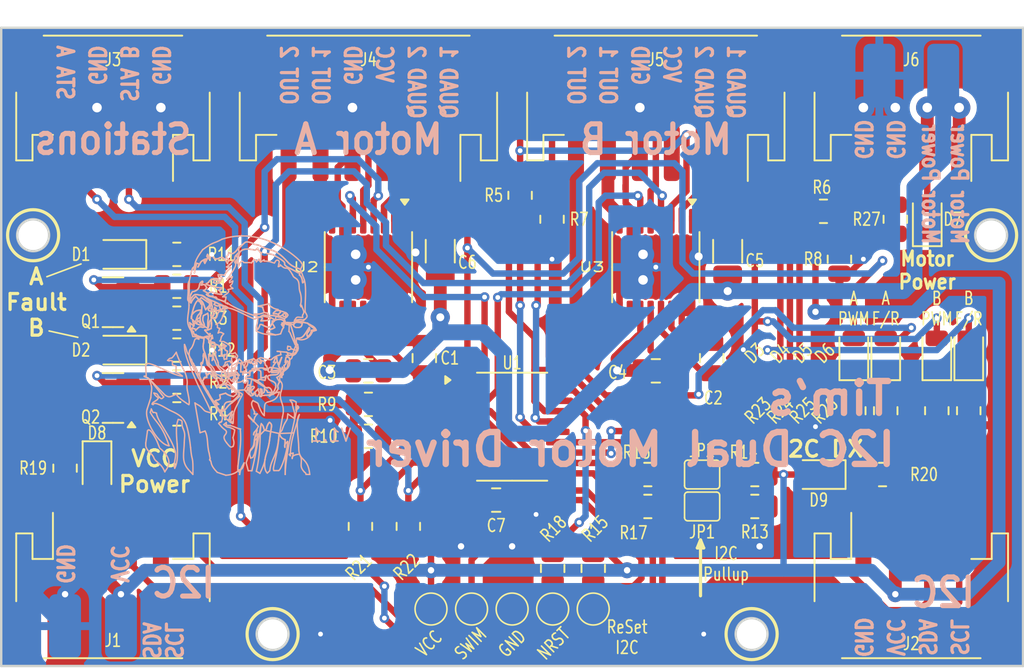
<source format=kicad_pcb>
(kicad_pcb (version 20240108) (generator "pcbnew") (generator_version "8.0")
  (layers (0 "F.Cu" signal) (31 "B.Cu" signal) (34 "B.Paste" user) (35 "F.Paste" user) (36 "B.SilkS" user "B.Silkscreen") (37 "F.SilkS" user "F.Silkscreen") (38 "B.Mask" user) (39 "F.Mask" user) (44 "Edge.Cuts" user))
  (net 0 "")
  (net 1 "Net-(U2-CPH)")
  (net 2 "Net-(U2-CPL)")
  (net 3 "Net-(U3-CPL)")
  (net 4 "Net-(U3-CPH)")
  (net 5 "Net-(U2-VCP)")
  (net 6 "Net-(U3-VCP)")
  (net 7 "GND")
  (net 8 "/VCAP")
  (net 9 "Net-(D1-K)")
  (net 10 "Net-(D1-A)")
  (net 11 "Net-(D2-K)")
  (net 12 "Net-(D2-A)")
  (net 13 "/FWD_REV_A")
  (net 14 "Net-(D3-K)")
  (net 15 "/MOTOR__A(PWM)")
  (net 16 "Net-(D4-K)")
  (net 17 "/FWD_REV_B")
  (net 18 "Net-(D5-K)")
  (net 19 "Net-(D6-K)")
  (net 20 "/MOTOR__B(PWM)")
  (net 21 "Net-(D7-K)")
  (net 22 "Net-(D8-K)")
  (net 23 "VCC")
  (net 24 "Net-(D9-K)")
  (net 25 "/SDA")
  (net 26 "/SCL")
  (net 27 "/STATION_A")
  (net 28 "/STATION_B")
  (net 29 "/QUAD_A1")
  (net 30 "/OUT1_A")
  (net 31 "/QUAD_A2")
  (net 32 "/OUT2_A")
  (net 33 "/OUT2_B")
  (net 34 "/QUAD_B1")
  (net 35 "/OUT1_B")
  (net 36 "/QUAD_B2")
  (net 37 "/SWIM")
  (net 38 "/NRST")
  (net 39 "/RESET_I2C")
  (net 40 "Net-(Q1-B)")
  (net 41 "Net-(Q2-B)")
  (net 42 "/nFAULT_A")
  (net 43 "/nFAULT_B")
  (net 44 "/PB4")
  (net 45 "/PB5")
  (net 46 "/CURRENT_SENSE_A")
  (net 47 "/CURRENT_SENSE_B")
  (net 48 "/VREF_A")
  (net 49 "/VREF_B")
  (net 50 "Net-(JP1-B)")
  (net 51 "Net-(JP2-B)")
  (net 52 "+VDC")
  (footprint "Resistor_SMD:R_0805_2012Metric" (layer "F.Cu") (at 182.2775 97.54 -90)
    (property "Reference" "R25")
    (property "Value" "150R")
  )
  (footprint "Package_SO:HTSSOP-16-1EP_4.4x5mm_P0.65mm_EP3x3mm" (layer "F.Cu") (at 146.6775 88.54 -90)
    (property "Reference" "U2")
    (property "Value" "DRV8876")
  )
  (footprint "Capacitor_SMD:C_0805_2012Metric" (layer "F.Cu") (at 168.1775 94.24 90)
    (property "Reference" "C2")
    (property "Value" "22nF")
  )
  (footprint "Tims:Wire_Pad_D1.2mm" (layer "F.Cu") (at 160.7575 109.97)
    (property "Reference" "Pad5" (hide yes))
    (property "Value" "Reset I2C")
  )
  (footprint "Tims:SolderJumper-2_P1.3mm_Open_RoundedPad1.0x1.0mm" (layer "F.Cu") (at 167.5775 101.54)
    (property "Reference" "JP2")
    (property "Value" "Pull Up")
  )
  (footprint "Resistor_SMD:R_0805_2012Metric" (layer "F.Cu") (at 134.6775 91.74 180)
    (property "Reference" "R3")
    (property "Value" "510R")
  )
  (footprint "Tims:Wire_Pad_D1.2mm" (layer "F.Cu") (at 155.6775 109.97)
    (property "Reference" "Pad3" (hide yes))
    (property "Value" "GND")
  )
  (footprint "LED_SMD:LED_0805_2012Metric" (layer "F.Cu") (at 131.0775 93.74 180)
    (property "Reference" "D2")
    (property "Value" "LED (Red)")
  )
  (footprint "LED_SMD:LED_0805_2012Metric" (layer "F.Cu") (at 174.8775 101.54 180)
    (property "Reference" "D9")
    (property "Value" "LED (Red)")
  )
  (footprint "Capacitor_SMD:C_0805_2012Metric" (layer "F.Cu") (at 154.6775 103.14)
    (property "Reference" "C7")
    (property "Value" "1uF")
  )
  (footprint "LED_SMD:LED_0805_2012Metric" (layer "F.Cu") (at 182.2775 93.94 90)
    (property "Reference" "D5")
    (property "Value" "LED (Blue)")
  )
  (footprint "Resistor_SMD:R_0805_2012Metric" (layer "F.Cu") (at 164.1775 101.54)
    (property "Reference" "R16")
    (property "Value" "100R")
  )
  (footprint "Resistor_SMD:R_0805_2012Metric" (layer "F.Cu") (at 170.8775 101.54)
    (property "Reference" "R14")
    (property "Value" "4k7")
  )
  (footprint "Connector_JST:JST_PH_S4B-PH-SM4-TB_1x04-1MP_P2.00mm_Horizontal" (layer "F.Cu") (at 130.6775 108.54)
    (property "Reference" "J1")
    (property "Value" "I2C")
  )
  (footprint "Tims:Wire_Pad_D1.2mm" (layer "F.Cu") (at 153.1375 109.97)
    (property "Reference" "Pad2" (hide yes))
    (property "Value" "SWIM")
  )
  (footprint "Capacitor_SMD:C_0805_2012Metric" (layer "F.Cu") (at 150.1775 94.24 90)
    (property "Reference" "C1")
    (property "Value" "22nF")
  )
  (footprint "Resistor_SMD:R_0805_2012Metric" (layer "F.Cu") (at 127.6775 101.14 90)
    (property "Reference" "R19")
    (property "Value" "150R")
  )
  (footprint "Resistor_SMD:R_0805_2012Metric" (layer "F.Cu") (at 134.6775 89.74 180)
    (property "Reference" "R1")
    (property "Value" "10k")
  )
  (footprint "LED_SMD:LED_0805_2012Metric" (layer "F.Cu") (at 177.0775 93.94 90)
    (property "Reference" "D3")
    (property "Value" "LED (Blue)")
  )
  (footprint "Resistor_SMD:R_0805_2012Metric" (layer "F.Cu") (at 146.6775 99.14)
    (property "Reference" "R10")
    (property "Value" "1k3")
  )
  (footprint "Tims:SolderJumper-2_P1.3mm_Open_RoundedPad1.0x1.0mm" (layer "F.Cu") (at 167.5775 103.54)
    (property "Reference" "JP1")
    (property "Value" "Pull Up")
  )
  (footprint "Package_SO:TSSOP-20_4.4x6.5mm_P0.65mm" (layer "F.Cu") (at 155.6775 98.54)
    (property "Reference" "U1")
    (property "Value" "STM8S103F")
  )
  (footprint "Resistor_SMD:R_0805_2012Metric" (layer "F.Cu") (at 175.1775 85.04 180)
    (property "Reference" "R6")
    (property "Value" "10k")
  )
  (footprint "Connector_JST:JST_PH_S6B-PH-SM4-TB_1x06-1MP_P2.00mm_Horizontal" (layer "F.Cu") (at 164.6775 78.54 180)
    (property "Reference" "J5")
    (property "Value" "Motor B")
  )
  (footprint "Connector_JST:JST_PH_S4B-PH-SM4-TB_1x04-1MP_P2.00mm_Horizontal" (layer "F.Cu") (at 180.6775 108.54)
    (property "Reference" "J2")
    (property "Value" "I2C")
  )
  (footprint "Resistor_SMD:R_0805_2012Metric" (layer "F.Cu") (at 179.6775 85.54 -90)
    (property "Reference" "R27")
    (property "Value" "1K5")
  )
  (footprint "LED_SMD:LED_0805_2012Metric" (layer "F.Cu") (at 131.0775 87.74 180)
    (property "Reference" "D1")
    (property "Value" "LED (Red)")
  )
  (footprint "Resistor_SMD:R_0805_2012Metric" (layer "F.Cu") (at 134.6775 93.74 180)
    (property "Reference" "R12")
    (property "Value" "150R")
  )
  (footprint "Capacitor_SMD:C_0805_2012Metric" (layer "F.Cu") (at 164.6775 95.04 180)
    (property "Reference" "C4")
    (property "Value" "100nF")
  )
  (footprint "Resistor_SMD:R_0805_2012Metric" (layer "F.Cu") (at 160.7575 107.43 -90)
    (property "Reference" "R15")
    (property "Value" "10k")
  )
  (footprint "Capacitor_SMD:C_1206_3216Metric" (layer "F.Cu") (at 169.1775 87.54 90)
    (property "Reference" "C5")
    (property "Value" "100nF")
  )
  (footprint "Resistor_SMD:R_0805_2012Metric" (layer "F.Cu") (at 184.2775 97.54 -90)
    (property "Reference" "R26")
    (property "Value" "150R")
  )
  (footprint "LED_SMD:LED_0805_2012Metric" (layer "F.Cu") (at 179.0775 93.94 90)
    (property "Reference" "D4")
    (property "Value" "LED (Green)")
  )
  (footprint "Package_TO_SOT_SMD:SOT-23" (layer "F.Cu") (at 130.6775 90.74 180)
    (property "Reference" "Q1")
    (property "Value" "PNP_S8550")
  )
  (footprint "Capacitor_SMD:C_1206_3216Metric" (layer "F.Cu") (at 151.1775 87.54 90)
    (property "Reference" "C6")
    (property "Value" "100nF")
  )
  (footprint "Tims:Wire_Pad_D1.2mm" (layer "F.Cu") (at 158.2175 109.97)
    (property "Reference" "Pad4" (hide yes))
    (property "Value" "NRST")
  )
  (footprint "Resistor_SMD:R_0805_2012Metric" (layer "F.Cu") (at 179.0775 97.54 -90)
    (property "Reference" "R24")
    (property "Value" "150R")
  )
  (footprint "Resistor_SMD:R_0805_2012Metric" (layer "F.Cu") (at 176.1775 88.04 90)
    (property "Reference" "R8")
    (property "Value" "Omit")
  )
  (footprint "Resistor_SMD:R_0805_2012Metric" (layer "F.Cu") (at 146.1775 104.79 90)
    (property "Reference" "R21")
    (property "Value" "10k")
  )
  (footprint "Package_SO:HTSSOP-16-1EP_4.4x5mm_P0.65mm_EP3x3mm" (layer "F.Cu") (at 164.6775 88.54 -90)
    (property "Reference" "U3")
    (property "Value" "DRV8876")
  )
  (footprint "Resistor_SMD:R_0805_2012Metric" (layer "F.Cu") (at 164.1775 103.54 180)
    (property "Reference" "R17")
    (property "Value" "100R")
  )
  (footprint "Resistor_SMD:R_0805_2012Metric" (layer "F.Cu") (at 158.2175 107.43 90)
    (property "Reference" "R18")
    (property "Value" "10k")
  )
  (footprint "Resistor_SMD:R_0805_2012Metric" (layer "F.Cu") (at 158.1775 85.54 90)
    (property "Reference" "R7")
    (property "Value" "Omit")
  )
  (footprint "Connector_JST:JST_PH_S4B-PH-SM4-TB_1x04-1MP_P2.00mm_Horizontal" (layer "F.Cu") (at 130.6775 78.54 180)
    (property "Reference" "J3")
    (property "Value" "Stations")
  )
  (footprint "Package_TO_SOT_SMD:SOT-23" (layer "F.Cu") (at 130.6775 96.74 180)
    (property "Reference" "Q2")
    (property "Value" "PNP_S8550")
  )
  (footprint "Resistor_SMD:R_0805_2012Metric" (layer "F.Cu") (at 177.0775 97.54 -90)
    (property "Reference" "R23")
    (property "Value" "150R")
  )
  (footprint "LED_SMD:LED_0805_2012Metric" (layer "F.Cu") (at 129.6775 101.14 -90)
    (property "Reference" "D8")
    (property "Value" "LED (Yellow)")
  )
  (footprint "Tims:Wire_Pad_D1.2mm" (layer "F.Cu") (at 150.5975 109.97)
    (property "Reference" "Pad1" (hide yes))
    (property "Value" "VCC")
  )
  (footprint "Capacitor_SMD:C_0805_2012Metric" (layer "F.Cu") (at 146.6775 95.04 180)
    (property "Reference" "C3")
    (property "Value" "100nF")
  )
  (footprint "Connector_JST:JST_PH_S4B-PH-SM4-TB_1x04-1MP_P2.00mm_Horizontal" (layer "F.Cu") (at 180.6775 78.54 180)
    (property "Reference" "J6")
    (property "Value" "Motor Power")
  )
  (footprint "Resistor_SMD:R_0805_2012Metric" (layer "F.Cu") (at 178.8775 101.54 180)
    (property "Reference" "R20")
    (property "Value" "680R")
  )
  (footprint "Resistor_SMD:R_0805_2012Metric" (layer "F.Cu") (at 134.6775 97.74 180)
    (property "Reference" "R4")
    (property "Value" "510R")
  )
  (footprint "LED_SMD:LED_0805_2012Metric" (layer "F.Cu") (at 184.2775 93.94 90)
    (property "Reference" "D6")
    (property "Value" "LED (Green)")
  )
  (footprint "Resistor_SMD:R_0805_2012Metric" (layer "F.Cu") (at 170.8775 103.54)
    (property "Reference" "R13")
    (property "Value" "4k7")
  )
  (footprint "Resistor_SMD:R_0805_2012Metric" (layer "F.Cu") (at 134.6775 87.74 180)
    (property "Reference" "R11")
    (property "Value" "150R")
  )
  (footprint "LED_SMD:LED_0805_2012Metric" (layer "F.Cu") (at 181.6775 85.54 90)
    (property "Reference" "D7")
    (property "Value" "LED (Yellow)")
  )
  (footprint "Resistor_SMD:R_0805_2012Metric" (layer "F.Cu") (at 146.6775 97.14)
    (property "Reference" "R9")
    (property "Value" "1k3")
  )
  (footprint "Resistor_SMD:R_0805_2012Metric" (layer "F.Cu") (at 134.6775 95.74 180)
    (property "Reference" "R2")
    (property "Value" "10k")
  )
  (footprint "Resistor_SMD:R_0805_2012Metric" (layer "F.Cu") (at 149.1775 104.79 90)
    (property "Reference" "R22")
    (property "Value" "10k")
  )
  (footprint "Resistor_SMD:R_0805_2012Metric" (layer "F.Cu") (at 156.1775 84.04 90)
    (property "Reference" "R5")
    (property "Value" "10k")
  )
  (footprint "Connector_JST:JST_PH_S6B-PH-SM4-TB_1x06-1MP_P2.00mm_Horizontal" (layer "F.Cu") (at 146.6775 78.54 180)
    (property "Reference" "J4")
    (property "Value" "Motor A")
  )
  (footprint "Tims:Wire_Pad_2050mm" (layer "B.Cu") (at 145.3775 88.54 -90)
    (property "Reference" "Pad10" (hide yes))
    (property "Value" "Heat Sink")
  )
  (footprint "Tims:Wire_Pad_2050mm" (layer "B.Cu") (at 163.4775 88.54 -90)
    (property "Reference" "Pad11" (hide yes))
    (property "Value" "Heat Sink")
  )
  (footprint "Tims:Wire_Pad_2050mm" (layer "B.Cu") (at 178.6775 76.54 -90)
    (property "Reference" "Pad9" (hide yes))
    (property "Value" "GND")
  )
  (footprint "Tims:Wire_Pad_2050mm" (layer "B.Cu") (at 131.1775 111.04 -90)
    (property "Reference" "Pad6" (hide yes))
    (property "Value" "VCC")
  )
  (footprint "Tims:Wire_Pad_2050mm" (layer "B.Cu") (at 182.6775 76.54 -90)
    (property "Reference" "Pad8" (hide yes))
    (property "Value" "Motor power")
  )
  (footprint "Tims:Wire_Pad_2050mm" (layer "B.Cu") (at 127.6775 111.04 -90)
    (property "Reference" "Pad7" (hide yes))
    (property "Value" "GND")
  )
  (gr_line (start 137.7214 93.2685) (end 137.6353 93.2198) (stroke (width 0.09)) (layer "B.SilkS"))
  (gr_line (start 135.396 101.2202) (end 135.6838 101.5331) (stroke (width 0.09)) (layer "B.SilkS"))
  (gr_curve (pts (xy 140.3816 87.6968) (xy 140.6007 87.7656) (xy 140.5786 87.6889) (xy 140.7891 87.8076)) (stroke (width 0.09)) (layer "B.SilkS"))
  (gr_curve (pts (xy 139.1718 96.0872) (xy 139.1655 96.0841) (xy 139.1435 96.0903) (xy 139.1292 96.0911)) (stroke (width 0.09)) (layer "B.SilkS"))
  (gr_line (start 139.8519 96.4107) (end 139.8709 96.6224) (stroke (width 0.09)) (layer "B.SilkS"))
  (gr_curve (pts (xy 137.7278 95.2837) (xy 137.7311 95.2869) (xy 137.7978 95.3436) (xy 137.8093 95.3508)) (stroke (width 0.09)) (layer "B.SilkS"))
  (gr_curve (pts (xy 141.2127 95.3358) (xy 141.174 95.2058) (xy 141.1364 95.2137) (xy 141.2625 95.2543)) (stroke (width 0.09)) (layer "B.SilkS"))
  (gr_curve (pts (xy 138.1293 96.098) (xy 138.0723 96.0008) (xy 137.8758 95.8566) (xy 137.6928 95.8665)) (stroke (width 0.09)) (layer "B.SilkS"))
  (gr_line (start 139.9972 91.5937) (end 140.5709 91.7109) (stroke (width 0.09)) (layer "B.SilkS"))
  (gr_curve (pts (xy 141.3765 91.8953) (xy 141.4284 92.1932) (xy 141.1243 91.8878) (xy 141.3388 92.1504)) (stroke (width 0.09)) (layer "B.SilkS"))
  (gr_curve (pts (xy 137.901 88.5321) (xy 138.0697 88.567) (xy 137.9408 88.4901) (xy 138.0555 88.5923)) (stroke (width 0.09)) (layer "B.SilkS"))
  (gr_curve (pts (xy 136.829 94.8908) (xy 136.9071 95.0245) (xy 136.9897 95.1678) (xy 137.0385 95.2967)) (stroke (width 0.09)) (layer "B.SilkS"))
  (gr_curve (pts (xy 138.588 87.5942) (xy 138.5614 87.6217) (xy 138.362 87.8199) (xy 138.3611 87.8212)) (stroke (width 0.09)) (layer "B.SilkS"))
  (gr_line (start 139.1124 94.5016) (end 138.981 94.4242) (stroke (width 0.09)) (layer "B.SilkS"))
  (gr_curve (pts (xy 139.1751 96.2305) (xy 139.1087 96.1503) (xy 139.0292 96.347) (xy 139.1292 96.0911)) (stroke (width 0.09)) (layer "B.SilkS"))
  (gr_curve (pts (xy 138.1293 96.098) (xy 137.9936 96.1677) (xy 138.094 96.1189) (xy 137.9439 96.176)) (stroke (width 0.09)) (layer "B.SilkS"))
  (gr_curve (pts (xy 135.7918 88.4696) (xy 135.7877 88.4878) (xy 135.7771 88.5458) (xy 135.7765 88.5578)) (stroke (width 0.09)) (layer "B.SilkS"))
  (gr_curve (pts (xy 138.3611 87.8212) (xy 138.362 87.8199) (xy 138.5614 87.6217) (xy 138.588 87.5942)) (stroke (width 0.09)) (layer "B.SilkS"))
  (gr_line (start 137.3718 97.5284) (end 137.4628 97.6196) (stroke (width 0.09)) (layer "B.SilkS"))
  (gr_curve (pts (xy 138.2229 96.6512) (xy 138.0473 96.6146) (xy 137.8405 96.546) (xy 137.7363 96.4417)) (stroke (width 0.09)) (layer "B.SilkS"))
  (gr_curve (pts (xy 141.586 88.1836) (xy 141.8386 88.4735) (xy 142.0863 88.5596) (xy 142.4272 88.6738)) (stroke (width 0.09)) (layer "B.SilkS"))
  (gr_curve (pts (xy 140.2667 87.6263) (xy 140.3013 87.6712) (xy 140.2635 87.6598) (xy 140.3816 87.6968)) (stroke (width 0.09)) (layer "B.SilkS"))
  (gr_curve (pts (xy 135.6564 92.5967) (xy 135.7517 92.565) (xy 135.7211 92.5561) (xy 135.7144 92.6637)) (stroke (width 0.09)) (layer "B.SilkS"))
  (gr_line (start 136.2505 92.1772) (end 136.2809 92.1637) (stroke (width 0.09)) (layer "B.SilkS"))
  (gr_curve (pts (xy 135.3896 90.5022) (xy 135.6503 90.3826) (xy 135.3983 90.5683) (xy 135.5672 90.229)) (stroke (width 0.09)) (layer "B.SilkS"))
  (gr_curve (pts (xy 137.3848 90.9319) (xy 137.2216 91.0007) (xy 137.152 90.9715) (xy 137.0075 90.8752)) (stroke (width 0.09)) (layer "B.SilkS"))
  (gr_curve (pts (xy 136.9597 91.3216) (xy 136.9468 91.3155) (xy 136.9272 91.3125) (xy 136.9185 91.3106)) (stroke (width 0.09)) (layer "B.SilkS"))
  (gr_curve (pts (xy 139.9972 91.5937) (xy 139.9437 91.6179) (xy 139.9213 91.627) (xy 139.8687 91.6749)) (stroke (width 0.09)) (layer "B.SilkS"))
  (gr_curve (pts (xy 138.1888 89.8708) (xy 138.0336 89.733) (xy 138.0766 89.8307) (xy 138.028 89.7034)) (stroke (width 0.09)) (layer "B.SilkS"))
  (gr_line (start 140.9417 95.4512) (end 141.1123 95.7357) (stroke (width 0.09)) (layer "B.SilkS"))
  (gr_curve (pts (xy 141.0371 88.5074) (xy 141.2026 88.4425) (xy 141.1112 88.489) (xy 141.1532 88.4408)) (stroke (width 0.09)) (layer "B.SilkS"))
  (gr_curve (pts (xy 136.1502 90.6986) (xy 136.0314 90.6986) (xy 136.0645 90.7264) (xy 136.0645 90.6016)) (stroke (width 0.09)) (layer "B.SilkS"))
  (gr_curve (pts (xy 141.1262 99.0242) (xy 141.1669 99.2114) (xy 141.2956 99.2949) (xy 141.4591 99.3572)) (stroke (width 0.09)) (layer "B.SilkS"))
  (gr_curve (pts (xy 137.5318 95.0988) (xy 137.8322 95.2405) (xy 137.5133 95.0792) (xy 137.7278 95.2837)) (stroke (width 0.09)) (layer "B.SilkS"))
  (gr_line (start 141.4591 99.3572) (end 141.4459 99.825) (stroke (width 0.09)) (layer "B.SilkS"))
  (gr_curve (pts (xy 137.9743 88.1229) (xy 137.957 88.1161) (xy 137.9268 88.1026) (xy 137.9202 88.0979)) (stroke (width 0.09)) (layer "B.SilkS"))
  (gr_line (start 140.1759 98.7645) (end 141.0844 98.9666) (stroke (width 0.09)) (layer "B.SilkS"))
  (gr_curve (pts (xy 135.6621 91.8316) (xy 135.6931 92.1375) (xy 135.7649 92.0577) (xy 135.747 92.2331)) (stroke (width 0.09)) (layer "B.SilkS"))
  (gr_line (start 137.9052 91.1045) (end 137.8188 91.0436) (stroke (width 0.09)) (layer "B.SilkS"))
  (gr_curve (pts (xy 139.7158 87.1462) (xy 139.2592 87.0639) (xy 139.6622 87.1085) (xy 139.3008 87.0013)) (stroke (width 0.09)) (layer "B.SilkS"))
  (gr_curve (pts (xy 137.1062 97.0694) (xy 137.12 97.2036) (xy 137.0767 97.1947) (xy 137.1847 97.1644)) (stroke (width 0.09)) (layer "B.SilkS"))
  (gr_line (start 137.0385 95.2967) (end 137.0799 95.3691) (stroke (width 0.09)) (layer "B.SilkS"))
  (gr_line (start 141.7537 94.3909) (end 141.7524 94.354) (stroke (width 0.09)) (layer "B.SilkS"))
  (gr_curve (pts (xy 136.5866 89.5491) (xy 136.5491 89.5769) (xy 136.3434 89.581) (xy 136.799 89.7093)) (stroke (width 0.09)) (layer "B.SilkS"))
  (gr_curve (pts (xy 140.0614 94.865) (xy 139.8021 94.8472) (xy 139.9231 94.899) (xy 139.6595 94.89)) (stroke (width 0.09)) (layer "B.SilkS"))
  (gr_curve (pts (xy 138.1767 94.9038) (xy 138.3823 94.9402) (xy 138.3392 94.8735) (xy 138.3542 95.0824)) (stroke (width 0.09)) (layer "B.SilkS"))
  (gr_curve (pts (xy 142.2778 88.8902) (xy 142.5348 88.8763) (xy 142.3021 88.9133) (xy 142.4491 88.788)) (stroke (width 0.09)) (layer "B.SilkS"))
  (gr_curve (pts (xy 134.5459 101.1442) (xy 134.747 100.7853) (xy 134.735 100.1307) (xy 134.6966 99.6222)) (stroke (width 0.09)) (layer "B.SilkS"))
  (gr_line (start 137.0039 89.7633) (end 136.799 89.7093) (stroke (width 0.09)) (layer "B.SilkS"))
  (gr_curve (pts (xy 141.9614 97.3631) (xy 142.0255 97.5972) (xy 142.1028 97.736) (xy 142.0171 98.0134)) (stroke (width 0.09)) (layer "B.SilkS"))
  (gr_line (start 140.5505 94.8251) (end 140.6129 94.8339) (stroke (width 0.09)) (layer "B.SilkS"))
  (gr_line (start 141.2625 95.2543) (end 141.2485 95.2494) (stroke (width 0.09)) (layer "B.SilkS"))
  (gr_curve (pts (xy 134.4066 94.6697) (xy 134.4903 94.6978) (xy 134.5589 94.7135) (xy 134.6333 94.7425)) (stroke (width 0.09)) (layer "B.SilkS"))
  (gr_line (start 141.0241 91.6596) (end 140.8993 91.6077) (stroke (width 0.09)) (layer "B.SilkS"))
  (gr_curve (pts (xy 137.4991 95.6152) (xy 137.5401 95.4969) (xy 137.5572 95.5162) (xy 137.4417 95.564)) (stroke (width 0.09)) (layer "B.SilkS"))
  (gr_line (start 137.0799 95.3691) (end 137.0385 95.2967) (stroke (width 0.09)) (layer "B.SilkS"))
  (gr_line (start 138.3448 95.2392) (end 138.3204 95.3252) (stroke (width 0.09)) (layer "B.SilkS"))
  (gr_curve (pts (xy 135.4503 90.0064) (xy 135.4556 90.3407) (xy 135.4192 90.243) (xy 135.3615 90.5404)) (stroke (width 0.09)) (layer "B.SilkS"))
  (gr_line (start 139.1592 97.831) (end 139.785 98.5199) (stroke (width 0.09)) (layer "B.SilkS"))
  (gr_line (start 137.1877 97.0432) (end 137.1323 96.9877) (stroke (width 0.09)) (layer "B.SilkS"))
  (gr_curve (pts (xy 137.8008 94.2996) (xy 137.613 94.2554) (xy 137.6696 94.457) (xy 137.62 94.1722)) (stroke (width 0.09)) (layer "B.SilkS"))
  (gr_line (start 139.2628 95.0401) (end 139.381 95.0089) (stroke (width 0.09)) (layer "B.SilkS"))
  (gr_line (start 136.3497 90.0142) (end 136.638 90.1841) (stroke (width 0.09)) (layer "B.SilkS"))
  (gr_line (start 137.7765 98.4365) (end 137.7765 98.2808) (stroke (width 0.09)) (layer "B.SilkS"))
  (gr_curve (pts (xy 139.713 94.3658) (xy 139.6596 94.4709) (xy 139.8777 94.451) (xy 139.5527 94.4718)) (stroke (width 0.09)) (layer "B.SilkS"))
  (gr_line (start 141.6037 93.9038) (end 141.5467 93.8714) (stroke (width 0.09)) (layer "B.SilkS"))
  (gr_curve (pts (xy 138.981 94.4242) (xy 138.9819 94.6596) (xy 138.9385 94.5647) (xy 138.9031 94.7913)) (stroke (width 0.09)) (layer "B.SilkS"))
  (gr_curve (pts (xy 141.4682 101.5331) (xy 141.4613 100.7679) (xy 141.756 99.2842) (xy 141.8878 98.8541)) (stroke (width 0.09)) (layer "B.SilkS"))
  (gr_curve (pts (xy 136.9185 91.3106) (xy 136.9272 91.3125) (xy 136.9468 91.3155) (xy 136.9597 91.3216)) (stroke (width 0.09)) (layer "B.SilkS"))
  (gr_curve (pts (xy 142.966 92.3241) (xy 142.9732 92.3377) (xy 142.9852 92.3565) (xy 142.987 92.3652)) (stroke (width 0.09)) (layer "B.SilkS"))
  (gr_curve (pts (xy 139.5006 96.9367) (xy 139.384 96.8997) (xy 139.4923 96.8558) (xy 139.4267 96.9369)) (stroke (width 0.09)) (layer "B.SilkS"))
  (gr_curve (pts (xy 137.4417 95.564) (xy 137.6519 95.1497) (xy 137.24 95.4597) (xy 137.0757 95.1501)) (stroke (width 0.09)) (layer "B.SilkS"))
  (gr_line (start 139.1534 101.3014) (end 139.3801 101.3018) (stroke (width 0.09)) (layer "B.SilkS"))
  (gr_curve (pts (xy 141.3388 92.1504) (xy 141.3452 92.146) (xy 141.3559 92.1309) (xy 141.3578 92.1367)) (stroke (width 0.09)) (layer "B.SilkS"))
  (gr_curve (pts (xy 137.26 88.0048) (xy 137.4921 87.9376) (xy 137.2021 87.9867) (xy 137.4268 87.9342)) (stroke (width 0.09)) (layer "B.SilkS"))
  (gr_curve (pts (xy 137.4037 90.0866) (xy 137.3527 90.0119) (xy 137.376 90.0346) (xy 137.3035 89.9824)) (stroke (width 0.09)) (layer "B.SilkS"))
  (gr_curve (pts (xy 141.4877 94.3566) (xy 141.4912 94.3393) (xy 141.492 94.2824) (xy 141.4978 94.2677)) (stroke (width 0.09)) (layer "B.SilkS"))
  (gr_line (start 138.558 96.3622) (end 138.3986 96.2714) (stroke (width 0.09)) (layer "B.SilkS"))
  (gr_line (start 137.7834 98.0704) (end 137.8537 98.1074) (stroke (width 0.09)) (layer "B.SilkS"))
  (gr_curve (pts (xy 139.8273 96.371) (xy 139.8315 96.38) (xy 139.842 96.3987) (xy 139.8519 96.4107)) (stroke (width 0.09)) (layer "B.SilkS"))
  (gr_line (start 140.6505 92.047) (end 140.8149 92.326) (stroke (width 0.09)) (layer "B.SilkS"))
  (gr_curve (pts (xy 139.7426 91.768) (xy 139.79 91.6437) (xy 139.8374 91.6491) (xy 139.7298 91.6647)) (stroke (width 0.09)) (layer "B.SilkS"))
  (gr_curve (pts (xy 137.4328 91.2008) (xy 137.3496 91.043) (xy 137.3648 91.1268) (xy 137.3848 90.9319)) (stroke (width 0.09)) (layer "B.SilkS"))
  (gr_curve (pts (xy 139.3989 94.3895) (xy 139.4061 94.3757) (xy 139.4522 94.3378) (xy 139.4576 94.3109)) (stroke (width 0.09)) (layer "B.SilkS"))
  (gr_curve (pts (xy 141.4877 94.3566) (xy 141.4846 94.3718) (xy 141.4845 94.3906) (xy 141.482 94.4048)) (stroke (width 0.09)) (layer "B.SilkS"))
  (gr_curve (pts (xy 138.2237 94.2049) (xy 138.2298 94.2032) (xy 138.2479 94.2018) (xy 138.2536 94.1998)) (stroke (width 0.09)) (layer "B.SilkS"))
  (gr_curve (pts (xy 138.1934 99.2191) (xy 138.2092 99.3884) (xy 138.3205 99.5004) (xy 138.1997 99.7801)) (stroke (width 0.09)) (layer "B.SilkS"))
  (gr_curve (pts (xy 141.7771 92.0973) (xy 141.85 92.2348) (xy 142.0552 92.9931) (xy 142.0824 93.2081)) (stroke (width 0.09)) (layer "B.SilkS"))
  (gr_curve (pts (xy 136.2505 92.1772) (xy 136.1056 92.1763) (xy 136.0504 92.1404) (xy 135.9273 92.0951)) (stroke (width 0.09)) (layer "B.SilkS"))
  (gr_line (start 141.1245 91.2672) (end 141.1657 91.3774) (stroke (width 0.09)) (layer "B.SilkS"))
  (gr_curve (pts (xy 142.4727 88.8369) (xy 142.2686 88.9853) (xy 142.4069 88.8498) (xy 142.3587 89.0319)) (stroke (width 0.09)) (layer "B.SilkS"))
  (gr_line (start 141.2531 95.4166) (end 141.207 95.406) (stroke (width 0.09)) (layer "B.SilkS"))
  (gr_line (start 140.7229 94.7192) (end 140.616 95.06) (stroke (width 0.09)) (layer "B.SilkS"))
  (gr_line (start 136.2141 90.4563) (end 136.7465 90.8194) (stroke (width 0.09)) (layer "B.SilkS"))
  (gr_curve (pts (xy 136.5024 92.8905) (xy 136.4149 92.9034) (xy 136.3907 92.9253) (xy 136.3414 92.95)) (stroke (width 0.09)) (layer "B.SilkS"))
  (gr_curve (pts (xy 141.2127 95.3358) (xy 141.3186 95.3358) (xy 141.2959 95.3587) (xy 141.2625 95.2543)) (stroke (width 0.09)) (layer "B.SilkS"))
  (gr_line (start 139.9942 96.6008) (end 139.8709 96.6224) (stroke (width 0.09)) (layer "B.SilkS"))
  (gr_curve (pts (xy 136.1477 91.892) (xy 135.9973 91.9276) (xy 135.9086 91.9273) (xy 135.9273 92.0951)) (stroke (width 0.09)) (layer "B.SilkS"))
  (gr_curve (pts (xy 139.2277 95.9278) (xy 139.2363 95.9413) (xy 139.2418 95.967) (xy 139.2473 95.9749)) (stroke (width 0.09)) (layer "B.SilkS"))
  (gr_curve (pts (xy 142.041 89.181) (xy 142.053 89.1918) (xy 142.0933 89.2168) (xy 142.106 89.2268)) (stroke (width 0.09)) (layer "B.SilkS"))
  (gr_line (start 138.9264 95.1729) (end 139.1008 95.158) (stroke (width 0.09)) (layer "B.SilkS"))
  (gr_curve (pts (xy 136.0181 92.9114) (xy 136.0331 92.8212) (xy 136.0426 92.8526) (xy 135.9415 92.8744)) (stroke (width 0.09)) (layer "B.SilkS"))
  (gr_curve (pts (xy 138.2791 94.1912) (xy 138.3527 94.1554) (xy 138.3065 94.1774) (xy 138.3345 94.1157)) (stroke (width 0.09)) (layer "B.SilkS"))
  (gr_line (start 136.1022 92.8843) (end 136.3414 92.95) (stroke (width 0.09)) (layer "B.SilkS"))
  (gr_line (start 137.7289 90.6048) (end 137.7549 90.4079) (stroke (width 0.09)) (layer "B.SilkS"))
  (gr_line (start 137.7072 97.9803) (end 138.1563 97.5761) (stroke (width 0.09)) (layer "B.SilkS"))
  (gr_curve (pts (xy 136.9558 90.4121) (xy 136.8845 90.3625) (xy 137.0507 90.3462) (xy 136.775 90.37)) (stroke (width 0.09)) (layer "B.SilkS"))
  (gr_line (start 135.7757 88.9017) (end 135.9173 88.2966) (stroke (width 0.09)) (layer "B.SilkS"))
  (gr_line (start 137.6246 90.687) (end 137.1792 90.5247) (stroke (width 0.09)) (layer "B.SilkS"))
  (gr_curve (pts (xy 141.2625 95.2543) (xy 141.3461 95.2203) (xy 141.3716 95.4099) (xy 141.3158 95.0877)) (stroke (width 0.09)) (layer "B.SilkS"))
  (gr_curve (pts (xy 139.0298 95.5145) (xy 138.8871 95.4869) (xy 139.1281 95.6695) (xy 138.9811 95.4661)) (stroke (width 0.09)) (layer "B.SilkS"))
  (gr_curve (pts (xy 140.1985 94.9695) (xy 140.2875 95.0045) (xy 140.2723 94.9849) (xy 140.344 94.9655)) (stroke (width 0.09)) (layer "B.SilkS"))
  (gr_curve (pts (xy 140.7471 94.6848) (xy 140.7399 94.6953) (xy 140.7297 94.7084) (xy 140.7229 94.7192)) (stroke (width 0.09)) (layer "B.SilkS"))
  (gr_curve (pts (xy 141.627 93.4981) (xy 141.6291 93.5271) (xy 141.5721 93.6576) (xy 141.6341 93.718)) (stroke (width 0.09)) (layer "B.SilkS"))
  (gr_line (start 137.4328 91.2008) (end 137.1512 91.2815) (stroke (width 0.09)) (layer "B.SilkS"))
  (gr_curve (pts (xy 133.5232 96.7405) (xy 133.3236 96.5658) (xy 133.3299 96.6146) (xy 133.2399 96.4325)) (stroke (width 0.09)) (layer "B.SilkS"))
  (gr_curve (pts (xy 136.543 90.5326) (xy 136.5472 90.5499) (xy 136.5642 90.5561) (xy 136.5703 90.5616)) (stroke (width 0.09)) (layer "B.SilkS"))
  (gr_curve (pts (xy 137.9743 88.1229) (xy 137.8308 88.2496) (xy 137.9146 88.1218) (xy 137.846 88.3187)) (stroke (width 0.09)) (layer "B.SilkS"))
  (gr_curve (pts (xy 139.4287 96.4841) (xy 139.4232 96.4733) (xy 139.4049 96.4985) (xy 139.3925 96.5046)) (stroke (width 0.09)) (layer "B.SilkS"))
  (gr_curve (pts (xy 137.783 98.8639) (xy 137.772 98.7452) (xy 137.6648 98.7497) (xy 137.4757 98.5424)) (stroke (width 0.09)) (layer "B.SilkS"))
  (gr_curve (pts (xy 143.1013 92.5061) (xy 143.0816 92.597) (xy 143.1035 92.6366) (xy 143.0104 92.7667)) (stroke (width 0.09)) (layer "B.SilkS"))
  (gr_curve (pts (xy 136.1022 92.8843) (xy 136.1357 93.0028) (xy 136.0619 92.9369) (xy 136.2147 92.9745)) (stroke (width 0.09)) (layer "B.SilkS"))
  (gr_curve (pts (xy 137.6273 97.2824) (xy 137.7076 96.8185) (xy 138.0637 97.0901) (xy 138.2837 96.8571)) (stroke (width 0.09)) (layer "B.SilkS"))
  (gr_curve (pts (xy 142.3522 100.2615) (xy 142.6671 100.756) (xy 142.2371 100.9333) (xy 142.6687 101.3825)) (stroke (width 0.09)) (layer "B.SilkS"))
  (gr_line (start 141.9906 92.1586) (end 142.0551 91.8712) (stroke (width 0.09)) (layer "B.SilkS"))
  (gr_line (start 139.3714 95.5617) (end 139.7421 95.6597) (stroke (width 0.09)) (layer "B.SilkS"))
  (gr_curve (pts (xy 139.1008 95.158) (xy 139.4507 95.0343) (xy 139.001 95.3555) (xy 139.2628 95.0401)) (stroke (width 0.09)) (layer "B.SilkS"))
  (gr_line (start 139.7755 90.9858) (end 140.0525 91.0489) (stroke (width 0.09)) (layer "B.SilkS"))
  (gr_line (start 139.9972 91.5937) (end 140.1218 91.5436) (stroke (width 0.09)) (layer "B.SilkS"))
  (gr_line (start 140.6093 95.0513) (end 140.616 95.06) (stroke (width 0.09)) (layer "B.SilkS"))
  (gr_curve (pts (xy 140.8022 96.2515) (xy 141.08 95.6595) (xy 140.5632 95.7234) (xy 140.4506 95.5762)) (stroke (width 0.09)) (layer "B.SilkS"))
  (gr_curve (pts (xy 136.2504 95.7273) (xy 136.3448 95.7499) (xy 136.3101 95.7216) (xy 136.319 95.8412)) (stroke (width 0.09)) (layer "B.SilkS"))
  (gr_line (start 141.2437 94.204) (end 141.0551 94.7537) (stroke (width 0.09)) (layer "B.SilkS"))
  (gr_line (start 136.1502 90.6986) (end 136.1448 90.7013) (stroke (width 0.09)) (layer "B.SilkS"))
  (gr_line (start 135.4399 94.053) (end 135.5425 94.2797) (stroke (width 0.09)) (layer "B.SilkS"))
  (gr_line (start 138.6577 94.5583) (end 139.1456 94.417) (stroke (width 0.09)) (layer "B.SilkS"))
  (gr_curve (pts (xy 137.376 93.1711) (xy 137.4964 92.9767) (xy 137.3995 93.0665) (xy 137.4722 92.9094)) (stroke (width 0.09)) (layer "B.SilkS"))
  (gr_line (start 136.8907 92.8108) (end 136.6946 92.9166) (stroke (width 0.09)) (layer "B.SilkS"))
  (gr_curve (pts (xy 140.344 94.9655) (xy 140.4952 95.1563) (xy 140.3997 95.1657) (xy 140.6093 95.0513)) (stroke (width 0.09)) (layer "B.SilkS"))
  (gr_line (start 141.7189 92.1701) (end 141.7007 92.5777) (stroke (width 0.09)) (layer "B.SilkS"))
  (gr_curve (pts (xy 137.47 92.6378) (xy 137.3383 92.6061) (xy 137.4077 92.6111) (xy 137.2603 92.6685)) (stroke (width 0.09)) (layer "B.SilkS"))
  (gr_curve (pts (xy 140.6093 95.0513) (xy 140.3997 95.1657) (xy 140.4952 95.1563) (xy 140.344 94.9655)) (stroke (width 0.09)) (layer "B.SilkS"))
  (gr_curve (pts (xy 141.1657 91.3774) (xy 141.0096 91.5031) (xy 141.0489 91.4289) (xy 141.0241 91.6596)) (stroke (width 0.09)) (layer "B.SilkS"))
  (gr_curve (pts (xy 140.4716 96.6253) (xy 140.7336 96.4351) (xy 140.6422 96.6053) (xy 140.8258 96.4319)) (stroke (width 0.09)) (layer "B.SilkS"))
  (gr_curve (pts (xy 135.7289 91.4015) (xy 135.8778 91.2465) (xy 136.0138 91.2426) (xy 136.2028 91.2315)) (stroke (width 0.09)) (layer "B.SilkS"))
  (gr_line (start 138.3571 95.5492) (end 138.4523 95.526) (stroke (width 0.09)) (layer "B.SilkS"))
  (gr_curve (pts (xy 141.6478 94.5845) (xy 141.5217 95.155) (xy 141.6946 94.6541) (xy 141.4542 94.9627)) (stroke (width 0.09)) (layer "B.SilkS"))
  (gr_curve (pts (xy 139.2473 95.9749) (xy 139.2826 96.0252) (xy 139.2581 96.0029) (xy 139.3245 96.0687)) (stroke (width 0.09)) (layer "B.SilkS"))
  (gr_curve (pts (xy 135.8623 90.0175) (xy 136.2195 89.8309) (xy 135.9652 89.5944) (xy 136.2699 89.4271)) (stroke (width 0.09)) (layer "B.SilkS"))
  (gr_curve (pts (xy 133.936 96.5564) (xy 134.2164 96.7532) (xy 134.2896 96.651) (xy 134.6517 96.494)) (stroke (width 0.09)) (layer "B.SilkS"))
  (gr_curve (pts (xy 140.3247 96.1044) (xy 140.3398 96.105) (xy 140.5539 95.9895) (xy 140.6432 96.3821)) (stroke (width 0.09)) (layer "B.SilkS"))
  (gr_curve (pts (xy 142.3587 89.0319) (xy 142.4954 89.1215) (xy 142.5328 89.3182) (xy 142.5586 89.5172)) (stroke (width 0.09)) (layer "B.SilkS"))
  (gr_curve (pts (xy 136.799 89.7093) (xy 136.3434 89.581) (xy 136.5491 89.5769) (xy 136.5866 89.5491)) (stroke (width 0.09)) (layer "B.SilkS"))
  (gr_curve (pts (xy 141.1532 88.4408) (xy 141.1587 88.4345) (xy 141.1608 88.4098) (xy 141.1575 88.3915)) (stroke (width 0.09)) (layer "B.SilkS"))
  (gr_curve (pts (xy 135.7757 88.9017) (xy 135.8174 88.8126) (xy 135.7654 88.7734) (xy 135.7765 88.5578)) (stroke (width 0.09)) (layer "B.SilkS"))
  (gr_curve (pts (xy 139.3544 94.5215) (xy 139.3791 94.3906) (xy 139.3667 94.4514) (xy 139.3989 94.3895)) (stroke (width 0.09)) (layer "B.SilkS"))
  (gr_curve (pts (xy 140.1748 96.576) (xy 140.5883 96.5521) (xy 140.3489 96.5553) (xy 140.6036 96.4722)) (stroke (width 0.09)) (layer "B.SilkS"))
  (gr_line (start 136.8276 90.7636) (end 136.5703 90.5616) (stroke (width 0.09)) (layer "B.SilkS"))
  (gr_curve (pts (xy 140.5505 94.8251) (xy 140.5476 94.8251) (xy 140.5338 94.8242) (xy 140.5309 94.8246)) (stroke (width 0.09)) (layer "B.SilkS"))
  (gr_line (start 139.5397 94.444) (end 139.5527 94.4718) (stroke (width 0.09)) (layer "B.SilkS"))
  (gr_line (start 135.7254 94.6493) (end 135.7797 94.7017) (stroke (width 0.09)) (layer "B.SilkS"))
  (gr_curve (pts (xy 139.7744 92.3957) (xy 139.9261 92.1956) (xy 139.8134 92.0592) (xy 140.054 92.1665)) (stroke (width 0.09)) (layer "B.SilkS"))
  (gr_curve (pts (xy 141.2643 92.1675) (xy 141.2719 92.1753) (xy 141.2845 92.186) (xy 141.2911 92.193)) (stroke (width 0.09)) (layer "B.SilkS"))
  (gr_line (start 138.1767 94.9038) (end 138.3432 94.7947) (stroke (width 0.09)) (layer "B.SilkS"))
  (gr_curve (pts (xy 136.5703 90.5616) (xy 136.5642 90.5561) (xy 136.5472 90.5499) (xy 136.543 90.5326)) (stroke (width 0.09)) (layer "B.SilkS"))
  (gr_curve (pts (xy 136.2147 92.9745) (xy 136.0619 92.9369) (xy 136.1357 93.0028) (xy 136.1022 92.8843)) (stroke (width 0.09)) (layer "B.SilkS"))
  (gr_curve (pts (xy 138.028 89.7034) (xy 138.1491 89.569) (xy 138.133 89.619) (xy 138.1849 89.4089)) (stroke (width 0.09)) (layer "B.SilkS"))
  (gr_curve (pts (xy 139.5403 97.6157) (xy 139.5812 97.7501) (xy 139.3675 97.7565) (xy 139.7189 97.739)) (stroke (width 0.09)) (layer "B.SilkS"))
  (gr_line (start 135.7918 88.4696) (end 135.6751 88.607) (stroke (width 0.09)) (layer "B.SilkS"))
  (gr_curve (pts (xy 136.0059 95.2166) (xy 135.976 95.32) (xy 135.9504 95.3133) (xy 136.0498 95.2711)) (stroke (width 0.09)) (layer "B.SilkS"))
  (gr_curve (pts (xy 136.6799 93.2745) (xy 136.6634 92.9415) (xy 136.7156 93.1689) (xy 136.5951 93.0069)) (stroke (width 0.09)) (layer "B.SilkS"))
  (gr_curve (pts (xy 137.3859 93.4924) (xy 137.8202 93.698) (xy 137.3591 93.6488) (xy 137.6275 93.5755)) (stroke (width 0.09)) (layer "B.SilkS"))
  (gr_line (start 140.3619 91.4243) (end 140.1507 91.3862) (stroke (width 0.09)) (layer "B.SilkS"))
  (gr_line (start 139.0872 95.9585) (end 139.2277 95.9278) (stroke (width 0.09)) (layer "B.SilkS"))
  (gr_curve (pts (xy 140.8468 92.786) (xy 141.0201 92.7663) (xy 141.0418 92.7614) (xy 141.1801 92.7164)) (stroke (width 0.09)) (layer "B.SilkS"))
  (gr_line (start 139.7839 96.2581) (end 139.8273 96.371) (stroke (width 0.09)) (layer "B.SilkS"))
  (gr_curve (pts (xy 141.2305 92.1347) (xy 141.2403 92.1448) (xy 141.2547 92.1575) (xy 141.2643 92.1675)) (stroke (width 0.09)) (layer "B.SilkS"))
  (gr_curve (pts (xy 137.7363 96.4417) (xy 137.8405 96.546) (xy 138.0473 96.6146) (xy 138.2229 96.6512)) (stroke (width 0.09)) (layer "B.SilkS"))
  (gr_curve (pts (xy 140.5709 91.7109) (xy 140.4207 91.9203) (xy 140.2669 91.8947) (xy 139.9492 91.9038)) (stroke (width 0.09)) (layer "B.SilkS"))
  (gr_curve (pts (xy 133.1269 97.1249) (xy 133.1816 96.9916) (xy 133.1861 97.0343) (xy 133.3391 96.9243)) (stroke (width 0.09)) (layer "B.SilkS"))
  (gr_curve (pts (xy 134.2231 97.5039) (xy 134.0818 97.4385) (xy 133.4647 97.0242) (xy 133.2588 97.0903)) (stroke (width 0.09)) (layer "B.SilkS"))
  (gr_curve (pts (xy 138.9959 88.26) (xy 139.1639 88.2667) (xy 139.0939 88.2293) (xy 139.3577 88.2708)) (stroke (width 0.09)) (layer "B.SilkS"))
  (gr_curve (pts (xy 136.9642 94.1585) (xy 136.8955 94.2396) (xy 136.9282 94.2057) (xy 136.9164 94.2401)) (stroke (width 0.09)) (layer "B.SilkS"))
  (gr_line (start 135.8427 94.8021) (end 135.8472 94.8658) (stroke (width 0.09)) (layer "B.SilkS"))
  (gr_curve (pts (xy 139.7189 97.739) (xy 139.4352 98.0386) (xy 139.5899 98.0762) (xy 139.4591 98.2242)) (stroke (width 0.09)) (layer "B.SilkS"))
  (gr_curve (pts (xy 136.4331 88.299) (xy 136.3341 88.1282) (xy 136.3868 88.1927) (xy 136.4872 88.0284)) (stroke (width 0.09)) (layer "B.SilkS"))
  (gr_curve (pts (xy 137.5844 97.8149) (xy 137.6281 97.8789) (xy 137.6479 97.9066) (xy 137.7072 97.9803)) (stroke (width 0.09)) (layer "B.SilkS"))
  (gr_line (start 135.7797 94.7017) (end 135.7879 94.7573) (stroke (width 0.09)) (layer "B.SilkS"))
  (gr_curve (pts (xy 136.2009 89.6685) (xy 136.4158 89.6159) (xy 136.3863 89.608) (xy 136.4813 89.7162)) (stroke (width 0.09)) (layer "B.SilkS"))
  (gr_curve (pts (xy 137.0757 95.1501) (xy 137.0475 95.097) (xy 137.0539 95.0288) (xy 136.988 94.9083)) (stroke (width 0.09)) (layer "B.SilkS"))
  (gr_curve (pts (xy 139.9587 87.2409) (xy 139.8547 87.1723) (xy 139.817 87.1645) (xy 139.7158 87.1462)) (stroke (width 0.09)) (layer "B.SilkS"))
  (gr_curve (pts (xy 136.9846 93.6084) (xy 137.0164 93.8604) (xy 137.0883 93.7673) (xy 137.113 93.8834)) (stroke (width 0.09)) (layer "B.SilkS"))
  (gr_curve (pts (xy 138.1065 97.6873) (xy 137.8362 98.2221) (xy 138.0197 98.042) (xy 138.0767 98.1106)) (stroke (width 0.09)) (layer "B.SilkS"))
  (gr_line (start 140.1218 91.5436) (end 140.4166 91.5705) (stroke (width 0.09)) (layer "B.SilkS"))
  (gr_line (start 141.7771 92.0973) (end 141.9906 92.1586) (stroke (width 0.09)) (layer "B.SilkS"))
  (gr_curve (pts (xy 136.4851 92.5551) (xy 136.4753 92.5442) (xy 136.4412 92.5056) (xy 136.4272 92.4934)) (stroke (width 0.09)) (layer "B.SilkS"))
  (gr_curve (pts (xy 137.3714 96.5469) (xy 137.3825 96.7383) (xy 137.4415 96.7635) (xy 137.3313 96.8305)) (stroke (width 0.09)) (layer "B.SilkS"))
  (gr_curve (pts (xy 136.0591 93.0568) (xy 135.7548 92.9319) (xy 135.8069 93.1395) (xy 135.6947 93.4156)) (stroke (width 0.09)) (layer "B.SilkS"))
  (gr_line (start 141.0241 91.6596) (end 141.3022 91.5448) (stroke (width 0.09)) (layer "B.SilkS"))
  (gr_curve (pts (xy 137.9898 89.0791) (xy 138.5919 88.2195) (xy 138.285 88.3421) (xy 138.3095 88.2153)) (stroke (width 0.09)) (layer "B.SilkS"))
  (gr_curve (pts (xy 137.2014 96.8703) (xy 137.2708 96.8454) (xy 137.1898 96.9166) (xy 137.3313 96.8305)) (stroke (width 0.09)) (layer "B.SilkS"))
  (gr_line (start 139.9753 88.1863) (end 140.0915 88.108) (stroke (width 0.09)) (layer "B.SilkS"))
  (gr_line (start 139.9274 94.5735) (end 139.713 94.3658) (stroke (width 0.09)) (layer "B.SilkS"))
  (gr_curve (pts (xy 141.9906 92.1586) (xy 142.0913 91.9087) (xy 142.2833 91.9981) (xy 142.5348 92.0505)) (stroke (width 0.09)) (layer "B.SilkS"))
  (gr_line (start 142.0551 91.8712) (end 142.5347 91.9655) (stroke (width 0.09)) (layer "B.SilkS"))
  (gr_curve (pts (xy 136.4813 89.7162) (xy 136.4876 89.7233) (xy 136.4978 89.74) (xy 136.5032 89.7471)) (stroke (width 0.09)) (layer "B.SilkS"))
  (gr_line (start 138.5046 88.2444) (end 138.5354 88.512) (stroke (width 0.09)) (layer "B.SilkS"))
  (gr_curve (pts (xy 136.8129 91.5251) (xy 136.818 91.6793) (xy 136.8059 91.5984) (xy 136.9723 91.5726)) (stroke (width 0.09)) (layer "B.SilkS"))
  (gr_curve (pts (xy 139.6061 94.5311) (xy 139.5212 94.4588) (xy 139.5674 94.6215) (xy 139.5397 94.444)) (stroke (width 0.09)) (layer "B.SilkS"))
  (gr_curve (pts (xy 142.1334 93.4366) (xy 142.1241 93.3221) (xy 142.1119 93.2795) (xy 142.0824 93.2081)) (stroke (width 0.09)) (layer "B.SilkS"))
  (gr_curve (pts (xy 136.2392 90.6789) (xy 136.3565 90.7665) (xy 136.4174 91.0878) (xy 136.4862 91.2089)) (stroke (width 0.09)) (layer "B.SilkS"))
  (gr_line (start 136.319 95.8412) (end 136.5602 96.2699) (stroke (width 0.09)) (layer "B.SilkS"))
  (gr_curve (pts (xy 143.0059 101.5331) (xy 142.8803 100.365) (xy 142.3077 100.7778) (xy 142.3133 99.8585)) (stroke (width 0.09)) (layer "B.SilkS"))
  (gr_curve (pts (xy 137.1215 94.1465) (xy 137.0435 93.8135) (xy 137.1354 93.9886) (xy 137.113 93.8834)) (stroke (width 0.09)) (layer "B.SilkS"))
  (gr_curve (pts (xy 136.3888 88.0721) (xy 136.3958 88.0687) (xy 136.4195 88.0492) (xy 136.4872 88.0284)) (stroke (width 0.09)) (layer "B.SilkS"))
  (gr_line (start 139.5995 96.9811) (end 139.5006 96.9367) (stroke (width 0.09)) (layer "B.SilkS"))
  (gr_line (start 137.1847 97.1644) (end 137.2988 97.1404) (stroke (width 0.09)) (layer "B.SilkS"))
  (gr_line (start 140.1798 90.8991) (end 139.7755 90.9858) (stroke (width 0.09)) (layer "B.SilkS"))
  (gr_curve (pts (xy 141.9017 100.5352) (xy 141.8446 100.3413) (xy 142.1767 100.2775) (xy 142.3522 100.2615)) (stroke (width 0.09)) (layer "B.SilkS"))
  (gr_curve (pts (xy 139.7421 95.6597) (xy 139.8968 95.4964) (xy 139.9176 95.6118) (xy 140.1972 95.6328)) (stroke (width 0.09)) (layer "B.SilkS"))
  (gr_curve (pts (xy 141.3022 91.5448) (xy 141.4324 91.6821) (xy 141.2907 91.5986) (xy 141.5157 91.656)) (stroke (width 0.09)) (layer "B.SilkS"))
  (gr_curve (pts (xy 139.9908 94.4027) (xy 140.1173 94.4609) (xy 140.1396 94.3914) (xy 140.187 94.5081)) (stroke (width 0.09)) (layer "B.SilkS"))
  (gr_curve (pts (xy 141.5654 91.4398) (xy 141.5548 91.4304) (xy 141.5161 91.3986) (xy 141.502 91.3905)) (stroke (width 0.09)) (layer "B.SilkS"))
  (gr_curve (pts (xy 135.3615 90.5404) (xy 135.4192 90.243) (xy 135.4556 90.3407) (xy 135.4503 90.0064)) (stroke (width 0.09)) (layer "B.SilkS"))
  (gr_line (start 138.3432 94.7947) (end 138.1767 94.9038) (stroke (width 0.09)) (layer "B.SilkS"))
  (gr_curve (pts (xy 136.8905 93.4938) (xy 137.0009 93.3363) (xy 136.9181 93.6013) (xy 137.1085 93.4331)) (stroke (width 0.09)) (layer "B.SilkS"))
  (gr_curve (pts (xy 142.2002 93.3623) (xy 142.1584 93.4428) (xy 142.1572 93.4172) (xy 142.2482 93.4035)) (stroke (width 0.09)) (layer "B.SilkS"))
  (gr_line (start 136.638 90.1841) (end 136.3497 90.0142) (stroke (width 0.09)) (layer "B.SilkS"))
  (gr_line (start 137.8537 98.1074) (end 137.7834 98.0704) (stroke (width 0.09)) (layer "B.SilkS"))
  (gr_curve (pts (xy 139.2697 96.5628) (xy 139.272 96.5675) (xy 139.2778 96.5859) (xy 139.2831 96.5969)) (stroke (width 0.09)) (layer "B.SilkS"))
  (gr_line (start 136.1783 91.5093) (end 136.2311 91.4342) (stroke (width 0.09)) (layer "B.SilkS"))
  (gr_curve (pts (xy 140.3816 87.6968) (xy 140.2635 87.6598) (xy 140.3013 87.6712) (xy 140.2667 87.6263)) (stroke (width 0.09)) (layer "B.SilkS"))
  (gr_line (start 134.3932 94.4206) (end 134.4066 94.6697) (stroke (width 0.09)) (layer "B.SilkS"))
  (gr_curve (pts (xy 139.6012 87.4696) (xy 139.5097 87.4962) (xy 138.6155 87.1492) (xy 138.5532 87.8467)) (stroke (width 0.09)) (layer "B.SilkS"))
  (gr_curve (pts (xy 138.2837 96.8571) (xy 138.5333 96.5929) (xy 138.5564 96.6304) (xy 138.5888 96.3841)) (stroke (width 0.09)) (layer "B.SilkS"))
  (gr_curve (pts (xy 138.4659 87.9105) (xy 138.5368 87.7941) (xy 138.449 87.91) (xy 138.5532 87.8467)) (stroke (width 0.09)) (layer "B.SilkS"))
  (gr_curve (pts (xy 141.4978 94.2677) (xy 141.5549 94.1225) (xy 141.4622 94.2161) (xy 141.6267 94.1721)) (stroke (width 0.09)) (layer "B.SilkS"))
  (gr_line (start 137.8188 91.0436) (end 137.9052 91.1045) (stroke (width 0.09)) (layer "B.SilkS"))
  (gr_curve (pts (xy 138.2524 98.5451) (xy 137.9564 98.4206) (xy 138.0182 98.5053) (xy 137.7765 98.4365)) (stroke (width 0.09)) (layer "B.SilkS"))
  (gr_curve (pts (xy 142.0824 93.2081) (xy 142.0552 92.9931) (xy 141.85 92.2348) (xy 141.7771 92.0973)) (stroke (width 0.09)) (layer "B.SilkS"))
  (gr_curve (pts (xy 143.1013 92.5061) (xy 143.2571 92.4591) (xy 143.0203 92.5315) (xy 143.2369 92.4737)) (stroke (width 0.09)) (layer "B.SilkS"))
  (gr_curve (pts (xy 136.8606 92.9369) (xy 136.8978 92.9762) (xy 136.873 92.9543) (xy 136.9206 93.0105)) (stroke (width 0.09)) (layer "B.SilkS"))
  (gr_line (start 139.9972 91.5937) (end 140.1218 91.5436) (stroke (width 0.09)) (layer "B.SilkS"))
  (gr_line (start 139.2492 95.3393) (end 139.0814 95.3629) (stroke (width 0.09)) (layer "B.SilkS"))
  (gr_curve (pts (xy 137.388 89.3669) (xy 137.1121 89.2579) (xy 137.2951 89.2579) (xy 137.1313 89.2498)) (stroke (width 0.09)) (layer "B.SilkS"))
  (gr_line (start 137.0385 95.2967) (end 137.0799 95.3691) (stroke (width 0.09)) (layer "B.SilkS"))
  (gr_curve (pts (xy 135.5526 90.5567) (xy 135.5156 90.7206) (xy 135.5565 90.6114) (xy 135.465 90.6448)) (stroke (width 0.09)) (layer "B.SilkS"))
  (gr_curve (pts (xy 139.1456 94.417) (xy 139.1803 94.5276) (xy 139.2158 94.5177) (xy 139.1124 94.5016)) (stroke (width 0.09)) (layer "B.SilkS"))
  (gr_curve (pts (xy 136.8236 92.3911) (xy 136.7902 92.4068) (xy 136.7219 92.4363) (xy 136.6998 92.4451)) (stroke (width 0.09)) (layer "B.SilkS"))
  (gr_line (start 137.488 97.6621) (end 137.5844 97.8149) (stroke (width 0.09)) (layer "B.SilkS"))
  (gr_curve (pts (xy 140.6548 91.9202) (xy 140.9117 91.8177) (xy 140.6289 91.9503) (xy 140.8444 91.8526)) (stroke (width 0.09)) (layer "B.SilkS"))
  (gr_line (start 141.5467 93.8714) (end 141.6037 93.9038) (stroke (width 0.09)) (layer "B.SilkS"))
  (gr_curve (pts (xy 139.5527 94.4718) (xy 139.8777 94.451) (xy 139.6596 94.4709) (xy 139.713 94.3658)) (stroke (width 0.09)) (layer "B.SilkS"))
  (gr_curve (pts (xy 139.5619 94.7252) (xy 139.6711 94.445) (xy 139.5448 94.6502) (xy 139.7109 94.5964)) (stroke (width 0.09)) (layer "B.SilkS"))
  (gr_line (start 136.2537 90.8741) (end 136.2392 90.6789) (stroke (width 0.09)) (layer "B.SilkS"))
  (gr_line (start 139.3651 94.3219) (end 139.2015 94.3671) (stroke (width 0.09)) (layer "B.SilkS"))
  (gr_curve (pts (xy 133.402 97.69) (xy 133.4598 98.2224) (xy 134.3217 99.158) (xy 134.5798 100.1075)) (stroke (width 0.09)) (layer "B.SilkS"))
  (gr_line (start 135.5614 90.7829) (end 135.465 90.6448) (stroke (width 0.09)) (layer "B.SilkS"))
  (gr_curve (pts (xy 140.3989 99.8413) (xy 140.3329 100.0952) (xy 140.244 100.3141) (xy 140.2031 100.5907)) (stroke (width 0.09)) (layer "B.SilkS"))
  (gr_curve (pts (xy 133.0801 97.4304) (xy 133.2804 97.8454) (xy 133.0881 97.543) (xy 133.402 97.69)) (stroke (width 0.09)) (layer "B.SilkS"))
  (gr_line (start 137.2014 96.8703) (end 137.12 96.9052) (stroke (width 0.09)) (layer "B.SilkS"))
  (gr_curve (pts (xy 137.5125 86.7876) (xy 136.9114 87.1139) (xy 137.0695 86.8899) (xy 136.2977 87.4434)) (stroke (width 0.09)) (layer "B.SilkS"))
  (gr_curve (pts (xy 140.8654 94.5163) (xy 140.8632 94.5164) (xy 140.8492 94.5204) (xy 140.8461 94.5203)) (stroke (width 0.09)) (layer "B.SilkS"))
  (gr_curve (pts (xy 140.6129 94.8339) (xy 140.6153 94.8343) (xy 140.6283 94.8338) (xy 140.6351 94.8371)) (stroke (width 0.09)) (layer "B.SilkS"))
  (gr_curve (pts (xy 137.8041 88.5316) (xy 137.9402 88.5999) (xy 137.6403 88.4782) (xy 137.901 88.5321)) (stroke (width 0.09)) (layer "B.SilkS"))
  (gr_curve (pts (xy 138.3383 96.2189) (xy 138.2641 96.5122) (xy 138.3046 96.3258) (xy 138.3777 96.3599)) (stroke (width 0.09)) (layer "B.SilkS"))
  (gr_curve (pts (xy 140.0614 94.865) (xy 140.1262 94.9301) (xy 140.0869 94.9256) (xy 140.1985 94.9695)) (stroke (width 0.09)) (layer "B.SilkS"))
  (gr_curve (pts (xy 139.8687 91.6749) (xy 140.0796 91.6474) (xy 140.0462 91.7651) (xy 139.9492 91.9038)) (stroke (width 0.09)) (layer "B.SilkS"))
  (gr_curve (pts (xy 139.2081 96.1042) (xy 139.2024 96.1008) (xy 139.1777 96.0901) (xy 139.1718 96.0872)) (stroke (width 0.09)) (layer "B.SilkS"))
  (gr_curve (pts (xy 137.6275 93.5755) (xy 137.6857 93.4061) (xy 137.4692 93.4704) (xy 137.5508 93.3778)) (stroke (width 0.09)) (layer "B.SilkS"))
  (gr_curve (pts (xy 136.6799 93.2745) (xy 136.7119 93.1705) (xy 136.6932 93.2602) (xy 136.7773 93.2118)) (stroke (width 0.09)) (layer "B.SilkS"))
  (gr_curve (pts (xy 142.1465 96.9903) (xy 142.0298 96.9171) (xy 141.9672 96.8616) (xy 141.7667 96.8722)) (stroke (width 0.09)) (layer "B.SilkS"))
  (gr_curve (pts (xy 142.8763 92.0607) (xy 143.0351 92.2444) (xy 143.0712 92.2174) (xy 143.3476 92.4376)) (stroke (width 0.09)) (layer "B.SilkS"))
  (gr_line (start 136.9339 94.1672) (end 136.9642 94.1585) (stroke (width 0.09)) (layer "B.SilkS"))
  (gr_curve (pts (xy 139.9942 96.6008) (xy 140.0486 96.5921) (xy 140.0383 96.5889) (xy 140.1102 96.5812)) (stroke (width 0.09)) (layer "B.SilkS"))
  (gr_curve (pts (xy 137.0039 89.7633) (xy 137.1015 89.7861) (xy 137.2911 89.849) (xy 137.4826 89.8247)) (stroke (width 0.09)) (layer "B.SilkS"))
  (gr_curve (pts (xy 137.718 88.0883) (xy 137.7099 88.0783) (xy 137.6987 88.0661) (xy 137.6902 88.0568)) (stroke (width 0.09)) (layer "B.SilkS"))
  (gr_line (start 140.061 91.0952) (end 140.1507 91.3862) (stroke (width 0.09)) (layer "B.SilkS"))
  (gr_line (start 136.2505 92.1772) (end 135.9111 91.7945) (stroke (width 0.09)) (layer "B.SilkS"))
  (gr_line (start 140.6129 94.8339) (end 140.5505 94.8251) (stroke (width 0.09)) (layer "B.SilkS"))
  (gr_curve (pts (xy 140.0915 88.108) (xy 140.179 88.0687) (xy 140.1402 88.0317) (xy 140.1484 88.1576)) (stroke (width 0.09)) (layer "B.SilkS"))
  (gr_curve (pts (xy 140.9009 94.1709) (xy 140.7712 94.3297) (xy 140.8218 94.3695) (xy 140.7358 94.5022)) (stroke (width 0.09)) (layer "B.SilkS"))
  (gr_curve (pts (xy 138.296 98.7431) (xy 138.2986 98.9112) (xy 138.1924 99.2086) (xy 138.1934 99.2191)) (stroke (width 0.09)) (layer "B.SilkS"))
  (gr_curve (pts (xy 142.4801 88.2827) (xy 142.661 88.3702) (xy 140.3412 85.8643) (xy 137.5125 86.7876)) (stroke (width 0.09)) (layer "B.SilkS"))
  (gr_curve (pts (xy 139.5763 91.5747) (xy 139.692 91.5395) (xy 139.674 91.5059) (xy 139.6726 91.6126)) (stroke (width 0.09)) (layer "B.SilkS"))
  (gr_line (start 137.2715 90.83) (end 137.8188 91.0436) (stroke (width 0.09)) (layer "B.SilkS"))
  (gr_curve (pts (xy 137.8093 95.3508) (xy 137.7978 95.3436) (xy 137.7311 95.2869) (xy 137.7278 95.2837)) (stroke (width 0.09)) (layer "B.SilkS"))
  (gr_curve (pts (xy 132.8436 99.9911) (xy 132.9443 100.134) (xy 132.9285 100.0925) (xy 133.0308 100.1974)) (stroke (width 0.09)) (layer "B.SilkS"))
  (gr_line (start 135.5526 90.5567) (end 135.6033 90.4604) (stroke (width 0.09)) (layer "B.SilkS"))
  (gr_curve (pts (xy 135.6033 90.4604) (xy 135.502 90.4604) (xy 135.5347 90.4408) (xy 135.5526 90.5567)) (stroke (width 0.09)) (layer "B.SilkS"))
  (gr_line (start 141.3158 95.0877) (end 141.2485 95.2494) (stroke (width 0.09)) (layer "B.SilkS"))
  (gr_line (start 137.3815 95.9553) (end 137.4544 95.9136) (stroke (width 0.09)) (layer "B.SilkS"))
  (gr_curve (pts (xy 140.3638 95.3951) (xy 140.4563 95.3233) (xy 140.3943 95.3478) (xy 140.5418 95.3097)) (stroke (width 0.09)) (layer "B.SilkS"))
  (gr_curve (pts (xy 139.0814 95.3629) (xy 139.0768 95.3637) (xy 139.0609 95.3666) (xy 139.0561 95.3675)) (stroke (width 0.09)) (layer "B.SilkS"))
  (gr_curve (pts (xy 140.2667 87.6263) (xy 140.0954 87.4038) (xy 140.3007 87.6855) (xy 140.2317 87.503)) (stroke (width 0.09)) (layer "B.SilkS"))
  (gr_line (start 138.2438 95.3062) (end 137.9052 95.3926) (stroke (width 0.09)) (layer "B.SilkS"))
  (gr_line (start 136.6151 91.4349) (end 136.3343 91.5836) (stroke (width 0.09)) (layer "B.SilkS"))
  (gr_curve (pts (xy 132.8166 97.4422) (xy 132.5893 98.1566) (xy 133.5821 99.6965) (xy 134.1889 99.7344)) (stroke (width 0.09)) (layer "B.SilkS"))
  (gr_line (start 136.8853 94.3921) (end 136.9863 94.302) (stroke (width 0.09)) (layer "B.SilkS"))
  (gr_curve (pts (xy 142.3327 93.0746) (xy 142.6165 93.1548) (xy 142.9333 92.9816) (xy 143.0719 92.7692)) (stroke (width 0.09)) (layer "B.SilkS"))
  (gr_curve (pts (xy 136.7929 91.8591) (xy 136.6108 92.0531) (xy 136.7793 92.1311) (xy 136.613 92.3839)) (stroke (width 0.09)) (layer "B.SilkS"))
  (gr_curve (pts (xy 137.2259 97.4611) (xy 136.8581 96.9139) (xy 135.5008 94.7518) (xy 135.4399 94.053)) (stroke (width 0.09)) (layer "B.SilkS"))
  (gr_curve (pts (xy 137.3035 89.9824) (xy 137.376 90.0346) (xy 137.3527 90.0119) (xy 137.4037 90.0866)) (stroke (width 0.09)) (layer "B.SilkS"))
  (gr_line (start 142.0171 98.0134) (end 141.6265 97.7384) (stroke (width 0.09)) (layer "B.SilkS"))
  (gr_curve (pts (xy 140.6996 96.4198) (xy 140.7029 96.418) (xy 140.7125 96.4005) (xy 140.7188 96.3907)) (stroke (width 0.09)) (layer "B.SilkS"))
  (gr_curve (pts (xy 141.3158 95.0877) (xy 141.4397 95.034) (xy 141.5524 94.9549) (xy 141.6315 94.8506)) (stroke (width 0.09)) (layer "B.SilkS"))
  (gr_curve (pts (xy 141.6341 93.718) (xy 141.6428 93.7265) (xy 141.664 93.7341) (xy 141.6744 93.7385)) (stroke (width 0.09)) (layer "B.SilkS"))
  (gr_curve (pts (xy 136.7465 90.8194) (xy 136.6709 91.1081) (xy 136.7168 90.8881) (xy 136.4862 91.2089)) (stroke (width 0.09)) (layer "B.SilkS"))
  (gr_curve (pts (xy 142.8538 92.8747) (xy 142.9056 92.8784) (xy 142.9559 92.8427) (xy 143.0104 92.7667)) (stroke (width 0.09)) (layer "B.SilkS"))
  (gr_curve (pts (xy 138.907 94.8381) (xy 139.0401 94.7456) (xy 138.9544 94.8856) (xy 139.0592 94.7263)) (stroke (width 0.09)) (layer "B.SilkS"))
  (gr_curve (pts (xy 137.8388 94.6061) (xy 137.7416 94.716) (xy 137.7109 94.7573) (xy 137.5718 94.7798)) (stroke (width 0.09)) (layer "B.SilkS"))
  (gr_curve (pts (xy 143.0719 92.7692) (xy 143.3072 92.4088) (xy 142.9981 92.6583) (xy 143.4101 92.4934)) (stroke (width 0.09)) (layer "B.SilkS"))
  (gr_line (start 139.512 94.8837) (end 139.6595 94.89) (stroke (width 0.09)) (layer "B.SilkS"))
  (gr_line (start 136.7754 94.8328) (end 136.829 94.8908) (stroke (width 0.09)) (layer "B.SilkS"))
  (gr_curve (pts (xy 136.9865 93.5856) (xy 136.9874 93.5893) (xy 136.9841 93.6044) (xy 136.9846 93.6084)) (stroke (width 0.09)) (layer "B.SilkS"))
  (gr_curve (pts (xy 140.1876 96.0649) (xy 140.1646 96.0096) (xy 140.1367 95.9537) (xy 140.0183 95.8961)) (stroke (width 0.09)) (layer "B.SilkS"))
  (gr_curve (pts (xy 133.4513 99.4927) (xy 133.3743 99.297) (xy 132.9561 98.5089) (xy 132.8393 98.8077)) (stroke (width 0.09)) (layer "B.SilkS"))
  (gr_line (start 141.502 91.3905) (end 141.1245 91.2672) (stroke (width 0.09)) (layer "B.SilkS"))
  (gr_line (start 136.3038 95.6641) (end 136.2504 95.7273) (stroke (width 0.09)) (layer "B.SilkS"))
  (gr_curve (pts (xy 140.1463 94.2723) (xy 139.8808 94.1955) (xy 139.9607 94.1935) (xy 139.8282 94.2602)) (stroke (width 0.09)) (layer "B.SilkS"))
  (gr_curve (pts (xy 137.3966 91.2769) (xy 137.1381 91.422) (xy 137.2843 91.6469) (xy 137.0511 91.7856)) (stroke (width 0.09)) (layer "B.SilkS"))
  (gr_line (start 138.3383 96.2189) (end 138.2698 96.1941) (stroke (width 0.09)) (layer "B.SilkS"))
  (gr_curve (pts (xy 138.7396 88.1623) (xy 139.0024 88.2576) (xy 138.7144 88.2488) (xy 138.9959 88.26)) (stroke (width 0.09)) (layer "B.SilkS"))
  (gr_line (start 142.0824 93.2081) (end 142.1533 93.2081) (stroke (width 0.09)) (layer "B.SilkS"))
  (gr_curve (pts (xy 140.4988 101.3019) (xy 140.593 100.4597) (xy 140.992 100.455) (xy 141.0844 98.9666)) (stroke (width 0.09)) (layer "B.SilkS"))
  (gr_curve (pts (xy 139.2782 98.0184) (xy 139.1728 97.9135) (xy 139.1619 97.869) (xy 139.1592 97.831)) (stroke (width 0.09)) (layer "B.SilkS"))
  (gr_line (start 141.7771 92.0973) (end 141.4503 92.0286) (stroke (width 0.09)) (layer "B.SilkS"))
  (gr_curve (pts (xy 139.3146 96.0685) (xy 139.2736 96.3676) (xy 139.1897 96.1558) (xy 139.185 96.5108)) (stroke (width 0.09)) (layer "B.SilkS"))
  (gr_curve (pts (xy 142.2482 93.4035) (xy 142.1572 93.4172) (xy 142.1584 93.4428) (xy 142.2002 93.3623)) (stroke (width 0.09)) (layer "B.SilkS"))
  (gr_curve (pts (xy 138.4659 87.9105) (xy 138.4007 87.8334) (xy 138.4482 87.8996) (xy 138.4073 87.8107)) (stroke (width 0.09)) (layer "B.SilkS"))
  (gr_curve (pts (xy 137.4446 95.3361) (xy 137.581 95.3927) (xy 137.5138 95.365) (xy 137.6618 95.4062)) (stroke (width 0.09)) (layer "B.SilkS"))
  (gr_curve (pts (xy 139.9492 91.9038) (xy 140.2669 91.8947) (xy 140.4207 91.9203) (xy 140.5709 91.7109)) (stroke (width 0.09)) (layer "B.SilkS"))
  (gr_curve (pts (xy 138.1563 97.5761) (xy 138.1283 97.6371) (xy 138.1408 97.6196) (xy 138.1065 97.6873)) (stroke (width 0.09)) (layer "B.SilkS"))
  (gr_line (start 135.747 92.2331) (end 135.4783 92.0211) (stroke (width 0.09)) (layer "B.SilkS"))
  (gr_line (start 136.1022 92.8843) (end 136.0181 92.9114) (stroke (width 0.09)) (layer "B.SilkS"))
  (gr_curve (pts (xy 141.2485 95.2494) (xy 141.1669 95.2885) (xy 141.1778 95.1354) (xy 141.207 95.406)) (stroke (width 0.09)) (layer "B.SilkS"))
  (gr_line (start 135.6024 92.6178) (end 135.6564 92.5967) (stroke (width 0.09)) (layer "B.SilkS"))
  (gr_curve (pts (xy 138.3777 96.3599) (xy 138.3046 96.3258) (xy 138.2641 96.5122) (xy 138.3383 96.2189)) (stroke (width 0.09)) (layer "B.SilkS"))
  (gr_curve (pts (xy 139.6595 94.89) (xy 139.9231 94.899) (xy 139.8021 94.8472) (xy 140.0614 94.865)) (stroke (width 0.09)) (layer "B.SilkS"))
  (gr_curve (pts (xy 136.1783 91.5093) (xy 136.1625 91.4137) (xy 136.1394 91.4342) (xy 136.2311 91.4342)) (stroke (width 0.09)) (layer "B.SilkS"))
  (gr_line (start 141.2437 94.204) (end 141.0308 94.6525) (stroke (width 0.09)) (layer "B.SilkS"))
  (gr_curve (pts (xy 137.3985 98.2584) (xy 137.6644 98.0832) (xy 137.2969 98.3772) (xy 137.4646 98.2318)) (stroke (width 0.09)) (layer "B.SilkS"))
  (gr_line (start 139.6606 88.2067) (end 139.8219 88.0487) (stroke (width 0.09)) (layer "B.SilkS"))
  (gr_curve (pts (xy 141.1382 94.8581) (xy 141.1304 94.8456) (xy 141.0656 94.7691) (xy 141.0551 94.7537)) (stroke (width 0.09)) (layer "B.SilkS"))
  (gr_curve (pts (xy 141.586 88.1836) (xy 140.7997 87.2814) (xy 140.3874 87.5235) (xy 139.9587 87.2409)) (stroke (width 0.09)) (layer "B.SilkS"))
  (gr_curve (pts (xy 137.5627 95.7277) (xy 137.5578 95.7229) (xy 137.5226 95.6805) (xy 137.5173 95.6549)) (stroke (width 0.09)) (layer "B.SilkS"))
  (gr_line (start 138.5667 98.6709) (end 138.2524 98.5451) (stroke (width 0.09)) (layer "B.SilkS"))
  (gr_curve (pts (xy 137.0726 91.2273) (xy 137.0269 91.0822) (xy 137.0293 91.1055) (xy 137.0511 91.0576)) (stroke (width 0.09)) (layer "B.SilkS"))
  (gr_curve (pts (xy 141.4722 94.4527) (xy 141.4699 94.4651) (xy 141.4647 94.4858) (xy 141.4596 94.502)) (stroke (width 0.09)) (layer "B.SilkS"))
  (gr_line (start 139.2841 100.0249) (end 139.0191 100.8077) (stroke (width 0.09)) (layer "B.SilkS"))
  (gr_curve (pts (xy 137.4875 90.2485) (xy 136.9253 90.2173) (xy 136.8981 89.9783) (xy 136.638 90.1841)) (stroke (width 0.09)) (layer "B.SilkS"))
  (gr_curve (pts (xy 139.7158 87.1462) (xy 139.817 87.1645) (xy 139.8547 87.1723) (xy 139.9587 87.2409)) (stroke (width 0.09)) (layer "B.SilkS"))
  (gr_curve (pts (xy 138.5709 94.3039) (xy 138.4576 94.5116) (xy 138.6297 94.4932) (xy 138.0897 94.7086)) (stroke (width 0.09)) (layer "B.SilkS"))
  (gr_curve (pts (xy 137.1215 94.1465) (xy 137.1778 94.3873) (xy 137.2178 94.3375) (xy 137.2532 94.485)) (stroke (width 0.09)) (layer "B.SilkS"))
  (gr_curve (pts (xy 138.1065 97.6873) (xy 138.1408 97.6196) (xy 138.1283 97.6371) (xy 138.1563 97.5761)) (stroke (width 0.09)) (layer "B.SilkS"))
  (gr_line (start 133.8559 96.6785) (end 132.9451 95.5397) (stroke (width 0.09)) (layer "B.SilkS"))
  (gr_curve (pts (xy 135.8804 92.8274) (xy 135.8688 92.9177) (xy 135.8516 92.8983) (xy 135.9415 92.8744)) (stroke (width 0.09)) (layer "B.SilkS"))
  (gr_curve (pts (xy 138.188 96.154) (xy 138.0859 96.1834) (xy 138.1058 96.2017) (xy 138.1293 96.098)) (stroke (width 0.09)) (layer "B.SilkS"))
  (gr_curve (pts (xy 136.2875 90.3431) (xy 136.2827 90.3245) (xy 136.2682 90.3221) (xy 136.2583 90.3118)) (stroke (width 0.09)) (layer "B.SilkS"))
  (gr_line (start 136.2809 92.1637) (end 136.2505 92.1772) (stroke (width 0.09)) (layer "B.SilkS"))
  (gr_line (start 137.2102 101.4016) (end 137.7456 101.583) (stroke (width 0.09)) (layer "B.SilkS"))
  (gr_curve (pts (xy 137.0075 90.8752) (xy 137.152 90.9715) (xy 137.2216 91.0007) (xy 137.3848 90.9319)) (stroke (width 0.09)) (layer "B.SilkS"))
  (gr_curve (pts (xy 139.785 98.5199) (xy 139.6877 98.7517) (xy 139.5529 98.8151) (xy 139.484 99.0467)) (stroke (width 0.09)) (layer "B.SilkS"))
  (gr_line (start 139.0872 95.9585) (end 138.909 96.2321) (stroke (width 0.09)) (layer "B.SilkS"))
  (gr_line (start 140.1218 91.5436) (end 139.9972 91.5937) (stroke (width 0.09)) (layer "B.SilkS"))
  (gr_curve (pts (xy 141.2179 96.3038) (xy 141.4019 95.7457) (xy 141.1157 95.7092) (xy 141.1193 95.6028)) (stroke (width 0.09)) (layer "B.SilkS"))
  (gr_curve (pts (xy 136.4092 92.2988) (xy 136.1345 92.3532) (xy 136.1952 92.1525) (xy 135.9187 92.4335)) (stroke (width 0.09)) (layer "B.SilkS"))
  (gr_line (start 137.4417 95.564) (end 137.1344 95.3932) (stroke (width 0.09)) (layer "B.SilkS"))
  (gr_curve (pts (xy 141.4085 91.775) (xy 141.2965 91.7178) (xy 141.1957 91.6821) (xy 141.0241 91.6596)) (stroke (width 0.09)) (layer "B.SilkS"))
  (gr_line (start 135.8998 94.9213) (end 135.8472 94.8658) (stroke (width 0.09)) (layer "B.SilkS"))
  (gr_line (start 139.3245 96.0687) (end 139.3146 96.0685) (stroke (width 0.09)) (layer "B.SilkS"))
  (gr_curve (pts (xy 142.966 92.3241) (xy 142.9083 92.4061) (xy 142.8965 92.4434) (xy 142.8374 92.5335)) (stroke (width 0.09)) (layer "B.SilkS"))
  (gr_curve (pts (xy 138.7787 96.5111) (xy 138.6602 96.4164) (xy 138.7148 96.4499) (xy 138.558 96.3622)) (stroke (width 0.09)) (layer "B.SilkS"))
  (gr_line (start 140.1972 95.6328) (end 140.2835 95.3354) (stroke (width 0.09)) (layer "B.SilkS"))
  (gr_curve (pts (xy 142.7101 91.3355) (xy 142.6971 90.7793) (xy 142.8145 89.8313) (xy 142.662 89.337)) (stroke (width 0.09)) (layer "B.SilkS"))
  (gr_line (start 135.5977 88.8103) (end 135.5773 88.9164) (stroke (width 0.09)) (layer "B.SilkS"))
  (gr_curve (pts (xy 135.9985 88.5319) (xy 136.1788 88.2702) (xy 136.1119 88.207) (xy 136.3888 88.0721)) (stroke (width 0.09)) (layer "B.SilkS"))
  (gr_line (start 140.1876 96.0649) (end 140.1622 96.1825) (stroke (width 0.09)) (layer "B.SilkS"))
  (gr_curve (pts (xy 137.9233 87.6298) (xy 138.0623 87.6462) (xy 138.114 87.8045) (xy 138.3608 87.5564)) (stroke (width 0.09)) (layer "B.SilkS"))
  (gr_curve (pts (xy 141.1034 95.0757) (xy 140.9847 95.3856) (xy 140.8142 95.2393) (xy 140.5418 95.3097)) (stroke (width 0.09)) (layer "B.SilkS"))
  (gr_line (start 139.0191 100.8077) (end 139.1534 101.3014) (stroke (width 0.09)) (layer "B.SilkS"))
  (gr_curve (pts (xy 138.148 95.0755) (xy 138.1483 95.076) (xy 138.155 95.2512) (xy 138.2035 95.154)) (stroke (width 0.09)) (layer "B.SilkS"))
  (gr_curve (pts (xy 141.2483 94.9092) (xy 141.2432 94.919) (xy 141.2095 94.9603) (xy 141.1993 94.978)) (stroke (width 0.09)) (layer "B.SilkS"))
  (gr_curve (pts (xy 140.6036 96.4722) (xy 140.4996 96.6527) (xy 140.4957 96.6176) (xy 140.4716 96.6253)) (stroke (width 0.09)) (layer "B.SilkS"))
  (gr_curve (pts (xy 139.0592 94.7263) (xy 139.1167 94.6388) (xy 139.1106 94.6369) (xy 139.1124 94.5016)) (stroke (width 0.09)) (layer "B.SilkS"))
  (gr_line (start 136.2141 90.4563) (end 136.0645 90.6016) (stroke (width 0.09)) (layer "B.SilkS"))
  (gr_line (start 139.5619 94.7252) (end 139.3544 94.5215) (stroke (width 0.09)) (layer "B.SilkS"))
  (gr_line (start 137.9439 96.176) (end 137.6928 95.8665) (stroke (width 0.09)) (layer "B.SilkS"))
  (gr_line (start 132.8393 98.8077) (end 132.7339 99.5541) (stroke (width 0.09)) (layer "B.SilkS"))
  (gr_line (start 139.8709 96.6224) (end 139.9942 96.6008) (stroke (width 0.09)) (layer "B.SilkS"))
  (gr_curve (pts (xy 135.7879 94.7573) (xy 135.7586 94.8554) (xy 135.7454 94.835) (xy 135.8427 94.8021)) (stroke (width 0.09)) (layer "B.SilkS"))
  (gr_line (start 142.1533 93.2081) (end 142.0824 93.2081) (stroke (width 0.09)) (layer "B.SilkS"))
  (gr_curve (pts (xy 135.7765 88.5578) (xy 135.7654 88.7734) (xy 135.8174 88.8126) (xy 135.7757 88.9017)) (stroke (width 0.09)) (layer "B.SilkS"))
  (gr_line (start 136.1783 91.5093) (end 136.1468 91.6444) (stroke (width 0.09)) (layer "B.SilkS"))
  (gr_curve (pts (xy 135.671 94.5382) (xy 135.6511 94.6223) (xy 135.6355 94.6051) (xy 135.7205 94.5875)) (stroke (width 0.09)) (layer "B.SilkS"))
  (gr_line (start 138.3571 95.5492) (end 138.1671 95.6356) (stroke (width 0.09)) (layer "B.SilkS"))
  (gr_curve (pts (xy 141.1193 95.6028) (xy 141.1261 95.4023) (xy 141.1133 95.487) (xy 141.207 95.406)) (stroke (width 0.09)) (layer "B.SilkS"))
  (gr_line (start 137.5753 92.6931) (end 137.47 92.6378) (stroke (width 0.09)) (layer "B.SilkS"))
  (gr_curve (pts (xy 137.2627 89.024) (xy 137.3364 89.3599) (xy 137.3202 89.1076) (xy 137.5217 89.2012)) (stroke (width 0.09)) (layer "B.SilkS"))
  (gr_curve (pts (xy 138.2335 95.1959) (xy 138.2675 95.159) (xy 138.2306 95.1537) (xy 138.3542 95.0824)) (stroke (width 0.09)) (layer "B.SilkS"))
  (gr_line (start 136.5951 93.0069) (end 136.5373 92.9543) (stroke (width 0.09)) (layer "B.SilkS"))
  (gr_line (start 136.799 89.7093) (end 137.0039 89.7633) (stroke (width 0.09)) (layer "B.SilkS"))
  (gr_curve (pts (xy 137.4646 98.2318) (xy 137.4691 98.2279) (xy 137.5325 98.0768) (xy 137.5341 98.0223)) (stroke (width 0.09)) (layer "B.SilkS"))
  (gr_curve (pts (xy 138.2438 95.3062) (xy 138.2742 95.6031) (xy 138.1479 95.5752) (xy 138.1671 95.6356)) (stroke (width 0.09)) (layer "B.SilkS"))
  (gr_line (start 137.8852 89.9487) (end 138.1888 89.8708) (stroke (width 0.09)) (layer "B.SilkS"))
  (gr_curve (pts (xy 135.9273 92.0951) (xy 136.0504 92.1404) (xy 136.1056 92.1763) (xy 136.2505 92.1772)) (stroke (width 0.09)) (layer "B.SilkS"))
  (gr_curve (pts (xy 140.5332 99.0224) (xy 140.499 99.3002) (xy 140.4654 99.585) (xy 140.3989 99.8413)) (stroke (width 0.09)) (layer "B.SilkS"))
  (gr_line (start 142.6111 92.011) (end 142.5596 91.9801) (stroke (width 0.09)) (layer "B.SilkS"))
  (gr_curve (pts (xy 133.2352 97.1029) (xy 133.1008 97.1503) (xy 133.2805 97.1928) (xy 133.1269 97.1249)) (stroke (width 0.09)) (layer "B.SilkS"))
  (gr_curve (pts (xy 135.4503 90.0064) (xy 135.4469 89.7859) (xy 135.4733 89.6133) (xy 135.4563 89.4035)) (stroke (width 0.09)) (layer "B.SilkS"))
  (gr_curve (pts (xy 139.381 95.0089) (xy 139.4349 94.8766) (xy 139.3101 94.9419) (xy 139.512 94.8837)) (stroke (width 0.09)) (layer "B.SilkS"))
  (gr_curve (pts (xy 137.293 89.531) (xy 137.0223 89.5352) (xy 137.1317 89.5643) (xy 136.964 89.4982)) (stroke (width 0.09)) (layer "B.SilkS"))
  (gr_curve (pts (xy 141.1993 94.978) (xy 141.1946 94.9633) (xy 141.1862 94.9446) (xy 141.1812 94.9354)) (stroke (width 0.09)) (layer "B.SilkS"))
  (gr_curve (pts (xy 141.0844 98.9666) (xy 140.992 100.455) (xy 140.6281 101.1251) (xy 140.7561 101.2917)) (stroke (width 0.09)) (layer "B.SilkS"))
  (gr_curve (pts (xy 143.2369 92.4737) (xy 143.0203 92.5315) (xy 143.2571 92.4591) (xy 143.1013 92.5061)) (stroke (width 0.09)) (layer "B.SilkS"))
  (gr_curve (pts (xy 139.185 96.5108) (xy 139.2493 96.4856) (xy 139.235 96.4906) (xy 139.2697 96.5628)) (stroke (width 0.09)) (layer "B.SilkS"))
  (gr_curve (pts (xy 142.1862 93.0014) (xy 142.5254 92.9701) (xy 142.5282 93.0039) (xy 142.8374 92.5335)) (stroke (width 0.09)) (layer "B.SilkS"))
  (gr_line (start 137.6902 88.0568) (end 137.5727 87.9572) (stroke (width 0.09)) (layer "B.SilkS"))
  (gr_line (start 141.6037 93.9038) (end 141.5467 93.8714) (stroke (width 0.09)) (layer "B.SilkS"))
  (gr_curve (pts (xy 139.2568 96.2163) (xy 139.3387 96.1428) (xy 139.3164 96.3357) (xy 139.3245 96.0687)) (stroke (width 0.09)) (layer "B.SilkS"))
  (gr_curve (pts (xy 136.6269 92.4721) (xy 136.6231 92.4731) (xy 136.609 92.476) (xy 136.6054 92.4767)) (stroke (width 0.09)) (layer "B.SilkS"))
  (gr_curve (pts (xy 133.9275 101.3684) (xy 134.049 101.1422) (xy 134.4656 100.799) (xy 133.8754 100.1317)) (stroke (width 0.09)) (layer "B.SilkS"))
  (gr_line (start 139.7298 91.6647) (end 139.8687 91.6749) (stroke (width 0.09)) (layer "B.SilkS"))
  (gr_curve (pts (xy 137.0511 91.0576) (xy 137.0293 91.1055) (xy 137.0269 91.0822) (xy 137.0726 91.2273)) (stroke (width 0.09)) (layer "B.SilkS"))
  (gr_curve (pts (xy 141.6386 91.5448) (xy 141.5941 91.475) (xy 141.6363 91.5036) (xy 141.5654 91.4398)) (stroke (width 0.09)) (layer "B.SilkS"))
  (gr_line (start 137.9052 95.3926) (end 137.9505 95.2192) (stroke (width 0.09)) (layer "B.SilkS"))
  (gr_curve (pts (xy 141.7007 92.5777) (xy 141.7575 92.6278) (xy 141.706 92.549) (xy 141.7778 92.6754)) (stroke (width 0.09)) (layer "B.SilkS"))
  (gr_curve (pts (xy 136.094 95.348) (xy 136.1237 95.0013) (xy 136.3154 94.8564) (xy 136.1826 94.6139)) (stroke (width 0.09)) (layer "B.SilkS"))
  (gr_curve (pts (xy 133.0308 100.1974) (xy 133.3596 100.5349) (xy 133.1321 100.4773) (xy 133.4365 100.7383)) (stroke (width 0.09)) (layer "B.SilkS"))
  (gr_curve (pts (xy 141.0971 96.3713) (xy 140.9886 96.701) (xy 140.8749 96.8423) (xy 140.5417 96.9472)) (stroke (width 0.09)) (layer "B.SilkS"))
  (gr_line (start 137.1512 91.2815) (end 137.754923 91.108487) (stroke (width 0.09)) (layer "B.SilkS"))
  (gr_line (start 139.4483 96.1719) (end 139.3064 96.3357) (stroke (width 0.09)) (layer "B.SilkS"))
  (gr_curve (pts (xy 138.5577 95.3492) (xy 138.5154 95.3221) (xy 138.3588 95.2473) (xy 138.3448 95.2392)) (stroke (width 0.09)) (layer "B.SilkS"))
  (gr_curve (pts (xy 139.5763 91.5747) (xy 139.3197 91.5574) (xy 138.1546 91.0158) (xy 137.9437 90.8548)) (stroke (width 0.09)) (layer "B.SilkS"))
  (gr_curve (pts (xy 136.5024 92.8905) (xy 136.7851 92.8488) (xy 136.3519 92.8745) (xy 136.587 92.8856)) (stroke (width 0.09)) (layer "B.SilkS"))
  (gr_curve (pts (xy 140.4785 98.2661) (xy 140.6935 98.4263) (xy 140.5996 98.4834) (xy 140.5332 99.0224)) (stroke (width 0.09)) (layer "B.SilkS"))
  (gr_line (start 141.5467 93.8714) (end 140.9613 93.8173) (stroke (width 0.09)) (layer "B.SilkS"))
  (gr_curve (pts (xy 137.4628 97.6196) (xy 137.4707 97.634) (xy 137.4836 97.6384) (xy 137.488 97.6621)) (stroke (width 0.09)) (layer "B.SilkS"))
  (gr_line (start 140.1576 92.2246) (end 140.054 92.1665) (stroke (width 0.09)) (layer "B.SilkS"))
  (gr_line (start 141.1657 91.3774) (end 141.1245 91.2672) (stroke (width 0.09)) (layer "B.SilkS"))
  (gr_line (start 136.6176 96.3201) (end 136.5602 96.2699) (stroke (width 0.09)) (layer "B.SilkS"))
  (gr_line (start 135.6621 91.8316) (end 135.8201 91.9826) (stroke (width 0.09)) (layer "B.SilkS"))
  (gr_curve (pts (xy 138.1561 89.1457) (xy 137.847 89.2096) (xy 138.0295 89.186) (xy 137.803 89.2851)) (stroke (width 0.09)) (layer "B.SilkS"))
  (gr_line (start 141.8878 98.8541) (end 142.2408 97.2362) (stroke (width 0.09)) (layer "B.SilkS"))
  (gr_line (start 135.9187 92.4335) (end 135.8525 92.5044) (stroke (width 0.09)) (layer "B.SilkS"))
  (gr_curve (pts (xy 136.7773 93.2118) (xy 136.6932 93.2602) (xy 136.7119 93.1705) (xy 136.6799 93.2745)) (stroke (width 0.09)) (layer "B.SilkS"))
  (gr_curve (pts (xy 138.3448 95.2392) (xy 138.3588 95.2473) (xy 138.5154 95.3221) (xy 138.5577 95.3492)) (stroke (width 0.09)) (layer "B.SilkS"))
  (gr_curve (pts (xy 138.3095 88.2153) (xy 138.445 88.0031) (xy 138.5136 88.0852) (xy 138.4659 87.9105)) (stroke (width 0.09)) (layer "B.SilkS"))
  (gr_curve (pts (xy 141.4722 94.4527) (xy 141.4744 94.4408) (xy 141.4794 94.4192) (xy 141.482 94.4048)) (stroke (width 0.09)) (layer "B.SilkS"))
  (gr_curve (pts (xy 141.4591 99.3572) (xy 141.2956 99.2949) (xy 141.1669 99.2114) (xy 141.1262 99.0242)) (stroke (width 0.09)) (layer "B.SilkS"))
  (gr_curve (pts (xy 138.1671 95.6356) (xy 138.1479 95.5752) (xy 138.2742 95.6031) (xy 138.2438 95.3062)) (stroke (width 0.09)) (layer "B.SilkS"))
  (gr_curve (pts (xy 138.6577 94.5583) (xy 138.376 94.524) (xy 138.5737 94.5459) (xy 138.3432 94.7947)) (stroke (width 0.09)) (layer "B.SilkS"))
  (gr_curve (pts (xy 137.1516 88.0226) (xy 137.2392 88.0265) (xy 137.1662 88.0319) (xy 137.26 88.0048)) (stroke (width 0.09)) (layer "B.SilkS"))
  (gr_line (start 141.7778 92.6754) (end 142.0799 93.3795) (stroke (width 0.09)) (layer "B.SilkS"))
  (gr_curve (pts (xy 136.8236 92.3911) (xy 136.8609 92.1047) (xy 136.8808 92.009) (xy 136.7929 91.8591)) (stroke (width 0.09)) (layer "B.SilkS"))
  (gr_curve (pts (xy 136.543 90.5326) (xy 136.5387 90.5152) (xy 136.5253 90.5125) (xy 136.5164 90.5026)) (stroke (width 0.09)) (layer "B.SilkS"))
  (gr_curve (pts (xy 136.6151 91.4349) (xy 136.6958 91.849) (xy 136.5951 91.6474) (xy 136.613 92.3839)) (stroke (width 0.09)) (layer "B.SilkS"))
  (gr_curve (pts (xy 138.2698 96.1941) (xy 138.1477 96.2391) (xy 138.1556 96.2766) (xy 138.188 96.154)) (stroke (width 0.09)) (layer "B.SilkS"))
  (gr_line (start 136.7754 94.8328) (end 136.7212 94.7805) (stroke (width 0.09)) (layer "B.SilkS"))
  (gr_curve (pts (xy 140.0168 96.2953) (xy 140.0334 96.3504) (xy 140.0015 96.3637) (xy 140.0214 96.4796)) (stroke (width 0.09)) (layer "B.SilkS"))
  (gr_curve (pts (xy 139.2473 95.9749) (xy 139.2418 95.967) (xy 139.2363 95.9413) (xy 139.2277 95.9278)) (stroke (width 0.09)) (layer "B.SilkS"))
  (gr_line (start 135.9047 94.9739) (end 135.9487 95.0244) (stroke (width 0.09)) (layer "B.SilkS"))
  (gr_line (start 136.9863 94.302) (end 136.9642 94.1585) (stroke (width 0.09)) (layer "B.SilkS"))
  (gr_curve (pts (xy 140.6432 96.3821) (xy 140.6832 96.4556) (xy 140.5063 96.4896) (xy 140.6805 96.4305)) (stroke (width 0.09)) (layer "B.SilkS"))
  (gr_curve (pts (xy 139.9016 96.1755) (xy 140.0908 96.2371) (xy 139.9697 96.1397) (xy 140.0168 96.2953)) (stroke (width 0.09)) (layer "B.SilkS"))
  (gr_line (start 135.465 90.6448) (end 135.3615 90.5404) (stroke (width 0.09)) (layer "B.SilkS"))
  (gr_curve (pts (xy 139.8519 96.4107) (xy 139.842 96.3987) (xy 139.8315 96.38) (xy 139.8273 96.371)) (stroke (width 0.09)) (layer "B.SilkS"))
  (gr_curve (pts (xy 139.7048 98.7497) (xy 139.6394 99.1783) (xy 139.5615 98.9153) (xy 139.5494 99.4142)) (stroke (width 0.09)) (layer "B.SilkS"))
  (gr_line (start 136.1477 91.892) (end 136.1742 91.9894) (stroke (width 0.09)) (layer "B.SilkS"))
  (gr_curve (pts (xy 140.9613 93.8173) (xy 141.2265 93.8208) (xy 141.1413 93.7979) (xy 141.2009 94.0258)) (stroke (width 0.09)) (layer "B.SilkS"))
  (gr_curve (pts (xy 135.5448 92.3816) (xy 135.829 92.4359) (xy 135.7986 92.3314) (xy 135.8525 92.5044)) (stroke (width 0.09)) (layer "B.SilkS"))
  (gr_curve (pts (xy 140.8461 94.5203) (xy 140.8492 94.5204) (xy 140.8632 94.5164) (xy 140.8654 94.5163)) (stroke (width 0.09)) (layer "B.SilkS"))
  (gr_curve (pts (xy 138.5577 95.3492) (xy 138.5867 95.2954) (xy 138.6245 95.3491) (xy 138.5136 95.2316)) (stroke (width 0.09)) (layer "B.SilkS"))
  (gr_line (start 137.2967 95.8973) (end 137.2115 95.9401) (stroke (width 0.09)) (layer "B.SilkS"))
  (gr_line (start 138.1767 94.9038) (end 137.8448 95.6741) (stroke (width 0.09)) (layer "B.SilkS"))
  (gr_curve (pts (xy 137.5318 95.0988) (xy 137.4854 95.1963) (xy 137.4707 95.2584) (xy 137.4446 95.3361)) (stroke (width 0.09)) (layer "B.SilkS"))
  (gr_curve (pts (xy 139.0592 94.7263) (xy 138.9544 94.8856) (xy 139.0401 94.7456) (xy 138.907 94.8381)) (stroke (width 0.09)) (layer "B.SilkS"))
  (gr_curve (pts (xy 141.3363 92.3607) (xy 141.3401 92.3402) (xy 141.3548 92.338) (xy 141.3636 92.3258)) (stroke (width 0.09)) (layer "B.SilkS"))
  (gr_line (start 140.4531 90.8325) (end 140.1798 90.8991) (stroke (width 0.09)) (layer "B.SilkS"))
  (gr_curve (pts (xy 138.4232 96.492) (xy 138.3932 96.4329) (xy 138.3991 96.412) (xy 138.3777 96.3599)) (stroke (width 0.09)) (layer "B.SilkS"))
  (gr_curve (pts (xy 138.7116 96.6658) (xy 138.7625 96.5588) (xy 138.7382 96.6641) (xy 138.7787 96.5111)) (stroke (width 0.09)) (layer "B.SilkS"))
  (gr_line (start 136.2311 91.4342) (end 136.2537 90.8741) (stroke (width 0.09)) (layer "B.SilkS"))
  (gr_curve (pts (xy 138.1127 97.0545) (xy 137.7629 97.2692) (xy 137.8025 97.4976) (xy 137.4628 97.6196)) (stroke (width 0.09)) (layer "B.SilkS"))
  (gr_line (start 138.3448 95.2392) (end 138.3204 95.3252) (stroke (width 0.09)) (layer "B.SilkS"))
  (gr_curve (pts (xy 137.8975 94.73) (xy 137.8183 94.5106) (xy 137.8997 94.8542) (xy 137.8388 94.6061)) (stroke (width 0.09)) (layer "B.SilkS"))
  (gr_curve (pts (xy 141.4978 94.2677) (xy 141.492 94.2824) (xy 141.4912 94.3393) (xy 141.4877 94.3566)) (stroke (width 0.09)) (layer "B.SilkS"))
  (gr_curve (pts (xy 140.6351 94.8371) (xy 140.6283 94.8338) (xy 140.6153 94.8343) (xy 140.6129 94.8339)) (stroke (width 0.09)) (layer "B.SilkS"))
  (gr_line (start 134.7256 98.2068) (end 134.7633 98.0842) (stroke (width 0.09)) (layer "B.SilkS"))
  (gr_line (start 136.5164 90.5026) (end 136.2875 90.3431) (stroke (width 0.09)) (layer "B.SilkS"))
  (gr_curve (pts (xy 142.4272 88.6738) (xy 142.4314 88.6086) (xy 142.6261 88.4141) (xy 142.4801 88.2827)) (stroke (width 0.09)) (layer "B.SilkS"))
  (gr_curve (pts (xy 142.1997 89.2979) (xy 142.4071 89.5094) (xy 142.2847 89.8036) (xy 142.3957 90.1065)) (stroke (width 0.09)) (layer "B.SilkS"))
  (gr_curve (pts (xy 138.3432 94.7947) (xy 138.5737 94.5459) (xy 138.376 94.524) (xy 138.6577 94.5583)) (stroke (width 0.09)) (layer "B.SilkS"))
  (gr_curve (pts (xy 137.3026 93.765) (xy 137.5552 93.6489) (xy 137.4575 93.9541) (xy 137.4456 94.103)) (stroke (width 0.09)) (layer "B.SilkS"))
  (gr_line (start 136.2311 91.4342) (end 136.1783 91.5093) (stroke (width 0.09)) (layer "B.SilkS"))
  (gr_curve (pts (xy 141.207 95.406) (xy 141.1778 95.1354) (xy 141.1669 95.2885) (xy 141.2485 95.2494)) (stroke (width 0.09)) (layer "B.SilkS"))
  (gr_curve (pts (xy 142.4158 90.931) (xy 142.4209 90.9333) (xy 142.4313 90.927) (xy 142.4323 90.9325)) (stroke (width 0.09)) (layer "B.SilkS"))
  (gr_line (start 141.5873 88.5234) (end 142.2778 88.8902) (stroke (width 0.09)) (layer "B.SilkS"))
  (gr_curve (pts (xy 137.9439 96.176) (xy 138.094 96.1189) (xy 137.9936 96.1677) (xy 138.1293 96.098)) (stroke (width 0.09)) (layer "B.SilkS"))
  (gr_curve (pts (xy 135.8201 91.9826) (xy 135.9386 92.1044) (xy 135.7732 92.0071) (xy 135.9273 92.0951)) (stroke (width 0.09)) (layer "B.SilkS"))
  (gr_curve (pts (xy 139.2568 96.2163) (xy 139.1629 95.9862) (xy 139.3771 96.2046) (xy 139.2081 96.1042)) (stroke (width 0.09)) (layer "B.SilkS"))
  (gr_curve (pts (xy 141.0312 88.121) (xy 141.1443 88.1852) (xy 141.0597 88.2627) (xy 141.0371 88.5074)) (stroke (width 0.09)) (layer "B.SilkS"))
  (gr_curve (pts (xy 135.4563 89.4035) (xy 135.4733 89.6133) (xy 135.4469 89.7859) (xy 135.4503 90.0064)) (stroke (width 0.09)) (layer "B.SilkS"))
  (gr_curve (pts (xy 137.8008 94.2996) (xy 137.8297 94.0116) (xy 137.7928 94.0665) (xy 137.8462 93.8119)) (stroke (width 0.09)) (layer "B.SilkS"))
  (gr_curve (pts (xy 136.9185 91.3106) (xy 136.7266 91.2701) (xy 136.7184 91.3058) (xy 136.6416 91.21)) (stroke (width 0.09)) (layer "B.SilkS"))
  (gr_curve (pts (xy 141.4596 94.502) (xy 141.6708 94.4929) (xy 141.5913 94.4277) (xy 141.5955 94.4125)) (stroke (width 0.09)) (layer "B.SilkS"))
  (gr_curve (pts (xy 137.2967 95.8973) (xy 137.2335 95.6423) (xy 137.2311 95.6788) (xy 136.9472 95.3851)) (stroke (width 0.09)) (layer "B.SilkS"))
  (gr_curve (pts (xy 136.7773 93.2118) (xy 137.1584 93.3244) (xy 136.9548 93.1591) (xy 137.1085 93.4331)) (stroke (width 0.09)) (layer "B.SilkS"))
  (gr_curve (pts (xy 141.4542 94.9627) (xy 141.6946 94.6541) (xy 141.5217 95.155) (xy 141.6478 94.5845)) (stroke (width 0.09)) (layer "B.SilkS"))
  (gr_curve (pts (xy 137.8093 95.3508) (xy 137.8142 95.3539) (xy 137.9001 95.3907) (xy 137.9052 95.3926)) (stroke (width 0.09)) (layer "B.SilkS"))
  (gr_curve (pts (xy 140.7891 87.8076) (xy 140.5786 87.6889) (xy 140.6007 87.7656) (xy 140.3816 87.6968)) (stroke (width 0.09)) (layer "B.SilkS"))
  (gr_line (start 137.7439 88.1223) (end 137.846 88.3187) (stroke (width 0.09)) (layer "B.SilkS"))
  (gr_curve (pts (xy 135.9985 88.5319) (xy 136.1434 88.2868) (xy 136.0368 88.342) (xy 135.9173 88.2966)) (stroke (width 0.09)) (layer "B.SilkS"))
  (gr_line (start 137.6246 90.687) (end 137.7205 90.7468) (stroke (width 0.09)) (layer "B.SilkS"))
  (gr_curve (pts (xy 141.2922 94.807) (xy 141.3922 95.0979) (xy 141.3697 94.9054) (xy 141.3158 95.0877)) (stroke (width 0.09)) (layer "B.SilkS"))
  (gr_curve (pts (xy 137.1136 90.4765) (xy 137.0461 90.4046) (xy 137.2627 90.4089) (xy 136.9558 90.4121)) (stroke (width 0.09)) (layer "B.SilkS"))
  (gr_curve (pts (xy 138.6268 100.0246) (xy 138.6888 99.4981) (xy 138.6886 99.1378) (xy 138.6509 98.6873)) (stroke (width 0.09)) (layer "B.SilkS"))
  (gr_curve (pts (xy 136.7773 93.2118) (xy 136.8357 93.4681) (xy 136.8882 93.475) (xy 136.891 93.7184)) (stroke (width 0.09)) (layer "B.SilkS"))
  (gr_line (start 136.638 90.1841) (end 136.6028 90.2588) (stroke (width 0.09)) (layer "B.SilkS"))
  (gr_line (start 135.5915 94.3444) (end 135.5425 94.2797) (stroke (width 0.09)) (layer "B.SilkS"))
  (gr_curve (pts (xy 136.4443 98.8143) (xy 136.6578 99.2095) (xy 136.5585 99.7131) (xy 136.7015 100.1988)) (stroke (width 0.09)) (layer "B.SilkS"))
  (gr_curve (pts (xy 140.2317 87.503) (xy 140.3007 87.6855) (xy 140.0954 87.4038) (xy 140.2667 87.6263)) (stroke (width 0.09)) (layer "B.SilkS"))
  (gr_curve (pts (xy 139.0043 95.0294) (xy 138.7672 95.0928) (xy 138.9401 95.1062) (xy 138.674 95.1065)) (stroke (width 0.09)) (layer "B.SilkS"))
  (gr_line (start 136.0498 95.2711) (end 136.0059 95.2166) (stroke (width 0.09)) (layer "B.SilkS"))
  (gr_curve (pts (xy 140.0183 95.8961) (xy 140.1367 95.9537) (xy 140.1646 96.0096) (xy 140.1876 96.0649)) (stroke (width 0.09)) (layer "B.SilkS"))
  (gr_curve (pts (xy 137.3267 92.3733) (xy 137.0923 92.2941) (xy 137.3116 92.2841) (xy 137.1905 92.1365)) (stroke (width 0.09)) (layer "B.SilkS"))
  (gr_curve (pts (xy 143.036 92.1496) (xy 142.9856 92.1242) (xy 142.9177 92.0851) (xy 142.8763 92.0607)) (stroke (width 0.09)) (layer "B.SilkS"))
  (gr_curve (pts (xy 139.6964 91.7034) (xy 139.7004 91.7107) (xy 139.7131 91.7314) (xy 139.7173 91.7385)) (stroke (width 0.09)) (layer "B.SilkS"))
  (gr_line (start 143.3476 92.4376) (end 143.2369 92.4737) (stroke (width 0.09)) (layer "B.SilkS"))
  (gr_curve (pts (xy 140.8258 96.4319) (xy 140.9771 96.3878) (xy 140.9068 96.4019) (xy 141.0971 96.3713)) (stroke (width 0.09)) (layer "B.SilkS"))
  (gr_curve (pts (xy 137.7205 90.7468) (xy 137.7205 90.6251) (xy 137.7468 90.6527) (xy 137.6246 90.687)) (stroke (width 0.09)) (layer "B.SilkS"))
  (gr_curve (pts (xy 140.8993 91.6077) (xy 141.2136 91.6602) (xy 140.9591 91.638) (xy 141.0588 91.5448)) (stroke (width 0.09)) (layer "B.SilkS"))
  (gr_curve (pts (xy 138.064 94.4685) (xy 138.3177 94.6204) (xy 137.8698 94.5091) (xy 138.1139 94.5093)) (stroke (width 0.09)) (layer "B.SilkS"))
  (gr_curve (pts (xy 136.5827 90.4969) (xy 136.3724 90.4267) (xy 136.5424 90.4822) (xy 136.4123 90.3967)) (stroke (width 0.09)) (layer "B.SilkS"))
  (gr_curve (pts (xy 139.8437 87.5262) (xy 139.7501 87.3999) (xy 139.7838 87.5538) (xy 139.7376 87.3489)) (stroke (width 0.09)) (layer "B.SilkS"))
  (gr_curve (pts (xy 132.7622 95.3617) (xy 132.4403 95.3594) (xy 132.7682 95.4296) (xy 132.8871 95.4897)) (stroke (width 0.09)) (layer "B.SilkS"))
  (gr_line (start 141.4503 92.0286) (end 141.3578 92.1367) (stroke (width 0.09)) (layer "B.SilkS"))
  (gr_line (start 137.8541 88.0452) (end 137.7619 87.894) (stroke (width 0.09)) (layer "B.SilkS"))
  (gr_line (start 140.1507 91.3862) (end 140.3619 91.4243) (stroke (width 0.09)) (layer "B.SilkS"))
  (gr_curve (pts (xy 137.4268 87.9342) (xy 137.2021 87.9867) (xy 137.4921 87.9376) (xy 137.26 88.0048)) (stroke (width 0.09)) (layer "B.SilkS"))
  (gr_line (start 137.7363 96.4417) (end 137.3714 96.5469) (stroke (width 0.09)) (layer "B.SilkS"))
  (gr_line (start 138.3777 96.3599) (end 138.5888 96.3841) (stroke (width 0.09)) (layer "B.SilkS"))
  (gr_line (start 137.1344 95.3932) (end 137.0799 95.3691) (stroke (width 0.09)) (layer "B.SilkS"))
  (gr_curve (pts (xy 140.455 92.483) (xy 140.2532 92.609) (xy 140.4102 92.4713) (xy 140.307 92.6328)) (stroke (width 0.09)) (layer "B.SilkS"))
  (gr_curve (pts (xy 137.8041 88.5316) (xy 138.5634 87.8501) (xy 138.2004 88.057) (xy 138.3611 87.8212)) (stroke (width 0.09)) (layer "B.SilkS"))
  (gr_line (start 142.5347 91.9655) (end 142.5596 91.9801) (stroke (width 0.09)) (layer "B.SilkS"))
  (gr_line (start 141.6744 93.7385) (end 141.8497 93.6653) (stroke (width 0.09)) (layer "B.SilkS"))
  (gr_curve (pts (xy 137.8668 90.7906) (xy 137.7192 90.7893) (xy 137.8004 90.8653) (xy 137.7205 90.7468)) (stroke (width 0.09)) (layer "B.SilkS"))
  (gr_curve (pts (xy 141.0241 91.6596) (xy 141.0489 91.4289) (xy 141.0096 91.5031) (xy 141.1657 91.3774)) (stroke (width 0.09)) (layer "B.SilkS"))
  (gr_curve (pts (xy 140.307 92.6328) (xy 140.4102 92.4713) (xy 140.2532 92.609) (xy 140.455 92.483)) (stroke (width 0.09)) (layer "B.SilkS"))
  (gr_curve (pts (xy 139.3004 95.0776) (xy 139.2946 95.0538) (xy 139.2739 95.0539) (xy 139.2628 95.0401)) (stroke (width 0.09)) (layer "B.SilkS"))
  (gr_curve (pts (xy 139.0043 95.0294) (xy 138.9905 94.8224) (xy 139.0664 94.916) (xy 138.907 94.8381)) (stroke (width 0.09)) (layer "B.SilkS"))
  (gr_curve (pts (xy 135.9111 91.7945) (xy 136.1516 91.71) (xy 135.9774 91.816) (xy 136.1468 91.6444)) (stroke (width 0.09)) (layer "B.SilkS"))
  (gr_line (start 141.1993 94.978) (end 140.6093 95.0513) (stroke (width 0.09)) (layer "B.SilkS"))
  (gr_curve (pts (xy 139.5102 99.5669) (xy 139.5431 99.3196) (xy 139.5004 99.2549) (xy 139.7434 98.991)) (stroke (width 0.09)) (layer "B.SilkS"))
  (gr_curve (pts (xy 136.1477 91.892) (xy 136.1124 92.0047) (xy 136.0768 91.9894) (xy 136.1742 91.9894)) (stroke (width 0.09)) (layer "B.SilkS"))
  (gr_curve (pts (xy 138.2035 95.154) (xy 138.2085 95.1439) (xy 138.2223 95.1828) (xy 138.2335 95.1959)) (stroke (width 0.09)) (layer "B.SilkS"))
  (gr_curve (pts (xy 138.3204 95.3252) (xy 138.375 95.5524) (xy 138.2931 95.4294) (xy 138.4523 95.526)) (stroke (width 0.09)) (layer "B.SilkS"))
  (gr_line (start 136.1742 91.9894) (end 136.2809 92.1637) (stroke (width 0.09)) (layer "B.SilkS"))
  (gr_line (start 140.8258 96.4319) (end 140.7188 96.3907) (stroke (width 0.09)) (layer "B.SilkS"))
  (gr_line (start 141.9281 93.984) (end 141.6037 93.9038) (stroke (width 0.09)) (layer "B.SilkS"))
  (gr_line (start 138.9811 95.4661) (end 139.0561 95.3675) (stroke (width 0.09)) (layer "B.SilkS"))
  (gr_line (start 142.6412 91.3355) (end 142.7101 91.3355) (stroke (width 0.09)) (layer "B.SilkS"))
  (gr_curve (pts (xy 141.4759 94.6365) (xy 141.3398 94.7909) (xy 141.3717 94.5396) (xy 141.4542 94.9627)) (stroke (width 0.09)) (layer "B.SilkS"))
  (gr_curve (pts (xy 140.899 95.1267) (xy 140.4243 95.1523) (xy 140.7136 95.1816) (xy 140.6093 95.0513)) (stroke (width 0.09)) (layer "B.SilkS"))
  (gr_curve (pts (xy 140.6432 96.3821) (xy 140.1193 96.4281) (xy 140.546 96.3924) (xy 140.1622 96.1825)) (stroke (width 0.09)) (layer "B.SilkS"))
  (gr_curve (pts (xy 135.8616 90.3686) (xy 135.7032 90.5434) (xy 135.676 90.542) (xy 135.5614 90.7829)) (stroke (width 0.09)) (layer "B.SilkS"))
  (gr_curve (pts (xy 139.7434 98.991) (xy 139.7011 99.24) (xy 139.6287 100.1052) (xy 139.5018 100.3292)) (stroke (width 0.09)) (layer "B.SilkS"))
  (gr_line (start 135.5977 88.8103) (end 135.5773 88.9164) (stroke (width 0.09)) (layer "B.SilkS"))
  (gr_curve (pts (xy 137.846 88.3187) (xy 137.9146 88.1218) (xy 137.8308 88.2496) (xy 137.9743 88.1229)) (stroke (width 0.09)) (layer "B.SilkS"))
  (gr_line (start 138.3383 96.2189) (end 138.2698 96.1941) (stroke (width 0.09)) (layer "B.SilkS"))
  (gr_line (start 138.9031 94.7913) (end 138.8207 94.6291) (stroke (width 0.09)) (layer "B.SilkS"))
  (gr_line (start 138.909 96.2321) (end 139.185 96.5108) (stroke (width 0.09)) (layer "B.SilkS"))
  (gr_curve (pts (xy 137.803 89.2851) (xy 137.8827 89.2299) (xy 137.9227 89.1749) (xy 137.9898 89.0791)) (stroke (width 0.09)) (layer "B.SilkS"))
  (gr_curve (pts (xy 142.4323 90.9325) (xy 142.4731 91.1577) (xy 142.4423 90.9321) (xy 142.4816 90.9311)) (stroke (width 0.09)) (layer "B.SilkS"))
  (gr_curve (pts (xy 136.9558 90.4121) (xy 137.2627 90.4089) (xy 137.0461 90.4046) (xy 137.1136 90.4765)) (stroke (width 0.09)) (layer "B.SilkS"))
  (gr_curve (pts (xy 137.1062 97.0694) (xy 137.2503 97.0694) (xy 137.2313 97.0324) (xy 137.1847 97.1644)) (stroke (width 0.09)) (layer "B.SilkS"))
  (gr_line (start 136.6505 89.5053) (end 136.5866 89.5491) (stroke (width 0.09)) (layer "B.SilkS"))
  (gr_curve (pts (xy 140.8095 91.3365) (xy 140.9392 91.2404) (xy 140.7528 91.2872) (xy 141.0187 91.2606)) (stroke (width 0.09)) (layer "B.SilkS"))
  (gr_curve (pts (xy 137.718 88.0883) (xy 137.7263 88.0986) (xy 137.7362 88.1113) (xy 137.7439 88.1223)) (stroke (width 0.09)) (layer "B.SilkS"))
  (gr_curve (pts (xy 137.3966 91.2769) (xy 137.6668 91.1252) (xy 137.5002 90.8497) (xy 137.8188 91.0436)) (stroke (width 0.09)) (layer "B.SilkS"))
  (gr_curve (pts (xy 136.8858 91.6357) (xy 136.8909 91.6407) (xy 136.9032 91.6531) (xy 136.9089 91.6586)) (stroke (width 0.09)) (layer "B.SilkS"))
  (gr_curve (pts (xy 135.0261 95.3734) (xy 134.215 95.3065) (xy 132.6084 94.1022) (xy 132.7304 94.8048)) (stroke (width 0.09)) (layer "B.SilkS"))
  (gr_line (start 138.6033 101.5331) (end 138.6138 101.5331) (stroke (width 0.09)) (layer "B.SilkS"))
  (gr_line (start 136.0645 90.6016) (end 136.0708 90.6001) (stroke (width 0.09)) (layer "B.SilkS"))
  (gr_line (start 139.2283 94.505) (end 139.2214 94.4383) (stroke (width 0.09)) (layer "B.SilkS"))
  (gr_curve (pts (xy 139.4267 96.9369) (xy 139.2519 97.1302) (xy 139.4777 97.4107) (xy 139.5403 97.6157)) (stroke (width 0.09)) (layer "B.SilkS"))
  (gr_line (start 140.6432 96.3821) (end 140.7188 96.3907) (stroke (width 0.09)) (layer "B.SilkS"))
  (gr_curve (pts (xy 140.3567 94.9335) (xy 140.2751 94.5708) (xy 140.2884 94.8052) (xy 140.2292 94.6716)) (stroke (width 0.09)) (layer "B.SilkS"))
  (gr_line (start 142.7718 101.5331) (end 143.0059 101.5331) (stroke (width 0.09)) (layer "B.SilkS"))
  (gr_line (start 142.3519 97.7838) (end 142.0061 98.9337) (stroke (width 0.09)) (layer "B.SilkS"))
  (gr_curve (pts (xy 141.2625 95.2543) (xy 141.1364 95.2137) (xy 141.174 95.2058) (xy 141.2127 95.3358)) (stroke (width 0.09)) (layer "B.SilkS"))
  (gr_curve (pts (xy 142.6412 91.3355) (xy 142.5864 91.6132) (xy 142.5291 91.4301) (xy 142.5576 91.6906)) (stroke (width 0.09)) (layer "B.SilkS"))
  (gr_line (start 134.6517 96.494) (end 134.6942 96.5774) (stroke (width 0.09)) (layer "B.SilkS"))
  (gr_curve (pts (xy 137.9052 91.1045) (xy 138.3478 91.1534) (xy 139.1294 91.6528) (xy 139.5621 91.7977)) (stroke (width 0.09)) (layer "B.SilkS"))
  (gr_curve (pts (xy 141.2483 94.9092) (xy 141.2534 94.8995) (xy 141.2871 94.8249) (xy 141.2922 94.807)) (stroke (width 0.09)) (layer "B.SilkS"))
  (gr_curve (pts (xy 140.1622 96.1825) (xy 140.1436 96.4366) (xy 140.2101 96.3143) (xy 140.0214 96.4796)) (stroke (width 0.09)) (layer "B.SilkS"))
  (gr_curve (pts (xy 136.2699 89.4271) (xy 135.9652 89.5944) (xy 136.2195 89.8309) (xy 135.8623 90.0175)) (stroke (width 0.09)) (layer "B.SilkS"))
  (gr_curve (pts (xy 141.6182 99.4742) (xy 141.5977 100.1595) (xy 141.4591 100.2432) (xy 141.4591 101.5331)) (stroke (width 0.09)) (layer "B.SilkS"))
  (gr_line (start 142.0824 93.2081) (end 142.2002 93.3623) (stroke (width 0.09)) (layer "B.SilkS"))
  (gr_curve (pts (xy 137.4456 94.103) (xy 137.4575 93.9541) (xy 137.5552 93.6489) (xy 137.3026 93.765)) (stroke (width 0.09)) (layer "B.SilkS"))
  (gr_line (start 136.3695 95.5428) (end 136.3038 95.6641) (stroke (width 0.09)) (layer "B.SilkS"))
  (gr_curve (pts (xy 135.5392 99.853) (xy 135.5063 99.4671) (xy 135.377 98.6537) (xy 135.237 98.3279)) (stroke (width 0.09)) (layer "B.SilkS"))
  (gr_line (start 135.8998 94.9213) (end 135.9047 94.9739) (stroke (width 0.09)) (layer "B.SilkS"))
  (gr_curve (pts (xy 140.5332 99.0224) (xy 140.5996 98.4834) (xy 140.6935 98.4263) (xy 140.4785 98.2661)) (stroke (width 0.09)) (layer "B.SilkS"))
  (gr_curve (pts (xy 140.7229 94.7192) (xy 140.7297 94.7084) (xy 140.7399 94.6953) (xy 140.7471 94.6848)) (stroke (width 0.09)) (layer "B.SilkS"))
  (gr_line (start 140.616 95.06) (end 140.7229 94.7192) (stroke (width 0.09)) (layer "B.SilkS"))
  (gr_line (start 141.1245 91.2672) (end 141.0187 91.2606) (stroke (width 0.09)) (layer "B.SilkS"))
  (gr_curve (pts (xy 139.8219 88.0487) (xy 139.8965 88.2336) (xy 139.7973 88.0737) (xy 139.9285 88.2186)) (stroke (width 0.09)) (layer "B.SilkS"))
  (gr_curve (pts (xy 140.5418 95.3097) (xy 140.3943 95.3478) (xy 140.4563 95.3233) (xy 140.3638 95.3951)) (stroke (width 0.09)) (layer "B.SilkS"))
  (gr_line (start 140.1218 91.5436) (end 139.9972 91.5937) (stroke (width 0.09)) (layer "B.SilkS"))
  (gr_line (start 136.9089 91.6586) (end 137.1512 91.2815) (stroke (width 0.09)) (layer "B.SilkS"))
  (gr_line (start 135.8616 90.3686) (end 136.0708 90.6001) (stroke (width 0.09)) (layer "B.SilkS"))
  (gr_curve (pts (xy 136.8324 90.6621) (xy 136.8482 90.7509) (xy 136.8698 90.8807) (xy 136.8779 90.9712)) (stroke (width 0.09)) (layer "B.SilkS"))
  (gr_curve (pts (xy 137.9835 89.51) (xy 137.9563 89.2607) (xy 138.0315 89.5089) (xy 138.1561 89.1457)) (stroke (width 0.09)) (layer "B.SilkS"))
  (gr_line (start 140.8461 94.5203) (end 140.7358 94.5022) (stroke (width 0.09)) (layer "B.SilkS"))
  (gr_line (start 136.3414 92.95) (end 136.1022 92.8843) (stroke (width 0.09)) (layer "B.SilkS"))
  (gr_line (start 142.2341 93.7771) (end 141.906 94.106) (stroke (width 0.09)) (layer "B.SilkS"))
  (gr_line (start 135.7567 92.7257) (end 135.7144 92.6637) (stroke (width 0.09)) (layer "B.SilkS"))
  (gr_line (start 136.2537 90.8741) (end 136.1448 90.7013) (stroke (width 0.09)) (layer "B.SilkS"))
  (gr_curve (pts (xy 137.5718 94.7798) (xy 137.636 94.6703) (xy 137.6769 94.7248) (xy 137.7195 94.5041)) (stroke (width 0.09)) (layer "B.SilkS"))
  (gr_line (start 136.6946 92.9166) (end 136.8907 92.8108) (stroke (width 0.09)) (layer "B.SilkS"))
  (gr_curve (pts (xy 135.5672 90.229) (xy 135.6896 89.983) (xy 135.6304 90.1387) (xy 135.8623 90.0175)) (stroke (width 0.09)) (layer "B.SilkS"))
  (gr_curve (pts (xy 139.3146 96.0685) (xy 139.4748 95.9478) (xy 139.6236 96.0443) (xy 139.4483 96.1719)) (stroke (width 0.09)) (layer "B.SilkS"))
  (gr_line (start 139.3714 95.5617) (end 140.1876 96.0649) (stroke (width 0.09)) (layer "B.SilkS"))
  (gr_curve (pts (xy 136.7212 94.7805) (xy 136.6177 94.4774) (xy 136.7084 94.7762) (xy 136.6272 94.5793)) (stroke (width 0.09)) (layer "B.SilkS"))
  (gr_line (start 138.5043 101.0062) (end 138.6268 100.0246) (stroke (width 0.09)) (layer "B.SilkS"))
  (gr_curve (pts (xy 135.3352 96.2611) (xy 135.2624 95.8602) (xy 135.4031 95.877) (xy 135.2724 95.3891)) (stroke (width 0.09)) (layer "B.SilkS"))
  (gr_line (start 140.5709 91.7109) (end 139.9972 91.5937) (stroke (width 0.09)) (layer "B.SilkS"))
  (gr_line (start 137.9052 95.3926) (end 138.2438 95.3062) (stroke (width 0.09)) (layer "B.SilkS"))
  (gr_line (start 141.4503 92.0286) (end 141.4852 92.0181) (stroke (width 0.09)) (layer "B.SilkS"))
  (gr_curve (pts (xy 140.4785 98.2661) (xy 140.3918 98.3657) (xy 140.4387 98.294) (xy 140.3815 98.4016)) (stroke (width 0.09)) (layer "B.SilkS"))
  (gr_curve (pts (xy 137.3814 93.5203) (xy 137.3812 93.5082) (xy 137.3821 93.501) (xy 137.3859 93.4924)) (stroke (width 0.09)) (layer "B.SilkS"))
  (gr_curve (pts (xy 140.0214 96.4796) (xy 140.2101 96.3143) (xy 140.1436 96.4366) (xy 140.1622 96.1825)) (stroke (width 0.09)) (layer "B.SilkS"))
  (gr_line (start 135.7144 92.6637) (end 135.7567 92.7257) (stroke (width 0.09)) (layer "B.SilkS"))
  (gr_curve (pts (xy 136.2009 89.6685) (xy 136.3631 89.3725) (xy 136.2927 89.4662) (xy 136.2699 89.4271)) (stroke (width 0.09)) (layer "B.SilkS"))
  (gr_curve (pts (xy 139.4932 94.2732) (xy 139.4059 94.3127) (xy 139.4151 94.3077) (xy 139.3651 94.3219)) (stroke (width 0.09)) (layer "B.SilkS"))
  (gr_line (start 137.5727 87.9572) (end 137.6902 88.0568) (stroke (width 0.09)) (layer "B.SilkS"))
  (gr_line (start 138.5022 95.4382) (end 138.4128 95.756) (stroke (width 0.09)) (layer "B.SilkS"))
  (gr_curve (pts (xy 140.8149 92.326) (xy 140.5885 92.4609) (xy 140.5378 92.4313) (xy 140.455 92.483)) (stroke (width 0.09)) (layer "B.SilkS"))
  (gr_curve (pts (xy 135.237 98.3279) (xy 135.0411 97.872) (xy 134.6555 97.7041) (xy 134.2231 97.5039)) (stroke (width 0.09)) (layer "B.SilkS"))
  (gr_curve (pts (xy 136.5242 89.7803) (xy 136.5287 89.7868) (xy 136.537 89.804) (xy 136.5447 89.815)) (stroke (width 0.09)) (layer "B.SilkS"))
  (gr_curve (pts (xy 140.8258 96.4319) (xy 141.2358 96.0092) (xy 140.8268 96.1697) (xy 141.1123 95.7357)) (stroke (width 0.09)) (layer "B.SilkS"))
  (gr_curve (pts (xy 139.2081 96.1042) (xy 139.3771 96.2046) (xy 139.1629 95.9862) (xy 139.2568 96.2163)) (stroke (width 0.09)) (layer "B.SilkS"))
  (gr_curve (pts (xy 137.5173 95.6549) (xy 137.5132 95.6349) (xy 137.5055 95.6283) (xy 137.4991 95.6152)) (stroke (width 0.09)) (layer "B.SilkS"))
  (gr_curve (pts (xy 136.9089 91.6586) (xy 137.1234 91.8659) (xy 136.8604 91.7273) (xy 137.0511 91.7856)) (stroke (width 0.09)) (layer "B.SilkS"))
  (gr_curve (pts (xy 137.8537 98.1074) (xy 138.2429 98.1185) (xy 137.8502 98.1756) (xy 138.2091 98.2606)) (stroke (width 0.09)) (layer "B.SilkS"))
  (gr_line (start 135.579 92.534) (end 135.678 92.88854) (stroke (width 0.09)) (layer "B.SilkS"))
  (gr_line (start 136.5951 93.0069) (end 136.5373 92.9543) (stroke (width 0.09)) (layer "B.SilkS"))
  (gr_curve (pts (xy 137.1946 90.7857) (xy 136.9973 90.7827) (xy 137.1034 90.7452) (xy 137.0075 90.8752)) (stroke (width 0.09)) (layer "B.SilkS"))
  (gr_line (start 138.3204 95.3252) (end 138.3448 95.2392) (stroke (width 0.09)) (layer "B.SilkS"))
  (gr_line (start 139.7662 95.6912) (end 140.0183 95.8961) (stroke (width 0.09)) (layer "B.SilkS"))
  (gr_line (start 139.3004 95.0776) (end 139.381 95.0089) (stroke (width 0.09)) (layer "B.SilkS"))
  (gr_line (start 139.512 94.8837) (end 139.4784 95.059) (stroke (width 0.09)) (layer "B.SilkS"))
  (gr_curve (pts (xy 136.4123 90.3967) (xy 136.5424 90.4822) (xy 136.3724 90.4267) (xy 136.5827 90.4969)) (stroke (width 0.09)) (layer "B.SilkS"))
  (gr_curve (pts (xy 139.4287 96.4841) (xy 139.4483 96.5228) (xy 139.4858 96.452) (xy 139.5006 96.4434)) (stroke (width 0.09)) (layer "B.SilkS"))
  (gr_line (start 141.5955 94.4125) (end 141.4759 94.6365) (stroke (width 0.09)) (layer "B.SilkS"))
  (gr_curve (pts (xy 136.6022 87.741) (xy 136.4413 88.0661) (xy 136.811 87.6399) (xy 136.4331 88.299)) (stroke (width 0.09)) (layer "B.SilkS"))
  (gr_curve (pts (xy 137.6968 94.0171) (xy 137.6479 94.1349) (xy 137.5972 94.0416) (xy 137.62 94.1722)) (stroke (width 0.09)) (layer "B.SilkS"))
  (gr_curve (pts (xy 135.465 90.6448) (xy 135.5565 90.6114) (xy 135.5156 90.7206) (xy 135.5526 90.5567)) (stroke (width 0.09)) (layer "B.SilkS"))
  (gr_line (start 136.5373 92.9543) (end 136.5951 93.0069) (stroke (width 0.09)) (layer "B.SilkS"))
  (gr_curve (pts (xy 140.5418 95.3097) (xy 140.8142 95.2393) (xy 140.9847 95.3856) (xy 141.1034 95.0757)) (stroke (width 0.09)) (layer "B.SilkS"))
  (gr_curve (pts (xy 133.4365 100.7383) (xy 133.691 100.9564) (xy 133.7831 101.0518) (xy 133.91 101.3294)) (stroke (width 0.09)) (layer "B.SilkS"))
  (gr_line (start 140.7561 101.2917) (end 141.0589 101.2917) (stroke (width 0.09)) (layer "B.SilkS"))
  (gr_curve (pts (xy 136.5005 95.1805) (xy 136.7821 95.5175) (xy 136.4767 94.8984) (xy 136.9472 95.3851)) (stroke (width 0.09)) (layer "B.SilkS"))
  (gr_line (start 136.0708 90.6001) (end 136.0645 90.6016) (stroke (width 0.09)) (layer "B.SilkS"))
  (gr_curve (pts (xy 137.8462 93.8119) (xy 137.5815 93.6524) (xy 137.7912 93.8364) (xy 137.6515 93.6207)) (stroke (width 0.09)) (layer "B.SilkS"))
  (gr_curve (pts (xy 136.3695 95.5428) (xy 136.5863 95.2286) (xy 136.1637 95.7357) (xy 136.4742 95.4456)) (stroke (width 0.09)) (layer "B.SilkS"))
  (gr_curve (pts (xy 136.587 92.8856) (xy 136.9042 92.9007) (xy 136.5746 92.8149) (xy 136.6946 92.9166)) (stroke (width 0.09)) (layer "B.SilkS"))
  (gr_line (start 137.8448 95.6741) (end 138.3986 96.2714) (stroke (width 0.09)) (layer "B.SilkS"))
  (gr_curve (pts (xy 140.5309 94.8246) (xy 140.5338 94.8242) (xy 140.5476 94.8251) (xy 140.5505 94.8251)) (stroke (width 0.09)) (layer "B.SilkS"))
  (gr_line (start 136.613 92.3839) (end 136.2809 92.1637) (stroke (width 0.09)) (layer "B.SilkS"))
  (gr_curve (pts (xy 136.638 90.1841) (xy 136.8981 89.9783) (xy 136.9253 90.2173) (xy 137.4875 90.2485)) (stroke (width 0.09)) (layer "B.SilkS"))
  (gr_line (start 138.674 95.1065) (end 138.6988 94.6618) (stroke (width 0.09)) (layer "B.SilkS"))
  (gr_curve (pts (xy 137.7969 99.5528) (xy 137.4283 99.08) (xy 137.8037 99.0879) (xy 137.783 98.8639)) (stroke (width 0.09)) (layer "B.SilkS"))
  (gr_curve (pts (xy 137.7439 88.1223) (xy 137.7362 88.1113) (xy 137.7263 88.0986) (xy 137.718 88.0883)) (stroke (width 0.09)) (layer "B.SilkS"))
  (gr_curve (pts (xy 139.3925 96.5046) (xy 139.3638 96.4485) (xy 139.3476 96.4246) (xy 139.3324 96.3993)) (stroke (width 0.09)) (layer "B.SilkS"))
  (gr_line (start 139.673 92.4929) (end 139.6783 92.1951) (stroke (width 0.09)) (layer "B.SilkS"))
  (gr_line (start 138.3542 95.0824) (end 138.3704 95.0915) (stroke (width 0.09)) (layer "B.SilkS"))
  (gr_line (start 136.1468 91.6444) (end 136.1783 91.5093) (stroke (width 0.09)) (layer "B.SilkS"))
  (gr_line (start 138.1671 95.6356) (end 138.3571 95.5492) (stroke (width 0.09)) (layer "B.SilkS"))
  (gr_line (start 137.6704 95.0169) (end 137.4384 94.8372) (stroke (width 0.09)) (layer "B.SilkS"))
  (gr_line (start 137.6928 95.8665) (end 137.9439 96.176) (stroke (width 0.09)) (layer "B.SilkS"))
  (gr_curve (pts (xy 137.3799 93.5471) (xy 137.3796 93.5435) (xy 137.3816 93.5319) (xy 137.3814 93.5203)) (stroke (width 0.09)) (layer "B.SilkS"))
  (gr_curve (pts (xy 136.7618 100.5107) (xy 136.756 100.8463) (xy 136.6943 100.4528) (xy 136.7637 100.6309)) (stroke (width 0.09)) (layer "B.SilkS"))
  (gr_line (start 141.6478 94.5845) (end 141.7106 94.4406) (stroke (width 0.09)) (layer "B.SilkS"))
  (gr_line (start 138.6092 96.6271) (end 138.1127 97.0545) (stroke (width 0.09)) (layer "B.SilkS"))
  (gr_curve (pts (xy 139.4932 94.2732) (xy 139.482 94.2864) (xy 139.4626 94.2859) (xy 139.4576 94.3109)) (stroke (width 0.09)) (layer "B.SilkS"))
  (gr_curve (pts (xy 137.1847 97.1644) (xy 137.2313 97.0324) (xy 137.2503 97.0694) (xy 137.1062 97.0694)) (stroke (width 0.09)) (layer "B.SilkS"))
  (gr_line (start 137.846 88.3187) (end 137.7439 88.1223) (stroke (width 0.09)) (layer "B.SilkS"))
  (gr_curve (pts (xy 137.9437 90.8548) (xy 137.8325 90.8399) (xy 137.8359 90.8766) (xy 137.8668 90.7906)) (stroke (width 0.09)) (layer "B.SilkS"))
  (gr_line (start 138.3986 96.2714) (end 138.909 96.2321) (stroke (width 0.09)) (layer "B.SilkS"))
  (gr_curve (pts (xy 139.6726 91.6126) (xy 139.6748 91.631) (xy 139.691 91.6934) (xy 139.6964 91.7034)) (stroke (width 0.09)) (layer "B.SilkS"))
  (gr_curve (pts (xy 140.6093 95.0513) (xy 140.7136 95.1816) (xy 140.4243 95.1523) (xy 140.899 95.1267)) (stroke (width 0.09)) (layer "B.SilkS"))
  (gr_line (start 136.3818 92.9424) (end 136.5373 92.9543) (stroke (width 0.09)) (layer "B.SilkS"))
  (gr_curve (pts (xy 140.2835 95.3354) (xy 140.0339 95.5229) (xy 140.295 95.4301) (xy 139.9472 95.4761)) (stroke (width 0.09)) (layer "B.SilkS"))
  (gr_curve (pts (xy 137.2593 94.5246) (xy 137.2615 94.5357) (xy 137.2617 94.5535) (xy 137.2637 94.5647)) (stroke (width 0.09)) (layer "B.SilkS"))
  (gr_curve (pts (xy 133.5847 96.6922) (xy 133.7259 96.8298) (xy 133.7248 96.8064) (xy 133.8559 96.6785)) (stroke (width 0.09)) (layer "B.SilkS"))
  (gr_curve (pts (xy 136.4851 92.5551) (xy 136.8552 92.9707) (xy 136.5837 92.6828) (xy 136.7747 92.7166)) (stroke (width 0.09)) (layer "B.SilkS"))
  (gr_curve (pts (xy 141.6037 93.9038) (xy 141.6302 94.0599) (xy 141.7225 94.0377) (xy 141.5417 94.0775)) (stroke (width 0.09)) (layer "B.SilkS"))
  (gr_line (start 141.4503 92.0286) (end 141.7771 92.0973) (stroke (width 0.09)) (layer "B.SilkS"))
  (gr_line (start 140.1622 96.1825) (end 140.1876 96.0649) (stroke (width 0.09)) (layer "B.SilkS"))
  (gr_curve (pts (xy 138.3204 95.3252) (xy 138.2004 95.1903) (xy 138.2916 95.2302) (xy 138.0932 95.2364)) (stroke (width 0.09)) (layer "B.SilkS"))
  (gr_curve (pts (xy 142.4491 88.788) (xy 142.3021 88.9133) (xy 142.5348 88.8763) (xy 142.2778 88.8902)) (stroke (width 0.09)) (layer "B.SilkS"))
  (gr_curve (pts (xy 142.8374 92.5335) (xy 142.8965 92.4434) (xy 142.9083 92.4061) (xy 142.966 92.3241)) (stroke (width 0.09)) (layer "B.SilkS"))
  (gr_curve (pts (xy 140.1102 97.8025) (xy 140.1028 97.813) (xy 140.0801 97.772) (xy 140.0705 97.7599)) (stroke (width 0.09)) (layer "B.SilkS"))
  (gr_curve (pts (xy 140.6091 92.138) (xy 140.6696 92.003) (xy 140.6413 92.0705) (xy 140.6548 91.9202)) (stroke (width 0.09)) (layer "B.SilkS"))
  (gr_curve (pts (xy 139.6664 92.5496) (xy 140.1047 92.7643) (xy 140.2804 92.7625) (xy 140.8468 92.786)) (stroke (width 0.09)) (layer "B.SilkS"))
  (gr_curve (pts (xy 136.6087 90.3194) (xy 136.4242 90.1935) (xy 136.5944 90.2665) (xy 136.6028 90.2588)) (stroke (width 0.09)) (layer "B.SilkS"))
  (gr_curve (pts (xy 138.0555 88.5923) (xy 137.9408 88.4901) (xy 138.0697 88.567) (xy 137.901 88.5321)) (stroke (width 0.09)) (layer "B.SilkS"))
  (gr_curve (pts (xy 137.6456 98.3863) (xy 137.6409 98.3901) (xy 137.6278 98.401) (xy 137.6188 98.4083)) (stroke (width 0.09)) (layer "B.SilkS"))
  (gr_line (start 141.1801 92.7164) (end 141.2868 92.4315) (stroke (width 0.09)) (layer "B.SilkS"))
  (gr_curve (pts (xy 142.5586 89.5172) (xy 142.5328 89.3182) (xy 142.4954 89.1215) (xy 142.3587 89.0319)) (stroke (width 0.09)) (layer "B.SilkS"))
  (gr_curve (pts (xy 141.9216 89.0174) (xy 142.031 89.2091) (xy 141.9161 89.0682) (xy 142.041 89.181)) (stroke (width 0.09)) (layer "B.SilkS"))
  (gr_curve (pts (xy 137.0511 91.7856) (xy 137.2843 91.6469) (xy 137.1381 91.422) (xy 137.3966 91.2769)) (stroke (width 0.09)) (layer "B.SilkS"))
  (gr_line (start 138.3777 96.3599) (end 138.3986 96.2714) (stroke (width 0.09)) (layer "B.SilkS"))
  (gr_line (start 139.2628 95.0401) (end 139.2492 95.3393) (stroke (width 0.09)) (layer "B.SilkS"))
  (gr_line (start 136.9723 91.5726) (end 136.9597 91.3216) (stroke (width 0.09)) (layer "B.SilkS"))
  (gr_curve (pts (xy 140.899 95.1267) (xy 141.0679 95.1176) (xy 141.0217 95.1195) (xy 141.1034 95.0757)) (stroke (width 0.09)) (layer "B.SilkS"))
  (gr_line (start 138.4073 87.8107) (end 138.588 87.5942) (stroke (width 0.09)) (layer "B.SilkS"))
  (gr_line (start 135.5448 92.3816) (end 135.4783 92.0211) (stroke (width 0.09)) (layer "B.SilkS"))
  (gr_curve (pts (xy 137.0511 91.0576) (xy 137.1895 91.1746) (xy 137.1228 91.0488) (xy 137.1512 91.2815)) (stroke (width 0.09)) (layer "B.SilkS"))
  (gr_line (start 136.3038 95.6641) (end 136.3695 95.5428) (stroke (width 0.09)) (layer "B.SilkS"))
  (gr_curve (pts (xy 136.8221 91.1545) (xy 136.829 91.155) (xy 136.8442 91.2799) (xy 136.8806 91.097)) (stroke (width 0.09)) (layer "B.SilkS"))
  (gr_line (start 137.4384 94.8372) (end 137.6704 95.0169) (stroke (width 0.09)) (layer "B.SilkS"))
  (gr_curve (pts (xy 135.1589 93.3887) (xy 135.1053 94.0081) (xy 135.6499 95.0833) (xy 135.8695 95.6267)) (stroke (width 0.09)) (layer "B.SilkS"))
  (gr_curve (pts (xy 137.59 95.9061) (xy 137.6896 95.889) (xy 137.6417 95.9189) (xy 137.6928 95.8665)) (stroke (width 0.09)) (layer "B.SilkS"))
  (gr_line (start 139.8687 91.6749) (end 139.7298 91.6647) (stroke (width 0.09)) (layer "B.SilkS"))
  (gr_line (start 138.3432 94.7947) (end 138.1767 94.9038) (stroke (width 0.09)) (layer "B.SilkS"))
  (gr_curve (pts (xy 140.1622 96.1825) (xy 140.546 96.3924) (xy 140.1193 96.4281) (xy 140.6432 96.3821)) (stroke (width 0.09)) (layer "B.SilkS"))
  (gr_line (start 137.1344 95.3932) (end 137.4417 95.564) (stroke (width 0.09)) (layer "B.SilkS"))
  (gr_curve (pts (xy 136.7929 91.8591) (xy 136.8808 92.009) (xy 136.8609 92.1047) (xy 136.8236 92.3911)) (stroke (width 0.09)) (layer "B.SilkS"))
  (gr_curve (pts (xy 141.9613 100.1942) (xy 141.9458 100.4013) (xy 141.9271 100.4015) (xy 141.9017 100.5352)) (stroke (width 0.09)) (layer "B.SilkS"))
  (gr_line (start 138.3986 96.2714) (end 138.3777 96.3599) (stroke (width 0.09)) (layer "B.SilkS"))
  (gr_curve (pts (xy 137.3313 96.8305) (xy 137.1898 96.9166) (xy 137.2708 96.8454) (xy 137.2014 96.8703)) (stroke (width 0.09)) (layer "B.SilkS"))
  (gr_curve (pts (xy 141.2009 94.0258) (xy 140.4241 94.2216) (xy 140.8258 94.435) (xy 140.2791 94.3104)) (stroke (width 0.09)) (layer "B.SilkS"))
  (gr_curve (pts (xy 140.0705 97.7599) (xy 139.9284 97.5791) (xy 139.9026 97.4619) (xy 139.8177 97.2481)) (stroke (width 0.09)) (layer "B.SilkS"))
  (gr_curve (pts (xy 136.5032 89.7471) (xy 136.5087 89.7544) (xy 136.5198 89.7739) (xy 136.5242 89.7803)) (stroke (width 0.09)) (layer "B.SilkS"))
  (gr_curve (pts (xy 138.0767 98.1106) (xy 138.18 97.7199) (xy 138.0771 97.8791) (xy 138.2312 97.7427)) (stroke (width 0.09)) (layer "B.SilkS"))
  (gr_curve (pts (xy 139.0561 95.3675) (xy 139.0609 95.3666) (xy 139.0768 95.3637) (xy 139.0814 95.3629)) (stroke (width 0.09)) (layer "B.SilkS"))
  (gr_curve (pts (xy 139.3008 87.0013) (xy 139.6622 87.1085) (xy 139.2592 87.0639) (xy 139.7158 87.1462)) (stroke (width 0.09)) (layer "B.SilkS"))
  (gr_curve (pts (xy 140.1759 98.7645) (xy 140.1052 98.6643) (xy 140.1281 98.4947) (xy 139.9639 98.3528)) (stroke (width 0.09)) (layer "B.SilkS"))
  (gr_curve (pts (xy 137.6188 98.4083) (xy 137.94 98.6716) (xy 137.7556 98.4905) (xy 138.1038 98.6356)) (stroke (width 0.09)) (layer "B.SilkS"))
  (gr_curve (pts (xy 137.7703 93.4797) (xy 137.5759 93.384) (xy 137.6144 93.3057) (xy 137.5508 93.3778)) (stroke (width 0.09)) (layer "B.SilkS"))
  (gr_curve (pts (xy 135.9173 88.2966) (xy 136.0368 88.342) (xy 136.1434 88.2868) (xy 135.9985 88.5319)) (stroke (width 0.09)) (layer "B.SilkS"))
  (gr_curve (pts (xy 141.2868 92.4315) (xy 141.2924 92.4214) (xy 141.3055 92.4037) (xy 141.3103 92.3957)) (stroke (width 0.09)) (layer "B.SilkS"))
  (gr_curve (pts (xy 136.3556 93.9668) (xy 136.264 94.3095) (xy 136.3875 93.9573) (xy 136.3325 94.3263)) (stroke (width 0.09)) (layer "B.SilkS"))
  (gr_curve (pts (xy 137.1315 92.1303) (xy 137.3382 92.0207) (xy 137.2948 92.0549) (xy 137.4279 91.8933)) (stroke (width 0.09)) (layer "B.SilkS"))
  (gr_line (start 140.0614 94.865) (end 140.3567 94.9335) (stroke (width 0.09)) (layer "B.SilkS"))
  (gr_curve (pts (xy 136.8779 90.9712) (xy 136.8887 91.0914) (xy 136.9299 90.8495) (xy 136.8806 91.097)) (stroke (width 0.09)) (layer "B.SilkS"))
  (gr_curve (pts (xy 136.775 90.37) (xy 136.6405 90.3523) (xy 136.7244 90.3984) (xy 136.6087 90.3194)) (stroke (width 0.09)) (layer "B.SilkS"))
  (gr_line (start 136.5164 90.5026) (end 136.5827 90.4969) (stroke (width 0.09)) (layer "B.SilkS"))
  (gr_curve (pts (xy 137.2988 97.1404) (xy 137.2141 97.0765) (xy 137.2405 97.0919) (xy 137.1877 97.0432)) (stroke (width 0.09)) (layer "B.SilkS"))
  (gr_curve (pts (xy 139.1208 95.655) (xy 139.1446 95.7737) (xy 139.1196 95.7826) (xy 139.0872 95.9585)) (stroke (width 0.09)) (layer "B.SilkS"))
  (gr_curve (pts (xy 137.1792 90.5247) (xy 137.1792 90.4399) (xy 137.1988 90.4588) (xy 137.1136 90.4765)) (stroke (width 0.09)) (layer "B.SilkS"))
  (gr_curve (pts (xy 141.0589 101.2917) (xy 141.2131 101.2351) (xy 141.5977 100.1595) (xy 141.6182 99.4742)) (stroke (width 0.09)) (layer "B.SilkS"))
  (gr_line (start 141.1123 95.7357) (end 140.9417 95.4512) (stroke (width 0.09)) (layer "B.SilkS"))
  (gr_curve (pts (xy 136.6946 92.9166) (xy 136.6598 93.0069) (xy 136.7747 93.0183) (xy 136.5951 93.0069)) (stroke (width 0.09)) (layer "B.SilkS"))
  (gr_curve (pts (xy 139.9639 98.3528) (xy 140.1281 98.4947) (xy 140.1052 98.6643) (xy 140.1759 98.7645)) (stroke (width 0.09)) (layer "B.SilkS"))
  (gr_curve (pts (xy 139.484 99.0467) (xy 139.4817 98.8715) (xy 139.5667 98.8335) (xy 139.7048 98.7497)) (stroke (width 0.09)) (layer "B.SilkS"))
  (gr_curve (pts (xy 139.3801 101.3018) (xy 139.703 99.9358) (xy 139.8423 98.8698) (xy 139.9639 98.3528)) (stroke (width 0.09)) (layer "B.SilkS"))
  (gr_curve (pts (xy 140.6432 96.3821) (xy 140.5539 95.9895) (xy 140.3398 96.105) (xy 140.3247 96.1044)) (stroke (width 0.09)) (layer "B.SilkS"))
  (gr_curve (pts (xy 136.4862 91.2089) (xy 136.4174 91.0878) (xy 136.3565 90.7665) (xy 136.2392 90.6789)) (stroke (width 0.09)) (layer "B.SilkS"))
  (gr_curve (pts (xy 139.2939 96.3437) (xy 139.2975 96.3402) (xy 139.3056 96.3365) (xy 139.3064 96.3357)) (stroke (width 0.09)) (layer "B.SilkS"))
  (gr_curve (pts (xy 136.9846 93.6084) (xy 136.9841 93.6044) (xy 136.9874 93.5893) (xy 136.9865 93.5856)) (stroke (width 0.09)) (layer "B.SilkS"))
  (gr_line (start 139.9908 94.4027) (end 139.8951 94.33) (stroke (width 0.09)) (layer "B.SilkS"))
  (gr_curve (pts (xy 137.6044 97.4606) (xy 137.468 97.4804) (xy 137.4727 97.4824) (xy 137.3718 97.5284)) (stroke (width 0.09)) (layer "B.SilkS"))
  (gr_line (start 136.8221 91.1545) (end 137.0726 91.2273) (stroke (width 0.09)) (layer "B.SilkS"))
  (gr_curve (pts (xy 141.906 94.106) (xy 142.1339 93.9733) (xy 142.1086 94.0144) (xy 142.2341 93.7771)) (stroke (width 0.09)) (layer "B.SilkS"))
  (gr_line (start 141.2485 95.2494) (end 141.3158 95.0877) (stroke (width 0.09)) (layer "B.SilkS"))
  (gr_curve (pts (xy 140.2152 94.6397) (xy 140.2184 94.6483) (xy 140.2252 94.6627) (xy 140.2292 94.6716)) (stroke (width 0.09)) (layer "B.SilkS"))
  (gr_curve (pts (xy 138.2536 94.1998) (xy 138.2587 94.198) (xy 138.2748 94.1933) (xy 138.2791 94.1912)) (stroke (width 0.09)) (layer "B.SilkS"))
  (gr_line (start 137.6618 95.4062) (end 137.8778 95.4695) (stroke (width 0.09)) (layer "B.SilkS"))
  (gr_curve (pts (xy 139.1718 96.0872) (xy 139.1777 96.0901) (xy 139.2024 96.1008) (xy 139.2081 96.1042)) (stroke (width 0.09)) (layer "B.SilkS"))
  (gr_curve (pts (xy 142.3587 89.0319) (xy 142.4069 88.8498) (xy 142.2686 88.9853) (xy 142.4727 88.8369)) (stroke (width 0.09)) (layer "B.SilkS"))
  (gr_curve (pts (xy 138.9811 95.4661) (xy 139.1281 95.6695) (xy 138.8871 95.4869) (xy 139.0298 95.5145)) (stroke (width 0.09)) (layer "B.SilkS"))
  (gr_line (start 137.7072 97.9803) (end 137.7834 98.0704) (stroke (width 0.09)) (layer "B.SilkS"))
  (gr_curve (pts (xy 138.1139 94.5093) (xy 138.1865 94.4003) (xy 138.1311 94.5393) (xy 138.1207 94.4175)) (stroke (width 0.09)) (layer "B.SilkS"))
  (gr_line (start 140.0183 95.8961) (end 139.7662 95.6912) (stroke (width 0.09)) (layer "B.SilkS"))
  (gr_line (start 135.7879 94.7573) (end 135.8427 94.8021) (stroke (width 0.09)) (layer "B.SilkS"))
  (gr_curve (pts (xy 137.6246 90.687) (xy 137.699 90.6544) (xy 137.6904 90.6531) (xy 137.7289 90.6048)) (stroke (width 0.09)) (layer "B.SilkS"))
  (gr_curve (pts (xy 136.2311 91.4342) (xy 136.1394 91.4342) (xy 136.1625 91.4137) (xy 136.1783 91.5093)) (stroke (width 0.09)) (layer "B.SilkS"))
  (gr_curve (pts (xy 135.7765 88.5578) (xy 135.7771 88.5458) (xy 135.7877 88.4878) (xy 135.7918 88.4696)) (stroke (width 0.09)) (layer "B.SilkS"))
  (gr_curve (pts (xy 138.507 88.1472) (xy 138.3704 88.1894) (xy 138.436 88.1496) (xy 138.3847 88.2526)) (stroke (width 0.09)) (layer "B.SilkS"))
  (gr_curve (pts (xy 139.2283 94.505) (xy 139.2981 94.4482) (xy 139.2961 94.4968) (xy 139.2214 94.4383)) (stroke (width 0.09)) (layer "B.SilkS"))
  (gr_line (start 136.8324 90.6621) (end 136.5827 90.4969) (stroke (width 0.09)) (layer "B.SilkS"))
  (gr_curve (pts (xy 136.5951 93.0069) (xy 136.7156 93.1689) (xy 136.6634 92.9415) (xy 136.6799 93.2745)) (stroke (width 0.09)) (layer "B.SilkS"))
  (gr_line (start 135.5425 94.2797) (end 135.5915 94.3444) (stroke (width 0.09)) (layer "B.SilkS"))
  (gr_line (start 139.6566 101.3336) (end 139.8834 101.4651) (stroke (width 0.09)) (layer "B.SilkS"))
  (gr_curve (pts (xy 138.1067 94.35) (xy 138.081 94.1166) (xy 138.2233 94.205) (xy 138.2237 94.2049)) (stroke (width 0.09)) (layer "B.SilkS"))
  (gr_curve (pts (xy 137.714 95.616) (xy 137.5594 95.5881) (xy 137.634 95.6002) (xy 137.4991 95.6152)) (stroke (width 0.09)) (layer "B.SilkS"))
  (gr_line (start 139.2813 94.5529) (end 139.3544 94.5215) (stroke (width 0.09)) (layer "B.SilkS"))
  (gr_line (start 139.2283 94.505) (end 139.2813 94.5529) (stroke (width 0.09)) (layer "B.SilkS"))
  (gr_line (start 137.2637 94.5647) (end 137.2742 94.641) (stroke (width 0.09)) (layer "B.SilkS"))
  (gr_line (start 140.8022 96.2515) (end 140.7188 96.3907) (stroke (width 0.09)) (layer "B.SilkS"))
  (gr_line (start 140.7188 96.3907) (end 140.8022 96.2515) (stroke (width 0.09)) (layer "B.SilkS"))
  (gr_curve (pts (xy 138.5354 88.512) (xy 138.6197 88.32) (xy 138.579 88.3103) (xy 138.7396 88.1623)) (stroke (width 0.09)) (layer "B.SilkS"))
  (gr_curve (pts (xy 136.9206 93.0105) (xy 136.873 92.9543) (xy 136.8978 92.9762) (xy 136.8606 92.9369)) (stroke (width 0.09)) (layer "B.SilkS"))
  (gr_curve (pts (xy 139.7109 94.5964) (xy 139.6999 94.5865) (xy 139.6775 94.563) (xy 139.6726 94.5743)) (stroke (width 0.09)) (layer "B.SilkS"))
  (gr_line (start 139.5494 99.4142) (end 140.1759 98.7645) (stroke (width 0.09)) (layer "B.SilkS"))
  (gr_line (start 136.3343 91.5836) (end 136.6151 91.4349) (stroke (width 0.09)) (layer "B.SilkS"))
  (gr_curve (pts (xy 137.8537 98.1074) (xy 137.904 98.1644) (xy 137.9685 98.2311) (xy 138.0351 98.2678)) (stroke (width 0.09)) (layer "B.SilkS"))
  (gr_curve (pts (xy 136.5032 89.7471) (xy 136.4978 89.74) (xy 136.4876 89.7233) (xy 136.4813 89.7162)) (stroke (width 0.09)) (layer "B.SilkS"))
  (gr_line (start 136.829 94.8908) (end 136.7754 94.8328) (stroke (width 0.09)) (layer "B.SilkS"))
  (gr_curve (pts (xy 137.3313 96.8305) (xy 137.4415 96.7635) (xy 137.3825 96.7383) (xy 137.3714 96.5469)) (stroke (width 0.09)) (layer "B.SilkS"))
  (gr_line (start 141.1248 98.9102) (end 141.2956 97.9246) (stroke (width 0.09)) (layer "B.SilkS"))
  (gr_curve (pts (xy 136.964 89.4982) (xy 137.1349 89.15) (xy 137.0946 89.4691) (xy 137.388 89.3669)) (stroke (width 0.09)) (layer "B.SilkS"))
  (gr_curve (pts (xy 139.7173 91.7385) (xy 139.7212 91.7453) (xy 139.7346 91.7578) (xy 139.7426 91.768)) (stroke (width 0.09)) (layer "B.SilkS"))
  (gr_curve (pts (xy 138.5136 95.2316) (xy 138.6245 95.3491) (xy 138.5867 95.2954) (xy 138.5577 95.3492)) (stroke (width 0.09)) (layer "B.SilkS"))
  (gr_line (start 141.4852 92.0181) (end 141.4503 92.0286) (stroke (width 0.09)) (layer "B.SilkS"))
  (gr_curve (pts (xy 140.1521 97.846) (xy 140.1371 97.8326) (xy 140.1178 97.7915) (xy 140.1102 97.8025)) (stroke (width 0.09)) (layer "B.SilkS"))
  (gr_curve (pts (xy 139.5006 96.4434) (xy 139.4858 96.452) (xy 139.4483 96.5228) (xy 139.4287 96.4841)) (stroke (width 0.09)) (layer "B.SilkS"))
  (gr_curve (pts (xy 137.3035 89.9824) (xy 137.4853 89.879) (xy 137.3924 90.0393) (xy 137.4826 89.8247)) (stroke (width 0.09)) (layer "B.SilkS"))
  (gr_line (start 138.1127 97.0545) (end 138.6092 96.6271) (stroke (width 0.09)) (layer "B.SilkS"))
  (gr_curve (pts (xy 132.8871 95.4897) (xy 133.2303 96.1314) (xy 133.0623 96.2198) (xy 133.0524 96.7168)) (stroke (width 0.09)) (layer "B.SilkS"))
  (gr_curve (pts (xy 139.6726 94.5743) (xy 139.6775 94.563) (xy 139.6999 94.5865) (xy 139.7109 94.5964)) (stroke (width 0.09)) (layer "B.SilkS"))
  (gr_curve (pts (xy 137.0772 96.9263) (xy 137.0868 96.9363) (xy 137.0988 96.9512) (xy 137.1047 96.9574)) (stroke (width 0.09)) (layer "B.SilkS"))
  (gr_curve (pts (xy 140.2317 87.503) (xy 140.0655 87.5746) (xy 140.0709 87.5735) (xy 139.9527 87.6772)) (stroke (width 0.09)) (layer "B.SilkS"))
  (gr_curve (pts (xy 140.961 94.4411) (xy 140.9636 94.4548) (xy 141.0223 94.6013) (xy 141.0308 94.6525)) (stroke (width 0.09)) (layer "B.SilkS"))
  (gr_curve (pts (xy 134.6966 99.6222) (xy 134.6684 99.2484) (xy 134.6006 98.5568) (xy 134.7256 98.2068)) (stroke (width 0.09)) (layer "B.SilkS"))
  (gr_line (start 140.8468 92.786) (end 140.307 92.6328) (stroke (width 0.09)) (layer "B.SilkS"))
  (gr_curve (pts (xy 141.5074 91.4426) (xy 141.4109 91.455) (xy 141.3051 91.4635) (xy 141.3022 91.5448)) (stroke (width 0.09)) (layer "B.SilkS"))
  (gr_curve (pts (xy 137.5114 91.7252) (xy 137.6832 91.3284) (xy 137.5323 91.1746) (xy 137.9052 91.1045)) (stroke (width 0.09)) (layer "B.SilkS"))
  (gr_curve (pts (xy 139.9527 87.6772) (xy 140.0709 87.5735) (xy 140.0655 87.5746) (xy 140.2317 87.503)) (stroke (width 0.09)) (layer "B.SilkS"))
  (gr_curve (pts (xy 140.344 94.9655) (xy 140.2723 94.9849) (xy 140.2875 95.0045) (xy 140.1985 94.9695)) (stroke (width 0.09)) (layer "B.SilkS"))
  (gr_line (start 135.9173 88.2966) (end 135.7757 88.9017) (stroke (width 0.09)) (layer "B.SilkS"))
  (gr_curve (pts (xy 143.3476 92.4376) (xy 143.0712 92.2174) (xy 143.0351 92.2444) (xy 142.8763 92.0607)) (stroke (width 0.09)) (layer "B.SilkS"))
  (gr_curve (pts (xy 142.5348 92.0505) (xy 142.2833 91.9981) (xy 142.0913 91.9087) (xy 141.9906 92.1586)) (stroke (width 0.09)) (layer "B.SilkS"))
  (gr_line (start 136.9558 90.4121) (end 137.1136 90.4765) (stroke (width 0.09)) (layer "B.SilkS"))
  (gr_curve (pts (xy 140.7188 96.3907) (xy 140.7125 96.4005) (xy 140.7029 96.418) (xy 140.6996 96.4198)) (stroke (width 0.09)) (layer "B.SilkS"))
  (gr_line (start 141.0187 91.2606) (end 141.0187 91.1946) (stroke (width 0.09)) (layer "B.SilkS"))
  (gr_curve (pts (xy 136.0708 90.6001) (xy 135.7746 90.6278) (xy 135.5782 91.6245) (xy 135.5914 91.763)) (stroke (width 0.09)) (layer "B.SilkS"))
  (gr_curve (pts (xy 135.5425 94.2797) (xy 135.5277 94.3696) (xy 135.5054 94.3535) (xy 135.5915 94.3444)) (stroke (width 0.09)) (layer "B.SilkS"))
  (gr_curve (pts (xy 139.7426 91.768) (xy 139.738 91.8881) (xy 139.7321 92.0221) (xy 139.6783 92.1951)) (stroke (width 0.09)) (layer "B.SilkS"))
  (gr_curve (pts (xy 142.987 92.3652) (xy 143.0334 92.595) (xy 142.7398 92.6226) (xy 142.8538 92.8747)) (stroke (width 0.09)) (layer "B.SilkS"))
  (gr_curve (pts (xy 134.1009 94.384) (xy 134.2854 94.4665) (xy 134.15 94.3436) (xy 134.3932 94.4206)) (stroke (width 0.09)) (layer "B.SilkS"))
  (gr_line (start 142.7101 91.3355) (end 142.6412 91.3355) (stroke (width 0.09)) (layer "B.SilkS"))
  (gr_curve (pts (xy 140.1507 91.3862) (xy 139.8625 91.4901) (xy 139.8547 91.4873) (xy 139.5403 91.4661)) (stroke (width 0.09)) (layer "B.SilkS"))
  (gr_curve (pts (xy 136.4742 95.4456) (xy 136.1637 95.7357) (xy 136.5863 95.2286) (xy 136.3695 95.5428)) (stroke (width 0.09)) (layer "B.SilkS"))
  (gr_line (start 135.7205 94.5875) (end 135.671 94.5382) (stroke (width 0.09)) (layer "B.SilkS"))
  (gr_line (start 141.5653 92.1339) (end 141.7189 92.1701) (stroke (width 0.09)) (layer "B.SilkS"))
  (gr_curve (pts (xy 141.1262 99.0242) (xy 141.1181 98.9869) (xy 141.1021 98.9824) (xy 141.0844 98.9666)) (stroke (width 0.09)) (layer "B.SilkS"))
  (gr_line (start 137.1792 90.5247) (end 137.6246 90.687) (stroke (width 0.09)) (layer "B.SilkS"))
  (gr_line (start 139.1456 94.417) (end 139.2214 94.4383) (stroke (width 0.09)) (layer "B.SilkS"))
  (gr_curve (pts (xy 136.6998 92.4451) (xy 136.7219 92.4363) (xy 136.7902 92.4068) (xy 136.8236 92.3911)) (stroke (width 0.09)) (layer "B.SilkS"))
  (gr_curve (pts (xy 140.616 95.06) (xy 140.585 94.9264) (xy 140.5818 94.978) (xy 140.6351 94.8371)) (stroke (width 0.09)) (layer "B.SilkS"))
  (gr_curve (pts (xy 142.2341 93.7771) (xy 142.3156 93.6281) (xy 142.2794 93.5889) (xy 142.2482 93.4035)) (stroke (width 0.09)) (layer "B.SilkS"))
  (gr_curve (pts (xy 137.4826 89.8247) (xy 137.2911 89.849) (xy 137.1015 89.7861) (xy 137.0039 89.7633)) (stroke (width 0.09)) (layer "B.SilkS"))
  (gr_curve (pts (xy 137.5341 98.0223) (xy 137.5396 97.8397) (xy 137.313 97.5906) (xy 137.2259 97.4611)) (stroke (width 0.09)) (layer "B.SilkS"))
  (gr_curve (pts (xy 142.0212 91.9956) (xy 141.8348 92.0464) (xy 141.8303 92.0195) (xy 141.592 92.0026)) (stroke (width 0.09)) (layer "B.SilkS"))
  (gr_curve (pts (xy 140.3815 98.4016) (xy 140.2382 98.671) (xy 140.3659 98.6794) (xy 140.1759 98.7645)) (stroke (width 0.09)) (layer "B.SilkS"))
  (gr_curve (pts (xy 136.9089 91.6586) (xy 136.9032 91.6531) (xy 136.8909 91.6407) (xy 136.8858 91.6357)) (stroke (width 0.09)) (layer "B.SilkS"))
  (gr_curve (pts (xy 136.3325 94.3263) (xy 136.2409 94.9407) (xy 136.2393 94.2857) (xy 136.1826 94.6139)) (stroke (width 0.09)) (layer "B.SilkS"))
  (gr_curve (pts (xy 139.4591 98.2242) (xy 139.4057 98.0502) (xy 139.5385 98.2774) (xy 139.2782 98.0184)) (stroke (width 0.09)) (layer "B.SilkS"))
  (gr_line (start 143.2369 92.4737) (end 143.3476 92.4376) (stroke (width 0.09)) (layer "B.SilkS"))
  (gr_line (start 136.2504 95.7273) (end 136.3038 95.6641) (stroke (width 0.09)) (layer "B.SilkS"))
  (gr_line (start 140.054 92.1665) (end 140.1576 92.2246) (stroke (width 0.09)) (layer "B.SilkS"))
  (gr_line (start 139.3324 96.3993) (end 139.2939 96.3437) (stroke (width 0.09)) (layer "B.SilkS"))
  (gr_line (start 136.9558 90.4121) (end 136.775 90.37) (stroke (width 0.09)) (layer "B.SilkS"))
  (gr_curve (pts (xy 139.2015 94.3671) (xy 139.1959 94.3698) (xy 139.1771 94.4) (xy 139.1731 94.3901)) (stroke (width 0.09)) (layer "B.SilkS"))
  (gr_curve (pts (xy 139.7549 96.2009) (xy 139.7594 96.1939) (xy 139.7678 96.1773) (xy 139.7758 96.1666)) (stroke (width 0.09)) (layer "B.SilkS"))
  (gr_line (start 136.6028 90.2588) (end 136.638 90.1841) (stroke (width 0.09)) (layer "B.SilkS"))
  (gr_curve (pts (xy 141.8838 97.0382) (xy 141.8892 97.0509) (xy 141.8948 97.0661) (xy 141.8995 97.08)) (stroke (width 0.09)) (layer "B.SilkS"))
  (gr_curve (pts (xy 141.203 96.3467) (xy 141.2073 96.3322) (xy 141.2133 96.3178) (xy 141.2179 96.3038)) (stroke (width 0.09)) (layer "B.SilkS"))
  (gr_curve (pts (xy 136.5827 90.4969) (xy 136.8554 90.6695) (xy 136.9987 90.661) (xy 137.1946 90.7857)) (stroke (width 0.09)) (layer "B.SilkS"))
  (gr_curve (pts (xy 140.9038 91.4629) (xy 141.0584 91.4992) (xy 140.9634 91.4755) (xy 141.0588 91.5448)) (stroke (width 0.09)) (layer "B.SilkS"))
  (gr_curve (pts (xy 141.1123 95.7357) (xy 140.8268 96.1697) (xy 141.2358 96.0092) (xy 140.8258 96.4319)) (stroke (width 0.09)) (layer "B.SilkS"))
  (gr_curve (pts (xy 141.0187 91.1946) (xy 140.8423 91.1622) (xy 140.7502 91.1366) (xy 140.6208 91.042)) (stroke (width 0.09)) (layer "B.SilkS"))
  (gr_curve (pts (xy 142.5348 92.0505) (xy 142.5082 92.2139) (xy 142.4776 92.3088) (xy 142.301 92.3231)) (stroke (width 0.09)) (layer "B.SilkS"))
  (gr_curve (pts (xy 137.3815 95.9553) (xy 137.2801 96.0312) (xy 137.3529 96.0388) (xy 137.204 96.0967)) (stroke (width 0.09)) (layer "B.SilkS"))
  (gr_line (start 136.8606 92.9369) (end 136.7773 93.2118) (stroke (width 0.09)) (layer "B.SilkS"))
  (gr_curve (pts (xy 137.901 88.5321) (xy 137.6403 88.4782) (xy 137.9402 88.5999) (xy 137.8041 88.5316)) (stroke (width 0.09)) (layer "B.SilkS"))
  (gr_line (start 139.6783 92.1951) (end 139.673 92.4929) (stroke (width 0.09)) (layer "B.SilkS"))
  (gr_line (start 142.2341 93.7771) (end 141.8497 93.6653) (stroke (width 0.09)) (layer "B.SilkS"))
  (gr_curve (pts (xy 136.3414 92.95) (xy 136.2708 92.99) (xy 136.4404 93.0302) (xy 136.2147 92.9745)) (stroke (width 0.09)) (layer "B.SilkS"))
  (gr_curve (pts (xy 136.7212 94.7805) (xy 136.425 94.5866) (xy 136.7085 94.5951) (xy 136.3556 93.9668)) (stroke (width 0.09)) (layer "B.SilkS"))
  (gr_line (start 137.7508 95.2466) (end 137.9505 95.2192) (stroke (width 0.09)) (layer "B.SilkS"))
  (gr_curve (pts (xy 137.9505 95.2192) (xy 137.9218 95.1821) (xy 137.9465 95.1471) (xy 137.8476 95.1161)) (stroke (width 0.09)) (layer "B.SilkS"))
  (gr_line (start 136.7015 100.1988) (end 136.7618 100.5107) (stroke (width 0.09)) (layer "B.SilkS"))
  (gr_curve (pts (xy 133.2588 97.0903) (xy 133.2538 97.0919) (xy 133.24 97.1013) (xy 133.2352 97.1029)) (stroke (width 0.09)) (layer "B.SilkS"))
  (gr_line (start 136.7637 100.6309) (end 136.8065 100.705) (stroke (width 0.09)) (layer "B.SilkS"))
  (gr_curve (pts (xy 139.5494 99.4142) (xy 139.5402 99.7935) (xy 139.526 99.7587) (xy 139.3224 100.0112)) (stroke (width 0.09)) (layer "B.SilkS"))
  (gr_curve (pts (xy 137.3259 89.53) (xy 137.3189 89.5301) (xy 137.3014 89.5309) (xy 137.293 89.531)) (stroke (width 0.09)) (layer "B.SilkS"))
  (gr_line (start 136.638 90.1841) (end 136.6028 90.2588) (stroke (width 0.09)) (layer "B.SilkS"))
  (gr_line (start 135.4783 92.0211) (end 135.747 92.2331) (stroke (width 0.09)) (layer "B.SilkS"))
  (gr_curve (pts (xy 138.3704 95.0915) (xy 138.3371 95.1689) (xy 138.3322 95.2139) (xy 138.3448 95.2392)) (stroke (width 0.09)) (layer "B.SilkS"))
  (gr_curve (pts (xy 138.588 87.5942) (xy 138.4771 87.3338) (xy 138.6058 87.3394) (xy 138.7254 87.1967)) (stroke (width 0.09)) (layer "B.SilkS"))
  (gr_line (start 135.671 94.5382) (end 135.7205 94.5875) (stroke (width 0.09)) (layer "B.SilkS"))
  (gr_line (start 137.0799 95.3691) (end 137.0385 95.2967) (stroke (width 0.09)) (layer "B.SilkS"))
  (gr_curve (pts (xy 136.8806 91.097) (xy 136.8442 91.2799) (xy 136.829 91.155) (xy 136.8221 91.1545)) (stroke (width 0.09)) (layer "B.SilkS"))
  (gr_curve (pts (xy 140.4074 96.9823) (xy 140.1411 97.06) (xy 140.1785 97.141) (xy 140.1521 97.846)) (stroke (width 0.09)) (layer "B.SilkS"))
  (gr_line (start 136.6272 94.5793) (end 136.4334 93.9282) (stroke (width 0.09)) (layer "B.SilkS"))
  (gr_curve (pts (xy 141.5955 94.4125) (xy 141.5913 94.4277) (xy 141.6708 94.4929) (xy 141.4596 94.502)) (stroke (width 0.09)) (layer "B.SilkS"))
  (gr_line (start 136.9206 93.0105) (end 136.8907 92.8108) (stroke (width 0.09)) (layer "B.SilkS"))
  (gr_line (start 137.0726 91.2273) (end 136.8221 91.1545) (stroke (width 0.09)) (layer "B.SilkS"))
  (gr_curve (pts (xy 139.7758 96.1666) (xy 139.8414 96.3884) (xy 139.7245 96.0395) (xy 139.7839 96.2581)) (stroke (width 0.09)) (layer "B.SilkS"))
  (gr_curve (pts (xy 138.0555 88.5923) (xy 137.9849 88.6664) (xy 137.9253 88.6981) (xy 137.8832 88.7432)) (stroke (width 0.09)) (layer "B.SilkS"))
  (gr_line (start 139.7298 91.6647) (end 139.7426 91.768) (stroke (width 0.09)) (layer "B.SilkS"))
  (gr_curve (pts (xy 135.8804 92.8274) (xy 135.9647 92.8182) (xy 135.9507 92.7959) (xy 135.9415 92.8744)) (stroke (width 0.09)) (layer "B.SilkS"))
  (gr_curve (pts (xy 141.4596 94.502) (xy 141.4647 94.4858) (xy 141.4699 94.4651) (xy 141.4722 94.4527)) (stroke (width 0.09)) (layer "B.SilkS"))
  (gr_line (start 141.4459 99.825) (end 141.4591 99.3572) (stroke (width 0.09)) (layer "B.SilkS"))
  (gr_curve (pts (xy 137.9202 88.0979) (xy 137.9268 88.1026) (xy 137.957 88.1161) (xy 137.9743 88.1229)) (stroke (width 0.09)) (layer "B.SilkS"))
  (gr_line (start 139.618 94.3828) (end 139.5147 94.2898) (stroke (width 0.09)) (layer "B.SilkS"))
  (gr_line (start 139.2277 95.9278) (end 139.0872 95.9585) (stroke (width 0.09)) (layer "B.SilkS"))
  (gr_curve (pts (xy 142.3957 90.1065) (xy 142.4892 90.3617) (xy 142.4907 90.7152) (xy 142.4158 90.931)) (stroke (width 0.09)) (layer "B.SilkS"))
  (gr_curve (pts (xy 141.3578 92.1367) (xy 141.3559 92.1309) (xy 141.3452 92.146) (xy 141.3388 92.1504)) (stroke (width 0.09)) (layer "B.SilkS"))
  (gr_curve (pts (xy 134.9477 94.6415) (xy 134.848 94.3914) (xy 134.71 94.1359) (xy 134.6438 93.8769)) (stroke (width 0.09)) (layer "B.SilkS"))
  (gr_curve (pts (xy 139.2214 94.4383) (xy 139.2961 94.4968) (xy 139.2981 94.4482) (xy 139.2283 94.505)) (stroke (width 0.09)) (layer "B.SilkS"))
  (gr_curve (pts (xy 135.7254 94.6493) (xy 135.6994 94.7461) (xy 135.6825 94.7275) (xy 135.7797 94.7017)) (stroke (width 0.09)) (layer "B.SilkS"))
  (gr_curve (pts (xy 139.5621 91.7977) (xy 139.7181 91.6952) (xy 139.6036 91.8247) (xy 139.6726 91.6126)) (stroke (width 0.09)) (layer "B.SilkS"))
  (gr_curve (pts (xy 135.7567 92.7257) (xy 135.7551 92.805) (xy 135.7371 92.7855) (xy 135.8189 92.7746)) (stroke (width 0.09)) (layer "B.SilkS"))
  (gr_curve (pts (xy 141.7537 94.3909) (xy 141.7364 94.4044) (xy 141.7199 94.4243) (xy 141.7106 94.4406)) (stroke (width 0.09)) (layer "B.SilkS"))
  (gr_curve (pts (xy 142.0799 93.3795) (xy 142.0846 93.3861) (xy 142.1027 93.4172) (xy 142.1062 93.4087)) (stroke (width 0.09)) (layer "B.SilkS"))
  (gr_line (start 139.7376 87.3489) (end 139.6012 87.4696) (stroke (width 0.09)) (layer "B.SilkS"))
  (gr_curve (pts (xy 140.3638 95.3951) (xy 140.425 95.5626) (xy 140.3303 95.4189) (xy 140.4506 95.5762)) (stroke (width 0.09)) (layer "B.SilkS"))
  (gr_curve (pts (xy 140.5117 94.8271) (xy 140.5145 94.8263) (xy 140.5281 94.8249) (xy 140.5309 94.8246)) (stroke (width 0.09)) (layer "B.SilkS"))
  (gr_line (start 141.1812 94.9354) (end 141.1382 94.8581) (stroke (width 0.09)) (layer "B.SilkS"))
  (gr_line (start 141.5157 91.656) (end 141.5074 91.4426) (stroke (width 0.09)) (layer "B.SilkS"))
  (gr_curve (pts (xy 136.775 90.37) (xy 137.0507 90.3462) (xy 136.8845 90.3625) (xy 136.9558 90.4121)) (stroke (width 0.09)) (layer "B.SilkS"))
  (gr_curve (pts (xy 136.6087 90.3194) (xy 136.7244 90.3984) (xy 136.6405 90.3523) (xy 136.775 90.37)) (stroke (width 0.09)) (layer "B.SilkS"))
  (gr_curve (pts (xy 137.8476 95.1161) (xy 137.9136 94.8735) (xy 137.9948 94.9995) (xy 137.8975 94.73)) (stroke (width 0.09)) (layer "B.SilkS"))
  (gr_curve (pts (xy 139.2995 100.5102) (xy 139.2476 100.2769) (xy 139.2113 100.3081) (xy 139.2841 100.0249)) (stroke (width 0.09)) (layer "B.SilkS"))
  (gr_line (start 136.9642 94.1585) (end 136.9863 94.302) (stroke (width 0.09)) (layer "B.SilkS"))
  (gr_line (start 136.7754 94.8328) (end 136.829 94.8908) (stroke (width 0.09)) (layer "B.SilkS"))
  (gr_curve (pts (xy 139.7421 95.6597) (xy 139.7496 95.6705) (xy 139.7618 95.684) (xy 139.7662 95.6912)) (stroke (width 0.09)) (layer "B.SilkS"))
  (gr_curve (pts (xy 141.8497 93.6653) (xy 141.74 93.4542) (xy 141.8853 93.5671) (xy 141.627 93.4981)) (stroke (width 0.09)) (layer "B.SilkS"))
  (gr_curve (pts (xy 137.4826 89.8247) (xy 137.3924 90.0393) (xy 137.4853 89.879) (xy 137.3035 89.9824)) (stroke (width 0.09)) (layer "B.SilkS"))
  (gr_curve (pts (xy 140.7358 94.5022) (xy 140.8218 94.3695) (xy 140.7712 94.3297) (xy 140.9009 94.1709)) (stroke (width 0.09)) (layer "B.SilkS"))
  (gr_curve (pts (xy 137.6704 95.0169) (xy 137.697 95.0398) (xy 137.7251 95.111) (xy 137.7508 95.2466)) (stroke (width 0.09)) (layer "B.SilkS"))
  (gr_curve (pts (xy 137.1313 89.2498) (xy 137.2951 89.2579) (xy 137.1121 89.2579) (xy 137.388 89.3669)) (stroke (width 0.09)) (layer "B.SilkS"))
  (gr_line (start 137.12 96.9052) (end 137.2014 96.8703) (stroke (width 0.09)) (layer "B.SilkS"))
  (gr_curve (pts (xy 141.0187 91.2606) (xy 140.7528 91.2872) (xy 140.9392 91.2404) (xy 140.8095 91.3365)) (stroke (width 0.09)) (layer "B.SilkS"))
  (gr_curve (pts (xy 136.1502 90.6986) (xy 136.2186 90.5519) (xy 136.1382 90.6035) (xy 136.2392 90.6789)) (stroke (width 0.09)) (layer "B.SilkS"))
  (gr_line (start 141.0308 94.6525) (end 141.2437 94.204) (stroke (width 0.09)) (layer "B.SilkS"))
  (gr_line (start 137.7765 98.2808) (end 137.6456 98.3863) (stroke (width 0.09)) (layer "B.SilkS"))
  (gr_curve (pts (xy 135.7289 91.4015) (xy 135.6009 91.5348) (xy 135.5859 91.5767) (xy 135.5914 91.763)) (stroke (width 0.09)) (layer "B.SilkS"))
  (gr_curve (pts (xy 136.6028 90.2588) (xy 136.5944 90.2665) (xy 136.4242 90.1935) (xy 136.6087 90.3194)) (stroke (width 0.09)) (layer "B.SilkS"))
  (gr_curve (pts (xy 137.4268 87.9342) (xy 137.4358 87.9321) (xy 137.5407 87.9388) (xy 137.5727 87.9572)) (stroke (width 0.09)) (layer "B.SilkS"))
  (gr_curve (pts (xy 137.5173 95.6549) (xy 137.5226 95.6805) (xy 137.5578 95.7229) (xy 137.5627 95.7277)) (stroke (width 0.09)) (layer "B.SilkS"))
  (gr_curve (pts (xy 139.3064 96.3357) (xy 139.3056 96.3365) (xy 139.2975 96.3402) (xy 139.2939 96.3437)) (stroke (width 0.09)) (layer "B.SilkS"))
  (gr_line (start 136.0498 95.2711) (end 136.094 95.348) (stroke (width 0.09)) (layer "B.SilkS"))
  (gr_curve (pts (xy 138.1997 99.7801) (xy 138.0663 99.8123) (xy 138.0841 99.9213) (xy 137.7969 99.5528)) (stroke (width 0.09)) (layer "B.SilkS"))
  (gr_curve (pts (xy 135.6947 93.4156) (xy 135.5327 93.8142) (xy 135.4675 93.5499) (xy 135.4399 94.053)) (stroke (width 0.09)) (layer "B.SilkS"))
  (gr_curve (pts (xy 136.5602 96.2699) (xy 136.5296 96.3666) (xy 136.5172 96.3433) (xy 136.6176 96.3201)) (stroke (width 0.09)) (layer "B.SilkS"))
  (gr_curve (pts (xy 141.0588 91.5448) (xy 140.9634 91.4755) (xy 141.0584 91.4992) (xy 140.9038 91.4629)) (stroke (width 0.09)) (layer "B.SilkS"))
  (gr_curve (pts (xy 136.6022 87.741) (xy 136.6815 87.8474) (xy 136.6644 87.8884) (xy 136.7004 88.041)) (stroke (width 0.09)) (layer "B.SilkS"))
  (gr_line (start 141.207 95.406) (end 141.2586 95.4642) (stroke (width 0.09)) (layer "B.SilkS"))
  (gr_curve (pts (xy 139.276 95.5265) (xy 139.1942 95.5029) (xy 139.0378 95.5161) (xy 139.0298 95.5145)) (stroke (width 0.09)) (layer "B.SilkS"))
  (gr_curve (pts (xy 137.6902 88.0568) (xy 137.6987 88.0661) (xy 137.7099 88.0783) (xy 137.718 88.0883)) (stroke (width 0.09)) (layer "B.SilkS"))
  (gr_curve (pts (xy 136.6416 91.21) (xy 136.7184 91.3058) (xy 136.7266 91.2701) (xy 136.9185 91.3106)) (stroke (width 0.09)) (layer "B.SilkS"))
  (gr_line (start 139.6012 87.4696) (end 139.7376 87.3489) (stroke (width 0.09)) (layer "B.SilkS"))
  (gr_curve (pts (xy 137.6353 93.2198) (xy 137.513 93.1722) (xy 137.5396 93.2359) (xy 137.376 93.1711)) (stroke (width 0.09)) (layer "B.SilkS"))
  (gr_line (start 136.5703 90.5616) (end 136.8276 90.7636) (stroke (width 0.09)) (layer "B.SilkS"))
  (gr_curve (pts (xy 139.3989 94.3895) (xy 139.3667 94.4514) (xy 139.3791 94.3906) (xy 139.3544 94.5215)) (stroke (width 0.09)) (layer "B.SilkS"))
  (gr_curve (pts (xy 135.5914 91.763) (xy 135.5782 91.6245) (xy 135.7746 90.6278) (xy 136.0708 90.6001)) (stroke (width 0.09)) (layer "B.SilkS"))
  (gr_curve (pts (xy 134.6238 95.1448) (xy 134.8676 95.1996) (xy 134.9753 95.341) (xy 134.9808 95.3334)) (stroke (width 0.09)) (layer "B.SilkS"))
  (gr_line (start 137.1323 96.9877) (end 137.1877 97.0432) (stroke (width 0.09)) (layer "B.SilkS"))
  (gr_line (start 140.6093 95.0513) (end 141.1993 94.978) (stroke (width 0.09)) (layer "B.SilkS"))
  (gr_curve (pts (xy 138.0225 93.523) (xy 137.9725 93.3582) (xy 137.8707 93.3544) (xy 137.7214 93.2685)) (stroke (width 0.09)) (layer "B.SilkS"))
  (gr_line (start 138.3986 96.2714) (end 138.3383 96.2189) (stroke (width 0.09)) (layer "B.SilkS"))
  (gr_curve (pts (xy 137.5508 93.3778) (xy 137.4692 93.4704) (xy 137.6857 93.4061) (xy 137.6275 93.5755)) (stroke (width 0.09)) (layer "B.SilkS"))
  (gr_line (start 137.6044 97.4606) (end 137.6273 97.2824) (stroke (width 0.09)) (layer "B.SilkS"))
  (gr_line (start 138.6988 94.6618) (end 138.674 95.1065) (stroke (width 0.09)) (layer "B.SilkS"))
  (gr_curve (pts (xy 139.3577 88.2708) (xy 139.407 88.1992) (xy 139.4642 88.1114) (xy 139.5063 88.0526)) (stroke (width 0.09)) (layer "B.SilkS"))
  (gr_curve (pts (xy 140.9038 91.4629) (xy 140.9 91.462) (xy 140.7276 91.4583) (xy 140.7156 91.4577)) (stroke (width 0.09)) (layer "B.SilkS"))
  (gr_curve (pts (xy 138.983 95.8065) (xy 138.983 95.8064) (xy 139.0108 95.6718) (xy 139.1208 95.655)) (stroke (width 0.09)) (layer "B.SilkS"))
  (gr_curve (pts (xy 138.6138 101.5331) (xy 138.6533 101.2314) (xy 138.7523 101.0524) (xy 138.8954 100.8067)) (stroke (width 0.09)) (layer "B.SilkS"))
  (gr_curve (pts (xy 135.4399 94.053) (xy 135.2675 93.8837) (xy 135.2976 93.6514) (xy 135.1589 93.3887)) (stroke (width 0.09)) (layer "B.SilkS"))
  (gr_curve (pts (xy 140.6548 91.9202) (xy 140.6413 92.0705) (xy 140.6696 92.003) (xy 140.6091 92.138)) (stroke (width 0.09)) (layer "B.SilkS"))
  (gr_line (start 136.1448 90.7013) (end 136.1502 90.6986) (stroke (width 0.09)) (layer "B.SilkS"))
  (gr_curve (pts (xy 139.4784 95.059) (xy 139.5435 95.0038) (xy 139.5253 94.9897) (xy 139.6318 94.971)) (stroke (width 0.09)) (layer "B.SilkS"))
  (gr_curve (pts (xy 137.1516 88.0226) (xy 136.8357 88.0085) (xy 136.9454 87.6562) (xy 136.944 87.6539)) (stroke (width 0.09)) (layer "B.SilkS"))
  (gr_curve (pts (xy 141.0551 94.7537) (xy 141.0656 94.7691) (xy 141.1304 94.8456) (xy 141.1382 94.8581)) (stroke (width 0.09)) (layer "B.SilkS"))
  (gr_curve (pts (xy 141.1034 95.0757) (xy 141.0217 95.1195) (xy 141.0679 95.1176) (xy 140.899 95.1267)) (stroke (width 0.09)) (layer "B.SilkS"))
  (gr_curve (pts (xy 137.3639 92.3818) (xy 137.3525 92.3764) (xy 137.3326 92.3753) (xy 137.3267 92.3733)) (stroke (width 0.09)) (layer "B.SilkS"))
  (gr_line (start 140.3459 101.447) (end 140.4988 101.3019) (stroke (width 0.09)) (layer "B.SilkS"))
  (gr_curve (pts (xy 139.8351 95.0027) (xy 139.8336 95.0018) (xy 139.6541 94.9671) (xy 139.6318 94.971)) (stroke (width 0.09)) (layer "B.SilkS"))
  (gr_curve (pts (xy 139.3008 87.0013) (xy 138.9654 86.9018) (xy 138.9799 86.9698) (xy 138.7254 87.1967)) (stroke (width 0.09)) (layer "B.SilkS"))
  (gr_curve (pts (xy 135.8189 92.7746) (xy 135.9084 92.7637) (xy 135.8922 92.7417) (xy 135.8804 92.8274)) (stroke (width 0.09)) (layer "B.SilkS"))
  (gr_line (start 139.6726 91.6126) (end 139.5763 91.5747) (stroke (width 0.09)) (layer "B.SilkS"))
  (gr_curve (pts (xy 137.2742 94.641) (xy 137.3213 94.8234) (xy 137.3158 94.7279) (xy 137.4384 94.8372)) (stroke (width 0.09)) (layer "B.SilkS"))
  (gr_curve (pts (xy 142.1062 93.4087) (xy 142.1097 93.4002) (xy 142.1237 93.428) (xy 142.1334 93.4366)) (stroke (width 0.09)) (layer "B.SilkS"))
  (gr_line (start 138.3345 94.1157) (end 138.4051 94.287) (stroke (width 0.09)) (layer "B.SilkS"))
  (gr_curve (pts (xy 137.8462 93.8119) (xy 137.7928 94.0665) (xy 137.8297 94.0116) (xy 137.8008 94.2996)) (stroke (width 0.09)) (layer "B.SilkS"))
  (gr_line (start 142.5596 91.9801) (end 142.5347 91.9655) (stroke (width 0.09)) (layer "B.SilkS"))
  (gr_curve (pts (xy 142.0229 93.7259) (xy 141.9962 93.7967) (xy 141.9643 93.8857) (xy 141.9281 93.984)) (stroke (width 0.09)) (layer "B.SilkS"))
  (gr_curve (pts (xy 137.1512 91.2815) (xy 137.1228 91.0488) (xy 137.1895 91.1746) (xy 137.0511 91.0576)) (stroke (width 0.09)) (layer "B.SilkS"))
  (gr_curve (pts (xy 137.204 96.0967) (xy 137.3529 96.0388) (xy 137.2801 96.0312) (xy 137.3815 95.9553)) (stroke (width 0.09)) (layer "B.SilkS"))
  (gr_line (start 139.9285 88.2186) (end 139.9527 87.6772) (stroke (width 0.09)) (layer "B.SilkS"))
  (gr_curve (pts (xy 135.5914 91.763) (xy 135.5859 91.5767) (xy 135.6009 91.5348) (xy 135.7289 91.4015)) (stroke (width 0.09)) (layer "B.SilkS"))
  (gr_curve (pts (xy 138.8367 95.6306) (xy 138.8812 95.7884) (xy 138.7676 95.7512) (xy 138.983 95.8065)) (stroke (width 0.09)) (layer "B.SilkS"))
  (gr_curve (pts (xy 141.4459 99.825) (xy 141.3928 99.665) (xy 141.471 99.5956) (xy 141.6182 99.4742)) (stroke (width 0.09)) (layer "B.SilkS"))
  (gr_curve (pts (xy 139.6595 94.89) (xy 139.6146 94.8586) (xy 139.6916 94.7861) (xy 139.512 94.8837)) (stroke (width 0.09)) (layer "B.SilkS"))
  (gr_line (start 136.0181 92.9114) (end 136.1022 92.8843) (stroke (width 0.09)) (layer "B.SilkS"))
  (gr_curve (pts (xy 142.0061 98.9337) (xy 141.8825 99.3872) (xy 141.778 99.8448) (xy 141.7914 100.3613)) (stroke (width 0.09)) (layer "B.SilkS"))
  (gr_line (start 136.1783 91.5093) (end 136.1468 91.6444) (stroke (width 0.09)) (layer "B.SilkS"))
  (gr_curve (pts (xy 139.6318 94.971) (xy 139.5253 94.9897) (xy 139.5435 95.0038) (xy 139.4784 95.059)) (stroke (width 0.09)) (layer "B.SilkS"))
  (gr_curve (pts (xy 139.9285 88.2186) (xy 139.9444 88.2083) (xy 139.9672 88.1726) (xy 139.9753 88.1863)) (stroke (width 0.09)) (layer "B.SilkS"))
  (gr_curve (pts (xy 138.5136 95.2316) (xy 138.5075 95.2251) (xy 138.4909 95.2054) (xy 138.4827 95.1971)) (stroke (width 0.09)) (layer "B.SilkS"))
  (gr_curve (pts (xy 138.2837 96.8571) (xy 138.0637 97.0901) (xy 137.7076 96.8185) (xy 137.6273 97.2824)) (stroke (width 0.09)) (layer "B.SilkS"))
  (gr_line (start 136.7754 94.8328) (end 136.7212 94.7805) (stroke (width 0.09)) (layer "B.SilkS"))
  (gr_curve (pts (xy 140.8736 94.5095) (xy 140.8742 94.5066) (xy 140.8752 94.5013) (xy 140.8778 94.5022)) (stroke (width 0.09)) (layer "B.SilkS"))
  (gr_curve (pts (xy 139.276 95.5265) (xy 139.3121 95.5369) (xy 139.3694 95.561) (xy 139.3714 95.5617)) (stroke (width 0.09)) (layer "B.SilkS"))
  (gr_curve (pts (xy 140.3815 98.4016) (xy 140.4387 98.294) (xy 140.3918 98.3657) (xy 140.4785 98.2661)) (stroke (width 0.09)) (layer "B.SilkS"))
  (gr_line (start 138.0932 95.2364) (end 137.9505 95.2192) (stroke (width 0.09)) (layer "B.SilkS"))
  (gr_curve (pts (xy 139.4483 96.1719) (xy 139.6236 96.0443) (xy 139.4748 95.9478) (xy 139.3146 96.0685)) (stroke (width 0.09)) (layer "B.SilkS"))
  (gr_curve (pts (xy 142.0824 93.2081) (xy 142.1119 93.2795) (xy 142.1241 93.3221) (xy 142.1334 93.4366)) (stroke (width 0.09)) (layer "B.SilkS"))
  (gr_curve (pts (xy 136.3556 93.9668) (xy 136.7085 94.5951) (xy 136.425 94.5866) (xy 136.7212 94.7805)) (stroke (width 0.09)) (layer "B.SilkS"))
  (gr_curve (pts (xy 136.2583 90.3118) (xy 136.4354 90.3764) (xy 136.2799 90.3097) (xy 136.4123 90.3967)) (stroke (width 0.09)) (layer "B.SilkS"))
  (gr_line (start 135.7144 92.6637) (end 135.7567 92.7257) (stroke (width 0.09)) (layer "B.SilkS"))
  (gr_curve (pts (xy 138.6745 101.224) (xy 138.5084 101.2733) (xy 138.5527 101.3393) (xy 138.553 101.3208)) (stroke (width 0.09)) (layer "B.SilkS"))
  (gr_curve (pts (xy 137.7278 95.2837) (xy 137.5133 95.0792) (xy 137.8322 95.2405) (xy 137.5318 95.0988)) (stroke (width 0.09)) (layer "B.SilkS"))
  (gr_curve (pts (xy 139.8177 97.2481) (xy 139.7394 97.0508) (xy 139.804 97.0932) (xy 139.5995 96.9811)) (stroke (width 0.09)) (layer "B.SilkS"))
  (gr_curve (pts (xy 138.6211 94.3396) (xy 138.6121 94.3113) (xy 138.5876 94.3158) (xy 138.5709 94.3039)) (stroke (width 0.09)) (layer "B.SilkS"))
  (gr_curve (pts (xy 139.1456 94.417) (xy 139.0431 94.3797) (xy 139.0863 94.3824) (xy 139.1124 94.5016)) (stroke (width 0.09)) (layer "B.SilkS"))
  (gr_line (start 140.307 92.6328) (end 140.8468 92.786) (stroke (width 0.09)) (layer "B.SilkS"))
  (gr_line (start 136.5866 89.5491) (end 136.6505 89.5053) (stroke (width 0.09)) (layer "B.SilkS"))
  (gr_curve (pts (xy 140.3989 99.8413) (xy 140.4654 99.585) (xy 140.499 99.3002) (xy 140.5332 99.0224)) (stroke (width 0.09)) (layer "B.SilkS"))
  (gr_curve (pts (xy 137.204 96.0967) (xy 137.1827 95.9668) (xy 137.1824 96.0067) (xy 137.2115 95.9401)) (stroke (width 0.09)) (layer "B.SilkS"))
  (gr_curve (pts (xy 139.9472 95.4761) (xy 139.9311 95.0785) (xy 139.982 95.0883) (xy 139.8351 95.0027)) (stroke (width 0.09)) (layer "B.SilkS"))
  (gr_curve (pts (xy 134.9808 95.3334) (xy 134.9902 95.3206) (xy 135.0124 95.3586) (xy 135.0261 95.3734)) (stroke (width 0.09)) (layer "B.SilkS"))
  (gr_curve (pts (xy 139.7758 96.1666) (xy 139.7678 96.1773) (xy 139.7594 96.1939) (xy 139.7549 96.2009)) (stroke (width 0.09)) (layer "B.SilkS"))
  (gr_curve (pts (xy 137.7703 93.4797) (xy 137.6534 93.5703) (xy 137.7444 93.4932) (xy 137.6515 93.6207)) (stroke (width 0.09)) (layer "B.SilkS"))
  (gr_curve (pts (xy 136.6691 94.0016) (xy 136.9791 94.3802) (xy 136.7465 93.8001) (xy 136.9339 94.1672)) (stroke (width 0.09)) (layer "B.SilkS"))
  (gr_curve (pts (xy 138.4523 95.526) (xy 138.5154 95.4764) (xy 138.5966 95.5534) (xy 138.5022 95.4382)) (stroke (width 0.09)) (layer "B.SilkS"))
  (gr_line (start 136.7465 90.8194) (end 136.2141 90.4563) (stroke (width 0.09)) (layer "B.SilkS"))
  (gr_line (start 136.775 90.37) (end 136.6028 90.2588) (stroke (width 0.09)) (layer "B.SilkS"))
  (gr_curve (pts (xy 136.319 95.8412) (xy 136.3101 95.7216) (xy 136.3448 95.7499) (xy 136.2504 95.7273)) (stroke (width 0.09)) (layer "B.SilkS"))
  (gr_line (start 140.7188 96.3907) (end 140.6432 96.3821) (stroke (width 0.09)) (layer "B.SilkS"))
  (gr_curve (pts (xy 136.7004 88.041) (xy 136.8446 87.9134) (xy 136.7668 87.7981) (xy 136.944 87.6539)) (stroke (width 0.09)) (layer "B.SilkS"))
  (gr_curve (pts (xy 139.8351 95.0027) (xy 139.982 95.0883) (xy 139.9311 95.0785) (xy 139.9472 95.4761)) (stroke (width 0.09)) (layer "B.SilkS"))
  (gr_line (start 142.1334 93.4366) (end 142.2341 93.7771) (stroke (width 0.09)) (layer "B.SilkS"))
  (gr_line (start 140.8444 91.8526) (end 140.5709 91.7109) (stroke (width 0.09)) (layer "B.SilkS"))
  (gr_curve (pts (xy 138.1808 93.9625) (xy 137.8815 94.0043) (xy 138.0532 93.6243) (xy 138.0225 93.523)) (stroke (width 0.09)) (layer "B.SilkS"))
  (gr_curve (pts (xy 141.6267 94.1721) (xy 141.4622 94.2161) (xy 141.5549 94.1225) (xy 141.4978 94.2677)) (stroke (width 0.09)) (layer "B.SilkS"))
  (gr_curve (pts (xy 136.6272 94.5793) (xy 136.7084 94.7762) (xy 136.6177 94.4774) (xy 136.7212 94.7805)) (stroke (width 0.09)) (layer "B.SilkS"))
  (gr_curve (pts (xy 138.0767 98.1106) (xy 138.0197 98.042) (xy 137.8362 98.2221) (xy 138.1065 97.6873)) (stroke (width 0.09)) (layer "B.SilkS"))
  (gr_curve (pts (xy 138.1207 94.4175) (xy 138.1197 94.405) (xy 138.1081 94.3629) (xy 138.1067 94.35)) (stroke (width 0.09)) (layer "B.SilkS"))
  (gr_curve (pts (xy 139.1731 94.3901) (xy 139.1689 94.3797) (xy 139.1526 94.4062) (xy 139.1456 94.417)) (stroke (width 0.09)) (layer "B.SilkS"))
  (gr_curve (pts (xy 140.1979 94.2878) (xy 140.1869 94.2847) (xy 140.1574 94.2755) (xy 140.1463 94.2723)) (stroke (width 0.09)) (layer "B.SilkS"))
  (gr_line (start 135.8472 94.8658) (end 135.8998 94.9213) (stroke (width 0.09)) (layer "B.SilkS"))
  (gr_curve (pts (xy 139.9492 91.9038) (xy 140.0462 91.7651) (xy 140.0796 91.6474) (xy 139.8687 91.6749)) (stroke (width 0.09)) (layer "B.SilkS"))
  (gr_curve (pts (xy 141.5417 94.0775) (xy 142.0152 94.0984) (xy 142.3218 93.8251) (xy 142.1334 93.4366)) (stroke (width 0.09)) (layer "B.SilkS"))
  (gr_curve (pts (xy 135.5526 90.5567) (xy 135.3711 90.6111) (xy 135.4786 90.5553) (xy 135.3896 90.5022)) (stroke (width 0.09)) (layer "B.SilkS"))
  (gr_curve (pts (xy 139.5063 88.0526) (xy 139.7085 88.1781) (xy 139.5925 88.0305) (xy 139.6606 88.2067)) (stroke (width 0.09)) (layer "B.SilkS"))
  (gr_curve (pts (xy 137.9862 94.4287) (xy 137.9933 94.4305) (xy 138.0095 94.4373) (xy 138.0159 94.4397)) (stroke (width 0.09)) (layer "B.SilkS"))
  (gr_line (start 137.6968 94.0171) (end 137.4456 94.103) (stroke (width 0.09)) (layer "B.SilkS"))
  (gr_line (start 137.4456 94.103) (end 137.6968 94.0171) (stroke (width 0.09)) (layer "B.SilkS"))
  (gr_curve (pts (xy 137.0511 91.7856) (xy 136.8604 91.7273) (xy 137.1234 91.8659) (xy 136.9089 91.6586)) (stroke (width 0.09)) (layer "B.SilkS"))
  (gr_line (start 138.2698 96.1941) (end 138.188 96.154) (stroke (width 0.09)) (layer "B.SilkS"))
  (gr_curve (pts (xy 142.987 92.3652) (xy 142.9852 92.3565) (xy 142.9732 92.3377) (xy 142.966 92.3241)) (stroke (width 0.09)) (layer "B.SilkS"))
  (gr_line (start 138.2091 98.2606) (end 138.2312 97.7427) (stroke (width 0.09)) (layer "B.SilkS"))
  (gr_curve (pts (xy 137.3718 97.5284) (xy 137.4727 97.4824) (xy 137.468 97.4804) (xy 137.6044 97.4606)) (stroke (width 0.09)) (layer "B.SilkS"))
  (gr_line (start 141.4591 101.5331) (end 141.4682 101.5331) (stroke (width 0.09)) (layer "B.SilkS"))
  (gr_curve (pts (xy 141.4434 98.3207) (xy 141.3872 98.4216) (xy 141.3772 98.4458) (xy 141.328 98.5777)) (stroke (width 0.09)) (layer "B.SilkS"))
  (gr_line (start 139.2813 94.5529) (end 139.3544 94.5215) (stroke (width 0.09)) (layer "B.SilkS"))
  (gr_line (start 137.2742 94.641) (end 137.2637 94.5647) (stroke (width 0.09)) (layer "B.SilkS"))
  (gr_curve (pts (xy 141.3158 95.0877) (xy 141.3697 94.9054) (xy 141.3922 95.0979) (xy 141.2922 94.807)) (stroke (width 0.09)) (layer "B.SilkS"))
  (gr_curve (pts (xy 142.8763 92.0607) (xy 142.7046 92.0106) (xy 142.7552 92.0378) (xy 142.6111 92.011)) (stroke (width 0.09)) (layer "B.SilkS"))
  (gr_line (start 136.6998 92.4451) (end 136.6269 92.4721) (stroke (width 0.09)) (layer "B.SilkS"))
  (gr_curve (pts (xy 136.1826 94.6139) (xy 136.3154 94.8564) (xy 136.1237 95.0013) (xy 136.094 95.348)) (stroke (width 0.09)) (layer "B.SilkS"))
  (gr_curve (pts (xy 137.8448 95.6741) (xy 137.7727 95.6255) (xy 137.8377 95.6383) (xy 137.714 95.616)) (stroke (width 0.09)) (layer "B.SilkS"))
  (gr_curve (pts (xy 140.7156 91.4577) (xy 140.7276 91.4583) (xy 140.9 91.462) (xy 140.9038 91.4629)) (stroke (width 0.09)) (layer "B.SilkS"))
  (gr_line (start 142.4727 88.8369) (end 142.4491 88.788) (stroke (width 0.09)) (layer "B.SilkS"))
  (gr_curve (pts (xy 139.673 92.4929) (xy 139.6933 92.4787) (xy 139.7164 92.4323) (xy 139.7266 92.4438)) (stroke (width 0.09)) (layer "B.SilkS"))
  (gr_curve (pts (xy 133.8754 100.1317) (xy 133.5288 99.7397) (xy 133.7045 100.1357) (xy 133.4513 99.4927)) (stroke (width 0.09)) (layer "B.SilkS"))
  (gr_line (start 137.7549 90.4079) (end 137.5456 90.3974) (stroke (width 0.09)) (layer "B.SilkS"))
  (gr_curve (pts (xy 138.188 96.154) (xy 138.1556 96.2766) (xy 138.1477 96.2391) (xy 138.2698 96.1941)) (stroke (width 0.09)) (layer "B.SilkS"))
  (gr_line (start 137.5456 90.3974) (end 137.6936 90.2862) (stroke (width 0.09)) (layer "B.SilkS"))
  (gr_line (start 138.558 96.3622) (end 138.6092 96.6271) (stroke (width 0.09)) (layer "B.SilkS"))
  (gr_curve (pts (xy 138.909 96.2321) (xy 139.1903 96.377) (xy 139.1667 96.2375) (xy 139.1751 96.2305)) (stroke (width 0.09)) (layer "B.SilkS"))
  (gr_line (start 142.1379 97.5068) (end 142.1465 96.9903) (stroke (width 0.09)) (layer "B.SilkS"))
  (gr_curve (pts (xy 140.0168 96.2953) (xy 139.9697 96.1397) (xy 140.0908 96.2371) (xy 139.9016 96.1755)) (stroke (width 0.09)) (layer "B.SilkS"))
  (gr_line (start 136.2537 90.8741) (end 136.2311 91.4342) (stroke (width 0.09)) (layer "B.SilkS"))
  (gr_curve (pts (xy 140.1985 94.9695) (xy 140.0869 94.9256) (xy 140.1262 94.9301) (xy 140.0614 94.865)) (stroke (width 0.09)) (layer "B.SilkS"))
  (gr_line (start 139.185 96.5108) (end 139.3714 95.5617) (stroke (width 0.09)) (layer "B.SilkS"))
  (gr_curve (pts (xy 136.6946 92.9166) (xy 136.5746 92.8149) (xy 136.9042 92.9007) (xy 136.587 92.8856)) (stroke (width 0.09)) (layer "B.SilkS"))
  (gr_line (start 136.8907 92.8108) (end 136.9206 93.0105) (stroke (width 0.09)) (layer "B.SilkS"))
  (gr_curve (pts (xy 138.0351 98.2678) (xy 138.3073 98.4175) (xy 138.1536 98.3245) (xy 138.2091 98.2606)) (stroke (width 0.09)) (layer "B.SilkS"))
  (gr_line (start 142.2778 88.8902) (end 141.5873 88.5234) (stroke (width 0.09)) (layer "B.SilkS"))
  (gr_line (start 136.0059 95.2166) (end 136.0498 95.2711) (stroke (width 0.09)) (layer "B.SilkS"))
  (gr_line (start 140.8444 91.8526) (end 140.6505 92.047) (stroke (width 0.09)) (layer "B.SilkS"))
  (gr_line (start 139.4784 95.059) (end 139.512 94.8837) (stroke (width 0.09)) (layer "B.SilkS"))
  (gr_line (start 136.3818 92.9424) (end 136.3414 92.95) (stroke (width 0.09)) (layer "B.SilkS"))
  (gr_curve (pts (xy 139.5929 96.4237) (xy 139.6403 96.7082) (xy 139.5562 96.5465) (xy 139.7295 96.6336)) (stroke (width 0.09)) (layer "B.SilkS"))
  (gr_curve (pts (xy 138.1293 96.098) (xy 138.1058 96.2017) (xy 138.0859 96.1834) (xy 138.188 96.154)) (stroke (width 0.09)) (layer "B.SilkS"))
  (gr_curve (pts (xy 142.662 89.337) (xy 142.6009 89.5538) (xy 142.7261 89.3957) (xy 142.5586 89.5172)) (stroke (width 0.09)) (layer "B.SilkS"))
  (gr_curve (pts (xy 137.6515 93.6207) (xy 137.7444 93.4932) (xy 137.6534 93.5703) (xy 137.7703 93.4797)) (stroke (width 0.09)) (layer "B.SilkS"))
  (gr_line (start 136.5602 96.2699) (end 136.6176 96.3201) (stroke (width 0.09)) (layer "B.SilkS"))
  (gr_curve (pts (xy 140.9009 94.1709) (xy 141.0223 94.3376) (xy 140.8862 94.0477) (xy 140.961 94.4411)) (stroke (width 0.09)) (layer "B.SilkS"))
  (gr_line (start 139.3544 94.5215) (end 139.2813 94.5529) (stroke (width 0.09)) (layer "B.SilkS"))
  (gr_curve (pts (xy 137.113 93.8834) (xy 137.1354 93.9886) (xy 137.0435 93.8135) (xy 137.1215 94.1465)) (stroke (width 0.09)) (layer "B.SilkS"))
  (gr_line (start 135.7567 92.7257) (end 135.8189 92.7746) (stroke (width 0.09)) (layer "B.SilkS"))
  (gr_curve (pts (xy 141.6265 97.7384) (xy 141.5997 98.1386) (xy 141.594 98.0505) (xy 141.4434 98.3207)) (stroke (width 0.09)) (layer "B.SilkS"))
  (gr_line (start 140.3567 94.9335) (end 140.0614 94.865) (stroke (width 0.09)) (layer "B.SilkS"))
  (gr_curve (pts (xy 140.2031 100.5907) (xy 140.1576 100.8979) (xy 140.1578 101.2788) (xy 140.3459 101.447)) (stroke (width 0.09)) (layer "B.SilkS"))
  (gr_line (start 137.1946 90.7857) (end 137.754923 91.108487) (stroke (width 0.09)) (layer "B.SilkS"))
  (gr_curve (pts (xy 140.8778 94.5022) (xy 140.8405 94.5621) (xy 140.7844 94.6301) (xy 140.7471 94.6848)) (stroke (width 0.09)) (layer "B.SilkS"))
  (gr_curve (pts (xy 135.3896 90.5022) (xy 135.4786 90.5553) (xy 135.3711 90.6111) (xy 135.5526 90.5567)) (stroke (width 0.09)) (layer "B.SilkS"))
  (gr_line (start 135.8189 92.7746) (end 135.7567 92.7257) (stroke (width 0.09)) (layer "B.SilkS"))
  (gr_curve (pts (xy 140.3619 91.4243) (xy 140.3938 91.4584) (xy 140.409 91.55) (xy 140.4166 91.5705)) (stroke (width 0.09)) (layer "B.SilkS"))
  (gr_line (start 136.5827 90.4969) (end 136.8324 90.6621) (stroke (width 0.09)) (layer "B.SilkS"))
  (gr_curve (pts (xy 140.1972 95.6328) (xy 139.9176 95.6118) (xy 139.8968 95.4964) (xy 139.7421 95.6597)) (stroke (width 0.09)) (layer "B.SilkS"))
  (gr_curve (pts (xy 133.3391 96.9243) (xy 133.4809 96.8223) (xy 133.4387 96.8737) (xy 133.5232 96.7405)) (stroke (width 0.09)) (layer "B.SilkS"))
  (gr_curve (pts (xy 137.2593 94.5246) (xy 137.2572 94.5135) (xy 137.2557 94.4957) (xy 137.2532 94.485)) (stroke (width 0.09)) (layer "B.SilkS"))
  (gr_curve (pts (xy 137.5508 93.3778) (xy 137.6144 93.3057) (xy 137.5759 93.384) (xy 137.7703 93.4797)) (stroke (width 0.09)) (layer "B.SilkS"))
  (gr_curve (pts (xy 135.6838 101.5331) (xy 135.7064 100.2396) (xy 135.6241 100.8498) (xy 135.5392 99.853)) (stroke (width 0.09)) (layer "B.SilkS"))
  (gr_line (start 141.0551 94.7537) (end 141.2437 94.204) (stroke (width 0.09)) (layer "B.SilkS"))
  (gr_curve (pts (xy 136.6054 92.4767) (xy 136.609 92.476) (xy 136.6231 92.4731) (xy 136.6269 92.4721)) (stroke (width 0.09)) (layer "B.SilkS"))
  (gr_curve (pts (xy 141.7667 96.8722) (xy 141.8163 96.9624) (xy 141.8494 96.9566) (xy 141.8838 97.0382)) (stroke (width 0.09)) (layer "B.SilkS"))
  (gr_curve (pts (xy 137.9052 95.3926) (xy 137.9001 95.3907) (xy 137.8142 95.3539) (xy 137.8093 95.3508)) (stroke (width 0.09)) (layer "B.SilkS"))
  (gr_line (start 137.5217 89.2012) (end 137.3259 89.53) (stroke (width 0.09)) (layer "B.SilkS"))
  (gr_line (start 138.507 88.1472) (end 138.5046 88.2444) (stroke (width 0.09)) (layer "B.SilkS"))
  (gr_curve (pts (xy 139.9274 94.5735) (xy 139.9837 94.438) (xy 140.0135 94.6577) (xy 139.8951 94.33)) (stroke (width 0.09)) (layer "B.SilkS"))
  (gr_curve (pts (xy 139.8282 94.2602) (xy 139.6547 94.3476) (xy 139.7963 94.309) (xy 139.618 94.3828)) (stroke (width 0.09)) (layer "B.SilkS"))
  (gr_curve (pts (xy 139.0043 95.0294) (xy 138.8203 95.2323) (xy 138.832 94.9885) (xy 138.8222 95.2858)) (stroke (width 0.09)) (layer "B.SilkS"))
  (gr_curve (pts (xy 137.2532 94.485) (xy 137.2178 94.3375) (xy 137.1778 94.3873) (xy 137.1215 94.1465)) (stroke (width 0.09)) (layer "B.SilkS"))
  (gr_line (start 140.4166 91.5705) (end 140.1218 91.5436) (stroke (width 0.09)) (layer "B.SilkS"))
  (gr_curve (pts (xy 136.2977 87.4434) (xy 136.1172 87.6965) (xy 135.8134 88.0938) (xy 135.7918 88.4696)) (stroke (width 0.09)) (layer "B.SilkS"))
  (gr_line (start 136.5134 92.4813) (end 136.6054 92.4767) (stroke (width 0.09)) (layer "B.SilkS"))
  (gr_line (start 139.2939 96.3437) (end 139.3324 96.3993) (stroke (width 0.09)) (layer "B.SilkS"))
  (gr_curve (pts (xy 139.4576 94.3109) (xy 139.4626 94.2859) (xy 139.482 94.2864) (xy 139.4932 94.2732)) (stroke (width 0.09)) (layer "B.SilkS"))
  (gr_curve (pts (xy 136.2583 90.3118) (xy 135.8745 90.2805) (xy 135.8427 90.1409) (xy 135.6033 90.4604)) (stroke (width 0.09)) (layer "B.SilkS"))
  (gr_line (start 139.5006 96.4434) (end 139.7549 96.2009) (stroke (width 0.09)) (layer "B.SilkS"))
  (gr_curve (pts (xy 137.0385 95.2967) (xy 136.9897 95.1678) (xy 136.9071 95.0245) (xy 136.829 94.8908)) (stroke (width 0.09)) (layer "B.SilkS"))
  (gr_curve (pts (xy 138.1767 94.9038) (xy 138.0371 94.9247) (xy 138.1322 94.8388) (xy 138.0651 94.9526)) (stroke (width 0.09)) (layer "B.SilkS"))
  (gr_curve (pts (xy 136.3325 94.3263) (xy 136.3875 93.9573) (xy 136.264 94.3095) (xy 136.3556 93.9668)) (stroke (width 0.09)) (layer "B.SilkS"))
  (gr_line (start 141.1382 94.8581) (end 141.1812 94.9354) (stroke (width 0.09)) (layer "B.SilkS"))
  (gr_curve (pts (xy 140.344 94.9655) (xy 140.5627 94.9012) (xy 140.2158 95.0833) (xy 140.4094 94.9022)) (stroke (width 0.09)) (layer "B.SilkS"))
  (gr_line (start 136.3818 92.9424) (end 136.5373 92.9543) (stroke (width 0.09)) (layer "B.SilkS"))
  (gr_curve (pts (xy 138.4827 95.1971) (xy 138.459 95.173) (xy 138.5048 95.1558) (xy 138.3704 95.0915)) (stroke (width 0.09)) (layer "B.SilkS"))
  (gr_curve (pts (xy 136.226 97.3375) (xy 136.0579 97.1661) (xy 135.9668 97.1751) (xy 135.8113 97.0492)) (stroke (width 0.09)) (layer "B.SilkS"))
  (gr_line (start 142.4491 88.788) (end 142.4272 88.6738) (stroke (width 0.09)) (layer "B.SilkS"))
  (gr_curve (pts (xy 137.8778 95.4695) (xy 138.1014 95.5763) (xy 137.9836 95.6589) (xy 138.2478 95.7482)) (stroke (width 0.09)) (layer "B.SilkS"))
  (gr_line (start 137.1792 90.5247) (end 137.1136 90.4765) (stroke (width 0.09)) (layer "B.SilkS"))
  (gr_curve (pts (xy 140.4166 91.5705) (xy 140.409 91.55) (xy 140.3938 91.4584) (xy 140.3619 91.4243)) (stroke (width 0.09)) (layer "B.SilkS"))
  (gr_curve (pts (xy 138.9264 95.1729) (xy 138.7662 95.2193) (xy 138.8214 95.169) (xy 138.8222 95.2858)) (stroke (width 0.09)) (layer "B.SilkS"))
  (gr_line (start 141.4852 92.0181) (end 141.4085 91.775) (stroke (width 0.09)) (layer "B.SilkS"))
  (gr_line (start 139.7295 96.6336) (end 139.8519 96.4107) (stroke (width 0.09)) (layer "B.SilkS"))
  (gr_curve (pts (xy 138.3847 88.2526) (xy 138.4813 88.3036) (xy 138.3822 88.3094) (xy 138.5046 88.2444)) (stroke (width 0.09)) (layer "B.SilkS"))
  (gr_curve (pts (xy 141.3022 91.5448) (xy 141.3051 91.4635) (xy 141.4109 91.455) (xy 141.5074 91.4426)) (stroke (width 0.09)) (layer "B.SilkS"))
  (gr_line (start 136.5827 90.4969) (end 136.5164 90.5026) (stroke (width 0.09)) (layer "B.SilkS"))
  (gr_curve (pts (xy 133.2399 96.4325) (xy 133.5587 96.4922) (xy 133.4047 96.5167) (xy 133.5847 96.6922)) (stroke (width 0.09)) (layer "B.SilkS"))
  (gr_curve (pts (xy 139.5018 100.3292) (xy 139.3779 100.548) (xy 139.5447 100.4115) (xy 139.2995 100.5102)) (stroke (width 0.09)) (layer "B.SilkS"))
  (gr_curve (pts (xy 137.388 89.3669) (xy 137.0946 89.4691) (xy 137.1349 89.15) (xy 136.964 89.4982)) (stroke (width 0.09)) (layer "B.SilkS"))
  (gr_curve (pts (xy 138.3777 96.3599) (xy 138.3991 96.412) (xy 138.3932 96.4329) (xy 138.4232 96.492)) (stroke (width 0.09)) (layer "B.SilkS"))
  (gr_curve (pts (xy 134.1889 99.7344) (xy 133.7693 98.4099) (xy 133.3303 98.2641) (xy 133.0172 97.6434)) (stroke (width 0.09)) (layer "B.SilkS"))
  (gr_curve (pts (xy 137.4628 97.6196) (xy 137.8025 97.4976) (xy 137.7629 97.2692) (xy 138.1127 97.0545)) (stroke (width 0.09)) (layer "B.SilkS"))
  (gr_curve (pts (xy 137.2497 97.3739) (xy 137.2764 97.4206) (xy 137.3348 97.4806) (xy 137.3718 97.5284)) (stroke (width 0.09)) (layer "B.SilkS"))
  (gr_curve (pts (xy 136.613 92.3839) (xy 136.5951 91.6474) (xy 136.6958 91.849) (xy 136.6151 91.4349)) (stroke (width 0.09)) (layer "B.SilkS"))
  (gr_line (start 137.8188 91.0436) (end 137.2715 90.83) (stroke (width 0.09)) (layer "B.SilkS"))
  (gr_curve (pts (xy 139.5147 94.2898) (xy 139.5123 94.2786) (xy 139.5004 94.2787) (xy 139.4932 94.2732)) (stroke (width 0.09)) (layer "B.SilkS"))
  (gr_line (start 139.2492 95.3393) (end 139.2628 95.0401) (stroke (width 0.09)) (layer "B.SilkS"))
  (gr_curve (pts (xy 135.4329 97.1572) (xy 135.5096 96.9894) (xy 135.3751 96.4809) (xy 135.3352 96.2611)) (stroke (width 0.09)) (layer "B.SilkS"))
  (gr_line (start 137.1344 95.3932) (end 137.0799 95.3691) (stroke (width 0.09)) (layer "B.SilkS"))
  (gr_curve (pts (xy 134.6438 93.8769) (xy 134.2263 94.5038) (xy 134.4042 94.0556) (xy 134.1009 94.384)) (stroke (width 0.09)) (layer "B.SilkS"))
  (gr_curve (pts (xy 135.6751 88.607) (xy 135.5225 88.8704) (xy 135.7979 88.3357) (xy 135.6331 88.7014)) (stroke (width 0.09)) (layer "B.SilkS"))
  (gr_curve (pts (xy 140.8736 94.5095) (xy 140.8729 94.5132) (xy 140.8666 94.5162) (xy 140.8654 94.5163)) (stroke (width 0.09)) (layer "B.SilkS"))
  (gr_curve (pts (xy 141.482 94.4048) (xy 141.4845 94.3906) (xy 141.4846 94.3718) (xy 141.4877 94.3566)) (stroke (width 0.09)) (layer "B.SilkS"))
  (gr_curve (pts (xy 136.6505 89.5053) (xy 136.679 89.4796) (xy 136.7834 89.2327) (xy 137.1313 89.2498)) (stroke (width 0.09)) (layer "B.SilkS"))
  (gr_curve (pts (xy 139.2628 95.0401) (xy 139.001 95.3555) (xy 139.4507 95.0343) (xy 139.1008 95.158)) (stroke (width 0.09)) (layer "B.SilkS"))
  (gr_line (start 142.4816 90.9311) (end 142.6412 91.3355) (stroke (width 0.09)) (layer "B.SilkS"))
  (gr_line (start 135.9487 95.0244) (end 135.9047 94.9739) (stroke (width 0.09)) (layer "B.SilkS"))
  (gr_curve (pts (xy 137.3859 93.4924) (xy 137.3821 93.501) (xy 137.3812 93.5082) (xy 137.3814 93.5203)) (stroke (width 0.09)) (layer "B.SilkS"))
  (gr_curve (pts (xy 135.9415 92.8744) (xy 136.0426 92.8526) (xy 136.0331 92.8212) (xy 136.0181 92.9114)) (stroke (width 0.09)) (layer "B.SilkS"))
  (gr_curve (pts (xy 141.2922 94.807) (xy 141.2871 94.8249) (xy 141.2534 94.8995) (xy 141.2483 94.9092)) (stroke (width 0.09)) (layer "B.SilkS"))
  (gr_line (start 136.7212 94.7805) (end 136.7754 94.8328) (stroke (width 0.09)) (layer "B.SilkS"))
  (gr_curve (pts (xy 136.944 87.6539) (xy 136.7668 87.7981) (xy 136.8446 87.9134) (xy 136.7004 88.041)) (stroke (width 0.09)) (layer "B.SilkS"))
  (gr_curve (pts (xy 136.829 94.8908) (xy 136.8225 95.1213) (xy 136.858 95.1973) (xy 137.0385 95.2967)) (stroke (width 0.09)) (layer "B.SilkS"))
  (gr_curve (pts (xy 137.1047 96.9574) (xy 137.0988 96.9512) (xy 137.0868 96.9363) (xy 137.0772 96.9263)) (stroke (width 0.09)) (layer "B.SilkS"))
  (gr_line (start 138.5046 88.2444) (end 138.507 88.1472) (stroke (width 0.09)) (layer "B.SilkS"))
  (gr_curve (pts (xy 140.455 92.483) (xy 140.5378 92.4313) (xy 140.5885 92.4609) (xy 140.8149 92.326)) (stroke (width 0.09)) (layer "B.SilkS"))
  (gr_curve (pts (xy 136.3343 91.5836) (xy 136.2362 92.0424) (xy 136.4073 91.9337) (xy 136.4092 92.2988)) (stroke (width 0.09)) (layer "B.SilkS"))
  (gr_line (start 140.8993 91.6077) (end 141.0241 91.6596) (stroke (width 0.09)) (layer "B.SilkS"))
  (gr_curve (pts (xy 137.3799 93.5471) (xy 137.3972 93.7571) (xy 137.4384 93.5848) (xy 137.3026 93.765)) (stroke (width 0.09)) (layer "B.SilkS"))
  (gr_curve (pts (xy 137.4544 95.9136) (xy 137.4663 95.9104) (xy 137.5135 95.9192) (xy 137.59 95.9061)) (stroke (width 0.09)) (layer "B.SilkS"))
  (gr_curve (pts (xy 141.3388 92.1504) (xy 141.1243 91.8878) (xy 141.4284 92.1932) (xy 141.3765 91.8953)) (stroke (width 0.09)) (layer "B.SilkS"))
  (gr_curve (pts (xy 140.8095 91.3365) (xy 140.6843 91.4292) (xy 140.7668 91.3416) (xy 140.7156 91.4577)) (stroke (width 0.09)) (layer "B.SilkS"))
  (gr_curve (pts (xy 141.7524 94.354) (xy 141.8829 94.2219) (xy 141.8788 94.2876) (xy 141.906 94.106)) (stroke (width 0.09)) (layer "B.SilkS"))
  (gr_line (start 139.7549 96.2009) (end 139.5006 96.4434) (stroke (width 0.09)) (layer "B.SilkS"))
  (gr_curve (pts (xy 137.1946 90.7857) (xy 136.9987 90.661) (xy 136.8554 90.6695) (xy 136.5827 90.4969)) (stroke (width 0.09)) (layer "B.SilkS"))
  (gr_curve (pts (xy 136.2537 90.8741) (xy 136.1502 90.7906) (xy 136.209 90.9635) (xy 136.1448 90.7013)) (stroke (width 0.09)) (layer "B.SilkS"))
  (gr_curve (pts (xy 140.5417 96.9472) (xy 140.4957 96.9617) (xy 140.4628 96.9661) (xy 140.4074 96.9823)) (stroke (width 0.09)) (layer "B.SilkS"))
  (gr_curve (pts (xy 141.0588 91.5448) (xy 140.9591 91.638) (xy 141.2136 91.6602) (xy 140.8993 91.6077)) (stroke (width 0.09)) (layer "B.SilkS"))
  (gr_curve (pts (xy 140.187 94.5081) (xy 140.1396 94.3914) (xy 140.1173 94.4609) (xy 139.9908 94.4027)) (stroke (width 0.09)) (layer "B.SilkS"))
  (gr_curve (pts (xy 138.8954 100.8067) (xy 138.8606 100.9689) (xy 138.8192 101.181) (xy 138.6745 101.224)) (stroke (width 0.09)) (layer "B.SilkS"))
  (gr_line (start 136.7929 91.8591) (end 136.9089 91.6586) (stroke (width 0.09)) (layer "B.SilkS"))
  (gr_curve (pts (xy 139.1124 94.5016) (xy 139.1106 94.6369) (xy 139.1167 94.6388) (xy 139.0592 94.7263)) (stroke (width 0.09)) (layer "B.SilkS"))
  (gr_curve (pts (xy 135.8623 90.0175) (xy 135.6304 90.1387) (xy 135.6896 89.983) (xy 135.5672 90.229)) (stroke (width 0.09)) (layer "B.SilkS"))
  (gr_curve (pts (xy 136.8806 91.097) (xy 136.9299 90.8495) (xy 136.8887 91.0914) (xy 136.8779 90.9712)) (stroke (width 0.09)) (layer "B.SilkS"))
  (gr_line (start 136.8905 93.4938) (end 136.9865 93.5856) (stroke (width 0.09)) (layer "B.SilkS"))
  (gr_line (start 136.3414 92.95) (end 136.3818 92.9424) (stroke (width 0.09)) (layer "B.SilkS"))
  (gr_curve (pts (xy 142.5586 89.5172) (xy 142.7261 89.3957) (xy 142.6009 89.5538) (xy 142.662 89.337)) (stroke (width 0.09)) (layer "B.SilkS"))
  (gr_line (start 142.2482 93.4035) (end 142.171265 93.337465) (stroke (width 0.09)) (layer "B.SilkS"))
  (gr_curve (pts (xy 136.5242 89.7803) (xy 136.5198 89.7739) (xy 136.5087 89.7544) (xy 136.5032 89.7471)) (stroke (width 0.09)) (layer "B.SilkS"))
  (gr_line (start 137.2715 90.83) (end 137.1946 90.7857) (stroke (width 0.09)) (layer "B.SilkS"))
  (gr_curve (pts (xy 137.4722 92.9094) (xy 137.5232 92.7993) (xy 137.5354 92.8202) (xy 137.6099 92.7175)) (stroke (width 0.09)) (layer "B.SilkS"))
  (gr_line (start 135.7205 94.5875) (end 135.7254 94.6493) (stroke (width 0.09)) (layer "B.SilkS"))
  (gr_line (start 139.6783 92.1951) (end 139.6572 92.338) (stroke (width 0.09)) (layer "B.SilkS"))
  (gr_curve (pts (xy 139.7376 87.3489) (xy 139.7838 87.5538) (xy 139.7501 87.3999) (xy 139.8437 87.5262)) (stroke (width 0.09)) (layer "B.SilkS"))
  (gr_line (start 135.465 90.6448) (end 135.5614 90.7829) (stroke (width 0.09)) (layer "B.SilkS"))
  (gr_curve (pts (xy 137.3026 93.765) (xy 137.4384 93.5848) (xy 137.3972 93.7571) (xy 137.3799 93.5471)) (stroke (width 0.09)) (layer "B.SilkS"))
  (gr_curve (pts (xy 139.3324 96.3993) (xy 139.3476 96.4246) (xy 139.3638 96.4485) (xy 139.3925 96.5046)) (stroke (width 0.09)) (layer "B.SilkS"))
  (gr_line (start 139.6572 92.338) (end 139.6664 92.5496) (stroke (width 0.09)) (layer "B.SilkS"))
  (gr_curve (pts (xy 140.1759 98.7645) (xy 140.3659 98.6794) (xy 140.2382 98.671) (xy 140.3815 98.4016)) (stroke (width 0.09)) (layer "B.SilkS"))
  (gr_curve (pts (xy 136.7747 92.7166) (xy 136.5837 92.6828) (xy 136.8552 92.9707) (xy 136.4851 92.5551)) (stroke (width 0.09)) (layer "B.SilkS"))
  (gr_curve (pts (xy 142.1334 93.4366) (xy 142.3218 93.8251) (xy 142.0152 94.0984) (xy 141.5417 94.0775)) (stroke (width 0.09)) (layer "B.SilkS"))
  (gr_curve (pts (xy 139.7266 92.4438) (xy 139.7164 92.4323) (xy 139.6933 92.4787) (xy 139.673 92.4929)) (stroke (width 0.09)) (layer "B.SilkS"))
  (gr_line (start 141.592 92.0026) (end 141.4852 92.0181) (stroke (width 0.09)) (layer "B.SilkS"))
  (gr_line (start 141.3564 92.2842) (end 141.4317 92.0716) (stroke (width 0.09)) (layer "B.SilkS"))
  (gr_curve (pts (xy 133.91 101.3294) (xy 133.9139 101.3378) (xy 133.92 101.3563) (xy 133.9275 101.3684)) (stroke (width 0.09)) (layer "B.SilkS"))
  (gr_curve (pts (xy 136.1468 91.6444) (xy 135.9774 91.816) (xy 136.1516 91.71) (xy 135.9111 91.7945)) (stroke (width 0.09)) (layer "B.SilkS"))
  (gr_curve (pts (xy 139.2628 95.0401) (xy 139.2739 95.0539) (xy 139.2946 95.0538) (xy 139.3004 95.0776)) (stroke (width 0.09)) (layer "B.SilkS"))
  (gr_line (start 135.9487 95.0244) (end 136.0059 95.2166) (stroke (width 0.09)) (layer "B.SilkS"))
  (gr_line (start 138.5888 96.3841) (end 138.3777 96.3599) (stroke (width 0.09)) (layer "B.SilkS"))
  (gr_line (start 140.8993 91.6077) (end 140.8444 91.8526) (stroke (width 0.09)) (layer "B.SilkS"))
  (gr_curve (pts (xy 136.8858 91.6357) (xy 136.8043 91.5549) (xy 136.823 91.7068) (xy 136.8129 91.5251)) (stroke (width 0.09)) (layer "B.SilkS"))
  (gr_curve (pts (xy 142.2408 97.2362) (xy 142.4097 97.3677) (xy 142.2424 97.4097) (xy 142.1379 97.5068)) (stroke (width 0.09)) (layer "B.SilkS"))
  (gr_curve (pts (xy 140.961 94.4411) (xy 140.8862 94.0477) (xy 141.0223 94.3376) (xy 140.9009 94.1709)) (stroke (width 0.09)) (layer "B.SilkS"))
  (gr_curve (pts (xy 140.054 92.1665) (xy 139.8134 92.0592) (xy 139.9261 92.1956) (xy 139.7744 92.3957)) (stroke (width 0.09)) (layer "B.SilkS"))
  (gr_line (start 136.4334 93.9282) (end 136.6272 94.5793) (stroke (width 0.09)) (layer "B.SilkS"))
  (gr_line (start 137.4544 95.9136) (end 137.3815 95.9553) (stroke (width 0.09)) (layer "B.SilkS"))
  (gr_line (start 139.381 95.0089) (end 139.3004 95.0776) (stroke (width 0.09)) (layer "B.SilkS"))
  (gr_curve (pts (xy 139.3245 96.0687) (xy 139.2581 96.0029) (xy 139.2826 96.0252) (xy 139.2473 95.9749)) (stroke (width 0.09)) (layer "B.SilkS"))
  (gr_curve (pts (xy 140.7471 94.6848) (xy 140.7844 94.6301) (xy 140.8405 94.5621) (xy 140.8778 94.5022)) (stroke (width 0.09)) (layer "B.SilkS"))
  (gr_curve (pts (xy 137.3029 98.3455) (xy 137.4164 98.1747) (xy 137.3434 98.2947) (xy 137.3985 98.2584)) (stroke (width 0.09)) (layer "B.SilkS"))
  (gr_curve (pts (xy 136.7747 92.7166) (xy 136.734 92.7882) (xy 136.7269 92.7981) (xy 136.6946 92.9166)) (stroke (width 0.09)) (layer "B.SilkS"))
  (gr_line (start 140.5117 94.8271) (end 140.4094 94.9022) (stroke (width 0.09)) (layer "B.SilkS"))
  (gr_curve (pts (xy 138.4128 95.756) (xy 138.6117 95.7555) (xy 138.6977 95.7617) (xy 138.8367 95.6306)) (stroke (width 0.09)) (layer "B.SilkS"))
  (gr_line (start 136.6028 90.2588) (end 136.775 90.37) (stroke (width 0.09)) (layer "B.SilkS"))
  (gr_curve (pts (xy 138.5577 101.2541) (xy 138.5084 101.1934) (xy 138.4797 101.4191) (xy 138.5043 101.0062)) (stroke (width 0.09)) (layer "B.SilkS"))
  (gr_curve (pts (xy 142.5576 91.6906) (xy 142.196 91.6889) (xy 142.2189 91.5935) (xy 142.0551 91.8712)) (stroke (width 0.09)) (layer "B.SilkS"))
  (gr_curve (pts (xy 140.7891 87.8076) (xy 141.8751 88.4201) (xy 141.1473 88.222) (xy 141.5873 88.5234)) (stroke (width 0.09)) (layer "B.SilkS"))
  (gr_line (start 137.9505 95.2192) (end 137.9052 95.3926) (stroke (width 0.09)) (layer "B.SilkS"))
  (gr_curve (pts (xy 136.4092 92.2988) (xy 136.4073 91.9337) (xy 136.2362 92.0424) (xy 136.3343 91.5836)) (stroke (width 0.09)) (layer "B.SilkS"))
  (gr_curve (pts (xy 138.2312 97.7427) (xy 138.2754 97.4588) (xy 138.5582 96.9883) (xy 138.7116 96.6658)) (stroke (width 0.09)) (layer "B.SilkS"))
  (gr_curve (pts (xy 136.5951 93.0069) (xy 136.7747 93.0183) (xy 136.6598 93.0069) (xy 136.6946 92.9166)) (stroke (width 0.09)) (layer "B.SilkS"))
  (gr_curve (pts (xy 137.113 93.8834) (xy 137.0883 93.7673) (xy 137.0164 93.8604) (xy 136.9846 93.6084)) (stroke (width 0.09)) (layer "B.SilkS"))
  (gr_curve (pts (xy 138.5532 87.8467) (xy 138.6155 87.1492) (xy 139.5097 87.4962) (xy 139.6012 87.4696)) (stroke (width 0.09)) (layer "B.SilkS"))
  (gr_curve (pts (xy 135.3848 90.1444) (xy 135.311 90.9963) (xy 135.4434 90.3678) (xy 135.4408 90.929)) (stroke (width 0.09)) (layer "B.SilkS"))
  (gr_curve (pts (xy 138.674 95.1065) (xy 138.9401 95.1062) (xy 138.7672 95.0928) (xy 139.0043 95.0294)) (stroke (width 0.09)) (layer "B.SilkS"))
  (gr_curve (pts (xy 136.0181 92.9114) (xy 136.2099 93.1336) (xy 135.861 92.8001) (xy 136.0591 93.0568)) (stroke (width 0.09)) (layer "B.SilkS"))
  (gr_curve (pts (xy 139.3714 95.5617) (xy 139.3694 95.561) (xy 139.3121 95.5369) (xy 139.276 95.5265)) (stroke (width 0.09)) (layer "B.SilkS"))
  (gr_line (start 135.6331 88.7014) (end 135.5977 88.8103) (stroke (width 0.09)) (layer "B.SilkS"))
  (gr_curve (pts (xy 139.8834 101.4651) (xy 139.9901 101.238) (xy 140.1576 100.8979) (xy 140.2031 100.5907)) (stroke (width 0.09)) (layer "B.SilkS"))
  (gr_curve (pts (xy 137.6515 93.6207) (xy 137.7912 93.8364) (xy 137.5815 93.6524) (xy 137.8462 93.8119)) (stroke (width 0.09)) (layer "B.SilkS"))
  (gr_curve (pts (xy 141.4542 94.9627) (xy 141.3717 94.5396) (xy 141.3398 94.7909) (xy 141.4759 94.6365)) (stroke (width 0.09)) (layer "B.SilkS"))
  (gr_curve (pts (xy 136.8129 91.5251) (xy 136.823 91.7068) (xy 136.8043 91.5549) (xy 136.8858 91.6357)) (stroke (width 0.09)) (layer "B.SilkS"))
  (gr_curve (pts (xy 142.6687 101.3825) (xy 142.7478 101.4648) (xy 142.7302 101.3854) (xy 142.7718 101.5331)) (stroke (width 0.09)) (layer "B.SilkS"))
  (gr_curve (pts (xy 137.1313 89.2498) (xy 136.7834 89.2327) (xy 136.679 89.4796) (xy 136.6505 89.5053)) (stroke (width 0.09)) (layer "B.SilkS"))
  (gr_line (start 141.2485 95.2494) (end 141.2625 95.2543) (stroke (width 0.09)) (layer "B.SilkS"))
  (gr_line (start 137.1946 90.7857) (end 137.2715 90.83) (stroke (width 0.09)) (layer "B.SilkS"))
  (gr_curve (pts (xy 135.8472 94.8658) (xy 135.8151 94.9752) (xy 135.7932 94.9613) (xy 135.8998 94.9213)) (stroke (width 0.09)) (layer "B.SilkS"))
  (gr_line (start 140.8149 92.326) (end 140.6505 92.047) (stroke (width 0.09)) (layer "B.SilkS"))
  (gr_curve (pts (xy 140.0525 91.0489) (xy 140.0565 91.0658) (xy 140.0597 91.0742) (xy 140.061 91.0952)) (stroke (width 0.09)) (layer "B.SilkS"))
  (gr_curve (pts (xy 140.1576 92.2246) (xy 140.3463 92.3142) (xy 140.5003 92.3809) (xy 140.6091 92.138)) (stroke (width 0.09)) (layer "B.SilkS"))
  (gr_line (start 136.1468 91.6444) (end 136.1783 91.5093) (stroke (width 0.09)) (layer "B.SilkS"))
  (gr_line (start 139.3544 94.5215) (end 139.5619 94.7252) (stroke (width 0.09)) (layer "B.SilkS"))
  (gr_curve (pts (xy 137.8832 88.7432) (xy 137.9253 88.6981) (xy 137.9849 88.6664) (xy 138.0555 88.5923)) (stroke (width 0.09)) (layer "B.SilkS"))
  (gr_curve (pts (xy 140.6996 96.4198) (xy 140.6975 96.4209) (xy 140.6826 96.4298) (xy 140.6805 96.4305)) (stroke (width 0.09)) (layer "B.SilkS"))
  (gr_curve (pts (xy 141.6182 99.4742) (xy 141.471 99.5956) (xy 141.3928 99.665) (xy 141.4459 99.825)) (stroke (width 0.09)) (layer "B.SilkS"))
  (gr_curve (pts (xy 142.1862 93.0014) (xy 142.2143 93.018) (xy 142.2498 93.0512) (xy 142.3327 93.0746)) (stroke (width 0.09)) (layer "B.SilkS"))
  (gr_curve (pts (xy 137.3814 93.5203) (xy 137.3816 93.5319) (xy 137.3796 93.5435) (xy 137.3799 93.5471)) (stroke (width 0.09)) (layer "B.SilkS"))
  (gr_curve (pts (xy 136.6946 92.9166) (xy 136.7269 92.7981) (xy 136.734 92.7882) (xy 136.7747 92.7166)) (stroke (width 0.09)) (layer "B.SilkS"))
  (gr_curve (pts (xy 137.1085 93.4331) (xy 136.9548 93.1591) (xy 137.1584 93.3244) (xy 136.7773 93.2118)) (stroke (width 0.09)) (layer "B.SilkS"))
  (gr_curve (pts (xy 136.587 92.8856) (xy 136.3519 92.8745) (xy 136.7851 92.8488) (xy 136.5024 92.8905)) (stroke (width 0.09)) (layer "B.SilkS"))
  (gr_curve (pts (xy 136.9339 94.1672) (xy 137.0143 94.0321) (xy 136.8946 94.0198) (xy 136.891 93.7184)) (stroke (width 0.09)) (layer "B.SilkS"))
  (gr_curve (pts (xy 142.8374 92.5335) (xy 142.5282 93.0039) (xy 142.5254 92.9701) (xy 142.1862 93.0014)) (stroke (width 0.09)) (layer "B.SilkS"))
  (gr_line (start 136.7773 93.2118) (end 137.3859 93.4924) (stroke (width 0.09)) (layer "B.SilkS"))
  (gr_curve (pts (xy 135.9273 92.0951) (xy 135.9086 91.9273) (xy 135.9973 91.9276) (xy 136.1477 91.892)) (stroke (width 0.09)) (layer "B.SilkS"))
  (gr_line (start 135.5915 94.3444) (end 135.671 94.5382) (stroke (width 0.09)) (layer "B.SilkS"))
  (gr_curve (pts (xy 135.8804 92.8274) (xy 135.8922 92.7417) (xy 135.9084 92.7637) (xy 135.8189 92.7746)) (stroke (width 0.09)) (layer "B.SilkS"))
  (gr_curve (pts (xy 135.4408 90.929) (xy 135.4382 91.5207) (xy 135.176 91.9935) (xy 135.579 92.534)) (stroke (width 0.09)) (layer "B.SilkS"))
  (gr_curve (pts (xy 142.0551 91.8712) (xy 142.2063 91.8417) (xy 142.4546 91.7861) (xy 142.6299 91.8855)) (stroke (width 0.09)) (layer "B.SilkS"))
  (gr_curve (pts (xy 136.964 89.4982) (xy 137.1317 89.5643) (xy 137.0223 89.5352) (xy 137.293 89.531)) (stroke (width 0.09)) (layer "B.SilkS"))
  (gr_line (start 139.2214 94.4383) (end 139.2283 94.505) (stroke (width 0.09)) (layer "B.SilkS"))
  (gr_line (start 132.9451 95.5397) (end 133.936 96.5564) (stroke (width 0.09)) (layer "B.SilkS"))
  (gr_curve (pts (xy 136.9472 95.3851) (xy 137.2311 95.6788) (xy 137.2335 95.6423) (xy 137.2967 95.8973)) (stroke (width 0.09)) (layer "B.SilkS"))
  (gr_line (start 136.1742 91.9894) (end 136.1477 91.892) (stroke (width 0.09)) (layer "B.SilkS"))
  (gr_curve (pts (xy 138.7254 87.1967) (xy 138.9799 86.9698) (xy 138.9654 86.9018) (xy 139.3008 87.0013)) (stroke (width 0.09)) (layer "B.SilkS"))
  (gr_curve (pts (xy 142.301 92.3231) (xy 142.4776 92.3088) (xy 142.5082 92.2139) (xy 142.5348 92.0505)) (stroke (width 0.09)) (layer "B.SilkS"))
  (gr_line (start 136.775 90.37) (end 136.9558 90.4121) (stroke (width 0.09)) (layer "B.SilkS"))
  (gr_line (start 136.6965 94.5271) (end 136.6691 94.0016) (stroke (width 0.09)) (layer "B.SilkS"))
  (gr_line (start 139.9527 87.6772) (end 139.8437 87.5262) (stroke (width 0.09)) (layer "B.SilkS"))
  (gr_line (start 135.8427 94.8021) (end 135.7879 94.7573) (stroke (width 0.09)) (layer "B.SilkS"))
  (gr_curve (pts (xy 135.5526 90.5567) (xy 135.5347 90.4408) (xy 135.502 90.4604) (xy 135.6033 90.4604)) (stroke (width 0.09)) (layer "B.SilkS"))
  (gr_line (start 137.7195 94.5041) (end 137.9862 94.4287) (stroke (width 0.09)) (layer "B.SilkS"))
  (gr_line (start 135.7797 94.7017) (end 135.7254 94.6493) (stroke (width 0.09)) (layer "B.SilkS"))
  (gr_line (start 136.7773 93.2118) (end 136.8606 92.9369) (stroke (width 0.09)) (layer "B.SilkS"))
  (gr_line (start 139.713 94.3658) (end 139.9274 94.5735) (stroke (width 0.09)) (layer "B.SilkS"))
  (gr_line (start 137.0799 95.3691) (end 137.1344 95.3932) (stroke (width 0.09)) (layer "B.SilkS"))
  (gr_curve (pts (xy 141.2956 97.9246) (xy 141.5069 97.1039) (xy 141.0195 96.9615) (xy 141.203 96.3467)) (stroke (width 0.09)) (layer "B.SilkS"))
  (gr_curve (pts (xy 138.5532 87.8467) (xy 138.5575 88.0109) (xy 138.5439 88.0113) (xy 138.507 88.1472)) (stroke (width 0.09)) (layer "B.SilkS"))
  (gr_curve (pts (xy 137.8188 91.0436) (xy 137.5002 90.8497) (xy 137.6668 91.1252) (xy 137.3966 91.2769)) (stroke (width 0.09)) (layer "B.SilkS"))
  (gr_line (start 139.3064 96.3357) (end 139.4483 96.1719) (stroke (width 0.09)) (layer "B.SilkS"))
  (gr_line (start 136.1477 91.892) (end 136.1468 91.6444) (stroke (width 0.09)) (layer "B.SilkS"))
  (gr_line (start 140.2835 95.3354) (end 140.1972 95.6328) (stroke (width 0.09)) (layer "B.SilkS"))
  (gr_curve (pts (xy 136.4872 88.0284) (xy 136.4195 88.0492) (xy 136.3958 88.0687) (xy 136.3888 88.0721)) (stroke (width 0.09)) (layer "B.SilkS"))
  (gr_curve (pts (xy 138.4237 94.2532) (xy 138.5143 94.0852) (xy 138.5219 94.16) (xy 138.3267 93.9032)) (stroke (width 0.09)) (layer "B.SilkS"))
  (gr_line (start 140.187 94.5081) (end 140.2152 94.6397) (stroke (width 0.09)) (layer "B.SilkS"))
  (gr_curve (pts (xy 135.9187 92.4335) (xy 136.1952 92.1525) (xy 136.1345 92.3532) (xy 136.4092 92.2988)) (stroke (width 0.09)) (layer "B.SilkS"))
  (gr_curve (pts (xy 141.5873 88.5234) (xy 141.1473 88.222) (xy 141.8751 88.4201) (xy 140.7891 87.8076)) (stroke (width 0.09)) (layer "B.SilkS"))
  (gr_curve (pts (xy 141.4085 91.775) (xy 141.56 91.6524) (xy 141.5518 91.7127) (xy 141.6386 91.5448)) (stroke (width 0.09)) (layer "B.SilkS"))
  (gr_curve (pts (xy 135.9273 92.0951) (xy 135.7732 92.0071) (xy 135.9386 92.1044) (xy 135.8201 91.9826)) (stroke (width 0.09)) (layer "B.SilkS"))
  (gr_line (start 140.616 95.06) (end 140.6093 95.0513) (stroke (width 0.09)) (layer "B.SilkS"))
  (gr_line (start 142.662 89.337) (end 142.4727 88.8369) (stroke (width 0.09)) (layer "B.SilkS"))
  (gr_line (start 137.7205 90.7468) (end 137.6246 90.687) (stroke (width 0.09)) (layer "B.SilkS"))
  (gr_curve (pts (xy 138.2312 97.7427) (xy 138.0771 97.8791) (xy 138.18 97.7199) (xy 138.0767 98.1106)) (stroke (width 0.09)) (layer "B.SilkS"))
  (gr_line (start 141.906 94.106) (end 142.2341 93.7771) (stroke (width 0.09)) (layer "B.SilkS"))
  (gr_curve (pts (xy 139.7266 92.4438) (xy 139.7362 92.4547) (xy 139.7622 92.4117) (xy 139.7744 92.3957)) (stroke (width 0.09)) (layer "B.SilkS"))
  (gr_line (start 137.0799 95.3691) (end 137.1344 95.3932) (stroke (width 0.09)) (layer "B.SilkS"))
  (gr_curve (pts (xy 136.2028 91.2315) (xy 136.0138 91.2426) (xy 135.8778 91.2465) (xy 135.7289 91.4015)) (stroke (width 0.09)) (layer "B.SilkS"))
  (gr_curve (pts (xy 136.9723 91.5726) (xy 136.8059 91.5984) (xy 136.818 91.6793) (xy 136.8129 91.5251)) (stroke (width 0.09)) (layer "B.SilkS"))
  (gr_curve (pts (xy 139.7744 92.3957) (xy 139.7622 92.4117) (xy 139.7362 92.4547) (xy 139.7266 92.4438)) (stroke (width 0.09)) (layer "B.SilkS"))
  (gr_curve (pts (xy 141.328 98.5777) (xy 141.2532 98.7778) (xy 141.2915 98.7705) (xy 141.1248 98.9102)) (stroke (width 0.09)) (layer "B.SilkS"))
  (gr_curve (pts (xy 137.2115 95.9401) (xy 137.1824 96.0067) (xy 137.1827 95.9668) (xy 137.204 96.0967)) (stroke (width 0.09)) (layer "B.SilkS"))
  (gr_curve (pts (xy 142.106 89.2268) (xy 142.1882 89.2907) (xy 142.1384 89.2353) (xy 142.1997 89.2979)) (stroke (width 0.09)) (layer "B.SilkS"))
  (gr_curve (pts (xy 138.4073 87.8107) (xy 138.4482 87.8996) (xy 138.4007 87.8334) (xy 138.4659 87.9105)) (stroke (width 0.09)) (layer "B.SilkS"))
  (gr_curve (pts (xy 136.8276 90.7636) (xy 136.7142 91.3838) (xy 136.68 90.9551) (xy 136.6416 91.21)) (stroke (width 0.09)) (layer "B.SilkS"))
  (gr_curve (pts (xy 136.0645 90.6016) (xy 136.0645 90.7264) (xy 136.0314 90.6986) (xy 136.1502 90.6986)) (stroke (width 0.09)) (layer "B.SilkS"))
  (gr_curve (pts (xy 136.8065 100.705) (xy 136.8518 100.8284) (xy 136.7915 100.9751) (xy 137.2102 101.4016)) (stroke (width 0.09)) (layer "B.SilkS"))
  (gr_curve (pts (xy 139.4576 94.3109) (xy 139.4522 94.3378) (xy 139.4061 94.3757) (xy 139.3989 94.3895)) (stroke (width 0.09)) (layer "B.SilkS"))
  (gr_curve (pts (xy 138.3611 87.8212) (xy 138.2004 88.057) (xy 138.5634 87.8501) (xy 137.8041 88.5316)) (stroke (width 0.09)) (layer "B.SilkS"))
  (gr_curve (pts (xy 141.0241 91.6596) (xy 141.1957 91.6821) (xy 141.2965 91.7178) (xy 141.4085 91.775)) (stroke (width 0.09)) (layer "B.SilkS"))
  (gr_curve (pts (xy 132.7339 99.5541) (xy 132.7418 99.6754) (xy 132.6901 99.7731) (xy 132.8436 99.9911)) (stroke (width 0.09)) (layer "B.SilkS"))
  (gr_line (start 136.1468 91.6444) (end 136.1477 91.892) (stroke (width 0.09)) (layer "B.SilkS"))
  (gr_curve (pts (xy 137.7508 95.2466) (xy 137.7251 95.111) (xy 137.697 95.0398) (xy 137.6704 95.0169)) (stroke (width 0.09)) (layer "B.SilkS"))
  (gr_curve (pts (xy 140.4506 95.5762) (xy 140.5632 95.7234) (xy 141.08 95.6595) (xy 140.8022 96.2515)) (stroke (width 0.09)) (layer "B.SilkS"))
  (gr_curve (pts (xy 136.5134 92.4813) (xy 136.4759 92.4841) (xy 136.5098 92.4479) (xy 136.4272 92.4934)) (stroke (width 0.09)) (layer "B.SilkS"))
  (gr_curve (pts (xy 136.6176 96.3201) (xy 136.6994 96.5193) (xy 136.9749 96.9879) (xy 137.1062 97.0694)) (stroke (width 0.09)) (layer "B.SilkS"))
  (gr_line (start 139.8951 94.33) (end 139.9908 94.4027) (stroke (width 0.09)) (layer "B.SilkS"))
  (gr_line (start 136.6269 92.4721) (end 136.6998 92.4451) (stroke (width 0.09)) (layer "B.SilkS"))
  (gr_line (start 138.0159 94.4397) (end 138.064 94.4685) (stroke (width 0.09)) (layer "B.SilkS"))
  (gr_line (start 137.4279 91.8933) (end 137.5114 91.7252) (stroke (width 0.09)) (layer "B.SilkS"))
  (gr_curve (pts (xy 138.8207 94.6291) (xy 138.6767 94.2584) (xy 138.6536 94.4411) (xy 138.6211 94.3396)) (stroke (width 0.09)) (layer "B.SilkS"))
  (gr_line (start 137.1136 90.4765) (end 136.9558 90.4121) (stroke (width 0.09)) (layer "B.SilkS"))
  (gr_curve (pts (xy 140.4506 95.5762) (xy 140.3303 95.4189) (xy 140.425 95.5626) (xy 140.3638 95.3951)) (stroke (width 0.09)) (layer "B.SilkS"))
  (gr_curve (pts (xy 136.9472 95.3851) (xy 136.4767 94.8984) (xy 136.7821 95.5175) (xy 136.5005 95.1805)) (stroke (width 0.09)) (layer "B.SilkS"))
  (gr_curve (pts (xy 137.62 94.1722) (xy 137.5972 94.0416) (xy 137.6479 94.1349) (xy 137.6968 94.0171)) (stroke (width 0.09)) (layer "B.SilkS"))
  (gr_curve (pts (xy 137.0385 95.2967) (xy 136.858 95.1973) (xy 136.8225 95.1213) (xy 136.829 94.8908)) (stroke (width 0.09)) (layer "B.SilkS"))
  (gr_line (start 137.6928 95.8665) (end 137.7204 95.8255) (stroke (width 0.09)) (layer "B.SilkS"))
  (gr_curve (pts (xy 136.3497 90.0142) (xy 136.488 89.9412) (xy 136.4764 89.9392) (xy 136.5447 89.815)) (stroke (width 0.09)) (layer "B.SilkS"))
  (gr_curve (pts (xy 141.1993 94.978) (xy 141.2095 94.9603) (xy 141.2432 94.919) (xy 141.2483 94.9092)) (stroke (width 0.09)) (layer "B.SilkS"))
  (gr_curve (pts (xy 139.1292 96.0911) (xy 139.1435 96.0903) (xy 139.1655 96.0841) (xy 139.1718 96.0872)) (stroke (width 0.09)) (layer "B.SilkS"))
  (gr_curve (pts (xy 142.8538 92.8747) (xy 142.7398 92.6226) (xy 143.0334 92.595) (xy 142.987 92.3652)) (stroke (width 0.09)) (layer "B.SilkS"))
  (gr_curve (pts (xy 140.6805 96.4305) (xy 140.6826 96.4298) (xy 140.6975 96.4209) (xy 140.6996 96.4198)) (stroke (width 0.09)) (layer "B.SilkS"))
  (gr_line (start 139.2813 94.5529) (end 139.2283 94.505) (stroke (width 0.09)) (layer "B.SilkS"))
  (gr_curve (pts (xy 137.6275 93.5755) (xy 137.3591 93.6488) (xy 137.8202 93.698) (xy 137.3859 93.4924)) (stroke (width 0.09)) (layer "B.SilkS"))
  (gr_curve (pts (xy 141.5417 94.0775) (xy 141.7225 94.0377) (xy 141.6302 94.0599) (xy 141.6037 93.9038)) (stroke (width 0.09)) (layer "B.SilkS"))
  (gr_curve (pts (xy 142.3133 99.8585) (xy 142.3165 99.3196) (xy 142.0775 98.0609) (xy 142.3519 97.7838)) (stroke (width 0.09)) (layer "B.SilkS"))
  (gr_curve (pts (xy 140.7898 88.2809) (xy 140.8579 88.1965) (xy 140.8897 88.0406) (xy 141.0312 88.121)) (stroke (width 0.09)) (layer "B.SilkS"))
  (gr_curve (pts (xy 137.0772 96.9263) (xy 137.0896 96.9164) (xy 137.1131 96.8921) (xy 137.12 96.9052)) (stroke (width 0.09)) (layer "B.SilkS"))
  (gr_line (start 139.3544 94.5215) (end 139.2813 94.5529) (stroke (width 0.09)) (layer "B.SilkS"))
  (gr_line (start 135.8525 92.5044) (end 135.9187 92.4335) (stroke (width 0.09)) (layer "B.SilkS"))
  (gr_line (start 136.2809 92.1637) (end 136.2505 92.1772) (stroke (width 0.09)) (layer "B.SilkS"))
  (gr_curve (pts (xy 139.8687 91.6749) (xy 139.9213 91.627) (xy 139.9437 91.6179) (xy 139.9972 91.5937)) (stroke (width 0.09)) (layer "B.SilkS"))
  (gr_line (start 136.9865 93.5856) (end 136.8905 93.4938) (stroke (width 0.09)) (layer "B.SilkS"))
  (gr_curve (pts (xy 137.2532 94.485) (xy 137.2557 94.4957) (xy 137.2572 94.5135) (xy 137.2593 94.5246)) (stroke (width 0.09)) (layer "B.SilkS"))
  (gr_curve (pts (xy 142.4272 88.6738) (xy 142.0863 88.5596) (xy 141.8386 88.4735) (xy 141.586 88.1836)) (stroke (width 0.09)) (layer "B.SilkS"))
  (gr_curve (pts (xy 138.0651 94.9526) (xy 138.1252 95.0201) (xy 138.107 95.0157) (xy 138.148 95.0755)) (stroke (width 0.09)) (layer "B.SilkS"))
  (gr_curve (pts (xy 140.5309 94.8246) (xy 140.5281 94.8249) (xy 140.5145 94.8263) (xy 140.5117 94.8271)) (stroke (width 0.09)) (layer "B.SilkS"))
  (gr_line (start 141.4759 94.6365) (end 141.5955 94.4125) (stroke (width 0.09)) (layer "B.SilkS"))
  (gr_curve (pts (xy 136.8223 97.6773) (xy 136.3468 97.5472) (xy 136.4782 97.5947) (xy 136.226 97.3375)) (stroke (width 0.09)) (layer "B.SilkS"))
  (gr_line (start 136.6028 90.2588) (end 136.638 90.1841) (stroke (width 0.09)) (layer "B.SilkS"))
  (gr_line (start 139.6595 94.89) (end 139.512 94.8837) (stroke (width 0.09)) (layer "B.SilkS"))
  (gr_curve (pts (xy 139.9587 87.2409) (xy 140.3874 87.5235) (xy 140.7997 87.2814) (xy 141.586 88.1836)) (stroke (width 0.09)) (layer "B.SilkS"))
  (gr_curve (pts (xy 137.8541 88.0452) (xy 137.8628 88.055) (xy 137.8602 88.0558) (xy 137.9202 88.0979)) (stroke (width 0.09)) (layer "B.SilkS"))
  (gr_curve (pts (xy 138.3608 87.5564) (xy 138.114 87.8045) (xy 138.0623 87.6462) (xy 137.9233 87.6298)) (stroke (width 0.09)) (layer "B.SilkS"))
  (gr_line (start 135.8201 91.9826) (end 135.6621 91.8316) (stroke (width 0.09)) (layer "B.SilkS"))
  (gr_curve (pts (xy 135.5773 88.9164) (xy 135.5617 88.9679) (xy 135.4721 89.3358) (xy 135.4563 89.4035)) (stroke (width 0.09)) (layer "B.SilkS"))
  (gr_line (start 133.0172 97.6434) (end 133.0801 97.4304) (stroke (width 0.09)) (layer "B.SilkS"))
  (gr_line (start 139.6061 94.5311) (end 139.6726 94.5743) (stroke (width 0.09)) (layer "B.SilkS"))
  (gr_line (start 136.829 94.8908) (end 136.7754 94.8328) (stroke (width 0.09)) (layer "B.SilkS"))
  (gr_line (start 137.1136 90.4765) (end 137.1792 90.5247) (stroke (width 0.09)) (layer "B.SilkS"))
  (gr_line (start 136.5373 92.9543) (end 135.678 92.88854) (stroke (width 0.09)) (layer "B.SilkS"))
  (gr_line (start 140.2152 94.6397) (end 140.187 94.5081) (stroke (width 0.09)) (layer "B.SilkS"))
  (gr_curve (pts (xy 138.4523 95.526) (xy 138.2931 95.4294) (xy 138.375 95.5524) (xy 138.3204 95.3252)) (stroke (width 0.09)) (layer "B.SilkS"))
  (gr_line (start 141.8995 97.08) (end 141.9614 97.3631) (stroke (width 0.09)) (layer "B.SilkS"))
  (gr_line (start 139.0814 95.3629) (end 139.2492 95.3393) (stroke (width 0.09)) (layer "B.SilkS"))
  (gr_curve (pts (xy 138.7254 87.1967) (xy 138.4753 87.3012) (xy 138.5632 87.3529) (xy 138.3608 87.5564)) (stroke (width 0.09)) (layer "B.SilkS"))
  (gr_curve (pts (xy 136.5005 95.1805) (xy 136.6257 95.6007) (xy 136.5288 95.3946) (xy 136.4742 95.4456)) (stroke (width 0.09)) (layer "B.SilkS"))
  (gr_curve (pts (xy 140.6805 96.4305) (xy 140.5063 96.4896) (xy 140.6832 96.4556) (xy 140.6432 96.3821)) (stroke (width 0.09)) (layer "B.SilkS"))
  (gr_curve (pts (xy 141.0308 94.6525) (xy 141.0223 94.6013) (xy 140.9636 94.4548) (xy 140.961 94.4411)) (stroke (width 0.09)) (layer "B.SilkS"))
  (gr_line (start 137.2603 92.6685) (end 137.3639 92.3818) (stroke (width 0.09)) (layer "B.SilkS"))
  (gr_curve (pts (xy 138.4827 95.1971) (xy 138.4909 95.2054) (xy 138.5075 95.2251) (xy 138.5136 95.2316)) (stroke (width 0.09)) (layer "B.SilkS"))
  (gr_curve (pts (xy 141.7914 100.3613) (xy 141.5582 100.2338) (xy 141.9249 100.2078) (xy 141.9613 100.1942)) (stroke (width 0.09)) (layer "B.SilkS"))
  (gr_curve (pts (xy 142.6299 91.8855) (xy 142.6204 91.7983) (xy 142.6009 91.8202) (xy 142.6889 91.8202)) (stroke (width 0.09)) (layer "B.SilkS"))
  (gr_line (start 141.3578 92.1367) (end 141.4503 92.0286) (stroke (width 0.09)) (layer "B.SilkS"))
  (gr_curve (pts (xy 140.1484 88.1576) (xy 140.5756 88.1747) (xy 140.4937 88.2192) (xy 140.7898 88.2809)) (stroke (width 0.09)) (layer "B.SilkS"))
  (gr_line (start 138.1563 97.5761) (end 137.7072 97.9803) (stroke (width 0.09)) (layer "B.SilkS"))
  (gr_curve (pts (xy 136.891 93.7184) (xy 136.8946 94.0198) (xy 137.0143 94.0321) (xy 136.9339 94.1672)) (stroke (width 0.09)) (layer "B.SilkS"))
  (gr_curve (pts (xy 138.0897 94.7086) (xy 138.1277 94.818) (xy 138.0944 94.7788) (xy 138.1767 94.9038)) (stroke (width 0.09)) (layer "B.SilkS"))
  (gr_curve (pts (xy 137.1136 90.4765) (xy 137.1988 90.4588) (xy 137.1792 90.4399) (xy 137.1792 90.5247)) (stroke (width 0.09)) (layer "B.SilkS"))
  (gr_curve (pts (xy 140.6208 91.042) (xy 140.3824 90.8678) (xy 140.5348 90.9701) (xy 140.4531 90.8325)) (stroke (width 0.09)) (layer "B.SilkS"))
  (gr_curve (pts (xy 137.1905 92.1365) (xy 137.1884 92.134) (xy 137.148 92.1217) (xy 137.1315 92.1303)) (stroke (width 0.09)) (layer "B.SilkS"))
  (gr_line (start 142.1533 93.2081) (end 142.1862 93.0014) (stroke (width 0.09)) (layer "B.SilkS"))
  (gr_line (start 136.6054 92.4767) (end 136.5134 92.4813) (stroke (width 0.09)) (layer "B.SilkS"))
  (gr_line (start 135.9111 91.7945) (end 135.579 92.534) (stroke (width 0.09)) (layer "B.SilkS"))
  (gr_curve (pts (xy 141.2911 92.193) (xy 141.3217 92.2253) (xy 141.309 92.1607) (xy 141.3564 92.2842)) (stroke (width 0.09)) (layer "B.SilkS"))
  (gr_line (start 139.8437 87.5262) (end 139.9527 87.6772) (stroke (width 0.09)) (layer "B.SilkS"))
  (gr_line (start 141.2586 95.4642) (end 141.2531 95.4166) (stroke (width 0.09)) (layer "B.SilkS"))
  (gr_line (start 138.1849 89.4089) (end 137.9835 89.51) (stroke (width 0.09)) (layer "B.SilkS"))
  (gr_curve (pts (xy 138.7254 87.1967) (xy 138.6058 87.3394) (xy 138.4771 87.3338) (xy 138.588 87.5942)) (stroke (width 0.09)) (layer "B.SilkS"))
  (gr_curve (pts (xy 143.4101 92.4934) (xy 143.3463 92.3087) (xy 143.2016 92.2334) (xy 143.036 92.1496)) (stroke (width 0.09)) (layer "B.SilkS"))
  (gr_curve (pts (xy 139.9639 98.3528) (xy 139.8423 98.8698) (xy 139.9796 99.9676) (xy 139.6566 101.3336)) (stroke (width 0.09)) (layer "B.SilkS"))
  (gr_curve (pts (xy 135.8525 92.5044) (xy 135.7986 92.3314) (xy 135.829 92.4359) (xy 135.5448 92.3816)) (stroke (width 0.09)) (layer "B.SilkS"))
  (gr_line (start 140.1876 96.0649) (end 140.3247 96.1044) (stroke (width 0.09)) (layer "B.SilkS"))
  (gr_curve (pts (xy 136.4331 88.299) (xy 136.811 87.6399) (xy 136.4413 88.0661) (xy 136.6022 87.741)) (stroke (width 0.09)) (layer "B.SilkS"))
  (gr_curve (pts (xy 136.9863 94.302) (xy 137.1785 94.4847) (xy 137.0095 94.6382) (xy 137.5318 95.0988)) (stroke (width 0.09)) (layer "B.SilkS"))
  (gr_curve (pts (xy 139.512 94.8837) (xy 139.3101 94.9419) (xy 139.4349 94.8766) (xy 139.381 95.0089)) (stroke (width 0.09)) (layer "B.SilkS"))
  (gr_curve (pts (xy 139.3224 100.0112) (xy 139.2358 99.9451) (xy 139.4606 99.9398) (xy 139.5102 99.5669)) (stroke (width 0.09)) (layer "B.SilkS"))
  (gr_curve (pts (xy 136.4742 95.4456) (xy 136.5288 95.3946) (xy 136.6257 95.6007) (xy 136.5005 95.1805)) (stroke (width 0.09)) (layer "B.SilkS"))
  (gr_curve (pts (xy 138.6577 94.5583) (xy 138.755 94.6834) (xy 138.6621 94.4809) (xy 138.6988 94.6618)) (stroke (width 0.09)) (layer "B.SilkS"))
  (gr_line (start 134.6333 94.7425) (end 134.6238 95.1448) (stroke (width 0.09)) (layer "B.SilkS"))
  (gr_curve (pts (xy 135.4563 89.4035) (xy 135.3214 89.5824) (xy 135.4004 89.9641) (xy 135.3848 90.1444)) (stroke (width 0.09)) (layer "B.SilkS"))
  (gr_line (start 139.2214 94.4383) (end 139.1456 94.417) (stroke (width 0.09)) (layer "B.SilkS"))
  (gr_curve (pts (xy 142.301 92.3231) (xy 141.9699 92.3499) (xy 141.9911 92.1599) (xy 141.9906 92.1586)) (stroke (width 0.09)) (layer "B.SilkS"))
  (gr_curve (pts (xy 139.1124 94.5016) (xy 139.2158 94.5177) (xy 139.1803 94.5276) (xy 139.1456 94.417)) (stroke (width 0.09)) (layer "B.SilkS"))
  (gr_line (start 138.2478 95.7482) (end 138.3571 95.5492) (stroke (width 0.09)) (layer "B.SilkS"))
  (gr_curve (pts (xy 141.3103 92.3957) (xy 141.3152 92.3876) (xy 141.3326 92.381) (xy 141.3363 92.3607)) (stroke (width 0.09)) (layer "B.SilkS"))
  (gr_curve (pts (xy 139.6318 94.971) (xy 139.6541 94.9671) (xy 139.8336 95.0018) (xy 139.8351 95.0027)) (stroke (width 0.09)) (layer "B.SilkS"))
  (gr_line (start 141.7106 94.4406) (end 141.6478 94.5845) (stroke (width 0.09)) (layer "B.SilkS"))
  (gr_line (start 136.2809 92.1637) (end 136.1742 91.9894) (stroke (width 0.09)) (layer "B.SilkS"))
  (gr_curve (pts (xy 137.0075 90.8752) (xy 137.1034 90.7452) (xy 136.9973 90.7827) (xy 137.1946 90.7857)) (stroke (width 0.09)) (layer "B.SilkS"))
  (gr_curve (pts (xy 137.7204 95.8255) (xy 137.837 95.7554) (xy 137.7931 95.8381) (xy 137.8448 95.6741)) (stroke (width 0.09)) (layer "B.SilkS"))
  (gr_line (start 138.2698 96.1941) (end 138.3383 96.2189) (stroke (width 0.09)) (layer "B.SilkS"))
  (gr_line (start 140.7358 94.5022) (end 140.8461 94.5203) (stroke (width 0.09)) (layer "B.SilkS"))
  (gr_curve (pts (xy 137.59 95.9061) (xy 137.5135 95.9192) (xy 137.4663 95.9104) (xy 137.4544 95.9136)) (stroke (width 0.09)) (layer "B.SilkS"))
  (gr_curve (pts (xy 135.2724 95.3891) (xy 135.1993 95.1164) (xy 135.0493 94.8964) (xy 134.9477 94.6415)) (stroke (width 0.09)) (layer "B.SilkS"))
  (gr_curve (pts (xy 135.9415 92.8744) (xy 135.9507 92.7959) (xy 135.9647 92.8182) (xy 135.8804 92.8274)) (stroke (width 0.09)) (layer "B.SilkS"))
  (gr_curve (pts (xy 139.8951 94.33) (xy 140.0135 94.6577) (xy 139.9837 94.438) (xy 139.9274 94.5735)) (stroke (width 0.09)) (layer "B.SilkS"))
  (gr_curve (pts (xy 140.4094 94.9022) (xy 140.2158 95.0833) (xy 140.5627 94.9012) (xy 140.344 94.9655)) (stroke (width 0.09)) (layer "B.SilkS"))
  (gr_curve (pts (xy 137.5727 87.9572) (xy 137.5407 87.9388) (xy 137.4358 87.9321) (xy 137.4268 87.9342)) (stroke (width 0.09)) (layer "B.SilkS"))
  (gr_curve (pts (xy 139.512 94.8837) (xy 139.6916 94.7861) (xy 139.6146 94.8586) (xy 139.6595 94.89)) (stroke (width 0.09)) (layer "B.SilkS"))
  (gr_curve (pts (xy 139.2831 96.5969) (xy 139.3171 96.5938) (xy 139.3711 96.68) (xy 139.5929 96.4237)) (stroke (width 0.09)) (layer "B.SilkS"))
  (gr_curve (pts (xy 137.293 89.531) (xy 137.3014 89.5309) (xy 137.3189 89.5301) (xy 137.3259 89.53)) (stroke (width 0.09)) (layer "B.SilkS"))
  (gr_curve (pts (xy 139.5397 94.444) (xy 139.5674 94.6215) (xy 139.5212 94.4588) (xy 139.6061 94.5311)) (stroke (width 0.09)) (layer "B.SilkS"))
  (gr_line (start 132.7304 94.8048) (end 132.7622 95.3617) (stroke (width 0.09)) (layer "B.SilkS"))
  (gr_curve (pts (xy 137.7619 87.894) (xy 137.8989 87.7716) (xy 137.9212 87.7828) (xy 137.9233 87.6298)) (stroke (width 0.09)) (layer "B.SilkS"))
  (gr_curve (pts (xy 141.9906 92.1586) (xy 141.9911 92.1599) (xy 141.9699 92.3499) (xy 142.301 92.3231)) (stroke (width 0.09)) (layer "B.SilkS"))
  (gr_curve (pts (xy 139.7109 94.5964) (xy 139.5448 94.6502) (xy 139.6711 94.445) (xy 139.5619 94.7252)) (stroke (width 0.09)) (layer "B.SilkS"))
  (gr_curve (pts (xy 138.6988 94.6618) (xy 138.6621 94.4809) (xy 138.755 94.6834) (xy 138.6577 94.5583)) (stroke (width 0.09)) (layer "B.SilkS"))
  (gr_line (start 137.2115 95.9401) (end 137.2967 95.8973) (stroke (width 0.09)) (layer "B.SilkS"))
  (gr_curve (pts (xy 137.2637 94.5647) (xy 137.2617 94.5535) (xy 137.2615 94.5357) (xy 137.2593 94.5246)) (stroke (width 0.09)) (layer "B.SilkS"))
  (gr_curve (pts (xy 137.3848 90.9319) (xy 137.3648 91.1268) (xy 137.3496 91.043) (xy 137.4328 91.2008)) (stroke (width 0.09)) (layer "B.SilkS"))
  (gr_line (start 137.7072 97.9803) (end 137.7834 98.0704) (stroke (width 0.09)) (layer "B.SilkS"))
  (gr_line (start 137.3259 89.53) (end 137.5217 89.2012) (stroke (width 0.09)) (layer "B.SilkS"))
  (gr_curve (pts (xy 136.8779 90.9712) (xy 136.8698 90.8807) (xy 136.8482 90.7509) (xy 136.8324 90.6621)) (stroke (width 0.09)) (layer "B.SilkS"))
  (gr_curve (pts (xy 134.6942 96.5774) (xy 134.8056 96.767) (xy 135.3776 97.1403) (xy 135.4329 97.1572)) (stroke (width 0.09)) (layer "B.SilkS"))
  (gr_curve (pts (xy 137.7204 95.8255) (xy 137.5729 95.7702) (xy 137.6554 95.8186) (xy 137.5627 95.7277)) (stroke (width 0.09)) (layer "B.SilkS"))
  (gr_line (start 136.2231 95.6641) (end 136.3038 95.6641) (stroke (width 0.09)) (layer "B.SilkS"))
  (gr_curve (pts (xy 135.8189 92.7746) (xy 135.8165 92.8562) (xy 135.7976 92.8369) (xy 135.8804 92.8274)) (stroke (width 0.09)) (layer "B.SilkS"))
  (gr_curve (pts (xy 136.2028 91.2315) (xy 136.0774 91.62) (xy 136.0173 91.3945) (xy 135.9111 91.7945)) (stroke (width 0.09)) (layer "B.SilkS"))
  (gr_curve (pts (xy 141.1812 94.9354) (xy 141.1862 94.9446) (xy 141.1946 94.9633) (xy 141.1993 94.978)) (stroke (width 0.09)) (layer "B.SilkS"))
  (gr_curve (pts (xy 138.8222 95.2858) (xy 138.8214 95.169) (xy 138.7662 95.2193) (xy 138.9264 95.1729)) (stroke (width 0.09)) (layer "B.SilkS"))
  (gr_line (start 139.0561 95.3675) (end 138.9811 95.4661) (stroke (width 0.09)) (layer "B.SilkS"))
  (gr_line (start 140.7188 96.3907) (end 140.8258 96.4319) (stroke (width 0.09)) (layer "B.SilkS"))
  (gr_curve (pts (xy 137.12 96.9052) (xy 137.1131 96.8921) (xy 137.0896 96.9164) (xy 137.0772 96.9263)) (stroke (width 0.09)) (layer "B.SilkS"))
  (gr_curve (pts (xy 136.4872 88.0284) (xy 136.3868 88.1927) (xy 136.3341 88.1282) (xy 136.4331 88.299)) (stroke (width 0.09)) (layer "B.SilkS"))
  (gr_curve (pts (xy 137.9202 88.0979) (xy 137.8602 88.0558) (xy 137.8628 88.055) (xy 137.8541 88.0452)) (stroke (width 0.09)) (layer "B.SilkS"))
  (gr_curve (pts (xy 136.5164 90.5026) (xy 136.5253 90.5125) (xy 136.5387 90.5152) (xy 136.543 90.5326)) (stroke (width 0.09)) (layer "B.SilkS"))
  (gr_curve (pts (xy 137.4991 95.6152) (xy 137.5055 95.6283) (xy 137.5132 95.6349) (xy 137.5173 95.6549)) (stroke (width 0.09)) (layer "B.SilkS"))
  (gr_curve (pts (xy 141.3765 91.8953) (xy 141.1686 91.7743) (xy 141.0736 91.8018) (xy 140.8444 91.8526)) (stroke (width 0.09)) (layer "B.SilkS"))
  (gr_line (start 133.0524 96.7168) (end 132.8166 97.4422) (stroke (width 0.09)) (layer "B.SilkS"))
  (gr_curve (pts (xy 137.1877 97.0432) (xy 137.2405 97.0919) (xy 137.2141 97.0765) (xy 137.2988 97.1404)) (stroke (width 0.09)) (layer "B.SilkS"))
  (gr_curve (pts (xy 139.7662 95.6912) (xy 139.7618 95.684) (xy 139.7496 95.6705) (xy 139.7421 95.6597)) (stroke (width 0.09)) (layer "B.SilkS"))
  (gr_curve (pts (xy 135.579 92.534) (xy 135.6829 92.534) (xy 135.6666 92.5041) (xy 135.6564 92.5967)) (stroke (width 0.09)) (layer "B.SilkS"))
  (gr_curve (pts (xy 135.7144 92.6637) (xy 135.7211 92.5561) (xy 135.7517 92.565) (xy 135.6564 92.5967)) (stroke (width 0.09)) (layer "B.SilkS"))
  (gr_line (start 138.6092 96.6271) (end 138.558 96.3622) (stroke (width 0.09)) (layer "B.SilkS"))
  (gr_curve (pts (xy 138.553 101.3208) (xy 138.5478 101.4462) (xy 138.6845 101.3212) (xy 138.6033 101.5331)) (stroke (width 0.09)) (layer "B.SilkS"))
  (gr_curve (pts (xy 136.2392 90.6789) (xy 136.1382 90.6035) (xy 136.2186 90.5519) (xy 136.1502 90.6986)) (stroke (width 0.09)) (layer "B.SilkS"))
  (gr_curve (pts (xy 141.7524 94.354) (xy 141.6771 94.169) (xy 141.8083 94.2898) (xy 141.6267 94.1721)) (stroke (width 0.09)) (layer "B.SilkS"))
  (gr_curve (pts (xy 141.0844 98.9666) (xy 141.1021 98.9824) (xy 141.1181 98.9869) (xy 141.1262 99.0242)) (stroke (width 0.09)) (layer "B.SilkS"))
  (gr_line (start 141.2625 95.2543) (end 141.4542 94.9627) (stroke (width 0.09)) (layer "B.SilkS"))
  (gr_curve (pts (xy 138.4051 94.287) (xy 138.4113 94.2758) (xy 138.4202 94.2596) (xy 138.4237 94.2532)) (stroke (width 0.09)) (layer "B.SilkS"))
  (gr_curve (pts (xy 136.2699 89.4271) (xy 136.2927 89.4662) (xy 136.3631 89.3725) (xy 136.2009 89.6685)) (stroke (width 0.09)) (layer "B.SilkS"))
  (gr_line (start 136.0708 90.6001) (end 135.8616 90.3686) (stroke (width 0.09)) (layer "B.SilkS"))
  (gr_curve (pts (xy 137.1047 96.9574) (xy 137.1104 96.9636) (xy 137.1252 96.9804) (xy 137.1323 96.9877)) (stroke (width 0.09)) (layer "B.SilkS"))
  (gr_curve (pts (xy 136.5447 89.815) (xy 136.4764 89.9392) (xy 136.488 89.9412) (xy 136.3497 90.0142)) (stroke (width 0.09)) (layer "B.SilkS"))
  (gr_curve (pts (xy 139.1292 96.0911) (xy 139.0292 96.347) (xy 139.1087 96.1503) (xy 139.1751 96.2305)) (stroke (width 0.09)) (layer "B.SilkS"))
  (gr_line (start 142.171265 93.337465) (end 142.0229 93.7259) (stroke (width 0.09)) (layer "B.SilkS"))
  (gr_curve (pts (xy 140.9417 95.4512) (xy 141.1784 95.3399) (xy 141.1958 95.2557) (xy 141.1993 94.978)) (stroke (width 0.09)) (layer "B.SilkS"))
  (gr_curve (pts (xy 136.4334 93.9282) (xy 136.2211 93.443) (xy 136.3818 93.4427) (xy 136.3818 92.9424)) (stroke (width 0.09)) (layer "B.SilkS"))
  (gr_curve (pts (xy 140.8654 94.5163) (xy 140.8666 94.5162) (xy 140.8729 94.5132) (xy 140.8736 94.5095)) (stroke (width 0.09)) (layer "B.SilkS"))
  (gr_curve (pts (xy 137.7456 101.583) (xy 138.0598 101.5703) (xy 138.4002 101.4577) (xy 138.5577 101.2541)) (stroke (width 0.09)) (layer "B.SilkS"))
  (gr_curve (pts (xy 135.1439 99.5221) (xy 135.1314 100.1834) (xy 134.9474 100.7202) (xy 135.396 101.2202)) (stroke (width 0.09)) (layer "B.SilkS"))
  (gr_line (start 139.5403 91.4661) (end 139.5763 91.5747) (stroke (width 0.09)) (layer "B.SilkS"))
  (gr_line (start 138.4232 96.492) (end 138.2229 96.6512) (stroke (width 0.09)) (layer "B.SilkS"))
  (gr_line (start 138.3267 93.9032) (end 138.1808 93.9625) (stroke (width 0.09)) (layer "B.SilkS"))
  (gr_curve (pts (xy 140.2031 100.5907) (xy 140.244 100.3141) (xy 140.3329 100.0952) (xy 140.3989 99.8413)) (stroke (width 0.09)) (layer "B.SilkS"))
  (gr_curve (pts (xy 135.6033 90.4604) (xy 135.8427 90.1409) (xy 135.8745 90.2805) (xy 136.2583 90.3118)) (stroke (width 0.09)) (layer "B.SilkS"))
  (gr_curve (pts (xy 140.8778 94.5022) (xy 140.8752 94.5013) (xy 140.8742 94.5066) (xy 140.8736 94.5095)) (stroke (width 0.09)) (layer "B.SilkS"))
  (gr_curve (pts (xy 140.8444 91.8526) (xy 140.6289 91.9503) (xy 140.9117 91.8177) (xy 140.6548 91.9202)) (stroke (width 0.09)) (layer "B.SilkS"))
  (gr_line (start 136.094 95.348) (end 136.2231 95.6641) (stroke (width 0.09)) (layer "B.SilkS"))
  (gr_line (start 141.3636 92.3258) (end 141.2305 92.1347) (stroke (width 0.09)) (layer "B.SilkS"))
  (gr_curve (pts (xy 140.6351 94.8371) (xy 140.5818 94.978) (xy 140.585 94.9264) (xy 140.616 95.06)) (stroke (width 0.09)) (layer "B.SilkS"))
  (gr_curve (pts (xy 136.944 87.6539) (xy 136.9454 87.6562) (xy 136.8357 88.0085) (xy 137.1516 88.0226)) (stroke (width 0.09)) (layer "B.SilkS"))
  (gr_curve (pts (xy 143.0104 92.7667) (xy 143.1035 92.6366) (xy 143.0816 92.597) (xy 143.1013 92.5061)) (stroke (width 0.09)) (layer "B.SilkS"))
  (gr_line (start 138.588 87.5942) (end 138.4073 87.8107) (stroke (width 0.09)) (layer "B.SilkS"))
  (gr_line (start 139.8273 96.371) (end 139.7839 96.2581) (stroke (width 0.09)) (layer "B.SilkS"))
  (gr_curve (pts (xy 141.6315 94.8506) (xy 141.7633 94.6766) (xy 141.7449 94.6396) (xy 141.7537 94.3909)) (stroke (width 0.09)) (layer "B.SilkS"))
  (gr_curve (pts (xy 138.5888 96.3841) (xy 138.5564 96.6304) (xy 138.5333 96.5929) (xy 138.2837 96.8571)) (stroke (width 0.09)) (layer "B.SilkS"))
  (gr_line (start 140.3247 96.1044) (end 140.1876 96.0649) (stroke (width 0.09)) (layer "B.SilkS"))
  (gr_curve (pts (xy 137.1847 97.1644) (xy 137.1955 97.3597) (xy 137.1439 97.1887) (xy 137.2497 97.3739)) (stroke (width 0.09)) (layer "B.SilkS"))
  (gr_curve (pts (xy 137.4757 98.5424) (xy 137.4709 98.5371) (xy 137.4073 98.4637) (xy 137.3972 98.4522)) (stroke (width 0.09)) (layer "B.SilkS"))
  (gr_line (start 140.4094 94.9022) (end 140.5117 94.8271) (stroke (width 0.09)) (layer "B.SilkS"))
  (gr_line (start 137.7834 98.0704) (end 137.7072 97.9803) (stroke (width 0.09)) (layer "B.SilkS"))
  (gr_curve (pts (xy 143.0104 92.7667) (xy 142.9559 92.8427) (xy 142.9056 92.8784) (xy 142.8538 92.8747)) (stroke (width 0.09)) (layer "B.SilkS"))
  (gr_curve (pts (xy 138.8222 95.2858) (xy 138.832 94.9885) (xy 138.8203 95.2323) (xy 139.0043 95.0294)) (stroke (width 0.09)) (layer "B.SilkS"))
  (gr_line (start 139.7421 95.6597) (end 139.3714 95.5617) (stroke (width 0.09)) (layer "B.SilkS"))
  (gr_curve (pts (xy 137.8832 88.7432) (xy 137.4249 89.2346) (xy 137.9886 88.996) (xy 137.2627 89.024)) (stroke (width 0.09)) (layer "B.SilkS"))
  (gr_curve (pts (xy 137.26 88.0048) (xy 137.1662 88.0319) (xy 137.2392 88.0265) (xy 137.1516 88.0226)) (stroke (width 0.09)) (layer "B.SilkS"))
  (gr_curve (pts (xy 140.8993 91.6077) (xy 140.6306 91.5499) (xy 140.5869 91.5833) (xy 140.4166 91.5705)) (stroke (width 0.09)) (layer "B.SilkS"))
  (gr_line (start 139.5527 94.4718) (end 139.5397 94.444) (stroke (width 0.09)) (layer "B.SilkS"))
  (gr_curve (pts (xy 137.1323 96.9877) (xy 137.1252 96.9804) (xy 137.1104 96.9636) (xy 137.1047 96.9574)) (stroke (width 0.09)) (layer "B.SilkS"))
  (gr_line (start 137.2988 97.1404) (end 137.1847 97.1644) (stroke (width 0.09)) (layer "B.SilkS"))
  (gr_curve (pts (xy 135.747 92.2331) (xy 135.7649 92.0577) (xy 135.6931 92.1375) (xy 135.6621 91.8316)) (stroke (width 0.09)) (layer "B.SilkS"))
  (gr_line (start 136.1448 90.7013) (end 136.2537 90.8741) (stroke (width 0.09)) (layer "B.SilkS"))
  (gr_curve (pts (xy 136.4272 92.4934) (xy 136.4412 92.5056) (xy 136.4753 92.5442) (xy 136.4851 92.5551)) (stroke (width 0.09)) (layer "B.SilkS"))
  (gr_curve (pts (xy 137.3972 98.4522) (xy 137.3289 98.3744) (xy 137.3628 98.4021) (xy 137.3029 98.3455)) (stroke (width 0.09)) (layer "B.SilkS"))
  (gr_curve (pts (xy 140.2292 94.6716) (xy 140.2884 94.8052) (xy 140.2751 94.5708) (xy 140.3567 94.9335)) (stroke (width 0.09)) (layer "B.SilkS"))
  (gr_curve (pts (xy 140.6091 92.138) (xy 140.5003 92.3809) (xy 140.3463 92.3142) (xy 140.1576 92.2246)) (stroke (width 0.09)) (layer "B.SilkS"))
  (gr_curve (pts (xy 137.1085 93.4331) (xy 136.9181 93.6013) (xy 137.0009 93.3363) (xy 136.8905 93.4938)) (stroke (width 0.09)) (layer "B.SilkS"))
  (gr_curve (pts (xy 136.613 92.3839) (xy 136.7793 92.1311) (xy 136.6108 92.0531) (xy 136.7929 91.8591)) (stroke (width 0.09)) (layer "B.SilkS"))
  (gr_curve (pts (xy 139.7839 96.2581) (xy 139.7245 96.0395) (xy 139.8414 96.3884) (xy 139.7758 96.1666)) (stroke (width 0.09)) (layer "B.SilkS"))
  (gr_line (start 135.3615 90.5404) (end 135.465 90.6448) (stroke (width 0.09)) (layer "B.SilkS"))
  (gr_line (start 136.1332 98.9181) (end 136.4443 98.8143) (stroke (width 0.09)) (layer "B.SilkS"))
  (gr_curve (pts (xy 142.6889 91.8202) (xy 142.932 91.6178) (xy 142.8227 91.5699) (xy 142.7101 91.3355)) (stroke (width 0.09)) (layer "B.SilkS"))
  (gr_curve (pts (xy 137.4037 90.0866) (xy 137.4932 90.2181) (xy 137.3849 90.0206) (xy 137.4875 90.2485)) (stroke (width 0.09)) (layer "B.SilkS"))
  (gr_line (start 136.3038 95.6641) (end 136.2231 95.6641) (stroke (width 0.09)) (layer "B.SilkS"))
  (gr_curve (pts (xy 140.4166 91.5705) (xy 140.5869 91.5833) (xy 140.6306 91.5499) (xy 140.8993 91.6077)) (stroke (width 0.09)) (layer "B.SilkS"))
  (gr_curve (pts (xy 141.1993 94.978) (xy 141.1958 95.2557) (xy 141.1784 95.3399) (xy 140.9417 95.4512)) (stroke (width 0.09)) (layer "B.SilkS"))
  (gr_curve (pts (xy 138.3704 95.0915) (xy 138.5048 95.1558) (xy 138.459 95.173) (xy 138.4827 95.1971)) (stroke (width 0.09)) (layer "B.SilkS"))
  (gr_curve (pts (xy 136.4123 90.3967) (xy 136.2799 90.3097) (xy 136.4354 90.3764) (xy 136.2583 90.3118)) (stroke (width 0.09)) (layer "B.SilkS"))
  (gr_line (start 137.7834 98.0704) (end 137.8537 98.1074) (stroke (width 0.09)) (layer "B.SilkS"))
  (gr_line (start 138.2229 96.6512) (end 138.4232 96.492) (stroke (width 0.09)) (layer "B.SilkS"))
  (gr_curve (pts (xy 137.5217 89.2012) (xy 137.3202 89.1076) (xy 137.3364 89.3599) (xy 137.2627 89.024)) (stroke (width 0.09)) (layer "B.SilkS"))
  (gr_line (start 137.3714 96.5469) (end 137.7363 96.4417) (stroke (width 0.09)) (layer "B.SilkS"))
  (gr_curve (pts (xy 141.1575 88.3915) (xy 141.6182 88.8603) (xy 141.5019 88.2817) (xy 141.9216 89.0174)) (stroke (width 0.09)) (layer "B.SilkS"))
  (gr_curve (pts (xy 136.3414 92.95) (xy 136.3907 92.9253) (xy 136.4149 92.9034) (xy 136.5024 92.8905)) (stroke (width 0.09)) (layer "B.SilkS"))
  (gr_curve (pts (xy 136.3818 92.9424) (xy 136.3818 93.4427) (xy 136.2211 93.443) (xy 136.4334 93.9282)) (stroke (width 0.09)) (layer "B.SilkS"))
  (gr_line (start 139.9016 96.1755) (end 139.9942 96.6008) (stroke (width 0.09)) (layer "B.SilkS"))
  (gr_curve (pts (xy 138.6509 98.6873) (xy 138.491 98.6092) (xy 138.8385 98.7428) (xy 138.5667 98.6709)) (stroke (width 0.09)) (layer "B.SilkS"))
  (gr_line (start 139.1751 96.2305) (end 139.2568 96.2163) (stroke (width 0.09)) (layer "B.SilkS"))
  (gr_curve (pts (xy 135.5614 90.7829) (xy 135.676 90.542) (xy 135.7032 90.5434) (xy 135.8616 90.3686)) (stroke (width 0.09)) (layer "B.SilkS"))
  (gr_line (start 139.1008 95.158) (end 138.9264 95.1729) (stroke (width 0.09)) (layer "B.SilkS"))
  (gr_line (start 141.4542 94.9627) (end 140.6351 94.8371) (stroke (width 0.09)) (layer "B.SilkS"))
  (gr_line (start 136.7212 94.7805) (end 136.7754 94.8328) (stroke (width 0.09)) (layer "B.SilkS"))
  (gr_curve (pts (xy 137.62 94.1722) (xy 137.6696 94.457) (xy 137.613 94.2554) (xy 137.8008 94.2996)) (stroke (width 0.09)) (layer "B.SilkS"))
  (gr_curve (pts (xy 137.4875 90.2485) (xy 137.3849 90.0206) (xy 137.4932 90.2181) (xy 137.4037 90.0866)) (stroke (width 0.09)) (layer "B.SilkS"))
  (gr_curve (pts (xy 137.8253 90.1929) (xy 137.9886 90.0507) (xy 137.922 90.0174) (xy 137.8852 89.9487)) (stroke (width 0.09)) (layer "B.SilkS"))
  (gr_curve (pts (xy 136.1448 90.7013) (xy 136.209 90.9635) (xy 136.1502 90.7906) (xy 136.2537 90.8741)) (stroke (width 0.09)) (layer "B.SilkS"))
  (gr_curve (pts (xy 137.4417 95.564) (xy 137.3908 95.6757) (xy 137.3821 95.649) (xy 137.4991 95.6152)) (stroke (width 0.09)) (layer "B.SilkS"))
  (gr_line (start 137.7619 87.894) (end 137.8541 88.0452) (stroke (width 0.09)) (layer "B.SilkS"))
  (gr_curve (pts (xy 140.7156 91.4577) (xy 140.7668 91.3416) (xy 140.6843 91.4292) (xy 140.8095 91.3365)) (stroke (width 0.09)) (layer "B.SilkS"))
  (gr_line (start 136.9597 91.3216) (end 136.9723 91.5726) (stroke (width 0.09)) (layer "B.SilkS"))
  (gr_line (start 141.4317 92.0716) (end 141.5653 92.1339) (stroke (width 0.09)) (layer "B.SilkS"))
  (gr_line (start 137.6273 97.2824) (end 137.6044 97.4606) (stroke (width 0.09)) (layer "B.SilkS"))
  (gr_curve (pts (xy 137.6928 95.8665) (xy 137.6417 95.9189) (xy 137.6896 95.889) (xy 137.59 95.9061)) (stroke (width 0.09)) (layer "B.SilkS"))
  (gr_line (start 139.6726 94.5743) (end 139.6061 94.5311) (stroke (width 0.09)) (layer "B.SilkS"))
  (gr_curve (pts (xy 136.2147 92.9745) (xy 136.4404 93.0302) (xy 136.2708 92.99) (xy 136.3414 92.95)) (stroke (width 0.09)) (layer "B.SilkS"))
  (gr_line (start 141.207 95.406) (end 141.2531 95.4166) (stroke (width 0.09)) (layer "B.SilkS"))
  (gr_line (start 139.381 95.0089) (end 139.2628 95.0401) (stroke (width 0.09)) (layer "B.SilkS"))
  (gr_line (start 136.5951 93.0069) (end 136.7773 93.2118) (stroke (width 0.09)) (layer "B.SilkS"))
  (gr_curve (pts (xy 137.6099 92.7175) (xy 137.5969 92.7119) (xy 137.5829 92.6974) (xy 137.5753 92.6931)) (stroke (width 0.09)) (layer "B.SilkS"))
  (gr_curve (pts (xy 137.6936 90.2862) (xy 137.7603 90.2403) (xy 137.7759 90.2359) (xy 137.8253 90.1929)) (stroke (width 0.09)) (layer "B.SilkS"))
  (gr_curve (pts (xy 136.2583 90.3118) (xy 136.2682 90.3221) (xy 136.2827 90.3245) (xy 136.2875 90.3431)) (stroke (width 0.09)) (layer "B.SilkS"))
  (gr_curve (pts (xy 140.8444 91.8526) (xy 141.0736 91.8018) (xy 141.1686 91.7743) (xy 141.3765 91.8953)) (stroke (width 0.09)) (layer "B.SilkS"))
  (gr_curve (pts (xy 138.3608 87.5564) (xy 138.5632 87.3529) (xy 138.4753 87.3012) (xy 138.7254 87.1967)) (stroke (width 0.09)) (layer "B.SilkS"))
  (gr_line (start 140.6505 92.047) (end 140.8444 91.8526) (stroke (width 0.09)) (layer "B.SilkS"))
  (gr_curve (pts (xy 139.9472 95.4761) (xy 140.295 95.4301) (xy 140.0339 95.5229) (xy 140.2835 95.3354)) (stroke (width 0.09)) (layer "B.SilkS"))
  (gr_curve (pts (xy 136.6416 91.21) (xy 136.68 90.9551) (xy 136.7142 91.3838) (xy 136.8276 90.7636)) (stroke (width 0.09)) (layer "B.SilkS"))
  (gr_curve (pts (xy 138.2091 98.2606) (xy 137.8502 98.1756) (xy 138.2429 98.1185) (xy 137.8537 98.1074)) (stroke (width 0.09)) (layer "B.SilkS"))
  (gr_curve (pts (xy 134.5798 100.1075) (xy 134.6718 100.4459) (xy 134.4362 100.8773) (xy 134.5459 101.1442)) (stroke (width 0.09)) (layer "B.SilkS"))
  (gr_curve (pts (xy 136.5447 89.815) (xy 136.537 89.804) (xy 136.5287 89.7868) (xy 136.5242 89.7803)) (stroke (width 0.09)) (layer "B.SilkS"))
  (gr_curve (pts (xy 141.6267 94.1721) (xy 141.8083 94.2898) (xy 141.6771 94.169) (xy 141.7524 94.354)) (stroke (width 0.09)) (layer "B.SilkS"))
  (gr_curve (pts (xy 135.9047 94.9739) (xy 135.8647 95.0829) (xy 135.8417 95.0747) (xy 135.9487 95.0244)) (stroke (width 0.09)) (layer "B.SilkS"))
  (gr_curve (pts (xy 136.1826 94.6139) (xy 136.2393 94.2857) (xy 136.2409 94.9407) (xy 136.3325 94.3263)) (stroke (width 0.09)) (layer "B.SilkS"))
  (gr_line (start 136.2231 95.6641) (end 136.2504 95.7273) (stroke (width 0.09)) (layer "B.SilkS"))
  (gr_curve (pts (xy 136.9164 94.2401) (xy 136.9035 94.2775) (xy 136.9024 94.3023) (xy 136.8853 94.3921)) (stroke (width 0.09)) (layer "B.SilkS"))
  (gr_curve (pts (xy 138.907 94.8381) (xy 139.0664 94.916) (xy 138.9905 94.8224) (xy 139.0043 95.0294)) (stroke (width 0.09)) (layer "B.SilkS"))
  (gr_curve (pts (xy 135.0663 98.6501) (xy 135.2339 99.0432) (xy 135.1515 99.1211) (xy 135.1439 99.5221)) (stroke (width 0.09)) (layer "B.SilkS"))
  (gr_curve (pts (xy 134.7633 98.0842) (xy 135.1768 98.1718) (xy 134.8913 98.2394) (xy 135.0663 98.6501)) (stroke (width 0.09)) (layer "B.SilkS"))
  (gr_curve (pts (xy 139.8709 96.6224) (xy 140.0209 96.7001) (xy 139.9222 96.6534) (xy 139.9942 96.6008)) (stroke (width 0.09)) (layer "B.SilkS"))
  (gr_curve (pts (xy 140.2292 94.6716) (xy 140.2252 94.6627) (xy 140.2184 94.6483) (xy 140.2152 94.6397)) (stroke (width 0.09)) (layer "B.SilkS"))
  (gr_curve (pts (xy 137.9233 87.6298) (xy 137.9212 87.7828) (xy 137.8989 87.7716) (xy 137.7619 87.894)) (stroke (width 0.09)) (layer "B.SilkS"))
  (gr_line (start 137.9505 95.2192) (end 137.7508 95.2466) (stroke (width 0.09)) (layer "B.SilkS"))
  (gr_line (start 139.9942 96.6008) (end 139.9016 96.1755) (stroke (width 0.09)) (layer "B.SilkS"))
  (gr_curve (pts (xy 141.482 94.4048) (xy 141.4794 94.4192) (xy 141.4744 94.4408) (xy 141.4722 94.4527)) (stroke (width 0.09)) (layer "B.SilkS"))
  (gr_curve (pts (xy 140.2791 94.3104) (xy 140.1435 94.2795) (xy 140.3151 94.3214) (xy 140.1979 94.2878)) (stroke (width 0.09)) (layer "B.SilkS"))
  (gr_curve (pts (xy 136.1742 91.9894) (xy 136.0768 91.9894) (xy 136.1124 92.0047) (xy 136.1477 91.892)) (stroke (width 0.09)) (layer "B.SilkS"))
  (gr_curve (pts (xy 136.4862 91.2089) (xy 136.7168 90.8881) (xy 136.6709 91.1081) (xy 136.7465 90.8194)) (stroke (width 0.09)) (layer "B.SilkS"))
  (gr_curve (pts (xy 138.3542 95.0824) (xy 138.3392 94.8735) (xy 138.3823 94.9402) (xy 138.1767 94.9038)) (stroke (width 0.09)) (layer "B.SilkS"))
  (gr_curve (pts (xy 135.9111 91.7945) (xy 136.0173 91.3945) (xy 136.0774 91.62) (xy 136.2028 91.2315)) (stroke (width 0.09)) (layer "B.SilkS"))
  (gr_curve (pts (xy 136.2504 95.7273) (xy 136.2102 95.8715) (xy 136.1767 95.8412) (xy 136.319 95.8412)) (stroke (width 0.09)) (layer "B.SilkS"))
  (gr_curve (pts (xy 136.3888 88.0721) (xy 136.1119 88.207) (xy 136.1788 88.2702) (xy 135.9985 88.5319)) (stroke (width 0.09)) (layer "B.SilkS"))
  (gr_curve (pts (xy 136.988 94.9083) (xy 136.8819 94.7144) (xy 136.7492 94.6782) (xy 136.6965 94.5271)) (stroke (width 0.09)) (layer "B.SilkS"))
  (gr_line (start 135.6564 92.5967) (end 135.7144 92.6637) (stroke (width 0.09)) (layer "B.SilkS"))
  (gr_curve (pts (xy 142.2002 93.3623) (xy 142.183 93.295) (xy 142.1608 93.226) (xy 142.1533 93.2081)) (stroke (width 0.09)) (layer "B.SilkS"))
  (gr_curve (pts (xy 137.4991 95.6152) (xy 137.3821 95.649) (xy 137.3908 95.6757) (xy 137.4417 95.564)) (stroke (width 0.09)) (layer "B.SilkS"))
  (gr_curve (pts (xy 141.5157 91.656) (xy 141.2907 91.5986) (xy 141.4324 91.6821) (xy 141.3022 91.5448)) (stroke (width 0.09)) (layer "B.SilkS"))
  (gr_line (start 136.2875 90.3431) (end 136.5164 90.5026) (stroke (width 0.09)) (layer "B.SilkS"))
  (gr_curve (pts (xy 135.9415 92.8744) (xy 135.9319 92.9721) (xy 135.9177 92.9442) (xy 136.0181 92.9114)) (stroke (width 0.09)) (layer "B.SilkS"))
  (gr_curve (pts (xy 138.1038 98.6356) (xy 138.2359 98.6906) (xy 138.2028 98.6757) (xy 138.296 98.7431)) (stroke (width 0.09)) (layer "B.SilkS"))
  (gr_curve (pts (xy 137.2627 89.024) (xy 137.9886 88.996) (xy 137.4249 89.2346) (xy 137.8832 88.7432)) (stroke (width 0.09)) (layer "B.SilkS"))
  (gr_curve (pts (xy 140.1102 96.5812) (xy 140.1224 96.5799) (xy 140.1614 96.5768) (xy 140.1748 96.576)) (stroke (width 0.09)) (layer "B.SilkS"))
  (gr_curve (pts (xy 139.0298 95.5145) (xy 139.0378 95.5161) (xy 139.1942 95.5029) (xy 139.276 95.5265)) (stroke (width 0.09)) (layer "B.SilkS"))
  (gr_curve (pts (xy 142.5347 91.9655) (xy 142.2822 91.9386) (xy 142.2522 91.9327) (xy 142.0212 91.9956)) (stroke (width 0.09)) (layer "B.SilkS"))
  (gr_curve (pts (xy 136.891 93.7184) (xy 136.8882 93.475) (xy 136.8357 93.4681) (xy 136.7773 93.2118)) (stroke (width 0.09)) (layer "B.SilkS"))
  (gr_curve (pts (xy 140.0214 96.4796) (xy 140.0015 96.3637) (xy 140.0334 96.3504) (xy 140.0168 96.2953)) (stroke (width 0.09)) (layer "B.SilkS"))
  (gr_curve (pts (xy 136.7004 88.041) (xy 136.6644 87.8884) (xy 136.6815 87.8474) (xy 136.6022 87.741)) (stroke (width 0.09)) (layer "B.SilkS"))
  (gr_curve (pts (xy 138.188 96.154) (xy 138.284 96.0571) (xy 138.2609 96.098) (xy 138.1293 96.098)) (stroke (width 0.09)) (layer "B.SilkS"))
  (gr_curve (pts (xy 135.6564 92.5967) (xy 135.6666 92.5041) (xy 135.6829 92.534) (xy 135.579 92.534)) (stroke (width 0.09)) (layer "B.SilkS"))
  (gr_line (start 141.5074 91.4426) (end 141.5157 91.656) (stroke (width 0.09)) (layer "B.SilkS"))
  (gr_curve (pts (xy 141.7106 94.4406) (xy 141.7199 94.4243) (xy 141.7364 94.4044) (xy 141.7537 94.3909)) (stroke (width 0.09)) (layer "B.SilkS"))
  (gr_curve (pts (xy 135.8695 95.6267) (xy 136.0785 96.1435) (xy 136.8046 97.4154) (xy 136.8223 97.6773)) (stroke (width 0.09)) (layer "B.SilkS"))
  (gr_line (start 135.6033 90.4604) (end 135.5526 90.5567) (stroke (width 0.09)) (layer "B.SilkS"))
  (gr_curve (pts (xy 137.5627 95.7277) (xy 137.6554 95.8186) (xy 137.5729 95.7702) (xy 137.7204 95.8255)) (stroke (width 0.09)) (layer "B.SilkS"))
  (gr_curve (pts (xy 139.3925 96.5046) (xy 139.4049 96.4985) (xy 139.4232 96.4733) (xy 139.4287 96.4841)) (stroke (width 0.09)) (layer "B.SilkS"))
  (gr_line (start 141.2531 95.4166) (end 141.2127 95.3358) (stroke (width 0.09)) (layer "B.SilkS"))
  (gr_curve (pts (xy 136.4813 89.7162) (xy 136.3863 89.608) (xy 136.4158 89.6159) (xy 136.2009 89.6685)) (stroke (width 0.09)) (layer "B.SilkS"))
  (gr_curve (pts (xy 135.5672 90.229) (xy 135.3983 90.5683) (xy 135.6503 90.3826) (xy 135.3896 90.5022)) (stroke (width 0.09)) (layer "B.SilkS"))
  (gr_curve (pts (xy 136.4272 92.4934) (xy 136.5098 92.4479) (xy 136.4759 92.4841) (xy 136.5134 92.4813)) (stroke (width 0.09)) (layer "B.SilkS"))
  (gr_line (start 135.8113 97.0492) (end 136.1332 98.9181) (stroke (width 0.09)) (layer "B.SilkS"))
  (gr_line (start 136.0645 90.6016) (end 136.2141 90.4563) (stroke (width 0.09)) (layer "B.SilkS"))
  (gr_line (start 141.0844 98.9666) (end 142.0061 98.9337) (stroke (width 0.09)) (layer "B.SilkS"))
  (gr_line (start 135.4783 92.0211) (end 135.5448 92.3816) (stroke (width 0.09)) (layer "B.SilkS"))
  (gr_line (start 142.5596 91.9801) (end 142.8763 92.0607) (stroke (width 0.09)) (layer "B.SilkS"))
  (gr_curve (pts (xy 137.4384 94.8372) (xy 137.3158 94.7279) (xy 137.3213 94.8234) (xy 137.2742 94.641)) (stroke (width 0.09)) (layer "B.SilkS"))
  (gr_circle (center 158.2175 109.97) (end 159.2175 109.97) (stroke (width 0.1)) (fill none) (layer "F.SilkS"))
  (gr_circle (center 155.6775 109.97) (end 156.6775 109.97) (stroke (width 0.1)) (fill none) (layer "F.SilkS"))
  (gr_circle (center 153.1375 109.97) (end 154.1375 109.97) (stroke (width 0.1)) (fill none) (layer "F.SilkS"))
  (gr_circle (center 170.6775 111.54) (end 172.2775 111.54) (stroke (width 0.2)) (fill none) (layer "F.SilkS"))
  (gr_circle (center 125.6775 86.54) (end 127.2775 86.54) (stroke (width 0.2)) (fill none) (layer "F.SilkS"))
  (gr_circle (center 185.6775 86.54) (end 187.2775 86.54) (stroke (width 0.2)) (fill none) (layer "F.SilkS"))
  (gr_line (start 167.4775 105.64) (end 167.4775 109.14) (stroke (width 0.2)) (layer "F.SilkS"))
  (gr_circle (center 160.7575 109.97) (end 161.7575 109.97) (stroke (width 0.1)) (fill none) (layer "F.SilkS"))
  (gr_line (start 126.6775 92.54) (end 128.4775 92.94) (stroke (width 0.1)) (layer "F.SilkS"))
  (gr_line (start 126.537807 89.14) (end 128.6775 88.34) (stroke (width 0.1)) (layer "F.SilkS"))
  (gr_circle (center 140.6775 111.54) (end 142.2775 111.54) (stroke (width 0.2)) (fill none) (layer "F.SilkS"))
  (gr_line (start 167.2775 106.14) (end 167.6775 106.14) (stroke (width 0.2)) (layer "F.SilkS"))
  (gr_line (start 167.4775 105.64) (end 167.2775 106.14) (stroke (width 0.2)) (layer "F.SilkS"))
  (gr_line (start 167.6775 106.14) (end 167.4775 105.64) (stroke (width 0.2)) (layer "F.SilkS"))
  (gr_circle (center 150.5975 109.97) (end 151.5975 109.97) (stroke (width 0.1)) (fill none) (layer "F.SilkS"))
  (gr_line (start 187.6775 113.54) (end 123.6775 113.54) (stroke (width 0.15)) (layer "Edge.Cuts"))
  (gr_circle (center 185.6775 86.54) (end 186.6775 86.54) (stroke (width 0.15)) (fill none) (layer "Edge.Cuts"))
  (gr_line (start 123.6775 113.54) (end 123.6775 73.54) (stroke (width 0.15)) (layer "Edge.Cuts"))
  (gr_line (start 123.6775 73.54) (end 187.6775 73.54) (stroke (width 0.15)) (layer "Edge.Cuts"))
  (gr_line (start 187.6775 73.54) (end 187.6775 113.54) (stroke (width 0.15)) (layer "Edge.Cuts"))
  (gr_circle (center 140.6775 111.54) (end 141.6775 111.54) (stroke (width 0.15)) (fill none) (layer "Edge.Cuts"))
  (gr_circle (center 125.6775 86.54) (end 126.6775 86.54) (stroke (width 0.15)) (fill none) (layer "Edge.Cuts"))
  (gr_circle (center 170.6775 111.54) (end 171.6775 111.54) (stroke (width 0.15)) (fill none) (layer "Edge.Cuts"))
  (gr_text "GND" (at 133.6775 74.54 270) (layer "B.SilkS") (effects (font (size 1 0.8) (thickness 0.2) (bold yes)) (justify right mirror)))
  (gr_text "SCL" (at 134.4775 111.94 270) (layer "B.SilkS") (effects (font (size 1 0.8) (thickness 0.2) (bold yes)) (justify mirror)))
  (gr_text "GND" (at 145.6775 74.54 270) (layer "B.SilkS") (effects (font (size 1 0.8) (thickness 0.2) (bold yes)) (justify right mirror)))
  (gr_text "I2C" (at 182.6775 108.94 -0) (layer "B.SilkS") (effects (font (size 1.8 1.6) (thickness 0.32) (bold yes)) (justify mirror)))
  (gr_text "STA A" (at 127.6775 74.54 270) (layer "B.SilkS") (effects (font (size 1 0.8) (thickness 0.2) (bold yes)) (justify right mirror)))
  (gr_text "OUT 2" (at 159.6775 74.54 270) (layer "B.SilkS") (effects (font (size 1 0.8) (thickness 0.2) (bold yes)) (justify right mirror)))
  (gr_text "VCC" (at 179.6775 111.74 270) (layer "B.SilkS") (effects (font (size 1 0.8) (thickness 0.2) (bold yes)) (justify mirror)))
  (gr_text "Stations" (at 130.6775 80.54 0) (layer "B.SilkS") (effects (font (size 1.8 1.6) (thickness 0.32) (bold yes)) (justify mirror)))
  (gr_text "SCL" (at 183.6775 111.74 270) (layer "B.SilkS") (effects (font (size 1 0.8) (thickness 0.2) (bold yes)) (justify mirror)))
  (gr_text "QUAD 1" (at 151.6775 74.54 -90) (layer "B.SilkS") (effects (font (size 1 0.8) (thickness 0.2) (bold yes)) (justify right mirror)))
  (gr_text "OUT 2" (at 141.6775 74.54 270) (layer "B.SilkS") (effects (font (size 1 0.8) (thickness 0.2) (bold yes)) (justify right mirror)))
  (gr_text "V1.1" (at 145.6775 99.54 0) (layer "B.SilkS") (effects (font (size 0.8 0.8) (thickness 0.1)) (justify left bottom mirror)))
  (gr_text "VCC" (at 131.0775 107.14 270) (layer "B.SilkS") (effects (font (size 1 0.8) (thickness 0.2) (bold yes)) (justify mirror)))
  (gr_text "GND" (at 179.6775 80.54 270) (layer "B.SilkS") (effects (font (size 1 0.8) (thickness 0.2) (bold yes)) (justify mirror)))
  (gr_text "STA B" (at 131.6775 74.54 270) (layer "B.SilkS") (effects (font (size 1 0.8) (thickness 0.2) (bold yes)) (justify right mirror)))
  (gr_text "Motor A" (at 146.6775 80.54 0) (layer "B.SilkS") (effects (font (size 1.8 1.6) (thickness 0.32) (bold yes)) (justify mirror)))
  (gr_text "Motor B" (at 164.6775 80.54 0) (layer "B.SilkS") (effects (font (size 1.8 1.6) (thickness 0.32) (bold yes)) (justify mirror)))
  (gr_text "I2C" (at 135.0775 108.34 -0) (layer "B.SilkS") (effects (font (size 1.8 1.6) (thickness 0.32) (bold yes)) (justify mirror)))
  (gr_text "GND" (at 127.6775 107.14 270) (layer "B.SilkS") (effects (font (size 1 0.8) (thickness 0.2) (bold yes)) (justify mirror)))
  (gr_text "VCC" (at 165.6775 74.54 270) (layer "B.SilkS") (effects (font (size 1 0.8) (thickness 0.2) (bold yes)) (justify right mirror)))
  (gr_text "GND" (at 177.6775 80.54 270) (layer "B.SilkS") (effects (font (size 1 0.8) (thickness 0.2) (bold yes)) (justify mirror)))
  (gr_text "GND" (at 177.6775 111.74 270) (layer "B.SilkS") (effects (font (size 1 0.8) (thickness 0.2) (bold yes)) (justify mirror)))
  (gr_text "QUAD 2" (at 167.6775 74.54 270) (layer "B.SilkS") (effects (font (size 1 0.8) (thickness 0.2) (bold yes)) (justify right mirror)))
  (gr_text "I2C Dual Motor Driver" (at 179.8775 101.14 0) (layer "B.SilkS") (effects (font (size 2 2) (thickness 0.4) (bold yes)) (justify left bottom mirror)))
  (gr_text "QUAD 2" (at 149.6775 74.54 270) (layer "B.SilkS") (effects (font (size 1 0.8) (thickness 0.2) (bold yes)) (justify right mirror)))
  (gr_text "SDA" (at 133.0775 111.94 270) (layer "B.SilkS") (effects (font (size 1 0.8) (thickness 0.2) (bold yes)) (justify mirror)))
  (gr_text "VCC" (at 147.6775 74.54 270) (layer "B.SilkS") (effects (font (size 1 0.8) (thickness 0.2) (bold yes)) (justify right mirror)))
  (gr_text "GND" (at 163.6775 74.54 270) (layer "B.SilkS") (effects (font (size 1 0.8) (thickness 0.2) (bold yes)) (justify right mirror)))
  (gr_text "Motor Power" (at 181.8775 83.34 270) (layer "B.SilkS") (effects (font (size 1 0.8) (thickness 0.2) (bold yes)) (justify mirror)))
  (gr_text "GND" (at 129.6775 74.54 270) (layer "B.SilkS") (effects (font (size 1 0.8) (thickness 0.2) (bold yes)) (justify right mirror)))
  (gr_text "OUT 1" (at 161.6775 74.54 270) (layer "B.SilkS") (effects (font (size 1 0.8) (thickness 0.2) (bold yes)) (justify right mirror)))
  (gr_text "QUAD 1" (at 169.6775 74.54 -90) (layer "B.SilkS") (effects (font (size 1 0.8) (thickness 0.2) (bold yes)) (justify right mirror)))
  (gr_text "OUT 1" (at 143.6775 74.54 270) (layer "B.SilkS") (effects (font (size 1 0.8) (thickness 0.2) (bold yes)) (justify right mirror)))
  (gr_text "SDA" (at 181.6775 111.74 270) (layer "B.SilkS") (effects (font (size 1 0.8) (thickness 0.2) (bold yes)) (justify mirror)))
  (gr_text "Motor Power" (at 183.6775 83.34 270) (layer "B.SilkS") (effects (font (size 1 0.8) (thickness 0.2) (bold yes)) (justify mirror)))
  (gr_text "Tim's" (at 179.6775 97.94 0) (layer "B.SilkS") (effects (font (size 2 2) (thickness 0.4) (bold yes)) (justify left bottom mirror)))
  (gr_text "B\nPWM" (at 182.2775 91.14 0) (layer "F.SilkS") (effects (font (size 0.8 0.6) (thickness 0.1))))
  (gr_text "A\nF/R" (at 179.0775 91.14 0) (layer "F.SilkS") (effects (font (size 0.8 0.6) (thickness 0.1))))
  (gr_text "A\nFault\nB" (at 125.8775 90.74 0) (layer "F.SilkS") (effects (font (size 1 1) (thickness 0.2) (bold yes))))
  (gr_text "VCC" (at 150.4775 112.14 45) (layer "F.SilkS") (effects (font (size 0.8 0.6) (thickness 0.1))))
  (gr_text "Motor\nPower" (at 181.6775 88.74 0) (layer "F.SilkS") (effects (font (size 0.9 0.8) (thickness 0.18) (bold yes))))
  (gr_text "VCC\nPower" (at 133.2775 101.34 0) (layer "F.SilkS") (effects (font (size 1 1) (thickness 0.2) (bold yes))))
  (gr_text "I2C DX" (at 175.0775 99.94 0) (layer "F.SilkS") (effects (font (size 1 1) (thickness 0.2) (bold yes))))
  (gr_text "ReSet\nI2C" (at 162.8775 111.74 0) (layer "F.SilkS") (effects (font (size 0.8 0.6) (thickness 0.1))))
  (gr_text "NRST" (at 158.2775 112.14 45) (layer "F.SilkS") (effects (font (size 0.8 0.6) (thickness 0.1))))
  (gr_text "B\nF/R" (at 184.2775 91.14 0) (layer "F.SilkS") (effects (font (size 0.8 0.6) (thickness 0.1))))
  (gr_text "A\nPWM" (at 177.0775 91.14 0) (layer "F.SilkS") (effects (font (size 0.8 0.6) (thickness 0.1))))
  (gr_text "SWIM" (at 153.0775 112.14 45) (layer "F.SilkS") (effects (font (size 0.8 0.6) (thickness 0.1))))
  (gr_text "I2C\nPullup" (at 169.0775 107.14 0) (layer "F.SilkS") (effects (font (size 0.8 0.6) (thickness 0.1))))
  (gr_text "GND" (at 155.6775 112.14 45) (layer "F.SilkS") (effects (font (size 0.8 0.6) (thickness 0.1))))
  (segment (start 147.0025 92.665) (end 149.5275 95.19) (width 0.4) (layer "F.Cu") (net 1))
  (segment (start 149.5275 95.19) (end 150.1775 95.19) (width 0.4) (layer "F.Cu") (net 1))
  (segment (start 147.0025 91.44) (end 147.0025 92.665) (width 0.4) (layer "F.Cu") (net 1))
  (segment (start 148.5275 93.29) (end 150.1775 93.29) (width 0.4) (layer "F.Cu") (net 2))
  (segment (start 147.6525 92.415) (end 148.5275 93.29) (width 0.4) (layer "F.Cu") (net 2))
  (segment (start 147.6525 91.44) (end 147.6525 92.415) (width 0.4) (layer "F.Cu") (net 2))
  (segment (start 165.6525 91.44) (end 165.6525 92.34) (width 0.4) (layer "F.Cu") (net 3))
  (segment (start 166.6025 93.29) (end 168.1775 93.29) (width 0.4) (layer "F.Cu") (net 3))
  (segment (start 165.6525 92.34) (end 166.6025 93.29) (width 0.4) (layer "F.Cu") (net 3))
  (segment (start 165.0025 92.538528) (end 167.653972 95.19) (width 0.4) (layer "F.Cu") (net 4))
  (segment (start 165.0025 91.44) (end 165.0025 92.538528) (width 0.4) (layer "F.Cu") (net 4))
  (segment (start 167.653972 95.19) (end 168.1775 95.19) (width 0.4) (layer "F.Cu") (net 4))
  (segment (start 146.3525 93.765) (end 147.6275 95.04) (width 0.4) (layer "F.Cu") (net 5))
  (segment (start 146.3525 91.44) (end 146.3525 93.765) (width 0.4) (layer "F.Cu") (net 5))
  (segment (start 164.3525 91.44) (end 164.3525 93.765) (width 0.4) (layer "F.Cu") (net 6))
  (segment (start 164.3525 93.765) (end 165.6275 95.04) (width 0.4) (layer "F.Cu") (net 6))
  (segment (start 179.6775 78.54) (end 179.6775 81.39) (width 0.8) (layer "F.Cu") (net 7))
  (segment (start 162.7895 84.52063) (end 162.7895 82.278) (width 0.4) (layer "F.Cu") (net 7))
  (segment (start 155.6275 101.241472) (end 155.6275 103.14) (width 0.4) (layer "F.Cu") (net 7))
  (segment (start 163.0525 84.78363) (end 162.7895 84.52063) (width 0.4) (layer "F.Cu") (net 7))
  (segment (start 149.6245 87.618) (end 151.1775 86.065) (width 0.8) (layer "F.Cu") (net 7))
  (segment (start 144.4025 91.44) (end 144.4025 89.65) (width 0.4) (layer "F.Cu") (net 7))
  (segment (start 144.7555 82.284) (end 145.6495 81.39) (width 0.4) (layer "F.Cu") (net 7))
  (segment (start 144.7555 84.419) (end 144.7555 82.284) (width 0.4) (layer "F.Cu") (net 7))
  (segment (start 135.59 87.74) (end 136.8775 87.74) (width 0.4) (layer "F.Cu") (net 7))
  (segment (start 145.5675 89.65) (end 144.4025 89.65) (width 0.4) (layer "F.Cu") (net 7))
  (segment (start 145.765 99.14) (end 144.6775 99.14) (width 0.4) (layer "F.Cu") (net 7))
  (segment (start 162.4025 87.815) (end 162.7775 87.44) (width 0.4) (layer "F.Cu") (net 7))
  (segment (start 148.6775 89.65) (end 146.1875 89.65) (width 0.4) (layer "F.Cu") (net 7))
  (segment (start 144.2775 97.54) (end 144.6775 97.14) (width 0.4) (layer "F.Cu") (net 7))
  (segment (start 144.8555 87.815) (end 144.4025 87.815) (width 0.4) (layer "F.Cu") (net 7))
  (segment (start 148.6775 87.618) (end 149.6245 87.618) (width 0.8) (layer "F.Cu") (net 7))
  (segment (start 153.128972 106.04) (end 154.628972 104.54) (width 0.4) (layer "F.Cu") (net 7))
  (segment (start 163.4775 89.74) (end 162.4025 89.74) (width 0.4) (layer "F.Cu") (net 7))
  (segment (start 162.4025 89.74) (end 162.4025 87.815) (width 0.4) (layer "F.Cu") (net 7))
  (segment (start 145.8775 87.74) (end 145.7555 87.618) (width 0.4) (layer "F.Cu") (net 7))
  (segment (start 163.0525 86.915) (end 163.0525 85.665) (width 0.4) (layer "F.Cu") (net 7))
  (segment (start 162.4025 91.44) (end 162.4025 89.74) (width 0.4) (layer "F.Cu") (net 7))
  (segment (start 179.6775 84.6275) (end 179.6775 81.39) (width 0.4) (layer "F.Cu") (net 7))
  (segment (start 163.8775 89.34) (end 163.4775 89.74) (width 0.4) (layer "F.Cu") (net 7))
  (segment (start 166.6775 89.74) (end 166.6775 91.165) (width 0.8) (layer "F.Cu") (net 7))
  (segment (start 144.6775 97.14) (end 145.765 97.14) (width 0.4) (layer "F.Cu") (net 7))
  (segment (start 177.3275 106.04) (end 177.6775 105.69) (width 0.8) (layer "F.Cu") (net 7))
  (segment (start 163.8775 89.34) (end 164.2775 89.74) (width 0.4) (layer "F.Cu") (net 7))
  (segment (start 167.3615 87.872) (end 166.9295 87.44) (width 0.4) (layer "F.Cu") (net 7))
  (segment (start 154.628972 104.54) (end 155.2775 104.54) (width 0.4) (layer "F.Cu") (net 7))
  (segment (start 155.2775 104.54) (end 155.6275 104.19) (width 0.4) (layer "F.Cu") (net 7))
  (segment (start 174.6775 98.54) (end 184.19 98.54) (width 0.4) (layer "F.Cu") (net 7))
  (segment (start 177.6775 81.39) (end 177.6775 78.54) (width 0.8) (layer "F.Cu") (net 7))
  (segment (start 145.7555 87.618) (end 144.5995 87.618) (width 0.4) (layer "F.Cu") (net 7))
  (segment (start 145.0525 87.618) (end 144.8555 87.815) (width 0.4) (layer "F.Cu") (net 7))
  (segment (start 155.6275 104.19) (end 155.6275 103.14) (width 0.4) (layer "F.Cu") (net 7))
  (segment (start 144.2775 98.14) (end 144.2775 97.54) (width 0.4) (layer "F.Cu") (net 7))
  (segment (start 153.901028 99.515) (end 155.6275 101.241472) (width 0.4) (layer "F.Cu") (net 7))
  (segment (start 163.8775 87.74) (end 163.0525 86.915) (width 0.4) (layer "F.Cu") (net 7))
  (segment (start 163.8775 87.74) (end 164.6775 88.54) (width 0.4) (layer "F.Cu") (net 7))
  (segment (start 158.1775 88.04) (end 158.1775 86.4525) (width 0.4) (layer "F.Cu") (net 7))
  (segment (start 135.59 93.74) (end 136.8775 93.74) (width 0.4) (layer "F.Cu") (net 7))
  (segment (start 148.6775 87.618) (end 145.9995 87.618) (width 0.4) (layer "F.Cu") (net 7))
  (segment (start 127.6775 102.0525) (end 127.6775 105.69) (width 0.4) (layer "F.Cu") (net 7))
  (segment (start 144.6775 99.14) (end 144.2775 98.74) (width 0.4) (layer "F.Cu") (net 7))
  (segment (start 152.4775 106.04) (end 153.128972 106.04) (width 0.4) (layer "F.Cu") (net 7))
  (segment (start 145.6495 81.39) (end 145.6775 81.39) (width 0.4) (layer "F.Cu") (net 7))
  (segment (start 148.6775 87.618) (end 148.6775 89.65) (width 0.8) (layer "F.Cu") (net 7))
  (segment (start 166.9295 87.44) (end 162.7775 87.44) (width 0.4) (layer "F.Cu") (net 7))
  (segment (start 166.6775 88.556) (end 166.6775 89.74) (width 0.8) (layer "F.Cu") (net 7))
  (segment (start 171.1775 106.04) (end 177.3275 106.04) (width 0.8) (layer "F.Cu") (net 7))
  (segment (start 145.0525 84.716) (end 144.7555 84.419) (width 0.4) (layer "F.Cu") (net 7))
  (segment (start 146.1875 89.65) (end 145.8775 89.34) (width 0.4) (layer "F.Cu") (net 7))
  (segment (start 145.6775 81.39) (end 145.6775 78.54) (width 1) (layer "F.Cu") (net 7))
  (segment (start 133.6775 81.39) (end 133.6775 78.54) (width 0.6) (layer "F.Cu") (net 7))
  (segment (start 145.0525 85.665) (end 145.0525 87.618) (width 0.4) (layer "F.Cu") (net 7))
  (segment (start 144.2775 98.74) (end 144.2775 98.14) (width 0.4) (layer "F.Cu") (net 7))
  (segment (start 145.8775 89.34) (end 145.5675 89.65) (width 0.4) (layer "F.Cu") (net 7))
  (segment (start 127.6775 105.69) (end 127.6775 109.04) (width 0.8) (layer "F.Cu") (net 7))
  (segment (start 167.3615 87.872) (end 166.6775 88.556) (width 0.8) (layer "F.Cu") (net 7))
  (segment (start 164.2775 89.74) (end 166.6775 89.74) (width 0.4) (layer "F.Cu") (net 7))
  (segment (start 176.1775 88.9525) (end 176.765 88.9525) (width 0.4) (layer "F.Cu") (net 7))
  (segment (start 148.6775 89.65) (end 148.6775 91.165) (width 0.8) (layer "F.Cu") (net 7))
  (segment (start 163.0525 85.665) (end 163.0525 84.78363) (width 0.4) (layer "F.Cu") (net 7))
  (segment (start 176.765 88.9525) (end 177.6775 88.04) (width 0.4) (layer "F.Cu") (net 7))
  (segment (start 167.3615 87.872) (end 167.3705 87.872) (width 0.8) (layer "F.Cu") (net 7))
  (segment (start 144.4025 89.65) (end 144.4025 87.815) (width 0.4) (layer "F.Cu") (net 7))
  (segment (start 152.815 99.515) (end 153.901028 99.515) (width 0.4) (layer "F.Cu") (net 7))
  (segment (start 162.7895 82.278) (end 163.6775 81.39) (width 0.4) (layer "F.Cu") (net 7))
  (segment (start 145.9995 87.618) (end 145.8775 87.74) (width 0.4) (layer "F.Cu") (net 7))
  (segment (start 163.6775 78.54) (end 163.6775 81.39) (width 1) (layer "F.Cu") (net 7))
  (segment (start 167.3705 87.872) (end 169.1775 86.065) (width 0.8) (layer "F.Cu") (net 7))
  (segment (start 155.6775 109.97) (end 155.6775 106.04) (width 0.4) (layer "F.Cu") (net 7))
  (segment (start 144.5995 87.618) (end 144.4025 87.815) (width 0.4) (layer "F.Cu") (net 7))
  (segment (start 145.0525 85.64) (end 145.0525 84.716) (width 0.4) (layer "F.Cu") (net 7))
  (segment (start 129.6775 81.39) (end 129.6775 78.54) (width 0.6) (layer "F.Cu") (net 7))
  (via (at 129.6775 78.54) (size 1.4) (drill 0.6) (layers "F.Cu" "B.Cu") (net 7))
  (via (at 179.6775 78.54) (size 1.4) (drill 0.6) (layers "F.Cu" "B.Cu") (net 7))
  (via (at 145.6775 78.54) (size 1.4) (drill 0.6) (layers "F.Cu" "B.Cu") (net 7))
  (via (at 127.6775 109.04) (size 1) (drill 0.4) (layers "F.Cu" "B.Cu") (net 7))
  (via (at 145.8775 89.34) (size 1.4) (drill 0.6) (layers "F.Cu" "B.Cu") (net 7))
  (via (at 136.8775 93.74) (size 0.6) (drill 0.3) (layers "F.Cu" "B.Cu") (net 7))
  (via (at 167.6775 111.54) (size 0.6) (drill 0.3) (layers "F.Cu" "B.Cu") (net 7))
  (via (at 170.1555 93.714) (size 0.6) (drill 0.3) (layers "F.Cu" "B.Cu") (net 7))
  (via (at 164.6775 88.54) (size 0.6) (drill 0.3) (layers "F.Cu" "B.Cu") (net 7))
  (via (at 177.6775 78.54) (size 1.4) (drill 0.6) (layers "F.Cu" "B.Cu") (net 7))
  (via (at 163.6775 78.54) (size 1.4) (drill 0.6) (layers "F.Cu" "B.Cu") (net 7))
  (via (at 174.6775 98.54) (size 0.6) (drill 0.3) (layers "F.Cu" "B.Cu") (net 7))
  (via (at 167.3615 87.872) (size 1.2) (drill 0.5) (layers "F.Cu" "B.Cu") (net 7))
  (via (at 149.6245 87.618) (size 1.2) (drill 0.5) (layers "F.Cu" "B.Cu") (net 7))
  (via (at 171.1775 106.04) (size 1) (drill 0.4) (layers "F.Cu" "B.Cu") (net 7))
  (via (at 158.1775 88.04) (size 0.6) (drill 0.3) (layers "F.Cu" "B.Cu") (net 7))
  (via (at 136.8775 87.74) (size 0.6) (drill 0.3) (layers "F.Cu" "B.Cu") (net 7))
  (via (at 155.6775 106.04) (size 1) (drill 0.4) (layers "F.Cu" "B.Cu") (net 7))
  (via (at 133.6775 78.54) (size 1.4) (drill 0.6) (layers "F.Cu" "B.Cu") (net 7))
  (via (at 157.1775 104.04) (size 0.6) (drill 0.3) (layers "F.Cu" "B.Cu") (net 7))
  (via (at 145.8775 87.74) (size 1.4) (drill 0.6) (layers "F.Cu" "B.Cu") (net 7))
  (via (at 163.8775 89.34) (size 1.4) (drill 0.6) (layers "F.Cu" "B.Cu") (net 7))
  (via (at 177.6775 88.04) (size 0.6) (drill 0.3) (layers "F.Cu" "B.Cu") (net 7))
  (via (at 143.6775 111.54) (size 0.6) (drill 0.3) (layers "F.Cu" "B.Cu") (net 7))
  (via (at 146.6775 88.54) (size 0.6) (drill 0.3) (layers "F.Cu" "B.Cu") (net 7))
  (via (at 144.2775 98.14) (size 0.6) (drill 0.3) (layers "F.Cu" "B.Cu") (net 7))
  (via (at 152.4775 106.04) (size 1) (drill 0.4) (layers "F.Cu" "B.Cu") (net 7))
  (via (at 163.8775 87.74) (size 1.4) (drill 0.6) (layers "F.Cu" "B.Cu") (net 7))
  (segment (start 154.4775 78.54) (end 158.1775 78.54) (width 0.4) (layer "B.Cu") (net 7))
  (segment (start 149.6245 87.618) (end 148.6775 86.671) (width 1) (layer "B.Cu") (net 7))
  (segment (start 125.4775 93.74) (end 125.4775 108.84) (width 1) (layer "B.Cu") (net 7))
  (segment (start 169.8775 99.34) (end 169.8775 106.04) (width 0.4) (layer "B.Cu") (net 7))
  (segment (start 148.6775 78.54) (end 158.1775 78.54) (width 1) (layer "B.Cu") (net 7))
  (segment (start 125.6775 83.54) (end 127.6775 85.54) (width 1) (layer "B.Cu") (net 7))
  (segment (start 154.4775 84.34) (end 154.4775 78.54) (width 0.4) (layer "B.Cu") (net 7))
  (segment (start 148.6775 86.671) (end 148.6775 78.54) (width 1) (layer "B.Cu") (net 7))
  (segment (start 144.2775 98.14) (end 144.2775 106.04) (width 0.4) (layer "B.Cu") (net 7))
  (segment (start 177.6775 88.04) (end 177.6775 78.54) (width 0.4) (layer "B.Cu") (net 7))
  (segment (start 125.4775 89.94) (end 125.4775 93.74) (width 1) (layer "B.Cu") (net 7))
  (segment (start 168.8855 86.348) (end 168.8855 78.54) (width 1) (layer "B.Cu") (net 7))
  (segment (start 129.6775 78.54) (end 126.6775 78.54) (width 1) (layer "B.Cu") (net 7))
  (segment (start 155.6775 106.04) (end 169.8775 106.04) (width 0.8) (layer "B.Cu") (net 7))
  (segment (start 125.6775 79.54) (end 125.6775 83.54) (width 1) (layer "B.Cu") (net 7))
  (segment (start 155.6775 106.04) (end 144.2775 106.04) (width 0.8) (layer "B.Cu") (net 7))
  (segment (start 144.2775 106.04) (end 130.6775 106.04) (width 0.8) (layer "B.Cu") (net 7))
  (segment (start 174.6775 98.54) (end 170.6775 98.54) (width 0.4) (layer "B.Cu") (net 7))
  (segment (start 167.3615 87.872) (end 168.8855 86.348) (width 1) (layer "B.Cu") (net 7))
  (segment (start 136.8775 93.74) (end 125.4775 93.74) (width 0.4) (layer "B.Cu") (net 7))
  (segment (start 126.6775 78.54) (end 125.6775 79.54) (width 1) (layer "B.Cu") (net 7))
  (segment (start 171.1775 106.04) (end 169.8775 106.04) (width 0.8) (layer "B.Cu") (net 7))
  (segment (start 158.1775 88.04) (end 154.4775 84.34) (width 0.4) (layer "B.Cu") (net 7))
  (segment (start 158.1775 78.54) (end 177.6775 78.54) (width 1) (layer "B.Cu") (net 7))
  (segment (start 136.8775 87.74) (end 127.6775 87.74) (width 0.4) (layer "B.Cu") (net 7))
  (segment (start 130.6775 106.04) (end 127.6775 109.04) (width 0.8) (layer "B.Cu") (net 7))
  (segment (start 127.6775 85.54) (end 127.6775 87.74) (width 1) (layer "B.Cu") (net 7))
  (segment (start 129.6775 78.54) (end 148.6775 78.54) (width 1) (layer "B.Cu") (net 7))
  (segment (start 170.6775 98.54) (end 169.8775 99.34) (width 0.4) (layer "B.Cu") (net 7))
  (segment (start 127.6775 87.74) (end 125.4775 89.94) (width 1) (layer "B.Cu") (net 7))
  (segment (start 125.4775 108.84) (end 127.6775 111.04) (width 1) (layer "B.Cu") (net 7))
  (segment (start 154.0775 102.79) (end 153.7275 103.14) (width 0.4) (layer "F.Cu") (net 8))
  (segment (start 154.0775 100.54) (end 154.0775 102.79) (width 0.4) (layer "F.Cu") (net 8))
  (segment (start 153.7025 100.165) (end 154.0775 100.54) (width 0.4) (layer "F.Cu") (net 8))
  (segment (start 152.815 100.165) (end 153.7025 100.165) (width 0.4) (layer "F.Cu") (net 8))
  (segment (start 132.015 87.74) (end 133.765 87.74) (width 0.4) (layer "F.Cu") (net 9))
  (segment (start 128.4775 88.34) (end 128.4775 90.54) (width 0.4) (layer "F.Cu") (net 10))
  (segment (start 130.14 87.74) (end 129.0775 87.74) (width 0.4) (layer "F.Cu") (net 10))
  (segment (start 129.0775 87.74) (end 128.4775 88.34) (width 0.4) (layer "F.Cu") (net 10))
  (segment (start 128.4775 90.54) (end 128.6775 90.74) (width 0.4) (layer "F.Cu") (net 10))
  (segment (start 128.6775 90.74) (end 129.74 90.74) (width 0.4) (layer "F.Cu") (net 10))
  (segment (start 132.015 93.74) (end 133.765 93.74) (width 0.4) (layer "F.Cu") (net 11))
  (segment (start 128.6775 96.74) (end 129.74 96.74) (width 0.4) (layer "F.Cu") (net 12))
  (segment (start 130.14 93.74) (end 129.2775 93.74) (width 0.4) (layer "F.Cu") (net 12))
  (segment (start 129.2775 93.74) (end 128.4775 94.54) (width 0.4) (layer "F.Cu") (net 12))
  (segment (start 128.4775 94.54) (end 128.4775 96.54) (width 0.4) (layer "F.Cu") (net 12))
  (segment (start 128.4775 96.54) (end 128.6775 96.74) (width 0.4) (layer "F.Cu") (net 12))
  (segment (start 153.4775 84.34) (end 153.4775 86.037056) (width 0.4) (layer "F.Cu") (net 13))
  (segment (start 167.2915 96.578) (end 161.545962 96.578) (width 0.4) (layer "F.Cu") (net 13))
  (segment (start 153.4775 86.037056) (end 155.4775 88.037056) (width 0.4) (layer "F.Cu") (net 13))
  (segment (start 180.015 93.0025) (end 179.0775 93.0025) (width 0.4) (layer "F.Cu") (net 13))
  (segment (start 157.0775 92.94) (end 157.0775 96.94) (width 0.4) (layer "F.Cu") (net 13))
  (segment (start 148.3025 84.915) (end 149.0775 84.14) (width 0.4) (layer "F.Cu") (net 13))
  (segment (start 153.2775 84.14) (end 153.4775 84.34) (width 0.4) (layer "F.Cu") (net 13))
  (segment (start 148.3025 85.64) (end 148.3025 84.915) (width 0.4) (layer "F.Cu") (net 13))
  (segment (start 167.3615 96.508) (end 167.2915 96.578) (width 0.4) (layer "F.Cu") (net 13))
  (segment (start 159.951962 94.984) (end 157.0775 94.984) (width 0.4) (layer "F.Cu") (net 13))
  (segment (start 149.0775 84.14) (end 153.2775 84.14) (width 0.4) (layer "F.Cu") (net 13))
  (segment (start 157.7025 97.565) (end 158.54 97.565) (width 0.4) (layer "F.Cu") (net 13))
  (segment (start 157.0775 96.94) (end 157.7025 97.565) (width 0.4) (layer "F.Cu") (net 13))
  (segment (start 155.4775 88.037056) (end 155.4775 91.34) (width 0.4) (layer "F.Cu") (net 13))
  (segment (start 155.4775 91.34) (end 157.0775 92.94) (width 0.4) (layer "F.Cu") (net 13))
  (segment (start 180.6775 92.34) (end 180.015 93.0025) (width 0.4) (layer "F.Cu") (net 13))
  (segment (start 161.545962 96.578) (end 159.951962 94.984) (width 0.4) (layer "F.Cu") (net 13))
  (via (at 180.6775 92.34) (size 0.6) (drill 0.3) (layers "F.Cu" "B.Cu") (net 13))
  (via (at 167.3615 96.508) (size 0.6) (drill 0.3) (layers "F.Cu" "B.Cu") (net 13))
  (segment (start 167.3615 96.508) (end 167.3615 95.26805) (width 0.4) (layer "B.Cu") (net 13))
  (segment (start 167.3615 95.26805) (end 171.38955 91.24) (width 0.4) (layer "B.Cu") (net 13))
  (segment (start 171.38955 91.24) (end 172.1775 91.24) (width 0.4) (layer "B.Cu") (net 13))
  (segment (start 173.2775 92.34) (end 180.6775 92.34) (width 0.4) (layer "B.Cu") (net 13))
  (segment (start 172.1775 91.24) (end 173.2775 92.34) (width 0.4) (layer "B.Cu") (net 13))
  (segment (start 177.0775 94.8775) (end 177.0775 96.6275) (width 0.4) (layer "F.Cu") (net 14))
  (segment (start 148.9525 85.64) (end 148.9525 85.34) (width 0.4) (layer "F.Cu") (net 15))
  (segment (start 152.8775 95.5525) (end 152.815 95.615) (width 0.4) (layer "F.Cu") (net 15))
  (segment (start 148.9525 85.34) (end 149.5525 84.74) (width 0.4) (layer "F.Cu") (net 15))
  (segment (start 152.3775 84.74) (end 152.8775 85.24) (width 0.4) (layer "F.Cu") (net 15))
  (segment (start 177.0775 89.94) (end 177.0775 93.0025) (width 0.4) (layer "F.Cu") (net 15))
  (segment (start 178.8775 88.14) (end 177.0775 89.94) (width 0.4) (layer "F.Cu") (net 15))
  (segment (start 149.5525 84.74) (end 152.3775 84.74) (width 0.4) (layer "F.Cu") (net 15))
  (segment (start 152.8775 87.34) (end 152.8775 95.5525) (width 0.4) (layer "F.Cu") (net 15))
  (segment (start 152.8775 85.24) (end 152.8775 87.34) (width 0.4) (layer "F.Cu") (net 15))
  (via (at 178.8775 88.14) (size 0.6) (drill 0.3) (layers "F.Cu" "B.Cu") (net 15))
  (via (at 152.8775 87.34) (size 0.6) (drill 0.3) (layers "F.Cu" "B.Cu") (net 15))
  (segment (start 154.4775 88.94) (end 158.8775 88.94) (width 0.4) (layer "B.Cu") (net 15))
  (segment (start 178.0775 88.94) (end 178.8775 88.14) (width 0.4) (layer "B.Cu") (net 15))
  (segment (start 159.8775 83.164) (end 161.0115 82.03) (width 0.4) (layer "B.Cu") (net 15))
  (segment (start 165.8375 82.03) (end 166.3455 82.538) (width 0.4) (layer "B.Cu") (net 15))
  (segment (start 166.3455 88.270214) (end 167.015286 88.94) (width 0.4) (layer "B.Cu") (net 15))
  (segment (start 161.0115 82.03) (end 165.8375 82.03) (width 0.4) (layer "B.Cu") (net 15))
  (segment (start 152.8775 87.34) (end 154.4775 88.94) (width 0.4) (layer "B.Cu") (net 15))
  (segment (start 158.8775 88.94) (end 159.8775 87.94) (width 0.4) (layer "B.Cu") (net 15))
  (segment (start 166.3455 82.538) (end 166.3455 88.270214) (width 0.4) (layer "B.Cu") (net 15))
  (segment (start 159.8775 87.94) (end 159.8775 83.164) (width 0.4) (layer "B.Cu") (net 15))
  (segment (start 167.015286 88.94) (end 178.0775 88.94) (width 0.4) (layer "B.Cu") (net 15))
  (segment (start 179.0775 94.8775) (end 179.0775 96.6275) (width 0.4) (layer "F.Cu") (net 16))
  (segment (start 166.2745 98.215) (end 165.8375 97.778) (width 0.4) (layer "F.Cu") (net 17))
  (segment (start 172.4775 95.034528) (end 169.297028 98.215) (width 0.4) (layer "F.Cu") (net 17))
  (segment (start 159.535906 96.265) (end 158.54 96.265) (width 0.4) (layer "F.Cu") (net 17))
  (segment (start 184.2775 93.2025) (end 184.2775 91.74) (width 0.4) (layer "F.Cu") (net 17))
  (segment (start 166.3025 84.915) (end 167.0775 84.14) (width 0.4) (layer "F.Cu") (net 17))
  (segment (start 169.297028 98.215) (end 166.2745 98.215) (width 0.4) (layer "F.Cu") (net 17))
  (segment (start 165.8375 97.778) (end 161.048906 97.778) (width 0.4) (layer "F.Cu") (net 17))
  (segment (start 171.4775 86.537056) (end 172.4775 87.537056) (width 0.4) (layer "F.Cu") (net 17))
  (segment (start 171.6775 93.74) (end 172.4775 93.74) (width 0.4) (layer "F.Cu") (net 17))
  (segment (start 171.2775 84.14) (end 171.4775 84.34) (width 0.4) (layer "F.Cu") (net 17))
  (segment (start 167.0775 84.14) (end 171.2775 84.14) (width 0.4) (layer "F.Cu") (net 17))
  (segment (start 172.4775 87.537056) (end 172.4775 95.034528) (width 0.4) (layer "F.Cu") (net 17))
  (segment (start 166.3025 85.64) (end 166.3025 84.915) (width 0.4) (layer "F.Cu") (net 17))
  (segment (start 161.048906 97.778) (end 159.535906 96.265) (width 0.4) (layer "F.Cu") (net 17))
  (segment (start 171.4775 84.34) (end 171.4775 86.537056) (width 0.4) (layer "F.Cu") (net 17))
  (via (at 184.2775 91.74) (size 0.6) (drill 0.3) (layers "F.Cu" "B.Cu") (net 17))
  (via (at 171.6775 93.74) (size 0.6) (drill 0.3) (layers "F.Cu" "B.Cu") (net 17))
  (segment (start 182.2775 93.74) (end 184.2775 91.74) (width 0.4) (layer "B.Cu") (net 17))
  (segment (start 171.6775 93.74) (end 182.2775 93.74) (width 0.4) (layer "B.Cu") (net 17))
  (segment (start 182.2775 95.0775) (end 182.2775 96.6275) (width 0.4) (layer "F.Cu") (net 18))
  (segment (start 184.2775 95.0775) (end 184.2775 96.6275) (width 0.4) (layer "F.Cu") (net 19))
  (segment (start 161.297434 97.178) (end 159.734434 95.615) (width 0.4) (layer "F.Cu") (net 20))
  (segment (start 166.523028 97.615) (end 166.086028 97.178) (width 0.4) (layer "F.Cu") (net 20))
  (segment (start 170.8775 85.24) (end 170.8775 95.786) (width 0.4) (layer "F.Cu") (net 20))
  (segment (start 166.086028 97.178) (end 161.297434 97.178) (width 0.4) (layer "F.Cu") (net 20))
  (segment (start 170.3775 84.74) (end 170.8775 85.24) (width 0.4) (layer "F.Cu") (net 20))
  (segment (start 182.2775 93.2025) (end 182.2775 91.74) (width 0.4) (layer "F.Cu") (net 20))
  (segment (start 169.0485 97.615) (end 166.523028 97.615) (width 0.4) (layer "F.Cu") (net 20))
  (segment (start 171.6795 91.94) (end 170.8775 91.94) (width 0.4) (layer "F.Cu") (net 20))
  (segment (start 166.9525 85.64) (end 166.9525 85.34) (width 0.4) (layer "F.Cu") (net 20))
  (segment (start 159.734434 95.615) (end 158.54 95.615) (width 0.4) (layer "F.Cu") (net 20))
  (segment (start 166.9525 85.34) (end 167.5525 84.74) (width 0.4) (layer "F.Cu") (net 20))
  (segment (start 167.5525 84.74) (end 170.3775 84.74) (width 0.4) (layer "F.Cu") (net 20))
  (segment (start 170.8775 95.786) (end 169.0485 97.615) (width 0.4) (layer "F.Cu") (net 20))
  (via (at 171.6795 91.94) (size 0.6) (drill 0.3) (layers "F.Cu" "B.Cu") (net 20))
  (via (at 182.2775 91.74) (size 0.6) (drill 0.3) (layers "F.Cu" "B.Cu") (net 20))
  (segment (start 180.9775 93.04) (end 182.2775 91.74) (width 0.4) (layer "B.Cu") (net 20))
  (segment (start 173.128972 93.04) (end 180.9775 93.04) (width 0.4) (layer "B.Cu") (net 20))
  (segment (start 172.028972 91.94) (end 173.128972 93.04) (width 0.4) (layer "B.Cu") (net 20))
  (segment (start 171.6795 91.94) (end 172.028972 91.94) (width 0.4) (layer "B.Cu") (net 20))
  (segment (start 179.6775 86.4525) (end 181.6525 86.4525) (width 0.4) (layer "F.Cu") (net 21))
  (segment (start 127.6775 100.2275) (end 129.6525 100.2275) (width 0.4) (layer "F.Cu") (net 22))
  (segment (start 129.6525 100.2275) (end 129.6775 100.2025) (width 0.4) (layer "F.Cu") (net 22))
  (segment (start 156.1775 81.24) (end 156.1775 83.1275) (width 0.4) (layer "F.Cu") (net 23))
  (segment (start 148.5655 83.803472) (end 148.5655 82.328) (width 0.4) (layer "F.Cu") (net 23))
  (segment (start 131.615 95.79) (end 130.1275 95.79) (width 0.4) (layer "F.Cu") (net 23))
  (segment (start 152.79 100.79) (end 149.4275 100.79) (width 0.4) (layer "F.Cu") (net 23))
  (segment (start 131.615 95.79) (end 133.715 95.79) (width 0.4) (layer "F.Cu") (net 23))
  (segment (start 174.6775 91.34) (end 174.6775 85.4525) (width 0.4) (layer "F.Cu") (net 23))
  (segment (start 166.5995 80.252) (end 165.6525 81.199) (width 0.4) (layer "F.Cu") (net 23))
  (segment (start 131.615 89.79) (end 129.9275 89.79) (width 0.4) (layer "F.Cu") (net 23))
  (segment (start 147.6775 105.7025) (end 149.1775 105.7025) (width 0.4) (layer "F.Cu") (net 23))
  (segment (start 150.5975 109.97) (end 150.5975 107.54) (width 0.4) (layer "F.Cu") (net 23))
  (segment (start 166.5995 83.769472) (end 165.6525 84.716472) (width 0.4) (layer "F.Cu") (net 23))
  (segment (start 171.79 103.54) (end 171.79 101.54) (width 0.4) (layer "F.Cu") (net 23))
  (segment (start 165.6775 81.39) (end 165.6775 79.94) (width 0.4) (layer "F.Cu") (net 23))
  (segment (start 172.6775 101.54) (end 171.79 101.54) (width 0.4) (layer "F.Cu") (net 23))
  (segment (start 179.6775 105.69) (end 179.6775 109.04) (width 0.8) (layer "F.Cu") (net 23))
  (segment (start 133.715 89.79) (end 133.765 89.74) (width 0.4) (layer "F.Cu") (net 23))
  (segment (start 166.5995 80.252) (end 166.5995 83.769472) (width 0.4) (layer "F.Cu") (net 23))
  (segment (start 162.7725 107.54) (end 162.8775 107.54) (width 0.4) (layer "F.Cu") (net 23))
  (segment (start 174.1775 84.9525) (end 174.265 85.04) (width 0.4) (layer "F.Cu") (net 23))
  (segment (start 147.6525 84.716472) (end 148.5655 83.803472) (width 0.4) (layer "F.Cu") (net 23))
  (segment (start 149.4275 100.79) (end 147.6775 102.54) (width 0.4) (layer "F.Cu") (net 23))
  (segment (start 152.815 100.815) (end 152.79 100.79) (width 0.4) (layer "F.Cu") (net 23))
  (segment (start 148.5655 82.328) (end 147.6525 81.415) (width 0.4) (layer "F.Cu") (net 23))
  (segment (start 147.6525 85.64) (end 147.6525 84.716472) (width 0.4) (layer "F.Cu") (net 23))
  (segment (start 173.6775 79.04) (end 174.1775 79.54) (width 0.4) (layer "F.Cu") (net 23))
  (segment (start 148.1775 79.04) (end 147.6775 79.54) (width 0.4) (layer "F.Cu") (net 23))
  (segment (start 147.6775 102.54) (end 147.6775 105.7025) (width 0.4) (layer "F.Cu") (net 23))
  (segment (start 129.6775 102.0775) (end 129.6775 105.69) (width 0.4) (layer "F.Cu") (net 23))
  (segment (start 131.615 89.79) (end 133.715 89.79) (width 0.4) (layer "F.Cu") (net 23))
  (segment (start 149.84 105.7025) (end 149.1775 105.7025) (width 0.4) (layer "F.Cu") (net 23))
  (segment (start 165.6525 84.716472) (end 165.6525 85.64) (width 0.4) (layer "F.Cu") (net 23))
  (segment (start 174.1775 79.54) (end 174.1775 84.9525) (width 0.4) (layer "F.Cu") (net 23))
  (segment (start 147.6775 79.54) (end 147.6775 81.39) (width 0.4) (layer "F.Cu") (net 23))
  (segment (start 161.75 106.5175) (end 162.7725 107.54) (width 0.4) (layer "F.Cu") (net 23))
  (segment (start 165.6775 79.94) (end 166.5775 79.04) (width 0.4) (layer "F.Cu") (net 23))
  (segment (start 173.94 101.54) (end 172.6775 101.54) (width 0.4) (layer "F.Cu") (net 23))
  (segment (start 140.24 105.7025) (end 146.1775 105.7025) (width 0.4) (layer "F.Cu") (net 23))
  (segment (start 165.6525 81.199) (end 165.6525 81.415) (width 0.4) (layer "F.Cu") (net 23))
  (segment (start 158.2175 106.5175) (end 161.75 106.5175) (width 0.4) (layer "F.Cu") (net 23))
  (segment (start 156.1775 81.24) (end 156.1775 80.24) (width 0.4) (layer "F.Cu") (net 23))
  (segment (start 150.5975 107.54) (end 150.5975 106.46) (width 0.4) (layer "F.Cu") (net 23))
  (segment (start 130.1275 95.79) (end 129.6775 95.34) (width 0.4) (layer "F.Cu") (net 23))
  (segment (start 138.6775 104.14) (end 140.24 105.7025) (width 0.4) (layer "F.Cu") (net 23))
  (segment (start 174.6775 85.4525) (end 174.265 85.04) (width 0.4) (layer "F.Cu") (net 23))
  (segment (start 166.5775 79.04) (end 173.6775 79.04) (width 0.4) (layer "F.Cu") (net 23))
  (segment (start 129.9275 89.79) (end 129.4775 89.34) (width 0.4) (layer "F.Cu") (net 23))
  (segment (start 129.6775 105.69) (end 129.6775 107.54) (width 0.8) (layer "F.Cu") (net 23))
  (segment (start 150.5975 106.46) (end 149.84 105.7025) (width 0.4) (layer "F.Cu") (net 23))
  (segment (start 133.715 95.79) (end 133.765 95.74) (width 0.4) (layer "F.Cu") (net 23))
  (segment (start 129.6775 107.54) (end 131.1775 109.04) (width 0.8) (layer "F.Cu") (net 23))
  (segment (start 156.1775 80.24) (end 154.9775 79.04) (width 0.4) (layer "F.Cu") (net 23))
  (segment (start 154.9775 79.04) (end 148.1775 79.04) (width 0.4) (layer "F.Cu") (net 23))
  (segment (start 146.1775 105.7025) (end 147.6775 105.7025) (width 0.4) (layer "F.Cu") (net 23))
  (via (at 162.8775 107.54) (size 1) (drill 0.4) (layers "F.Cu" "B.Cu") (net 23))
  (via (at 150.5975 107.54) (size 1) (drill 0.4) (layers "F.Cu" "B.Cu") (net 23))
  (via (at 179.6775 109.04) (size 1) (drill 0.4) (layers "F.Cu" "B.Cu") (net 23))
  (via (at 174.6775 91.34) (size 1) (drill 0.4) (layers "F.Cu" "B.Cu") (net 23))
  (via (at 156.1775 81.24) (size 0.6) (drill 0.3) (layers "F.Cu" "B.Cu") (net 23))
  (via (at 129.6775 95.34) (size 0.6) (drill 0.3) (layers "F.Cu" "B.Cu") (net 23))
  (via (at 131.1775 109.04) (size 1) (drill 0.4) (layers "F.Cu" "B.Cu") (net 23))
  (via (at 172.6775 101.54) (size 0.6) (drill 0.3) (layers "F.Cu" "B.Cu") (net 23))
  (via (at 129.4775 89.34) (size 0.6) (drill 0.3) (layers "F.Cu" "B.Cu") (net 23))
  (via (at 166.5995 80.252) (size 0.6) (drill 0.3) (layers "F.Cu" "B.Cu") (net 23))
  (via (at 138.6775 104.14) (size 0.6) (drill 0.3) (layers "F.Cu" "B.Cu") (net 23))
  (segment (start 138.6775 91.14) (end 138.6775 95.34) (width 0.4) (layer "B.Cu") (net 23))
  (segment (start 129.6775 95.34) (end 138.6775 95.34) (width 0.4) (layer "B.Cu") (net 23))
  (segment (start 186.1775 89.54) (end 186.1775 107.04) (width 0.8) (layer "B.Cu") (net 23))
  (segment (start 186.1775 107.04) (end 184.1775 109.04) (width 0.8) (layer "B.Cu") (net 23))
  (segment (start 129.4775 89.34) (end 136.8775 89.34) (width 0.4) (layer "B.Cu") (net 23))
  (segment (start 166.5995 80.252) (end 166.5435 80.252) (width 0.4) (layer "B.Cu") (net 23))
  (segment (start 180.8775 91.34) (end 182.6775 89.54) (width 0.8) (layer "B.Cu") (net 23))
  (segment (start 166.5435 80.252) (end 165.5555 81.24) (width 0.4) (layer "B.Cu") (net 23))
  (segment (start 182.6775 89.54) (end 186.1775 89.54) (width 0.8) (layer "B.Cu") (net 23))
  (segment (start 150.5975 107.54) (end 132.6775 107.54) (width 0.8) (layer "B.Cu") (net 23))
  (segment (start 172.6775 101.54) (end 172.6775 107.54) (width 0.4) (layer "B.Cu") (net 23))
  (segment (start 165.5555 81.24) (end 156.1775 81.24) (width 0.4) (layer "B.Cu") (net 23))
  (segment (start 162.8775 107.54) (end 172.6775 107.54) (width 0.8) (layer "B.Cu") (net 23))
  (segment (start 184.1775 109.04) (end 179.6775 109.04) (width 0.8) (layer "B.Cu") (net 23))
  (segment (start 174.6775 91.34) (end 180.8775 91.34) (width 0.8) (layer "B.Cu") (net 23))
  (segment (start 178.1775 107.54) (end 179.6775 109.04) (width 0.8) (layer "B.Cu") (net 23))
  (segment (start 138.6775 95.34) (end 138.6775 104.14) (width 0.4) (layer "B.Cu") (net 23))
  (segment (start 150.5975 107.54) (end 162.8775 107.54) (width 0.8) (layer "B.Cu") (net 23))
  (segment (start 132.6775 107.54) (end 131.1775 109.04) (width 0.8) (layer "B.Cu") (net 23))
  (segment (start 172.6775 107.54) (end 178.1775 107.54) (width 0.8) (layer "B.Cu") (net 23))
  (segment (start 136.8775 89.34) (end 138.6775 91.14) (width 0.4) (layer "B.Cu") (net 23))
  (segment (start 177.965 101.54) (end 175.815 101.54) (width 0.4) (layer "F.Cu") (net 24))
  (segment (start 150.0125 111.875) (end 163.2975 111.875) (width 0.4) (layer "F.Cu") (net 25))
  (segment (start 133.1775 108.54) (end 146.6775 108.54) (width 0.4) (layer "F.Cu") (net 25))
  (segment (start 176.6775 107.54) (end 179.1775 110.04) (width 0.4) (layer "F.Cu") (net 25))
  (segment (start 146.6775 108.54) (end 150.0125 111.875) (width 0.4) (layer "F.Cu") (net 25))
  (segment (start 165.09 107.54) (end 176.6775 107.54) (width 0.4) (layer "F.Cu") (net 25))
  (segment (start 181.1775 110.04) (end 181.6775 109.54) (width 0.4) (layer "F.Cu") (net 25))
  (segment (start 181.6775 109.54) (end 181.6775 105.69) (width 0.4) (layer "F.Cu") (net 25))
  (segment (start 165.09 103.54) (end 166.8275 103.54) (width 0.4) (layer "F.Cu") (net 25))
  (segment (start 165.09 110.0825) (end 165.09 107.54) (width 0.4) (layer "F.Cu") (net 25))
  (segment (start 179.79 101.54) (end 180.6775 101.54) (width 0.4) (layer "F.Cu") (net 25))
  (segment (start 181.6775 102.54) (end 181.6775 105.69) (width 0.4) (layer "F.Cu") (net 25))
  (segment (start 163.2975 111.875) (end 165.09 110.0825) (width 0.4) (layer "F.Cu") (net 25))
  (segment (start 165.09 103.54) (end 165.09 110.0825) (width 0.4) (layer "F.Cu") (net 25))
  (segment (start 131.6775 105.69) (end 131.6775 107.04) (width 0.4) (layer "F.Cu") (net 25))
  (segment (start 131.6775 107.04) (end 133.1775 108.54) (width 0.4) (layer "F.Cu") (net 25))
  (segment (start 179.1775 110.04) (end 181.1775 110.04) (width 0.4) (layer "F.Cu") (net 25))
  (segment (start 180.6775 101.54) (end 181.6775 102.54) (width 0.4) (layer "F.Cu") (net 25))
  (segment (start 135.3275 105.69) (end 133.6775 105.69) (width 0.4) (layer "F.Cu") (net 26))
  (segment (start 178.6775 111.04) (end 182.1775 111.04) (width 0.4) (layer "F.Cu") (net 26))
  (segment (start 147.6775 108.54) (end 146.6775 107.54) (width 0.4) (layer "F.Cu") (net 26))
  (segment (start 181.7525 100.115) (end 183.6775 102.04) (width 0.4) (layer "F.Cu") (net 26))
  (segment (start 165.09 101.54) (end 165.09 100.5275) (width 0.4) (layer "F.Cu") (net 26))
  (segment (start 146.6775 107.54) (end 137.1775 107.54) (width 0.4) (layer "F.Cu") (net 26))
  (segment (start 149.6475 112.51) (end 163.9325 112.51) (width 0.4) (layer "F.Cu") (net 26))
  (segment (start 147.6775 110.54) (end 149.6475 112.51) (width 0.4) (layer "F.Cu") (net 26))
  (segment (start 165.5025 100.115) (end 181.7525 100.115) (width 0.4) (layer "F.Cu") (net 26))
  (segment (start 183.6775 102.04) (end 183.6775 105.69) (width 0.4) (layer "F.Cu") (net 26))
  (segment (start 175.7775 108.14) (end 178.6775 111.04) (width 0.4) (layer "F.Cu") (net 26))
  (segment (start 137.1775 107.54) (end 135.3275 105.69) (width 0.4) (layer "F.Cu") (net 26))
  (segment (start 163.9325 112.51) (end 168.3025 108.14) (width 0.4) (layer "F.Cu") (net 26))
  (segment (start 183.6775 109.54) (end 183.6775 105.69) (width 0.4) (layer "F.Cu") (net 26))
  (segment (start 182.1775 111.04) (end 183.6775 109.54) (width 0.4) (layer "F.Cu") (net 26))
  (segment (start 168.3025 108.14) (end 175.7775 108.14) (width 0.4) (layer "F.Cu") (net 26))
  (segment (start 165.09 101.54) (end 166.8275 101.54) (width 0.4) (layer "F.Cu") (net 26))
  (segment (start 165.09 100.5275) (end 165.5025 100.115) (width 0.4) (layer "F.Cu") (net 26))
  (via (at 147.6775 110.54) (size 0.6) (drill 0.3) (layers "F.Cu" "B.Cu") (net 26))
  (via (at 147.6775 108.54) (size 0.6) (drill 0.3) (layers "F.Cu" "B.Cu") (net 26))
  (segment (start 147.6775 108.54) (end 147.6775 110.54) (width 0.4) (layer "B.Cu") (net 26))
  (segment (start 127.6775 81.39) (end 127.6775 82.29) (width 0.4) (layer "F.Cu") (net 27))
  (segment (start 152.815 98.865) (end 149.8525 98.865) (width 0.4) (layer "F.Cu") (net 27))
  (segment (start 146.1775 103.8775) (end 146.1775 102.54) (width 0.4) (layer "F.Cu") (net 27))
  (segment (start 127.6775 82.29) (end 129.6775 84.29) (width 0.4) (layer "F.Cu") (net 27))
  (segment (start 149.8525 98.865) (end 146.1775 102.54) (width 0.4) (layer "F.Cu") (net 27))
  (via (at 146.1775 102.54) (size 0.6) (drill 0.3) (layers "F.Cu" "B.Cu") (net 27))
  (via (at 129.6775 84.29) (size 0.6) (drill 0.3) (layers "F.Cu" "B.Cu") (net 27))
  (segment (start 146.1775 99.05005) (end 146.1775 102.54) (width 0.4) (layer "B.Cu") (net 27))
  (segment (start 137.678972 85.39) (end 138.3275 86.038528) (width 0.4) (layer "B.Cu") (net 27))
  (segment (start 139.2775 96.364) (end 140.3535 97.44) (width 0.4) (layer "B.Cu") (net 27))
  (segment (start 138.3275 89.941472) (end 139.2775 90.891472) (width 0.4) (layer "B.Cu") (net 27))
  (segment (start 139.2775 90.891472) (end 139.2775 96.364) (width 0.4) (layer "B.Cu") (net 27))
  (segment (start 140.3535 97.44) (end 144.56745 97.44) (width 0.4) (layer "B.Cu") (net 27))
  (segment (start 138.3275 86.038528) (end 138.3275 89.941472) (width 0.4) (layer "B.Cu") (net 27))
  (segment (start 129.6775 84.29) (end 130.7775 85.39) (width 0.4) (layer "B.Cu") (net 27))
  (segment (start 144.56745 97.44) (end 146.1775 99.05005) (width 0.4) (layer "B.Cu") (net 27))
  (segment (start 130.7775 85.39) (end 137.678972 85.39) (width 0.4) (layer "B.Cu") (net 27))
  (segment (start 152.815 101.465) (end 150.2525 101.465) (width 0.4) (layer "F.Cu") (net 28))
  (segment (start 131.6775 81.39) (end 131.6775 84.29) (width 0.4) (layer "F.Cu") (net 28))
  (segment (start 150.2525 101.465) (end 149.1775 102.54) (width 0.4) (layer "F.Cu") (net 28))
  (segment (start 149.1775 103.8775) (end 149.1775 102.54) (width 0.4) (layer "F.Cu") (net 28))
  (via (at 131.6775 84.29) (size 0.6) (drill 0.3) (layers "F.Cu" "B.Cu") (net 28))
  (via (at 149.1775 102.54) (size 0.6) (drill 0.3) (layers "F.Cu" "B.Cu") (net 28))
  (segment (start 140.7695 96.84) (end 139.9295 96) (width 0.4) (layer "B.Cu") (net 28))
  (segment (start 139.9295 96) (end 139.9295 90.579472) (width 0.4) (layer "B.Cu") (net 28))
  (segment (start 149.1775 101.201522) (end 144.815978 96.84) (width 0.4) (layer "B.Cu") (net 28))
  (segment (start 139.9295 90.579472) (end 138.9275 89.577472) (width 0.4) (layer "B.Cu") (net 28))
  (segment (start 149.1775 102.54) (end 149.1775 101.201522) (width 0.4) (layer "B.Cu") (net 28))
  (segment (start 137.9275 84.79) (end 132.1775 84.79) (width 0.4) (layer "B.Cu") (net 28))
  (segment (start 138.9275 85.79) (end 137.9275 84.79) (width 0.4) (layer "B.Cu") (net 28))
  (segment (start 144.815978 96.84) (end 140.7695 96.84) (width 0.4) (layer "B.Cu") (net 28))
  (segment (start 132.1775 84.79) (end 131.6775 84.29) (width 0.4) (layer "B.Cu") (net 28))
  (segment (start 138.9275 89.577472) (end 138.9275 85.79) (width 0.4) (layer "B.Cu") (net 28))
  (segment (start 157.362549 98.215) (end 158.54 98.215) (width 0.4) (layer "F.Cu") (net 29))
  (segment (start 157.2775 90.84) (end 157.2775 88.14) (width 0.4) (layer "F.Cu") (net 29))
  (segment (start 154.6775 82.04) (end 154.0275 81.39) (width 0.4) (layer "F.Cu") (net 29))
  (segment (start 154.6775 85.54) (end 154.6775 82.04) (width 0.4) (layer "F.Cu") (net 29))
  (segment (start 157.2775 88.14) (end 154.6775 85.54) (width 0.4) (layer "F.Cu") (net 29))
  (segment (start 157.1775 90.94) (end 157.2775 90.84) (width 0.4) (layer "F.Cu") (net 29))
  (segment (start 157.126151 97.978602) (end 157.362549 98.215) (width 0.4) (layer "F.Cu") (net 29))
  (segment (start 154.0275 81.39) (end 151.6775 81.39) (width 0.4) (layer "F.Cu") (net 29))
  (via (at 157.1775 90.94) (size 0.6) (drill 0.3) (layers "F.Cu" "B.Cu") (net 29))
  (via (at 157.126151 97.978602) (size 0.6) (drill 0.3) (layers "F.Cu" "B.Cu") (net 29))
  (segment (start 157.1775 97.927253) (end 157.1775 90.94) (width 0.4) (layer "B.Cu") (net 29))
  (segment (start 157.126151 97.978602) (end 157.1775 97.927253) (width 0.4) (layer "B.Cu") (net 29))
  (segment (start 143.6775 81.39) (end 143.6775 84.54) (width 0.8) (layer "F.Cu") (net 30))
  (segment (start 143.6775 84.54) (end 144.1775 85.04) (width 0.8) (layer "F.Cu") (net 30))
  (segment (start 144.1775 85.04) (end 144.4025 85.265) (width 0.4) (layer "F.Cu") (net 30))
  (segment (start 144.4025 85.265) (end 144.4025 85.64) (width 0.4) (layer "F.Cu") (net 30))
  (segment (start 154.0775 83.94) (end 153.6775 83.54) (width 0.4) (layer "F.Cu") (net 31))
  (segment (start 156.1775 90.94) (end 156.1775 87.888528) (width 0.4) (layer "F.Cu") (net 31))
  (segment (start 149.6775 83.04) (end 149.6775 81.39) (width 0.4) (layer "F.Cu") (net 31))
  (segment (start 156.1775 87.888528) (end 154.0775 85.788528) (width 0.4) (layer "F.Cu") (net 31))
  (segment (start 156.1775 97.94) (end 156.1775 98.019901) (width 0.4) (layer "F.Cu") (net 31))
  (segment (start 150.1775 83.54) (end 149.6775 83.04) (width 0.4) (layer "F.Cu") (net 31))
  (segment (start 156.1775 98.019901) (end 157.022599 98.865) (width 0.4) (layer "F.Cu") (net 31))
  (segment (start 154.0775 85.788528) (end 154.0775 83.94) (width 0.4) (layer "F.Cu") (net 31))
  (segment (start 153.6775 83.54) (end 150.1775 83.54) (width 0.4) (layer "F.Cu") (net 31))
  (segment (start 157.022599 98.865) (end 158.54 98.865) (width 0.4) (layer "F.Cu") (net 31))
  (via (at 156.1775 90.94) (size 0.6) (drill 0.3) (layers "F.Cu" "B.Cu") (net 31))
  (via (at 156.1775 97.94) (size 0.6) (drill 0.3) (layers "F.Cu" "B.Cu") (net 31))
  (segment (start 156.1775 97.94) (end 156.1775 90.94) (width 0.4) (layer "B.Cu") (net 31))
  (segment (start 144.2775 92.94) (end 143.9935 92.94) (width 0.6) (layer "F.Cu") (net 32))
  (segment (start 144.5775 92.64) (end 144.2775 92.94) (width 0.6) (layer "F.Cu") (net 32))
  (segment (start 145.0525 92.165) (end 144.5775 92.64) (width 0.4) (layer "F.Cu") (net 32))
  (segment (start 142.0775 92.94) (end 141.6775 92.54) (width 0.8) (layer "F.Cu") (net 32))
  (segment (start 143.9935 92.94) (end 142.0775 92.94) (width 0.8) (layer "F.Cu") (net 32))
  (segment (start 145.0525 91.44) (end 145.0525 92.165) (width 0.4) (layer "F.Cu") (net 32))
  (segment (start 141.6775 92.54) (end 141.6775 81.39) (width 0.8) (layer "F.Cu") (net 32))
  (segment (start 162.5835 92.669355) (end 162.2835 92.969355) (width 0.6) (layer "F.Cu") (net 33))
  (segment (start 162.2835 92.969355) (end 161.9995 92.969355) (width 0.6) (layer "F.Cu") (net 33))
  (segment (start 159.6775 92.54) (end 159.6775 81.39) (width 0.8) (layer "F.Cu") (net 33))
  (segment (start 160.0895 92.952) (end 159.6775 92.54) (width 0.8) (layer "F.Cu") (net 33))
  (segment (start 163.0585 91.469355) (end 163.0585 92.194355) (width 0.4) (layer "F.Cu") (net 33))
  (segment (start 163.0585 92.194355) (end 162.5835 92.669355) (width 0.4) (layer "F.Cu") (net 33))
  (segment (start 161.7735 92.952) (end 160.0895 92.952) (width 0.8) (layer "F.Cu") (net 33))
  (segment (start 173.6775 87.04) (end 173.6775 95.531584) (width 0.4) (layer "F.Cu") (net 34))
  (segment (start 173.6775 95.531584) (end 169.694084 99.515) (width 0.4) (layer "F.Cu") (net 34))
  (segment (start 169.694084 99.515) (end 158.54 99.515) (width 0.4) (layer "F.Cu") (net 34))
  (segment (start 172.6775 86.04) (end 173.6775 87.04) (width 0.4) (layer "F.Cu") (net 34))
  (segment (start 172.0275 81.39) (end 172.6775 82.04) (width 0.4) (layer "F.Cu") (net 34))
  (segment (start 172.6775 82.04) (end 172.6775 86.04) (width 0.4) (layer "F.Cu") (net 34))
  (segment (start 169.6775 81.39) (end 172.0275 81.39) (width 0.4) (layer "F.Cu") (net 34))
  (segment (start 162.1775 85.04) (end 162.4025 85.265) (width 0.4) (layer "F.Cu") (net 35))
  (segment (start 161.6775 84.54) (end 162.1775 85.04) (width 0.8) (layer "F.Cu") (net 35))
  (segment (start 162.4025 85.265) (end 162.4025 85.64) (width 0.4) (layer "F.Cu") (net 35))
  (segment (start 161.6775 81.39) (end 161.6775 84.54) (width 0.8) (layer "F.Cu") (net 35))
  (segment (start 161.8775 98.815) (end 169.545556 98.815) (width 0.4) (layer "F.Cu") (net 36))
  (segment (start 172.0775 83.94) (end 171.6775 83.54) (width 0.4) (layer "F.Cu") (net 36))
  (segment (start 168.0775 83.54) (end 167.6775 83.14) (width 0.4) (layer "F.Cu") (net 36))
  (segment (start 161.8275 100.165) (end 158.54 100.165) (width 0.4) (layer "F.Cu") (net 36))
  (segment (start 171.6775 83.54) (end 168.0775 83.54) (width 0.4) (layer "F.Cu") (net 36))
  (segment (start 172.0775 86.288528) (end 172.0775 83.94) (width 0.4) (layer "F.Cu") (net 36))
  (segment (start 167.6775 83.14) (end 167.6775 81.39) (width 0.4) (layer "F.Cu") (net 36))
  (segment (start 169.545556 98.815) (end 173.0775 95.283056) (width 0.4) (layer "F.Cu") (net 36))
  (segment (start 173.0775 95.283056) (end 173.0775 87.288528) (width 0.4) (layer "F.Cu") (net 36))
  (segment (start 161.8775 100.215) (end 161.8275 100.165) (width 0.4) (layer "F.Cu") (net 36))
  (segment (start 173.0775 87.288528) (end 172.0775 86.288528) (width 0.4) (layer "F.Cu") (net 36))
  (via (at 161.8775 98.815) (size 0.6) (drill 0.3) (layers "F.Cu" "B.Cu") (net 36))
  (via (at 161.8775 100.215) (size 0.6) (drill 0.3) (layers "F.Cu" "B.Cu") (net 36))
  (segment (start 161.8775 98.815) (end 161.8775 100.215) (width 0.4) (layer "B.Cu") (net 36))
  (segment (start 159.337378 96.915) (end 158.54 96.915) (width 0.4) (layer "F.Cu") (net 37))
  (segment (start 154.8775 105.14) (end 153.1375 106.88) (width 0.4) (layer "F.Cu") (net 37))
  (segment (start 153.1375 106.88) (end 153.1375 109.97) (width 0.4) (layer "F.Cu") (net 37))
  (segment (start 160.2775 97.855122) (end 159.337378 96.915) (width 0.4) (layer "F.Cu") (net 37))
  (segment (start 159.2775 105.14) (end 154.8775 105.14) (width 0.4) (layer "F.Cu") (net 37))
  (segment (start 159.8775 104.54) (end 159.2775 105.14) (width 0.4) (layer "F.Cu") (net 37))
  (segment (start 160.2775 98.794) (end 160.2775 97.855122) (width 0.4) (layer "F.Cu") (net 37))
  (via (at 160.2775 98.794) (size 0.6) (drill 0.3) (layers "F.Cu" "B.Cu") (net 37))
  (via (at 159.8775 104.54) (size 0.6) (drill 0.3) (layers "F.Cu" "B.Cu") (net 37))
  (segment (start 160.2775 104.14) (end 159.8775 104.54) (width 0.4) (layer "B.Cu") (net 37))
  (segment (start 160.2775 98.794) (end 160.2775 104.14) (width 0.4) (layer "B.Cu") (net 37))
  (segment (start 154.3025 97.565) (end 157.2775 100.54) (width 0.4) (layer "F.Cu") (net 38))
  (segment (start 157.2775 100.54) (end 157.2775 102.14) (width 0.4) (layer "F.Cu") (net 38))
  (segment (start 164.49 109.833972) (end 163.048972 111.275) (width 0.4) (layer "F.Cu") (net 38))
  (segment (start 158.6775 111.275) (end 158.2175 110.815) (width 0.4) (layer "F.Cu") (net 38))
  (segment (start 157.2775 102.14) (end 157.6775 102.54) (width 0.4) (layer "F.Cu") (net 38))
  (segment (start 160.326028 102.54) (end 164.49 106.703972) (width 0.4) (layer "F.Cu") (net 38))
  (segment (start 158.2175 109.97) (end 158.2175 108.3425) (width 0.4) (layer "F.Cu") (net 38))
  (segment (start 164.49 106.703972) (end 164.49 109.833972) (width 0.4) (layer "F.Cu") (net 38))
  (segment (start 152.815 97.565) (end 154.3025 97.565) (width 0.4) (layer "F.Cu") (net 38))
  (segment (start 158.2175 110.815) (end 158.2175 109.97) (width 0.4) (layer "F.Cu") (net 38))
  (segment (start 163.048972 111.275) (end 158.6775 111.275) (width 0.4) (layer "F.Cu") (net 38))
  (segment (start 157.6775 102.54) (end 160.326028 102.54) (width 0.4) (layer "F.Cu") (net 38))
  (segment (start 160.955 108.54) (end 160.7575 108.3425) (width 0.4) (layer "F.Cu") (net 39))
  (segment (start 156.6775 102.388528) (end 157.428972 103.14) (width 0.4) (layer "F.Cu") (net 39))
  (segment (start 160.7575 109.97) (end 160.7575 108.3425) (width 0.4) (layer "F.Cu") (net 39))
  (segment (start 156.6775 100.788528) (end 156.6775 102.388528) (width 0.4) (layer "F.Cu") (net 39))
  (segment (start 152.815 98.215) (end 154.103972 98.215) (width 0.4) (layer "F.Cu") (net 39))
  (segment (start 163.7775 108.04) (end 163.2775 108.54) (width 0.4) (layer "F.Cu") (net 39))
  (segment (start 163.2775 108.54) (end 160.955 108.54) (width 0.4) (layer "F.Cu") (net 39))
  (segment (start 160.0775 103.14) (end 163.7775 106.84) (width 0.4) (layer "F.Cu") (net 39))
  (segment (start 154.103972 98.215) (end 156.6775 100.788528) (width 0.4) (layer "F.Cu") (net 39))
  (segment (start 157.428972 103.14) (end 160.0775 103.14) (width 0.4) (layer "F.Cu") (net 39))
  (segment (start 163.7775 106.84) (end 163.7775 108.04) (width 0.4) (layer "F.Cu") (net 39))
  (segment (start 133.715 91.69) (end 133.765 91.74) (width 0.4) (layer "F.Cu") (net 40))
  (segment (start 131.615 91.69) (end 133.715 91.69) (width 0.4) (layer "F.Cu") (net 40))
  (segment (start 133.715 97.69) (end 133.765 97.74) (width 0.4) (layer "F.Cu") (net 41))
  (segment (start 131.615 97.69) (end 133.715 97.69) (width 0.4) (layer "F.Cu") (net 41))
  (segment (start 147.2955 84.062) (end 147.0025 84.355) (width 0.4) (layer "F.Cu") (net 42))
  (segment (start 140.1775 86.04) (end 136.4775 89.74) (width 0.4) (layer "F.Cu") (net 42))
  (segment (start 135.59 91.74) (end 135.59 89.74) (width 0.4) (layer "F.Cu") (net 42))
  (segment (start 136.4775 89.74) (end 135.59 89.74) (width 0.4) (layer "F.Cu") (net 42))
  (segment (start 147.0025 84.355) (end 147.0025 85.765) (width 0.4) (layer "F.Cu") (net 42))
  (via (at 140.1775 86.04) (size 0.6) (drill 0.3) (layers "F.Cu" "B.Cu") (net 42))
  (via (at 147.2955 84.062) (size 0.6) (drill 0.3) (layers "F.Cu" "B.Cu") (net 42))
  (segment (start 146.0255 81.776) (end 140.9455 81.776) (width 0.4) (layer "B.Cu") (net 42))
  (segment (start 140.1775 82.544) (end 140.1775 86.04) (width 0.4) (layer "B.Cu") (net 42))
  (segment (start 147.2955 84.062) (end 147.2955 83.046) (width 0.4) (layer "B.Cu") (net 42))
  (segment (start 140.9455 81.776) (end 140.1775 82.544) (width 0.4) (layer "B.Cu") (net 42))
  (segment (start 147.2955 83.046) (end 146.0255 81.776) (width 0.4) (layer "B.Cu") (net 42))
  (segment (start 135.59 97.74) (end 135.59 95.74) (width 0.4) (layer "F.Cu") (net 43))
  (segment (start 165.0025 85.665) (end 165.0025 84.135) (width 0.4) (layer "F.Cu") (net 43))
  (segment (start 137.9775 95.74) (end 135.59 95.74) (width 0.4) (layer "F.Cu") (net 43))
  (segment (start 140.1775 87.54) (end 140.1775 93.54) (width 0.4) (layer "F.Cu") (net 43))
  (segment (start 165.0025 84.135) (end 165.0755 84.062) (width 0.4) (layer "F.Cu") (net 43))
  (segment (start 140.1775 93.54) (end 137.9775 95.74) (width 0.4) (layer "F.Cu") (net 43))
  (via (at 165.0755 84.062) (size 0.6) (drill 0.3) (layers "F.Cu" "B.Cu") (net 43))
  (via (at 140.1775 87.54) (size 0.6) (drill 0.3) (layers "F.Cu" "B.Cu") (net 43))
  (segment (start 140.8775 83.368) (end 141.7075 82.538) (width 0.4) (layer "B.Cu") (net 43))
  (segment (start 159.1775 89.54) (end 160.5035 88.214) (width 0.4) (layer "B.Cu") (net 43))
  (segment (start 160.5035 88.214) (end 160.5035 83.554) (width 0.4) (layer "B.Cu") (net 43))
  (segment (start 140.1775 87.54) (end 140.8775 86.84) (width 0.4) (layer "B.Cu") (net 43))
  (segment (start 150.132286 89.54) (end 159.1775 89.54) (width 0.4) (layer "B.Cu") (net 43))
  (segment (start 140.8775 86.84) (end 140.8775 83.368) (width 0.4) (layer "B.Cu") (net 43))
  (segment (start 147.7775 87.185214) (end 150.132286 89.54) (width 0.4) (layer "B.Cu") (net 43))
  (segment (start 161.4275 82.63) (end 163.6435 82.63) (width 0.4) (layer "B.Cu") (net 43))
  (segment (start 146.5775 83.344) (end 146.5775 84.54) (width 0.4) (layer "B.Cu") (net 43))
  (segment (start 146.5775 84.54) (end 147.7775 85.74) (width 0.4) (layer "B.Cu") (net 43))
  (segment (start 163.6435 82.63) (end 165.0755 84.062) (width 0.4) (layer "B.Cu") (net 43))
  (segment (start 141.7075 82.538) (end 145.7715 82.538) (width 0.4) (layer "B.Cu") (net 43))
  (segment (start 145.7715 82.538) (end 146.5775 83.344) (width 0.4) (layer "B.Cu") (net 43))
  (segment (start 147.7775 85.74) (end 147.7775 87.185214) (width 0.4) (layer "B.Cu") (net 43))
  (segment (start 160.5035 83.554) (end 161.4275 82.63) (width 0.4) (layer "B.Cu") (net 43))
  (segment (start 158.54 100.815) (end 160.96255 100.815) (width 0.4) (layer "F.Cu") (net 44))
  (segment (start 160.96255 100.815) (end 161.68755 101.54) (width 0.4) (layer "F.Cu") (net 44))
  (segment (start 161.68755 101.54) (end 163.265 101.54) (width 0.4) (layer "F.Cu") (net 44))
  (segment (start 162.839022 103.54) (end 163.265 103.54) (width 0.4) (layer "F.Cu") (net 45))
  (segment (start 158.54 101.465) (end 160.764022 101.465) (width 0.4) (layer "F.Cu") (net 45))
  (segment (start 160.764022 101.465) (end 162.839022 103.54) (width 0.4) (layer "F.Cu") (net 45))
  (segment (start 153.7525 96.265) (end 152.815 96.265) (width 0.4) (layer "F.Cu") (net 46))
  (segment (start 152.815 96.265) (end 150.5525 96.265) (width 0.4) (layer "F.Cu") (net 46))
  (segment (start 153.9525 96.065) (end 153.7525 96.265) (width 0.4) (layer "F.Cu") (net 46))
  (segment (start 150.5525 96.265) (end 149.6775 97.14) (width 0.4) (layer "F.Cu") (net 46))
  (segment (start 145.7025 85.765) (end 145.7025 84.247) (width 0.4) (layer "F.Cu") (net 46))
  (segment (start 153.9525 90.415) (end 153.9525 96.065) (width 0.4) (layer "F.Cu") (net 46))
  (segment (start 145.7025 84.247) (end 145.5175 84.062) (width 0.4) (layer "F.Cu") (net 46))
  (segment (start 149.6775 97.14) (end 147.59 97.14) (width 0.4) (layer "F.Cu") (net 46))
  (via (at 153.9525 90.415) (size 0.6) (drill 0.3) (layers "F.Cu" "B.Cu") (net 46))
  (via (at 145.5175 84.062) (size 0.6) (drill 0.3) (layers "F.Cu" "B.Cu") (net 46))
  (segment (start 150.158758 90.415) (end 147.1775 87.433742) (width 0.4) (layer "B.Cu") (net 46))
  (segment (start 147.1775 87.433742) (end 147.1775 85.988528) (width 0.4) (layer "B.Cu") (net 46))
  (segment (start 147.1775 85.988528) (end 145.5175 84.328528) (width 0.4) (layer "B.Cu") (net 46))
  (segment (start 153.9525 90.415) (end 150.158758 90.415) (width 0.4) (layer "B.Cu") (net 46))
  (segment (start 145.5175 84.328528) (end 145.5175 84.062) (width 0.4) (layer "B.Cu") (net 46))
  (segment (start 154.7775 90.44) (end 154.7775 96.24) (width 0.4) (layer "F.Cu") (net 47))
  (segment (start 150.751028 96.915) (end 148.526028 99.14) (width 0.4) (layer "F.Cu") (net 47))
  (segment (start 148.526028 99.14) (end 147.59 99.14) (width 0.4) (layer "F.Cu") (net 47))
  (segment (start 163.7025 84.213) (end 163.5515 84.062) (width 0.4) (layer "F.Cu") (net 47))
  (segment (start 154.1025 96.915) (end 152.815 96.915) (width 0.4) (layer "F.Cu") (net 47))
  (segment (start 152.815 96.915) (end 150.751028 96.915) (width 0.4) (layer "F.Cu") (net 47))
  (segment (start 154.7775 96.24) (end 154.1025 96.915) (width 0.4) (layer "F.Cu") (net 47))
  (segment (start 163.7025 85.665) (end 163.7025 84.213) (width 0.4) (layer "F.Cu") (net 47))
  (via (at 163.5515 84.062) (size 0.6) (drill 0.3) (layers "F.Cu" "B.Cu") (net 47))
  (via (at 154.7775 90.44) (size 0.6) (drill 0.3) (layers "F.Cu" "B.Cu") (net 47))
  (segment (start 154.7775 90.44) (end 154.9775 90.24) (width 0.4) (layer "B.Cu") (net 47))
  (segment (start 161.5195 84.062) (end 163.5515 84.062) (width 0.4) (layer "B.Cu") (net 47))
  (segment (start 159.326028 90.24) (end 161.1035 88.462528) (width 0.4) (layer "B.Cu") (net 47))
  (segment (start 161.1035 84.478) (end 161.5195 84.062) (width 0.4) (layer "B.Cu") (net 47))
  (segment (start 154.9775 90.24) (end 159.326028 90.24) (width 0.4) (layer "B.Cu") (net 47))
  (segment (start 161.1035 88.462528) (end 161.1035 84.478) (width 0.4) (layer "B.Cu") (net 47))
  (segment (start 156.1775 84.9525) (end 157.8525 84.9525) (width 0.4) (layer "F.Cu") (net 48))
  (segment (start 157.8525 84.9525) (end 158.1775 84.6275) (width 0.4) (layer "F.Cu") (net 48))
  (segment (start 146.3525 83.735) (end 146.6775 83.41) (width 0.4) (layer "F.Cu") (net 48))
  (segment (start 146.6775 83.41) (end 146.6775 79.691472) (width 0.4) (layer "F.Cu") (net 48))
  (segment (start 147.928972 78.44) (end 157.5775 78.44) (width 0.4) (layer "F.Cu") (net 48))
  (segment (start 158.1775 79.04) (end 158.1775 84.6275) (width 0.4) (layer "F.Cu") (net 48))
  (segment (start 146.3525 85.64) (end 146.3525 83.735) (width 0.4) (layer "F.Cu") (net 48))
  (segment (start 157.5775 78.44) (end 158.1775 79.04) (width 0.4) (layer "F.Cu") (net 48))
  (segment (start 146.6775 79.691472) (end 147.928972 78.44) (width 0.4) (layer "F.Cu") (net 48))
  (segment (start 175.5775 78.44) (end 176.1775 79.04) (width 0.4) (layer "F.Cu") (net 49))
  (segment (start 165.928972 78.44) (end 175.5775 78.44) (width 0.4) (layer "F.Cu") (net 49))
  (segment (start 164.3525 83.769) (end 164.6775 83.444) (width 0.4) (layer "F.Cu") (net 49))
  (segment (start 164.6775 83.444) (end 164.6775 79.691472) (width 0.4) (layer "F.Cu") (net 49))
  (segment (start 164.3525 85.64) (end 164.3525 83.769) (width 0.4) (layer "F.Cu") (net 49))
  (segment (start 164.6775 79.691472) (end 165.928972 78.44) (width 0.4) (layer "F.Cu") (net 49))
  (segment (start 176.1775 79.04) (end 176.1775 87.1275) (width 0.4) (layer "F.Cu") (net 49))
  (segment (start 168.1275 103.54) (end 169.965 103.54) (width 0.4) (layer "F.Cu") (net 50))
  (segment (start 168.1275 101.54) (end 169.965 101.54) (width 0.4) (layer "F.Cu") (net 51))
  (segment (start 151.1775 89.015) (end 151.1775 91.682) (width 0.8) (layer "F.Cu") (net 52))
  (segment (start 163.7085 91.469355) (end 163.7085 92.796355) (width 0.4) (layer "F.Cu") (net 52))
  (segment (start 162.2535 94.272147) (end 163.025896 93.499751) (width 0.8) (layer "F.Cu") (net 52))
  (segment (start 163.7025 91.415) (end 163.7225 91.435) (width 0.4) (layer "F.Cu") (net 52))
  (segment (start 181.6775 81.39) (end 181.6775 78.54) (width 0.8) (layer "F.Cu") (net 52))
  (segment (start 163.0155 93.489355) (end 163.59421 92.910645) (width 0.6) (layer "F.Cu") (net 52))
  (segment (start 145.7025 92.767) (end 145.58821 92.88129) (width 0.4) (layer "F.Cu") (net 52))
  (segment (start 145.0095 93.46) (end 145.58821 92.88129) (width 0.6) (layer "F.Cu") (net 52))
  (segment (start 144.2475 94.984) (end 144.2475 94.242792) (width 0.8) (layer "F.Cu") (net 52))
  (segment (start 145.7025 91.44) (end 145.7025 92.767) (width 0.4) (layer "F.Cu") (net 52))
  (segment (start 169.1775 89.015) (end 169.1775 90.04) (width 0.8) (layer "F.Cu") (net 52))
  (segment (start 163.7085 92.796355) (end 163.59421 92.910645) (width 0.4) (layer "F.Cu") (net 52))
  (segment (start 183.6775 81.39) (end 183.6775 78.54) (width 0.8) (layer "F.Cu") (net 52))
  (segment (start 144.2475 94.242792) (end 145.019896 93.470396) (width 0.8) (layer "F.Cu") (net 52))
  (segment (start 163.7025 95.015) (end 163.7275 95.04) (width 0.4) (layer "F.Cu") (net 52))
  (segment (start 162.2535 95.013355) (end 163.6775 95.013355) (width 0.8) (layer "F.Cu") (net 52))
  (segment (start 144.2475 94.984) (end 145.6715 94.984) (width 0.8) (layer "F.Cu") (net 52))
  (segment (start 181.6775 84.6025) (end 181.6775 81.39) (width 0.4) (layer "F.Cu") (net 52))
  (segment (start 162.2535 95.013355) (end 162.2535 94.272147) (width 0.8) (layer "F.Cu") (net 52))
  (via (at 162.2535 95.013355) (size 1.2) (drill 0.5) (layers "F.Cu" "B.Cu") (net 52))
  (via (at 144.2475 94.984) (size 1.2) (drill 0.5) (layers "F.Cu" "B.Cu") (net 52))
  (via (at 181.6775 78.54) (size 1.4) (drill 0.6) (layers "F.Cu" "B.Cu") (net 52))
  (via (at 169.1775 90.04) (size 1.2) (drill 0.5) (layers "F.Cu" "B.Cu") (net 52))
  (via (at 151.1775 91.682) (size 1.2) (drill 0.5) (layers "F.Cu" "B.Cu") (net 52))
  (via (at 183.6775 78.54) (size 1.4) (drill 0.6) (layers "F.Cu" "B.Cu") (net 52))
  (segment (start 162.0275 94.984) (end 158.032898 98.978602) (width 1) (layer "B.Cu") (net 52))
  (segment (start 182.6775 81.74) (end 180.8775 83.54) (width 1) (layer "B.Cu") (net 52))
  (segment (start 180.8775 89.34) (end 180.1775 90.04) (width 1) (layer "B.Cu") (net 52))
  (segment (start 183.6775 78.54) (end 182.6775 78.54) (width 1) (layer "B.Cu") (net 52))
  (segment (start 148.8195 94.984) (end 144.2475 94.984) (width 1) (layer "B.Cu") (net 52))
  (segment (start 180.1775 90.04) (end 169.1775 90.04) (width 1) (layer "B.Cu") (net 52))
  (segment (start 155.801888 98.978602) (end 155.1775 98.354214) (width 1) (layer "B.Cu") (net 52))
  (segment (start 153.8635 92.626) (end 151.1775 92.626) (width 1) (layer "B.Cu") (net 52))
  (segment (start 169.1775 90.04) (end 166.9715 90.04) (width 1) (layer "B.Cu") (net 52))
  (segment (start 151.1775 92.626) (end 148.8195 94.984) (width 1) (layer "B.Cu") (net 52))
  (segment (start 151.1775 91.682) (end 151.1775 92.626) (width 1) (layer "B.Cu") (net 52))
  (segment (start 155.1775 98.354214) (end 155.1775 93.94) (width 1) (layer "B.Cu") (net 52))
  (segment (start 182.6775 78.54) (end 182.6775 81.74) (width 1) (layer "B.Cu") (net 52))
  (segment (start 158.032898 98.978602) (end 155.801888 98.978602) (width 1) (layer "B.Cu") (net 52))
  (segment (start 166.9715 90.04) (end 162.0275 94.984) (width 1) (layer "B.Cu") (net 52))
  (segment (start 180.8775 83.54) (end 180.8775 89.34) (width 1) (layer "B.Cu") (net 52))
  (segment (start 182.6775 78.54) (end 181.6775 78.54) (width 1) (layer "B.Cu") (net 52))
  (segment (start 155.1775 93.94) (end 153.8635 92.626) (width 1) (layer "B.Cu") (net 52))
  (zone (net 7) (net_name "GND") (layer "F.Cu") (priority 1) (connect_pads (clearance 0.5)) (min_thickness 0.25) (fill yes (thermal_gap 0.5) (thermal_bridge_width 0.5))
    (polygon (pts (xy 123.6775 73.54) (xy 187.6775 73.54) (xy 187.6775 113.54) (xy 123.6775 113.54)))
  )
  (zone (net 7) (net_name "GND") (layer "B.Cu") (connect_pads (clearance 0.4)) (min_thickness 0.25) (fill yes (thermal_gap 0.5) (thermal_bridge_width 0.5))
    (polygon (pts (xy 123.6775 73.54) (xy 187.6775 73.54) (xy 187.6775 113.54) (xy 123.6775 113.54)))
  )
)
</source>
